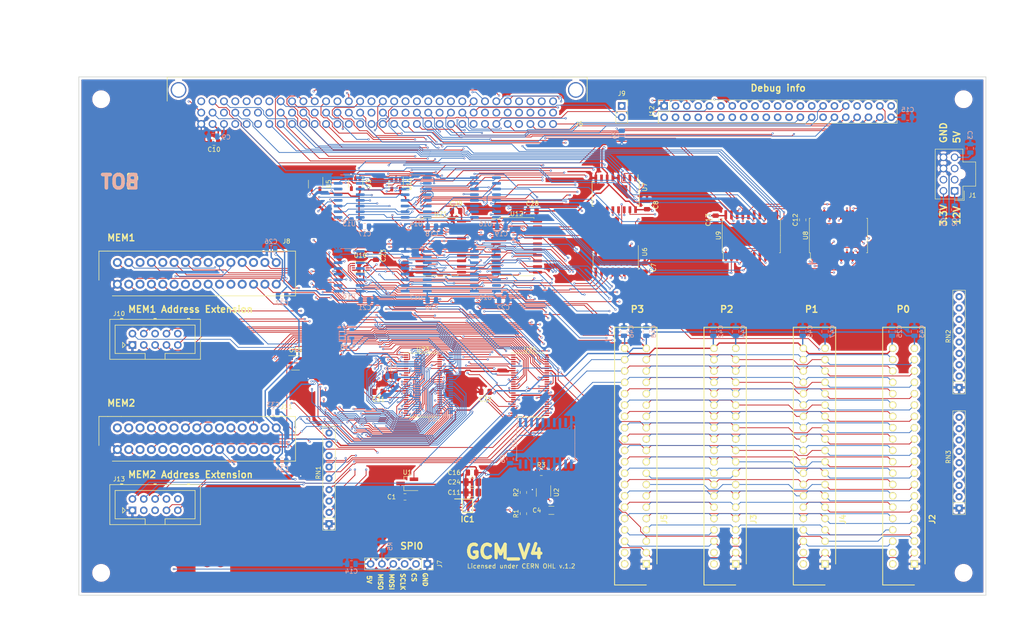
<source format=kicad_pcb>
(kicad_pcb (version 20171130) (host pcbnew "(5.1.4)-1")
  (title_block (title GCM) (date 2019-07-19) (rev V4) (company "Guillaume Guillet"))
  (layers (0 F.Cu signal) (1 In1.Cu power) (2 In2.Cu signal) (31 B.Cu signal) (34 B.Paste user) (35 F.Paste user) (36 B.SilkS user) (37 F.SilkS user) (38 B.Mask user) (39 F.Mask user) (44 Edge.Cuts user))
  (net 0 "")
  (net 1 GND)
  (net 2 +5V)
  (net 3 +12V)
  (net 4 +3V3)
  (net 5 /GLOBAL_CLK)
  (net 6 /~RESET_CLK)
  (net 7 /SYNC_BIT)
  (net 8 /Connector/BREAD2_7)
  (net 9 /Connector/BWRITE2_7)
  (net 10 /Connector/BREAD2_6)
  (net 11 /Connector/BWRITE2_6)
  (net 12 /Connector/BREAD2_5)
  (net 13 /Connector/BWRITE2_5)
  (net 14 /Connector/BREAD2_4)
  (net 15 /Connector/BWRITE2_4)
  (net 16 /Connector/BREAD2_3)
  (net 17 /Connector/BWRITE2_3)
  (net 18 /Connector/BREAD2_2)
  (net 19 /Connector/BWRITE2_2)
  (net 20 /Connector/BREAD2_1)
  (net 21 /Connector/BWRITE2_1)
  (net 22 /Connector/BREAD2_0)
  (net 23 /Connector/BWRITE2_0)
  (net 24 /Connector/BREAD1_7)
  (net 25 /Connector/BREAD1_6)
  (net 26 /Connector/BREAD1_5)
  (net 27 /Connector/BREAD1_4)
  (net 28 /Connector/BREAD1_3)
  (net 29 /Connector/BREAD1_2)
  (net 30 /Connector/BREAD1_1)
  (net 31 /Connector/BREAD1_0)
  (net 32 /RESET_CLK)
  (net 33 /~COUNTER_RESET)
  (net 34 /Connector/BPCS_0)
  (net 35 /Connector/BPCS_1)
  (net 36 /Connector/BPCS_2)
  (net 37 /Connector/BPCS_3)
  (net 38 /Connector/BPCS_4)
  (net 39 /Connector/BPCS_5)
  (net 40 "Net-(R1-Pad2)")
  (net 41 "Net-(R3-Pad1)")
  (net 42 /MAIN_RESET)
  (net 43 /CLK_MODULE_5)
  (net 44 /SOURCE_RESET)
  (net 45 /CLK_MODULE_6)
  (net 46 /CLK_MODULE_7)
  (net 47 /CLK_MODULE_8)
  (net 48 "Net-(U13-Pad15)")
  (net 49 "Net-(U14-Pad15)")
  (net 50 "Net-(U16-Pad15)")
  (net 51 "Net-(U17-Pad15)")
  (net 52 "Net-(U19-Pad15)")
  (net 53 "Net-(U20-Pad15)")
  (net 54 /ClockGenerator/CLK_SDI)
  (net 55 /ClockGenerator/CLK_SCK)
  (net 56 /ClockGenerator/CLK_~SEN)
  (net 57 /~GLOBAL_CLK)
  (net 58 /ClockGenerator/BWRITE1_7)
  (net 59 /ClockGenerator/BWRITE1_6)
  (net 60 /ClockGenerator/BWRITE1_5)
  (net 61 /ClockGenerator/BWRITE1_4)
  (net 62 /ClockGenerator/BWRITE1_3)
  (net 63 /ClockGenerator/BWRITE1_2)
  (net 64 /ClockGenerator/BWRITE1_1)
  (net 65 /ClockGenerator/BWRITE1_0)
  (net 66 "Net-(U4-Pad9)")
  (net 67 "Net-(U4-Pad12)")
  (net 68 "Net-(U4-Pad15)")
  (net 69 "Net-(U4-Pad16)")
  (net 70 "Net-(U4-Pad19)")
  (net 71 /NUMBER_0)
  (net 72 /NUMBER_1)
  (net 73 /NUMBER_2)
  (net 74 /NUMBER_3)
  (net 75 /NUMBER_4)
  (net 76 /NUMBER_5)
  (net 77 /NUMBER_6)
  (net 78 /NUMBER_7)
  (net 79 /~CS_MODULE_8)
  (net 80 /~CS_MODULE_7)
  (net 81 /~CS_MODULE_6)
  (net 82 /~CS_MODULE_5)
  (net 83 /~MAIN_RESET)
  (net 84 /Peripherals/~CS_MODULE_1)
  (net 85 /Peripherals/CLK_MODULE_1)
  (net 86 /Peripherals/~CS_MODULE_3)
  (net 87 /Peripherals/CLK_MODULE_3)
  (net 88 /Peripherals/CLK_MODULE_2)
  (net 89 /Peripherals/~CS_MODULE_2)
  (net 90 /Peripherals/CLK_MODULE_4)
  (net 91 /Peripherals/~CS_MODULE_4)
  (net 92 /AddressCounter/BJMPSRC_0)
  (net 93 /AddressCounter/BJMPSRC_1)
  (net 94 /AddressCounter/BJMPSRC_2)
  (net 95 /AddressCounter/BJMPSRC_3)
  (net 96 /AddressCounter/BJMPSRC_4)
  (net 97 /AddressCounter/BJMPSRC_5)
  (net 98 /AddressCounter/BJMPSRC_6)
  (net 99 /AddressCounter/BJMPSRC_7)
  (net 100 /AddressCounter/BJMPSRC_8)
  (net 101 /AddressCounter/BJMPSRC_9)
  (net 102 /AddressCounter/BJMPSRC_10)
  (net 103 /AddressCounter/BJMPSRC_11)
  (net 104 /AddressCounter/BJMPSRC_12)
  (net 105 /AddressCounter/BJMPSRC_13)
  (net 106 /AddressCounter/BJMPSRC_14)
  (net 107 /AddressCounter/BJMPSRC_15)
  (net 108 /AddressCounter/BJMPSRC_16)
  (net 109 /AddressCounter/BJMPSRC_17)
  (net 110 /AddressCounter/BJMPSRC_18)
  (net 111 /AddressCounter/BJMPSRC_19)
  (net 112 /AddressCounter/BJMPSRC_20)
  (net 113 /AddressCounter/BJMPSRC_21)
  (net 114 /AddressCounter/BJMPSRC_22)
  (net 115 /AddressCounter/BJMPSRC_23)
  (net 116 /Connector/PROCESSOR_PAUSE)
  (net 117 /SPI_MOSI)
  (net 118 /SPI_MISO)
  (net 119 /SPI_SCLK)
  (net 120 /SPI_CS)
  (net 121 /Connector/~SELECTING_RBEXT1)
  (net 122 /Connector/~SELECTING_RBEXT2)
  (net 123 /Connector/FEEDBACK)
  (net 124 /BDATASRC_0)
  (net 125 /BDATASRC_1)
  (net 126 /BDATASRC_2)
  (net 127 /BDATASRC_3)
  (net 128 /BDATASRC_4)
  (net 129 /BDATASRC_5)
  (net 130 /BDATASRC_6)
  (net 131 /BDATASRC_7)
  (net 132 /ADDSRC_CLK)
  (net 133 /JMPSRC_CLK)
  (net 134 /PERIPHERAL_CLK)
  (net 135 /MemorySlot1/MEM_ADD_0)
  (net 136 /MemorySlot1/MEM_ADD_1)
  (net 137 /MemorySlot1/MEM_ADD_2)
  (net 138 /MemorySlot1/MEM_ADD_3)
  (net 139 /MemorySlot1/MEM_ADD_4)
  (net 140 /MemorySlot1/MEM_ADD_5)
  (net 141 /MemorySlot1/MEM_ADD_6)
  (net 142 /MemorySlot1/MEM_ADD_7)
  (net 143 /MemorySlot1/MEM_ADD_8)
  (net 144 /MemorySlot1/MEM_ADD_9)
  (net 145 /MemorySlot1/MEM_ADD_10)
  (net 146 /MemorySlot1/MEM_ADD_11)
  (net 147 /MemorySlot1/MEM_ADD_12)
  (net 148 /MemorySlot1/MEM_ADD_13)
  (net 149 /MemorySlot1/MEM_ADD_14)
  (net 150 /MemorySlot1/MEM_ADD_15)
  (net 151 /MemoryController/MEM1DATA_0)
  (net 152 /MemoryController/MEM1DATA_1)
  (net 153 /MemoryController/MEM1DATA_2)
  (net 154 /MemoryController/MEM1DATA_3)
  (net 155 /MemoryController/MEM1DATA_4)
  (net 156 /MemoryController/MEM1DATA_5)
  (net 157 /MemoryController/MEM1DATA_6)
  (net 158 /MemoryController/MEM1DATA_7)
  (net 159 /MEM1_~WE)
  (net 160 /MEM1_~OE)
  (net 161 /MEM1_~CE)
  (net 162 /MemorySlot1/MEM_FEEDBACK)
  (net 163 /MemorySlot1/MEM_ADD_23)
  (net 164 /MemorySlot1/MEM_ADD_22)
  (net 165 /MemorySlot1/MEM_ADD_21)
  (net 166 /MemorySlot1/MEM_ADD_20)
  (net 167 /MemorySlot1/MEM_ADD_19)
  (net 168 /MemorySlot1/MEM_ADD_18)
  (net 169 /MemorySlot1/MEM_ADD_17)
  (net 170 /MemorySlot1/MEM_ADD_16)
  (net 171 /MemorySlot2/MEM_ADD_0)
  (net 172 /MemorySlot2/MEM_ADD_1)
  (net 173 /MemorySlot2/MEM_ADD_2)
  (net 174 /MemorySlot2/MEM_ADD_3)
  (net 175 /MemorySlot2/MEM_ADD_4)
  (net 176 /MemorySlot2/MEM_ADD_5)
  (net 177 /MemorySlot2/MEM_ADD_6)
  (net 178 /MemorySlot2/MEM_ADD_7)
  (net 179 /MemorySlot2/MEM_ADD_8)
  (net 180 /MemorySlot2/MEM_ADD_9)
  (net 181 /MemorySlot2/MEM_ADD_10)
  (net 182 /MemorySlot2/MEM_ADD_11)
  (net 183 /MemorySlot2/MEM_ADD_12)
  (net 184 /MemorySlot2/MEM_ADD_13)
  (net 185 /MemorySlot2/MEM_ADD_14)
  (net 186 /MemorySlot2/MEM_ADD_15)
  (net 187 /MemoryController/MEM2DATA_0)
  (net 188 /MemoryController/MEM2DATA_1)
  (net 189 /MemoryController/MEM2DATA_2)
  (net 190 /MemoryController/MEM2DATA_3)
  (net 191 /MemoryController/MEM2DATA_4)
  (net 192 /MemoryController/MEM2DATA_5)
  (net 193 /MemoryController/MEM2DATA_6)
  (net 194 /MemoryController/MEM2DATA_7)
  (net 195 /MEM2_~WE)
  (net 196 /MEM2_~OE)
  (net 197 /MEM2_~CE)
  (net 198 /SRCADD_0)
  (net 199 /SRCADD_1)
  (net 200 /SRCADD_2)
  (net 201 /SRCADD_3)
  (net 202 /SRCADD_4)
  (net 203 /SRCADD_5)
  (net 204 /SRCADD_6)
  (net 205 /SRCADD_7)
  (net 206 /SRCADD_8)
  (net 207 /SRCADD_9)
  (net 208 /SRCADD_10)
  (net 209 /SRCADD_11)
  (net 210 /SRCADD_12)
  (net 211 /SRCADD_13)
  (net 212 /SRCADD_14)
  (net 213 /SRCADD_15)
  (net 214 /SRCADD_16)
  (net 215 /SRCADD_17)
  (net 216 /SRCADD_18)
  (net 217 /SRCADD_19)
  (net 218 /SRCADD_20)
  (net 219 /SRCADD_21)
  (net 220 /SRCADD_22)
  (net 221 /SRCADD_23)
  (net 222 /MemorySlot2/MEM_ADD_16)
  (net 223 /MemorySlot2/MEM_ADD_17)
  (net 224 /MemorySlot2/MEM_ADD_18)
  (net 225 /MemorySlot2/MEM_ADD_19)
  (net 226 /MemorySlot2/MEM_ADD_20)
  (net 227 /MemorySlot2/MEM_ADD_21)
  (net 228 /MemorySlot2/MEM_ADD_22)
  (net 229 /MemorySlot2/MEM_ADD_23)
  (net 230 /MemorySlot2/MEM_FEEDBACK)
  (net 231 /MemoryController/USER_RW_0)
  (net 232 /MemoryController/USER_RW_1)
  (net 233 /MemoryController/USER_RW_2)
  (net 234 /MemoryController/USER_RW_3)
  (net 235 /MemoryController/USER_RW_4)
  (net 236 /MemoryController/USER_RW_5)
  (net 237 /MemoryController/USER_RW_6)
  (net 238 /MemoryController/USER_RW_7)
  (net 239 "Net-(U10-Pad3)")
  (net 240 /MemoryController/SRC_SELECTION)
  (net 241 /AddressCounter/~JMPSRC_CLK)
  (net 242 /MemoryController/~MEMWRITE_CLK)
  (net 243 "Net-(U22-Pad30)")
  (net 244 "Net-(U22-Pad29)")
  (module TE5530843-2:TE_5530843-2 (layer F.Cu) (at 94.5 113)
    (fp_text reference J11 (at 19.98 -7.21) (layer F.SilkS))
    (fp_text value 5530843-2)
    (pad 29 thru_hole circle (at 17.69 2.4) (size 2 2) (drill 1.1684) (layers *.Cu *.Mask) (net 4 +3V3))
    (pad 30 thru_hole circle (at 17.69 -2.46) (size 2 2) (drill 1.1684) (layers *.Cu *.Mask) (net 2 +5V))
    (pad 27 thru_hole circle (at 15.15 2.4) (size 2 2) (drill 1.1684) (layers *.Cu *.Mask) (net 196 /MEM2_~OE))
    (pad 28 thru_hole circle (at 15.15 -2.46) (size 2 2) (drill 1.1684) (layers *.Cu *.Mask) (net 197 /MEM2_~CE))
    (pad 25 thru_hole circle (at 12.61 2.4) (size 2 2) (drill 1.1684) (layers *.Cu *.Mask) (net 194 /MemoryController/MEM2DATA_7))
    (pad 26 thru_hole circle (at 12.61 -2.46) (size 2 2) (drill 1.1684) (layers *.Cu *.Mask) (net 195 /MEM2_~WE))
    (pad 23 thru_hole circle (at 10.07 2.4) (size 2 2) (drill 1.1684) (layers *.Cu *.Mask) (net 192 /MemoryController/MEM2DATA_5))
    (pad 24 thru_hole circle (at 10.07 -2.46) (size 2 2) (drill 1.1684) (layers *.Cu *.Mask) (net 193 /MemoryController/MEM2DATA_6))
    (pad 21 thru_hole circle (at 7.53 2.4) (size 2 2) (drill 1.1684) (layers *.Cu *.Mask) (net 190 /MemoryController/MEM2DATA_3))
    (pad 22 thru_hole circle (at 7.53 -2.46) (size 2 2) (drill 1.1684) (layers *.Cu *.Mask) (net 191 /MemoryController/MEM2DATA_4))
    (pad 19 thru_hole circle (at 4.99 2.4) (size 2 2) (drill 1.1684) (layers *.Cu *.Mask) (net 188 /MemoryController/MEM2DATA_1))
    (pad 20 thru_hole circle (at 4.99 -2.46) (size 2 2) (drill 1.1684) (layers *.Cu *.Mask) (net 189 /MemoryController/MEM2DATA_2))
    (pad 17 thru_hole circle (at 2.45 2.4) (size 2 2) (drill 1.1684) (layers *.Cu *.Mask) (net 186 /MemorySlot2/MEM_ADD_15))
    (pad 18 thru_hole circle (at 2.45 -2.46) (size 2 2) (drill 1.1684) (layers *.Cu *.Mask) (net 187 /MemoryController/MEM2DATA_0))
    (pad 15 thru_hole circle (at -0.09 2.4) (size 2 2) (drill 1.1684) (layers *.Cu *.Mask) (net 184 /MemorySlot2/MEM_ADD_13))
    (pad 16 thru_hole circle (at -0.09 -2.46) (size 2 2) (drill 1.1684) (layers *.Cu *.Mask) (net 185 /MemorySlot2/MEM_ADD_14))
    (pad 13 thru_hole circle (at -2.63 2.4) (size 2 2) (drill 1.1684) (layers *.Cu *.Mask) (net 182 /MemorySlot2/MEM_ADD_11))
    (pad 14 thru_hole circle (at -2.63 -2.46) (size 2 2) (drill 1.1684) (layers *.Cu *.Mask) (net 183 /MemorySlot2/MEM_ADD_12))
    (pad 11 thru_hole circle (at -5.17 2.4) (size 2 2) (drill 1.1684) (layers *.Cu *.Mask) (net 180 /MemorySlot2/MEM_ADD_9))
    (pad 12 thru_hole circle (at -5.17 -2.46) (size 2 2) (drill 1.1684) (layers *.Cu *.Mask) (net 181 /MemorySlot2/MEM_ADD_10))
    (pad 9 thru_hole circle (at -7.71 2.4) (size 2 2) (drill 1.1684) (layers *.Cu *.Mask) (net 178 /MemorySlot2/MEM_ADD_7))
    (pad 10 thru_hole circle (at -7.71 -2.46) (size 2 2) (drill 1.1684) (layers *.Cu *.Mask) (net 179 /MemorySlot2/MEM_ADD_8))
    (pad 7 thru_hole circle (at -10.25 2.4) (size 2 2) (drill 1.1684) (layers *.Cu *.Mask) (net 176 /MemorySlot2/MEM_ADD_5))
    (pad 8 thru_hole circle (at -10.25 -2.46) (size 2 2) (drill 1.1684) (layers *.Cu *.Mask) (net 177 /MemorySlot2/MEM_ADD_6))
    (pad 5 thru_hole circle (at -12.79 2.4) (size 2 2) (drill 1.1684) (layers *.Cu *.Mask) (net 174 /MemorySlot2/MEM_ADD_3))
    (pad 6 thru_hole circle (at -12.79 -2.46) (size 2 2) (drill 1.1684) (layers *.Cu *.Mask) (net 175 /MemorySlot2/MEM_ADD_4))
    (pad 3 thru_hole circle (at -15.33 2.4) (size 2 2) (drill 1.1684) (layers *.Cu *.Mask) (net 172 /MemorySlot2/MEM_ADD_1))
    (pad 4 thru_hole circle (at -15.33 -2.46) (size 2 2) (drill 1.1684) (layers *.Cu *.Mask) (net 173 /MemorySlot2/MEM_ADD_2))
    (pad 1 thru_hole circle (at -17.86 2.4) (size 2 2) (drill 1.1684) (layers *.Cu *.Mask) (net 1 GND))
    (pad 2 thru_hole circle (at -17.87 -2.46) (size 2 2) (drill 1.1684) (layers *.Cu *.Mask) (net 171 /MemorySlot2/MEM_ADD_0))
  )
  (module TE5530843-2:TE_5530843-2 (layer F.Cu) (at 94.5 76)
    (fp_text reference J8 (at 19.98 -7.21) (layer F.SilkS))
    (fp_text value 5530843-2)
    (pad 29 thru_hole circle (at 17.69 2.4) (size 2 2) (drill 1.1684) (layers *.Cu *.Mask) (net 4 +3V3))
    (pad 30 thru_hole circle (at 17.69 -2.46) (size 2 2) (drill 1.1684) (layers *.Cu *.Mask) (net 2 +5V))
    (pad 27 thru_hole circle (at 15.15 2.4) (size 2 2) (drill 1.1684) (layers *.Cu *.Mask) (net 160 /MEM1_~OE))
    (pad 28 thru_hole circle (at 15.15 -2.46) (size 2 2) (drill 1.1684) (layers *.Cu *.Mask) (net 161 /MEM1_~CE))
    (pad 25 thru_hole circle (at 12.61 2.4) (size 2 2) (drill 1.1684) (layers *.Cu *.Mask) (net 158 /MemoryController/MEM1DATA_7))
    (pad 26 thru_hole circle (at 12.61 -2.46) (size 2 2) (drill 1.1684) (layers *.Cu *.Mask) (net 159 /MEM1_~WE))
    (pad 23 thru_hole circle (at 10.07 2.4) (size 2 2) (drill 1.1684) (layers *.Cu *.Mask) (net 156 /MemoryController/MEM1DATA_5))
    (pad 24 thru_hole circle (at 10.07 -2.46) (size 2 2) (drill 1.1684) (layers *.Cu *.Mask) (net 157 /MemoryController/MEM1DATA_6))
    (pad 21 thru_hole circle (at 7.53 2.4) (size 2 2) (drill 1.1684) (layers *.Cu *.Mask) (net 154 /MemoryController/MEM1DATA_3))
    (pad 22 thru_hole circle (at 7.53 -2.46) (size 2 2) (drill 1.1684) (layers *.Cu *.Mask) (net 155 /MemoryController/MEM1DATA_4))
    (pad 19 thru_hole circle (at 4.99 2.4) (size 2 2) (drill 1.1684) (layers *.Cu *.Mask) (net 152 /MemoryController/MEM1DATA_1))
    (pad 20 thru_hole circle (at 4.99 -2.46) (size 2 2) (drill 1.1684) (layers *.Cu *.Mask) (net 153 /MemoryController/MEM1DATA_2))
    (pad 17 thru_hole circle (at 2.45 2.4) (size 2 2) (drill 1.1684) (layers *.Cu *.Mask) (net 150 /MemorySlot1/MEM_ADD_15))
    (pad 18 thru_hole circle (at 2.45 -2.46) (size 2 2) (drill 1.1684) (layers *.Cu *.Mask) (net 151 /MemoryController/MEM1DATA_0))
    (pad 15 thru_hole circle (at -0.09 2.4) (size 2 2) (drill 1.1684) (layers *.Cu *.Mask) (net 148 /MemorySlot1/MEM_ADD_13))
    (pad 16 thru_hole circle (at -0.09 -2.46) (size 2 2) (drill 1.1684) (layers *.Cu *.Mask) (net 149 /MemorySlot1/MEM_ADD_14))
    (pad 13 thru_hole circle (at -2.63 2.4) (size 2 2) (drill 1.1684) (layers *.Cu *.Mask) (net 146 /MemorySlot1/MEM_ADD_11))
    (pad 14 thru_hole circle (at -2.63 -2.46) (size 2 2) (drill 1.1684) (layers *.Cu *.Mask) (net 147 /MemorySlot1/MEM_ADD_12))
    (pad 11 thru_hole circle (at -5.17 2.4) (size 2 2) (drill 1.1684) (layers *.Cu *.Mask) (net 144 /MemorySlot1/MEM_ADD_9))
    (pad 12 thru_hole circle (at -5.17 -2.46) (size 2 2) (drill 1.1684) (layers *.Cu *.Mask) (net 145 /MemorySlot1/MEM_ADD_10))
    (pad 9 thru_hole circle (at -7.71 2.4) (size 2 2) (drill 1.1684) (layers *.Cu *.Mask) (net 142 /MemorySlot1/MEM_ADD_7))
    (pad 10 thru_hole circle (at -7.71 -2.46) (size 2 2) (drill 1.1684) (layers *.Cu *.Mask) (net 143 /MemorySlot1/MEM_ADD_8))
    (pad 7 thru_hole circle (at -10.25 2.4) (size 2 2) (drill 1.1684) (layers *.Cu *.Mask) (net 140 /MemorySlot1/MEM_ADD_5))
    (pad 8 thru_hole circle (at -10.25 -2.46) (size 2 2) (drill 1.1684) (layers *.Cu *.Mask) (net 141 /MemorySlot1/MEM_ADD_6))
    (pad 5 thru_hole circle (at -12.79 2.4) (size 2 2) (drill 1.1684) (layers *.Cu *.Mask) (net 138 /MemorySlot1/MEM_ADD_3))
    (pad 6 thru_hole circle (at -12.79 -2.46) (size 2 2) (drill 1.1684) (layers *.Cu *.Mask) (net 139 /MemorySlot1/MEM_ADD_4))
    (pad 3 thru_hole circle (at -15.33 2.4) (size 2 2) (drill 1.1684) (layers *.Cu *.Mask) (net 136 /MemorySlot1/MEM_ADD_1))
    (pad 4 thru_hole circle (at -15.33 -2.46) (size 2 2) (drill 1.1684) (layers *.Cu *.Mask) (net 137 /MemorySlot1/MEM_ADD_2))
    (pad 1 thru_hole circle (at -17.86 2.4) (size 2 2) (drill 1.1684) (layers *.Cu *.Mask) (net 1 GND))
    (pad 2 thru_hole circle (at -17.87 -2.46) (size 2 2) (drill 1.1684) (layers *.Cu *.Mask) (net 135 /MemorySlot1/MEM_ADD_0))
  )
  (module Mounting_Holes:MountingHole_3mm (layer F.Cu) (at 266 37)
    (fp_text reference HOLE2 hide)
    (fp_text value MountingHole_3mm)
    (pad 1 np_thru_hole circle (at 0 0) (size 3 3) (drill 3) (layers *.Cu *.Mask))
  )
  (module Mounting_Holes:MountingHole_3mm (layer F.Cu) (at 73 37)
    (fp_text reference HOLE1 hide)
    (fp_text value MountingHole_3mm)
    (pad 1 np_thru_hole circle (at 0 0) (size 3 3) (drill 3) (layers *.Cu *.Mask))
  )
  (module Mounting_Holes:MountingHole_3mm (layer F.Cu) (at 73 143)
    (fp_text reference HOLE4 hide)
    (fp_text value MountingHole_3mm)
    (pad 1 np_thru_hole circle (at 0 0) (size 3 3) (drill 3) (layers *.Cu *.Mask))
  )
  (module Mounting_Holes:MountingHole_3mm (layer F.Cu) (at 266 143)
    (fp_text reference HOLE3 hide)
    (fp_text value MountingHole_3mm)
    (pad 1 np_thru_hole circle (at 0 0) (size 3 3) (drill 3) (layers *.Cu *.Mask))
  )
  (module Eurocard_5536475-1:Eurocard_5536475-1_Inv (layer F.Cu) (at 133.5 40)
    (fp_text reference J6 (at 46.5 2.5) (layer F.SilkS))
    (fp_text value TE_Eurocard_96pole)
    (pad a1 thru_hole circle (at 40.64 -2.54 270) (size 1.75 1.75) (drill 1.15) (layers *.Cu *.Mask) (net 92 /AddressCounter/BJMPSRC_0))
    (pad a2 thru_hole circle (at 38.1 -2.54 270) (size 1.75 1.75) (drill 1.15) (layers *.Cu *.Mask) (net 93 /AddressCounter/BJMPSRC_1))
    (pad a3 thru_hole circle (at 35.56 -2.54 270) (size 1.75 1.75) (drill 1.15) (layers *.Cu *.Mask) (net 94 /AddressCounter/BJMPSRC_2))
    (pad a4 thru_hole circle (at 33.02 -2.54 270) (size 1.75 1.75) (drill 1.15) (layers *.Cu *.Mask) (net 95 /AddressCounter/BJMPSRC_3))
    (pad a5 thru_hole circle (at 30.48 -2.54 270) (size 1.75 1.75) (drill 1.15) (layers *.Cu *.Mask) (net 96 /AddressCounter/BJMPSRC_4))
    (pad a6 thru_hole circle (at 27.94 -2.54 270) (size 1.75 1.75) (drill 1.15) (layers *.Cu *.Mask) (net 97 /AddressCounter/BJMPSRC_5))
    (pad a7 thru_hole circle (at 25.4 -2.54 270) (size 1.75 1.75) (drill 1.15) (layers *.Cu *.Mask) (net 98 /AddressCounter/BJMPSRC_6))
    (pad a8 thru_hole circle (at 22.86 -2.54 270) (size 1.75 1.75) (drill 1.15) (layers *.Cu *.Mask) (net 99 /AddressCounter/BJMPSRC_7))
    (pad a9 thru_hole circle (at 20.32 -2.54 270) (size 1.75 1.75) (drill 1.15) (layers *.Cu *.Mask) (net 100 /AddressCounter/BJMPSRC_8))
    (pad a10 thru_hole circle (at 17.78 -2.54 270) (size 1.75 1.75) (drill 1.15) (layers *.Cu *.Mask) (net 101 /AddressCounter/BJMPSRC_9))
    (pad a11 thru_hole circle (at 15.24 -2.54 270) (size 1.75 1.75) (drill 1.15) (layers *.Cu *.Mask) (net 102 /AddressCounter/BJMPSRC_10))
    (pad a12 thru_hole circle (at 12.7 -2.54 270) (size 1.75 1.75) (drill 1.15) (layers *.Cu *.Mask) (net 103 /AddressCounter/BJMPSRC_11))
    (pad a13 thru_hole circle (at 10.16 -2.54 270) (size 1.75 1.75) (drill 1.15) (layers *.Cu *.Mask) (net 104 /AddressCounter/BJMPSRC_12))
    (pad a14 thru_hole circle (at 7.62 -2.54 270) (size 1.75 1.75) (drill 1.15) (layers *.Cu *.Mask) (net 105 /AddressCounter/BJMPSRC_13))
    (pad a15 thru_hole circle (at 5.08 -2.54 270) (size 1.75 1.75) (drill 1.15) (layers *.Cu *.Mask) (net 106 /AddressCounter/BJMPSRC_14))
    (pad a16 thru_hole circle (at 2.54 -2.54 270) (size 1.75 1.75) (drill 1.15) (layers *.Cu *.Mask) (net 107 /AddressCounter/BJMPSRC_15))
    (pad a17 thru_hole circle (at 0 -2.54 270) (size 1.75 1.75) (drill 1.15) (layers *.Cu *.Mask) (net 108 /AddressCounter/BJMPSRC_16))
    (pad a18 thru_hole circle (at -2.54 -2.54 270) (size 1.75 1.75) (drill 1.15) (layers *.Cu *.Mask) (net 109 /AddressCounter/BJMPSRC_17))
    (pad a19 thru_hole circle (at -5.08 -2.54 270) (size 1.75 1.75) (drill 1.15) (layers *.Cu *.Mask) (net 110 /AddressCounter/BJMPSRC_18))
    (pad a20 thru_hole circle (at -7.62 -2.54 270) (size 1.75 1.75) (drill 1.15) (layers *.Cu *.Mask) (net 111 /AddressCounter/BJMPSRC_19))
    (pad a21 thru_hole circle (at -10.16 -2.54 270) (size 1.75 1.75) (drill 1.15) (layers *.Cu *.Mask) (net 112 /AddressCounter/BJMPSRC_20))
    (pad a22 thru_hole circle (at -12.7 -2.54 270) (size 1.75 1.75) (drill 1.15) (layers *.Cu *.Mask) (net 113 /AddressCounter/BJMPSRC_21))
    (pad a23 thru_hole circle (at -15.24 -2.54 270) (size 1.75 1.75) (drill 1.15) (layers *.Cu *.Mask) (net 114 /AddressCounter/BJMPSRC_22))
    (pad a24 thru_hole circle (at -17.78 -2.54 270) (size 1.75 1.75) (drill 1.15) (layers *.Cu *.Mask) (net 115 /AddressCounter/BJMPSRC_23))
    (pad a25 thru_hole circle (at -20.32 -2.54 270) (size 1.75 1.75) (drill 1.15) (layers *.Cu *.Mask) (net 116 /Connector/PROCESSOR_PAUSE))
    (pad a26 thru_hole circle (at -22.86 -2.54 270) (size 1.75 1.75) (drill 1.15) (layers *.Cu *.Mask) (net 117 /SPI_MOSI))
    (pad a27 thru_hole circle (at -25.4 -2.54 270) (size 1.75 1.75) (drill 1.15) (layers *.Cu *.Mask) (net 118 /SPI_MISO))
    (pad a28 thru_hole circle (at -27.94 -2.54 270) (size 1.75 1.75) (drill 1.15) (layers *.Cu *.Mask) (net 119 /SPI_SCLK))
    (pad a29 thru_hole circle (at -30.48 -2.54 270) (size 1.75 1.75) (drill 1.15) (layers *.Cu *.Mask) (net 120 /SPI_CS))
    (pad a30 thru_hole circle (at -33.02 -2.54 270) (size 1.75 1.75) (drill 1.15) (layers *.Cu *.Mask) (net 121 /Connector/~SELECTING_RBEXT1))
    (pad a31 thru_hole circle (at -35.56 -2.54 270) (size 1.75 1.75) (drill 1.15) (layers *.Cu *.Mask) (net 122 /Connector/~SELECTING_RBEXT2))
    (pad a32 thru_hole circle (at -38.1 -2.54 270) (size 1.75 1.75) (drill 1.15) (layers *.Cu *.Mask) (net 123 /Connector/FEEDBACK))
    (pad b1 thru_hole circle (at 40.64 0 270) (size 1.75 1.75) (drill 1.15) (layers *.Cu *.Mask) (net 65 /ClockGenerator/BWRITE1_0))
    (pad b2 thru_hole circle (at 38.1 0 270) (size 1.75 1.75) (drill 1.15) (layers *.Cu *.Mask) (net 64 /ClockGenerator/BWRITE1_1))
    (pad b3 thru_hole circle (at 35.56 0 270) (size 1.75 1.75) (drill 1.15) (layers *.Cu *.Mask) (net 63 /ClockGenerator/BWRITE1_2))
    (pad b4 thru_hole circle (at 33.02 0 270) (size 1.75 1.75) (drill 1.15) (layers *.Cu *.Mask) (net 62 /ClockGenerator/BWRITE1_3))
    (pad b5 thru_hole circle (at 30.48 0 270) (size 1.75 1.75) (drill 1.15) (layers *.Cu *.Mask) (net 61 /ClockGenerator/BWRITE1_4))
    (pad b6 thru_hole circle (at 27.94 0 270) (size 1.75 1.75) (drill 1.15) (layers *.Cu *.Mask) (net 60 /ClockGenerator/BWRITE1_5))
    (pad b7 thru_hole circle (at 25.4 0 270) (size 1.75 1.75) (drill 1.15) (layers *.Cu *.Mask) (net 59 /ClockGenerator/BWRITE1_6))
    (pad b8 thru_hole circle (at 22.86 0 270) (size 1.75 1.75) (drill 1.15) (layers *.Cu *.Mask) (net 58 /ClockGenerator/BWRITE1_7))
    (pad b9 thru_hole circle (at 20.32 0 270) (size 1.75 1.75) (drill 1.15) (layers *.Cu *.Mask) (net 23 /Connector/BWRITE2_0))
    (pad b10 thru_hole circle (at 17.78 0 270) (size 1.75 1.75) (drill 1.15) (layers *.Cu *.Mask) (net 21 /Connector/BWRITE2_1))
    (pad b11 thru_hole circle (at 15.24 0 270) (size 1.75 1.75) (drill 1.15) (layers *.Cu *.Mask) (net 19 /Connector/BWRITE2_2))
    (pad b12 thru_hole circle (at 12.7 0 270) (size 1.75 1.75) (drill 1.15) (layers *.Cu *.Mask) (net 17 /Connector/BWRITE2_3))
    (pad b13 thru_hole circle (at 10.16 0 270) (size 1.75 1.75) (drill 1.15) (layers *.Cu *.Mask) (net 15 /Connector/BWRITE2_4))
    (pad b14 thru_hole circle (at 7.62 0 270) (size 1.75 1.75) (drill 1.15) (layers *.Cu *.Mask) (net 13 /Connector/BWRITE2_5))
    (pad b15 thru_hole circle (at 5.08 0 270) (size 1.75 1.75) (drill 1.15) (layers *.Cu *.Mask) (net 11 /Connector/BWRITE2_6))
    (pad b16 thru_hole circle (at 2.54 0 270) (size 1.75 1.75) (drill 1.15) (layers *.Cu *.Mask) (net 9 /Connector/BWRITE2_7))
    (pad b17 thru_hole circle (at 0 0 270) (size 1.75 1.75) (drill 1.15) (layers *.Cu *.Mask) (net 31 /Connector/BREAD1_0))
    (pad b18 thru_hole circle (at -2.54 0 270) (size 1.75 1.75) (drill 1.15) (layers *.Cu *.Mask) (net 30 /Connector/BREAD1_1))
    (pad b19 thru_hole circle (at -5.08 0 270) (size 1.75 1.75) (drill 1.15) (layers *.Cu *.Mask) (net 29 /Connector/BREAD1_2))
    (pad b20 thru_hole circle (at -7.62 0 270) (size 1.75 1.75) (drill 1.15) (layers *.Cu *.Mask) (net 28 /Connector/BREAD1_3))
    (pad b21 thru_hole circle (at -10.16 0 270) (size 1.75 1.75) (drill 1.15) (layers *.Cu *.Mask) (net 27 /Connector/BREAD1_4))
    (pad b22 thru_hole circle (at -12.7 0 270) (size 1.75 1.75) (drill 1.15) (layers *.Cu *.Mask) (net 26 /Connector/BREAD1_5))
    (pad b23 thru_hole circle (at -15.24 0 270) (size 1.75 1.75) (drill 1.15) (layers *.Cu *.Mask) (net 25 /Connector/BREAD1_6))
    (pad b24 thru_hole circle (at -17.78 0 270) (size 1.75 1.75) (drill 1.15) (layers *.Cu *.Mask) (net 24 /Connector/BREAD1_7))
    (pad b25 thru_hole circle (at -20.32 0 270) (size 1.75 1.75) (drill 1.15) (layers *.Cu *.Mask) (net 22 /Connector/BREAD2_0))
    (pad b26 thru_hole circle (at -22.86 0 270) (size 1.75 1.75) (drill 1.15) (layers *.Cu *.Mask) (net 20 /Connector/BREAD2_1))
    (pad b27 thru_hole circle (at -25.4 0 270) (size 1.75 1.75) (drill 1.15) (layers *.Cu *.Mask) (net 18 /Connector/BREAD2_2))
    (pad b28 thru_hole circle (at -27.94 0 270) (size 1.75 1.75) (drill 1.15) (layers *.Cu *.Mask) (net 16 /Connector/BREAD2_3))
    (pad b29 thru_hole circle (at -30.48 0 270) (size 1.75 1.75) (drill 1.15) (layers *.Cu *.Mask) (net 14 /Connector/BREAD2_4))
    (pad b30 thru_hole circle (at -33.02 0 270) (size 1.75 1.75) (drill 1.15) (layers *.Cu *.Mask) (net 12 /Connector/BREAD2_5))
    (pad b31 thru_hole circle (at -35.56 0 270) (size 1.75 1.75) (drill 1.15) (layers *.Cu *.Mask) (net 10 /Connector/BREAD2_6))
    (pad b32 thru_hole circle (at -38.1 0 270) (size 1.75 1.75) (drill 1.15) (layers *.Cu *.Mask) (net 8 /Connector/BREAD2_7))
    (pad c1 thru_hole circle (at 40.64 2.54 270) (size 1.75 1.75) (drill 1.15) (layers *.Cu *.Mask) (net 71 /NUMBER_0))
    (pad c2 thru_hole circle (at 38.1 2.54 270) (size 1.75 1.75) (drill 1.15) (layers *.Cu *.Mask) (net 72 /NUMBER_1))
    (pad c3 thru_hole circle (at 35.56 2.54 270) (size 1.75 1.75) (drill 1.15) (layers *.Cu *.Mask) (net 73 /NUMBER_2))
    (pad c4 thru_hole circle (at 33.02 2.54 270) (size 1.75 1.75) (drill 1.15) (layers *.Cu *.Mask) (net 74 /NUMBER_3))
    (pad c5 thru_hole circle (at 30.48 2.54 270) (size 1.75 1.75) (drill 1.15) (layers *.Cu *.Mask) (net 75 /NUMBER_4))
    (pad c6 thru_hole circle (at 27.94 2.54 270) (size 1.75 1.75) (drill 1.15) (layers *.Cu *.Mask) (net 76 /NUMBER_5))
    (pad c7 thru_hole circle (at 25.4 2.54 270) (size 1.75 1.75) (drill 1.15) (layers *.Cu *.Mask) (net 77 /NUMBER_6))
    (pad c8 thru_hole circle (at 22.86 2.54 270) (size 1.75 1.75) (drill 1.15) (layers *.Cu *.Mask) (net 78 /NUMBER_7))
    (pad c9 thru_hole circle (at 20.32 2.54 270) (size 1.75 1.75) (drill 1.15) (layers *.Cu *.Mask) (net 124 /BDATASRC_0))
    (pad c10 thru_hole circle (at 17.78 2.54 270) (size 1.75 1.75) (drill 1.15) (layers *.Cu *.Mask) (net 125 /BDATASRC_1))
    (pad c11 thru_hole circle (at 15.24 2.54 270) (size 1.75 1.75) (drill 1.15) (layers *.Cu *.Mask) (net 126 /BDATASRC_2))
    (pad c12 thru_hole circle (at 12.7 2.54 270) (size 1.75 1.75) (drill 1.15) (layers *.Cu *.Mask) (net 127 /BDATASRC_3))
    (pad c13 thru_hole circle (at 10.16 2.54 270) (size 1.75 1.75) (drill 1.15) (layers *.Cu *.Mask) (net 128 /BDATASRC_4))
    (pad c14 thru_hole circle (at 7.62 2.54 270) (size 1.75 1.75) (drill 1.15) (layers *.Cu *.Mask) (net 129 /BDATASRC_5))
    (pad c15 thru_hole circle (at 5.08 2.54 270) (size 1.75 1.75) (drill 1.15) (layers *.Cu *.Mask) (net 130 /BDATASRC_6))
    (pad c16 thru_hole circle (at 2.54 2.54 270) (size 1.75 1.75) (drill 1.15) (layers *.Cu *.Mask) (net 131 /BDATASRC_7))
    (pad c17 thru_hole circle (at 0 2.54 270) (size 1.75 1.75) (drill 1.15) (layers *.Cu *.Mask) (net 132 /ADDSRC_CLK))
    (pad c18 thru_hole circle (at -2.54 2.54 270) (size 1.75 1.75) (drill 1.15) (layers *.Cu *.Mask) (net 5 /GLOBAL_CLK))
    (pad c19 thru_hole circle (at -5.08 2.54 270) (size 1.75 1.75) (drill 1.15) (layers *.Cu *.Mask) (net 32 /RESET_CLK))
    (pad c20 thru_hole circle (at -7.62 2.54 270) (size 1.75 1.75) (drill 1.15) (layers *.Cu *.Mask) (net 133 /JMPSRC_CLK))
    (pad c21 thru_hole circle (at -10.16 2.54 270) (size 1.75 1.75) (drill 1.15) (layers *.Cu *.Mask) (net 134 /PERIPHERAL_CLK))
    (pad c22 thru_hole circle (at -12.7 2.54 270) (size 1.75 1.75) (drill 1.15) (layers *.Cu *.Mask) (net 33 /~COUNTER_RESET))
    (pad c23 thru_hole circle (at -15.24 2.54 270) (size 1.75 1.75) (drill 1.15) (layers *.Cu *.Mask) (net 7 /SYNC_BIT))
    (pad c24 thru_hole circle (at -17.78 2.54 270) (size 1.75 1.75) (drill 1.15) (layers *.Cu *.Mask) (net 34 /Connector/BPCS_0))
    (pad c25 thru_hole circle (at -20.32 2.54 270) (size 1.75 1.75) (drill 1.15) (layers *.Cu *.Mask) (net 35 /Connector/BPCS_1))
    (pad c26 thru_hole circle (at -22.86 2.54 270) (size 1.75 1.75) (drill 1.15) (layers *.Cu *.Mask) (net 36 /Connector/BPCS_2))
    (pad c27 thru_hole circle (at -25.4 2.54 270) (size 1.75 1.75) (drill 1.15) (layers *.Cu *.Mask) (net 37 /Connector/BPCS_3))
    (pad c28 thru_hole circle (at -27.94 2.54 270) (size 1.75 1.75) (drill 1.15) (layers *.Cu *.Mask) (net 38 /Connector/BPCS_4))
    (pad c29 thru_hole circle (at -30.48 2.54 270) (size 1.75 1.75) (drill 1.15) (layers *.Cu *.Mask) (net 39 /Connector/BPCS_5))
    (pad c30 thru_hole circle (at -33.02 2.54 270) (size 1.75 1.75) (drill 1.15) (layers *.Cu *.Mask) (net 4 +3V3))
    (pad c31 thru_hole circle (at -35.56 2.54 270) (size 1.75 1.75) (drill 1.15) (layers *.Cu *.Mask) (net 2 +5V))
    (pad c32 thru_hole circle (at -38.1 2.54 270) (size 1.75 1.75) (drill 1.15) (layers *.Cu *.Mask) (net 1 GND))
    (pad "" np_thru_hole circle (at 45.72 -5.08 90) (size 3.5 3.5) (drill 2.94) (layers *.Cu *.Mask))
    (pad "" np_thru_hole circle (at -43.18 -5.08 90) (size 3.5 3.5) (drill 2.94) (layers *.Cu *.Mask))
  )
  (module Capacitor_SMD:C_0805_2012Metric (layer F.Cu) (at 141 126)
    (fp_text reference C1 (at -3 0) (layer F.SilkS))
    (fp_text value 10nF)
    (pad 1 smd roundrect (at -0.9375 0) (size 0.975 1.4) (layers F.Cu F.Paste F.Mask) (net 2 +5V))
    (pad 2 smd roundrect (at 0.9375 0) (size 0.975 1.4) (layers F.Cu F.Paste F.Mask) (net 1 GND))
  )
  (module Capacitor_SMD:C_0805_2012Metric (layer B.Cu) (at 264 61.75 270)
    (fp_text reference C2 (at 2.75 0 90) (layer B.SilkS) (effects (justify mirror)))
    (fp_text value 10nF)
    (pad 1 smd roundrect (at -0.9375 0 270) (size 0.975 1.4) (layers B.Cu B.Paste B.Mask) (net 3 +12V))
    (pad 2 smd roundrect (at 0.9375 0 270) (size 0.975 1.4) (layers B.Cu B.Paste B.Mask) (net 1 GND))
  )
  (module Capacitor_SMD:C_0805_2012Metric (layer B.Cu) (at 267.5 48 90)
    (fp_text reference C3 (at 3 0 90) (layer B.SilkS) (effects (justify mirror)))
    (fp_text value 10nF)
    (pad 1 smd roundrect (at -0.9375 0 90) (size 0.975 1.4) (layers B.Cu B.Paste B.Mask) (net 2 +5V))
    (pad 2 smd roundrect (at 0.9375 0 90) (size 0.975 1.4) (layers B.Cu B.Paste B.Mask) (net 1 GND))
  )
  (module Capacitor_SMD:C_1206_3216Metric (layer F.Cu) (at 173.75 129)
    (fp_text reference C4 (at -3.25 0) (layer F.SilkS))
    (fp_text value 100nF)
    (pad 1 smd roundrect (at -1.4 0) (size 1.25 1.75) (layers F.Cu F.Paste F.Mask) (roundrect_rratio 0.2) (net 2 +5V))
    (pad 2 smd roundrect (at 1.4 0) (size 1.25 1.75) (layers F.Cu F.Paste F.Mask) (roundrect_rratio 0.2) (net 1 GND))
  )
  (module Capacitor_SMD:C_0805_2012Metric (layer B.Cu) (at 261.5 61.75 270)
    (fp_text reference C5 (at 2.75 0 90) (layer B.SilkS) (effects (justify mirror)))
    (fp_text value 10nF)
    (pad 2 smd roundrect (at 0.9375 0 270) (size 0.975 1.4) (layers B.Cu B.Paste B.Mask) (net 1 GND))
    (pad 1 smd roundrect (at -0.9375 0 270) (size 0.975 1.4) (layers B.Cu B.Paste B.Mask) (net 4 +3V3))
  )
  (module Capacitor_SMD:C_0805_2012Metric (layer B.Cu) (at 164.5 117.5 270)
    (fp_text reference C6 (at 0 1.65 90) (layer B.SilkS) (effects (justify mirror)))
    (fp_text value 10nF)
    (pad 2 smd roundrect (at 0.9375 0 270) (size 0.975 1.4) (layers B.Cu B.Paste B.Mask) (net 2 +5V))
    (pad 1 smd roundrect (at -0.9375 0 270) (size 0.975 1.4) (layers B.Cu B.Paste B.Mask) (net 1 GND))
  )
  (module Capacitor_SMD:C_0805_2012Metric (layer F.Cu) (at 194.65 74.67 270)
    (fp_text reference C7 (at 0 -2 90) (layer F.SilkS))
    (fp_text value 10nF)
    (pad 2 smd roundrect (at 0.9375 0 270) (size 0.975 1.4) (layers F.Cu F.Paste F.Mask) (net 2 +5V))
    (pad 1 smd roundrect (at -0.9375 0 270) (size 0.975 1.4) (layers F.Cu F.Paste F.Mask) (net 1 GND))
  )
  (module Capacitor_SMD:C_0805_2012Metric (layer F.Cu) (at 195.15 60.67 90)
    (fp_text reference C8 (at 0 2 90) (layer F.SilkS))
    (fp_text value 10nF)
    (pad 1 smd roundrect (at -0.9375 0 90) (size 0.975 1.4) (layers F.Cu F.Paste F.Mask) (net 2 +5V))
    (pad 2 smd roundrect (at 0.9375 0 90) (size 0.975 1.4) (layers F.Cu F.Paste F.Mask) (net 1 GND))
  )
  (module Capacitor_SMD:C_0805_2012Metric (layer B.Cu) (at 98.03 45.36 180)
    (fp_text reference C9 (at -2.97 -0.14) (layer B.SilkS) (effects (justify mirror)))
    (fp_text value 10nF)
    (pad 2 smd roundrect (at 0.9375 0 180) (size 0.975 1.4) (layers B.Cu B.Paste B.Mask) (net 1 GND))
    (pad 1 smd roundrect (at -0.9375 0 180) (size 0.975 1.4) (layers B.Cu B.Paste B.Mask) (net 4 +3V3))
  )
  (module Capacitor_SMD:C_0805_2012Metric (layer F.Cu) (at 98.26 46.6 180)
    (fp_text reference C10 (at 0 -1.65) (layer F.SilkS))
    (fp_text value 10nF)
    (pad 1 smd roundrect (at -0.9375 0 180) (size 0.975 1.4) (layers F.Cu F.Paste F.Mask) (net 2 +5V))
    (pad 2 smd roundrect (at 0.9375 0 180) (size 0.975 1.4) (layers F.Cu F.Paste F.Mask) (net 1 GND))
  )
  (module Capacitor_SMD:C_1206_3216Metric (layer F.Cu) (at 156 125)
    (fp_text reference C11 (at -4 0) (layer F.SilkS))
    (fp_text value 100nF)
    (pad 1 smd roundrect (at -1.4 0) (size 1.25 1.75) (layers F.Cu F.Paste F.Mask) (roundrect_rratio 0.2) (net 1 GND))
    (pad 2 smd roundrect (at 1.4 0) (size 1.25 1.75) (layers F.Cu F.Paste F.Mask) (roundrect_rratio 0.2) (net 2 +5V))
  )
  (module Capacitor_SMD:C_0805_2012Metric (layer F.Cu) (at 230 64 90)
    (fp_text reference C12 (at 0 -1.65 90) (layer F.SilkS))
    (fp_text value 10nF)
    (pad 2 smd roundrect (at 0.9375 0 90) (size 0.975 1.4) (layers F.Cu F.Paste F.Mask) (net 2 +5V))
    (pad 1 smd roundrect (at -0.9375 0 90) (size 0.975 1.4) (layers F.Cu F.Paste F.Mask) (net 1 GND))
  )
  (module Capacitor_SMD:C_0805_2012Metric (layer F.Cu) (at 210.5 64 90)
    (fp_text reference C13 (at 0 -1.65 90) (layer F.SilkS))
    (fp_text value 10nF)
    (pad 1 smd roundrect (at -0.9375 0 90) (size 0.975 1.4) (layers F.Cu F.Paste F.Mask) (net 1 GND))
    (pad 2 smd roundrect (at 0.9375 0 90) (size 0.975 1.4) (layers F.Cu F.Paste F.Mask) (net 2 +5V))
  )
  (module Capacitor_SMD:C_0805_2012Metric (layer B.Cu) (at 129 141)
    (fp_text reference C14 (at 0 1.65 180) (layer B.SilkS) (effects (justify mirror)))
    (fp_text value 10nF)
    (pad 1 smd roundrect (at -0.9375 0) (size 0.975 1.4) (layers B.Cu B.Paste B.Mask) (net 1 GND))
    (pad 2 smd roundrect (at 0.9375 0) (size 0.975 1.4) (layers B.Cu B.Paste B.Mask) (net 2 +5V))
  )
  (module Capacitor_SMD:C_0805_2012Metric (layer B.Cu) (at 253.5 41 180)
    (fp_text reference C15 (at 0 1.65) (layer B.SilkS) (effects (justify mirror)))
    (fp_text value 10nF)
    (pad 2 smd roundrect (at 0.9375 0 180) (size 0.975 1.4) (layers B.Cu B.Paste B.Mask) (net 2 +5V))
    (pad 1 smd roundrect (at -0.9375 0 180) (size 0.975 1.4) (layers B.Cu B.Paste B.Mask) (net 1 GND))
  )
  (module Capacitor_SMD:C_0805_2012Metric (layer F.Cu) (at 156.01 120.56)
    (fp_text reference C16 (at -4 0) (layer F.SilkS))
    (fp_text value 10nF)
    (pad 1 smd roundrect (at -0.9375 0) (size 0.975 1.4) (layers F.Cu F.Paste F.Mask) (net 1 GND))
    (pad 2 smd roundrect (at 0.9375 0) (size 0.975 1.4) (layers F.Cu F.Paste F.Mask) (net 2 +5V))
  )
  (module Capacitor_SMD:C_0805_2012Metric (layer B.Cu) (at 132 65.5)
    (fp_text reference C17 (at 0 1.65) (layer B.SilkS) (effects (justify mirror)))
    (fp_text value 10nF)
    (pad 2 smd roundrect (at 0.9375 0) (size 0.975 1.4) (layers B.Cu B.Paste B.Mask) (net 1 GND))
    (pad 1 smd roundrect (at -0.9375 0) (size 0.975 1.4) (layers B.Cu B.Paste B.Mask) (net 2 +5V))
  )
  (module Capacitor_SMD:C_0805_2012Metric (layer B.Cu) (at 147 65.5)
    (fp_text reference C18 (at 0 1.65) (layer B.SilkS) (effects (justify mirror)))
    (fp_text value 10nF)
    (pad 1 smd roundrect (at -0.9375 0) (size 0.975 1.4) (layers B.Cu B.Paste B.Mask) (net 2 +5V))
    (pad 2 smd roundrect (at 0.9375 0) (size 0.975 1.4) (layers B.Cu B.Paste B.Mask) (net 1 GND))
  )
  (module Capacitor_SMD:C_0805_2012Metric (layer B.Cu) (at 162.562 65.5)
    (fp_text reference C19 (at 0 1.65) (layer B.SilkS) (effects (justify mirror)))
    (fp_text value 10nF)
    (pad 2 smd roundrect (at 0.9375 0) (size 0.975 1.4) (layers B.Cu B.Paste B.Mask) (net 1 GND))
    (pad 1 smd roundrect (at -0.9375 0) (size 0.975 1.4) (layers B.Cu B.Paste B.Mask) (net 2 +5V))
  )
  (module Capacitor_SMD:C_0805_2012Metric (layer B.Cu) (at 147 82)
    (fp_text reference C20 (at 0 1.65) (layer B.SilkS) (effects (justify mirror)))
    (fp_text value 10nF)
    (pad 1 smd roundrect (at -0.9375 0) (size 0.975 1.4) (layers B.Cu B.Paste B.Mask) (net 2 +5V))
    (pad 2 smd roundrect (at 0.9375 0) (size 0.975 1.4) (layers B.Cu B.Paste B.Mask) (net 1 GND))
  )
  (module Capacitor_SMD:C_0805_2012Metric (layer B.Cu) (at 132 82)
    (fp_text reference C21 (at 0 1.65) (layer B.SilkS) (effects (justify mirror)))
    (fp_text value 10nF)
    (pad 2 smd roundrect (at 0.9375 0) (size 0.975 1.4) (layers B.Cu B.Paste B.Mask) (net 1 GND))
    (pad 1 smd roundrect (at -0.9375 0) (size 0.975 1.4) (layers B.Cu B.Paste B.Mask) (net 2 +5V))
  )
  (module Capacitor_SMD:C_0805_2012Metric (layer B.Cu) (at 163 82)
    (fp_text reference C22 (at 0 1.65) (layer B.SilkS) (effects (justify mirror)))
    (fp_text value 10nF)
    (pad 2 smd roundrect (at 0.9375 0) (size 0.975 1.4) (layers B.Cu B.Paste B.Mask) (net 1 GND))
    (pad 1 smd roundrect (at -0.9375 0) (size 0.975 1.4) (layers B.Cu B.Paste B.Mask) (net 2 +5V))
  )
  (module Capacitor_SMD:C_0805_2012Metric (layer F.Cu) (at 134.5 72 270)
    (fp_text reference C23 (at 0 -1.65 270) (layer F.SilkS))
    (fp_text value 10nF)
    (pad 2 smd roundrect (at 0.9375 0 270) (size 0.975 1.4) (layers F.Cu F.Paste F.Mask) (net 2 +5V))
    (pad 1 smd roundrect (at -0.9375 0 270) (size 0.975 1.4) (layers F.Cu F.Paste F.Mask) (net 1 GND))
  )
  (module Capacitor_SMD:C_1206_3216Metric (layer F.Cu) (at 156 122.69)
    (fp_text reference C24 (at -4 0) (layer F.SilkS))
    (fp_text value 1uF)
    (pad 2 smd roundrect (at 1.4 0) (size 1.25 1.75) (layers F.Cu F.Paste F.Mask) (roundrect_rratio 0.2) (net 2 +5V))
    (pad 1 smd roundrect (at -1.4 0) (size 1.25 1.75) (layers F.Cu F.Paste F.Mask) (roundrect_rratio 0.2) (net 1 GND))
  )
  (module Capacitor_SMD:C_0805_2012Metric (layer B.Cu) (at 250 89 90)
    (fp_text reference C25 (at 0 1.65 90) (layer B.SilkS) (effects (justify mirror)))
    (fp_text value 10nF)
    (pad 1 smd roundrect (at -0.9375 0 90) (size 0.975 1.4) (layers B.Cu B.Paste B.Mask) (net 2 +5V))
    (pad 2 smd roundrect (at 0.9375 0 90) (size 0.975 1.4) (layers B.Cu B.Paste B.Mask) (net 1 GND))
  )
  (module Capacitor_SMD:C_0805_2012Metric (layer B.Cu) (at 111 70.5 180)
    (fp_text reference C26 (at 0 1.65) (layer B.SilkS) (effects (justify mirror)))
    (fp_text value 10nF)
    (pad 2 smd roundrect (at 0.9375 0 180) (size 0.975 1.4) (layers B.Cu B.Paste B.Mask) (net 1 GND))
    (pad 1 smd roundrect (at -0.9375 0 180) (size 0.975 1.4) (layers B.Cu B.Paste B.Mask) (net 4 +3V3))
  )
  (module Capacitor_SMD:C_0805_2012Metric (layer B.Cu) (at 113.5 81)
    (fp_text reference C27 (at 0 1.65) (layer B.SilkS) (effects (justify mirror)))
    (fp_text value 10nF)
    (pad 1 smd roundrect (at -0.9375 0) (size 0.975 1.4) (layers B.Cu B.Paste B.Mask) (net 2 +5V))
    (pad 2 smd roundrect (at 0.9375 0) (size 0.975 1.4) (layers B.Cu B.Paste B.Mask) (net 1 GND))
  )
  (module Capacitor_SMD:C_0805_2012Metric (layer F.Cu) (at 169.5 62)
    (fp_text reference C28 (at 0 -1.65) (layer F.SilkS))
    (fp_text value 10nF)
    (pad 1 smd roundrect (at -0.9375 0) (size 0.975 1.4) (layers F.Cu F.Paste F.Mask) (net 1 GND))
    (pad 2 smd roundrect (at 0.9375 0) (size 0.975 1.4) (layers F.Cu F.Paste F.Mask) (net 2 +5V))
  )
  (module Capacitor_SMD:C_0805_2012Metric (layer F.Cu) (at 152.438 62)
    (fp_text reference C29 (at 0 -1.65 180) (layer F.SilkS))
    (fp_text value 10nF)
    (pad 2 smd roundrect (at 0.9375 0) (size 0.975 1.4) (layers F.Cu F.Paste F.Mask) (net 2 +5V))
    (pad 1 smd roundrect (at -0.9375 0) (size 0.975 1.4) (layers F.Cu F.Paste F.Mask) (net 1 GND))
  )
  (module Capacitor_SMD:C_0805_2012Metric (layer B.Cu) (at 138 99 180)
    (fp_text reference C30 (at 0 1.65) (layer B.SilkS) (effects (justify mirror)))
    (fp_text value 10nF)
    (pad 1 smd roundrect (at -0.9375 0 180) (size 0.975 1.4) (layers B.Cu B.Paste B.Mask) (net 4 +3V3))
    (pad 2 smd roundrect (at 0.9375 0 180) (size 0.975 1.4) (layers B.Cu B.Paste B.Mask) (net 1 GND))
  )
  (module Capacitor_SMD:C_0805_2012Metric (layer F.Cu) (at 135.062 102.5 180)
    (fp_text reference C31 (at 0 -1.65 180) (layer F.SilkS))
    (fp_text value 10nF)
    (pad 1 smd roundrect (at -0.9375 0 180) (size 0.975 1.4) (layers F.Cu F.Paste F.Mask) (net 4 +3V3))
    (pad 2 smd roundrect (at 0.9375 0 180) (size 0.975 1.4) (layers F.Cu F.Paste F.Mask) (net 1 GND))
  )
  (module Capacitor_SMD:C_0805_2012Metric (layer F.Cu) (at 159 102.5 180)
    (fp_text reference C32 (at 0 -1.65) (layer F.SilkS))
    (fp_text value 10nF)
    (pad 2 smd roundrect (at 0.9375 0 180) (size 0.975 1.4) (layers F.Cu F.Paste F.Mask) (net 1 GND))
    (pad 1 smd roundrect (at -0.9375 0 180) (size 0.975 1.4) (layers F.Cu F.Paste F.Mask) (net 4 +3V3))
  )
  (module Capacitor_SMD:C_0805_2012Metric (layer B.Cu) (at 111.5 107 180)
    (fp_text reference C33 (at 0 1.65) (layer B.SilkS) (effects (justify mirror)))
    (fp_text value 10nF)
    (pad 1 smd roundrect (at -0.9375 0 180) (size 0.975 1.4) (layers B.Cu B.Paste B.Mask) (net 4 +3V3))
    (pad 2 smd roundrect (at 0.9375 0 180) (size 0.975 1.4) (layers B.Cu B.Paste B.Mask) (net 1 GND))
  )
  (module Capacitor_SMD:C_0805_2012Metric (layer B.Cu) (at 113.5 118)
    (fp_text reference C34 (at 0 1.65 180) (layer B.SilkS) (effects (justify mirror)))
    (fp_text value 10nF)
    (pad 2 smd roundrect (at 0.9375 0) (size 0.975 1.4) (layers B.Cu B.Paste B.Mask) (net 1 GND))
    (pad 1 smd roundrect (at -0.9375 0) (size 0.975 1.4) (layers B.Cu B.Paste B.Mask) (net 2 +5V))
  )
  (module Capacitor_SMD:C_0805_2012Metric (layer B.Cu) (at 210 89 90)
    (fp_text reference C42 (at 0 1.65 90) (layer B.SilkS) (effects (justify mirror)))
    (fp_text value 10nF)
    (pad 1 smd roundrect (at -0.9375 0 90) (size 0.975 1.4) (layers B.Cu B.Paste B.Mask) (net 2 +5V))
    (pad 2 smd roundrect (at 0.9375 0 90) (size 0.975 1.4) (layers B.Cu B.Paste B.Mask) (net 1 GND))
  )
  (module Capacitor_SMD:C_0805_2012Metric (layer B.Cu) (at 255 89 90)
    (fp_text reference C43 (at 0 1.65 90) (layer B.SilkS) (effects (justify mirror)))
    (fp_text value 10nF)
    (pad 2 smd roundrect (at 0.9375 0 90) (size 0.975 1.4) (layers B.Cu B.Paste B.Mask) (net 1 GND))
    (pad 1 smd roundrect (at -0.9375 0 90) (size 0.975 1.4) (layers B.Cu B.Paste B.Mask) (net 4 +3V3))
  )
  (module Capacitor_SMD:C_0805_2012Metric (layer B.Cu) (at 215 89 90)
    (fp_text reference C44 (at 0 1.65 90) (layer B.SilkS) (effects (justify mirror)))
    (fp_text value 10nF)
    (pad 1 smd roundrect (at -0.9375 0 90) (size 0.975 1.4) (layers B.Cu B.Paste B.Mask) (net 4 +3V3))
    (pad 2 smd roundrect (at 0.9375 0 90) (size 0.975 1.4) (layers B.Cu B.Paste B.Mask) (net 1 GND))
  )
  (module Capacitor_SMD:C_0805_2012Metric (layer B.Cu) (at 230 89 90)
    (fp_text reference C45 (at 0 1.65 90) (layer B.SilkS) (effects (justify mirror)))
    (fp_text value 10nF)
    (pad 1 smd roundrect (at -0.9375 0 90) (size 0.975 1.4) (layers B.Cu B.Paste B.Mask) (net 2 +5V))
    (pad 2 smd roundrect (at 0.9375 0 90) (size 0.975 1.4) (layers B.Cu B.Paste B.Mask) (net 1 GND))
  )
  (module Capacitor_SMD:C_0805_2012Metric (layer B.Cu) (at 190 89 90)
    (fp_text reference C46 (at 0 1.65 90) (layer B.SilkS) (effects (justify mirror)))
    (fp_text value 10nF)
    (pad 2 smd roundrect (at 0.9375 0 90) (size 0.975 1.4) (layers B.Cu B.Paste B.Mask) (net 1 GND))
    (pad 1 smd roundrect (at -0.9375 0 90) (size 0.975 1.4) (layers B.Cu B.Paste B.Mask) (net 2 +5V))
  )
  (module Capacitor_SMD:C_0805_2012Metric (layer B.Cu) (at 235 89 90)
    (fp_text reference C47 (at 0 1.65 90) (layer B.SilkS) (effects (justify mirror)))
    (fp_text value 10nF)
    (pad 2 smd roundrect (at 0.9375 0 90) (size 0.975 1.4) (layers B.Cu B.Paste B.Mask) (net 1 GND))
    (pad 1 smd roundrect (at -0.9375 0 90) (size 0.975 1.4) (layers B.Cu B.Paste B.Mask) (net 4 +3V3))
  )
  (module Capacitor_SMD:C_0805_2012Metric (layer B.Cu) (at 195 89 90)
    (fp_text reference C48 (at 0 1.65 90) (layer B.SilkS) (effects (justify mirror)))
    (fp_text value 10nF)
    (pad 2 smd roundrect (at 0.9375 0 90) (size 0.975 1.4) (layers B.Cu B.Paste B.Mask) (net 1 GND))
    (pad 1 smd roundrect (at -0.9375 0 90) (size 0.975 1.4) (layers B.Cu B.Paste B.Mask) (net 4 +3V3))
  )
  (module SOP65P490X110-8N:SOP65P490X110-8N (layer F.Cu) (at 155 128)
    (fp_text reference IC1 (at 0 3) (layer F.SilkS) (effects (font (size 1.27 1.27) (thickness 0.254))))
    (fp_text value LTC6903CMS8#PBF hide)
    (pad 1 smd rect (at -2.2 -0.975 90) (size 0.45 1.4) (layers F.Cu F.Paste F.Mask) (net 1 GND))
    (pad 2 smd rect (at -2.2 -0.325 90) (size 0.45 1.4) (layers F.Cu F.Paste F.Mask) (net 54 /ClockGenerator/CLK_SDI))
    (pad 3 smd rect (at -2.2 0.325 90) (size 0.45 1.4) (layers F.Cu F.Paste F.Mask) (net 55 /ClockGenerator/CLK_SCK))
    (pad 4 smd rect (at -2.2 0.975 90) (size 0.45 1.4) (layers F.Cu F.Paste F.Mask) (net 56 /ClockGenerator/CLK_~SEN))
    (pad 5 smd rect (at 2.2 0.975 90) (size 0.45 1.4) (layers F.Cu F.Paste F.Mask) (net 57 /~GLOBAL_CLK))
    (pad 6 smd rect (at 2.2 0.325 90) (size 0.45 1.4) (layers F.Cu F.Paste F.Mask) (net 5 /GLOBAL_CLK))
    (pad 7 smd rect (at 2.2 -0.325 90) (size 0.45 1.4) (layers F.Cu F.Paste F.Mask) (net 2 +5V))
    (pad 8 smd rect (at 2.2 -0.975 90) (size 0.45 1.4) (layers F.Cu F.Paste F.Mask) (net 2 +5V))
  )
  (module Connector_Molex:Molex_Nano-Fit_105310-xx08_2x04_P2.50mm_Vertical (layer F.Cu) (at 264 57.5 180)
    (fp_text reference J1 (at -4 -1) (layer F.SilkS))
    (fp_text value Conn_02x04_Odd_Even)
    (pad 1 thru_hole roundrect (at 0 0 180) (size 1.7 1.7) (drill 1.2) (layers *.Cu *.Mask) (roundrect_rratio 0.147059) (net 3 +12V))
    (pad 2 thru_hole circle (at 0 2.5 180) (size 1.7 1.7) (drill 1.2) (layers *.Cu *.Mask) (net 3 +12V))
    (pad 3 thru_hole circle (at 0 5 180) (size 1.7 1.7) (drill 1.2) (layers *.Cu *.Mask) (net 2 +5V))
    (pad 4 thru_hole circle (at 0 7.5 180) (size 1.7 1.7) (drill 1.2) (layers *.Cu *.Mask) (net 2 +5V))
    (pad 5 thru_hole circle (at 2.5 0 180) (size 1.7 1.7) (drill 1.2) (layers *.Cu *.Mask) (net 4 +3V3))
    (pad 6 thru_hole circle (at 2.5 2.5 180) (size 1.7 1.7) (drill 1.2) (layers *.Cu *.Mask) (net 4 +3V3))
    (pad 7 thru_hole circle (at 2.5 5 180) (size 1.7 1.7) (drill 1.2) (layers *.Cu *.Mask) (net 1 GND))
    (pad 8 thru_hole circle (at 2.5 7.5 180) (size 1.7 1.7) (drill 1.2) (layers *.Cu *.Mask) (net 1 GND))
    (pad "" np_thru_hole circle (at -1.34 3.75 180) (size 1.3 1.3) (drill 1.3) (layers *.Cu *.Mask))
  )
  (module Eurocard:SHDR40W89P485X254_2X20_5740X935X1562P (layer F.Cu) (at 255 141 90)
    (fp_text reference J2 (at 10 4 90) (layer F.SilkS) (effects (font (size 1.27 1.27) (thickness 0.254))))
    (fp_text value " 5-5530843-4" hide)
    (pad 1 thru_hole rect (at 0 0 180) (size 1.65 1.65) (drill 1.1) (layers *.Cu *.Mask F.SilkS) (net 1 GND))
    (pad 2 thru_hole circle (at 0 -4.851 180) (size 1.65 1.65) (drill 1.1) (layers *.Cu *.Mask F.SilkS) (net 84 /Peripherals/~CS_MODULE_1))
    (pad 3 thru_hole circle (at 2.54 0 180) (size 1.65 1.65) (drill 1.1) (layers *.Cu *.Mask F.SilkS) (net 5 /GLOBAL_CLK))
    (pad 4 thru_hole circle (at 2.54 -4.851 180) (size 1.65 1.65) (drill 1.1) (layers *.Cu *.Mask F.SilkS) (net 85 /Peripherals/CLK_MODULE_1))
    (pad 5 thru_hole circle (at 5.08 0 180) (size 1.65 1.65) (drill 1.1) (layers *.Cu *.Mask F.SilkS) (net 6 /~RESET_CLK))
    (pad 6 thru_hole circle (at 5.08 -4.851 180) (size 1.65 1.65) (drill 1.1) (layers *.Cu *.Mask F.SilkS) (net 7 /SYNC_BIT))
    (pad 7 thru_hole circle (at 7.62 0 180) (size 1.65 1.65) (drill 1.1) (layers *.Cu *.Mask F.SilkS) (net 8 /Connector/BREAD2_7))
    (pad 8 thru_hole circle (at 7.62 -4.851 180) (size 1.65 1.65) (drill 1.1) (layers *.Cu *.Mask F.SilkS) (net 9 /Connector/BWRITE2_7))
    (pad 9 thru_hole circle (at 10.16 0 180) (size 1.65 1.65) (drill 1.1) (layers *.Cu *.Mask F.SilkS) (net 10 /Connector/BREAD2_6))
    (pad 10 thru_hole circle (at 10.16 -4.851 180) (size 1.65 1.65) (drill 1.1) (layers *.Cu *.Mask F.SilkS) (net 11 /Connector/BWRITE2_6))
    (pad 11 thru_hole circle (at 12.7 0 180) (size 1.65 1.65) (drill 1.1) (layers *.Cu *.Mask F.SilkS) (net 12 /Connector/BREAD2_5))
    (pad 12 thru_hole circle (at 12.7 -4.851 180) (size 1.65 1.65) (drill 1.1) (layers *.Cu *.Mask F.SilkS) (net 13 /Connector/BWRITE2_5))
    (pad 13 thru_hole circle (at 15.24 0 180) (size 1.65 1.65) (drill 1.1) (layers *.Cu *.Mask F.SilkS) (net 14 /Connector/BREAD2_4))
    (pad 14 thru_hole circle (at 15.24 -4.851 180) (size 1.65 1.65) (drill 1.1) (layers *.Cu *.Mask F.SilkS) (net 15 /Connector/BWRITE2_4))
    (pad 15 thru_hole circle (at 17.78 0 180) (size 1.65 1.65) (drill 1.1) (layers *.Cu *.Mask F.SilkS) (net 16 /Connector/BREAD2_3))
    (pad 16 thru_hole circle (at 17.78 -4.851 180) (size 1.65 1.65) (drill 1.1) (layers *.Cu *.Mask F.SilkS) (net 17 /Connector/BWRITE2_3))
    (pad 17 thru_hole circle (at 20.32 0 180) (size 1.65 1.65) (drill 1.1) (layers *.Cu *.Mask F.SilkS) (net 18 /Connector/BREAD2_2))
    (pad 18 thru_hole circle (at 20.32 -4.851 180) (size 1.65 1.65) (drill 1.1) (layers *.Cu *.Mask F.SilkS) (net 19 /Connector/BWRITE2_2))
    (pad 19 thru_hole circle (at 22.86 0 180) (size 1.65 1.65) (drill 1.1) (layers *.Cu *.Mask F.SilkS) (net 20 /Connector/BREAD2_1))
    (pad 20 thru_hole circle (at 22.86 -4.851 180) (size 1.65 1.65) (drill 1.1) (layers *.Cu *.Mask F.SilkS) (net 21 /Connector/BWRITE2_1))
    (pad 21 thru_hole circle (at 25.4 0 180) (size 1.65 1.65) (drill 1.1) (layers *.Cu *.Mask F.SilkS) (net 22 /Connector/BREAD2_0))
    (pad 22 thru_hole circle (at 25.4 -4.851 180) (size 1.65 1.65) (drill 1.1) (layers *.Cu *.Mask F.SilkS) (net 23 /Connector/BWRITE2_0))
    (pad 23 thru_hole circle (at 27.94 0 180) (size 1.65 1.65) (drill 1.1) (layers *.Cu *.Mask F.SilkS) (net 24 /Connector/BREAD1_7))
    (pad 24 thru_hole circle (at 27.94 -4.851 180) (size 1.65 1.65) (drill 1.1) (layers *.Cu *.Mask F.SilkS) (net 58 /ClockGenerator/BWRITE1_7))
    (pad 25 thru_hole circle (at 30.48 0 180) (size 1.65 1.65) (drill 1.1) (layers *.Cu *.Mask F.SilkS) (net 25 /Connector/BREAD1_6))
    (pad 26 thru_hole circle (at 30.48 -4.851 180) (size 1.65 1.65) (drill 1.1) (layers *.Cu *.Mask F.SilkS) (net 59 /ClockGenerator/BWRITE1_6))
    (pad 27 thru_hole circle (at 33.02 0 180) (size 1.65 1.65) (drill 1.1) (layers *.Cu *.Mask F.SilkS) (net 26 /Connector/BREAD1_5))
    (pad 28 thru_hole circle (at 33.02 -4.851 180) (size 1.65 1.65) (drill 1.1) (layers *.Cu *.Mask F.SilkS) (net 60 /ClockGenerator/BWRITE1_5))
    (pad 29 thru_hole circle (at 35.56 0 180) (size 1.65 1.65) (drill 1.1) (layers *.Cu *.Mask F.SilkS) (net 27 /Connector/BREAD1_4))
    (pad 30 thru_hole circle (at 35.56 -4.851 180) (size 1.65 1.65) (drill 1.1) (layers *.Cu *.Mask F.SilkS) (net 61 /ClockGenerator/BWRITE1_4))
    (pad 31 thru_hole circle (at 38.1 0 180) (size 1.65 1.65) (drill 1.1) (layers *.Cu *.Mask F.SilkS) (net 28 /Connector/BREAD1_3))
    (pad 32 thru_hole circle (at 38.1 -4.851 180) (size 1.65 1.65) (drill 1.1) (layers *.Cu *.Mask F.SilkS) (net 62 /ClockGenerator/BWRITE1_3))
    (pad 33 thru_hole circle (at 40.64 0 180) (size 1.65 1.65) (drill 1.1) (layers *.Cu *.Mask F.SilkS) (net 29 /Connector/BREAD1_2))
    (pad 34 thru_hole circle (at 40.64 -4.851 180) (size 1.65 1.65) (drill 1.1) (layers *.Cu *.Mask F.SilkS) (net 63 /ClockGenerator/BWRITE1_2))
    (pad 35 thru_hole circle (at 43.18 0 180) (size 1.65 1.65) (drill 1.1) (layers *.Cu *.Mask F.SilkS) (net 30 /Connector/BREAD1_1))
    (pad 36 thru_hole circle (at 43.18 -4.851 180) (size 1.65 1.65) (drill 1.1) (layers *.Cu *.Mask F.SilkS) (net 64 /ClockGenerator/BWRITE1_1))
    (pad 37 thru_hole circle (at 45.72 0 180) (size 1.65 1.65) (drill 1.1) (layers *.Cu *.Mask F.SilkS) (net 31 /Connector/BREAD1_0))
    (pad 38 thru_hole circle (at 45.72 -4.851 180) (size 1.65 1.65) (drill 1.1) (layers *.Cu *.Mask F.SilkS) (net 65 /ClockGenerator/BWRITE1_0))
    (pad 39 thru_hole circle (at 48.26 0 180) (size 1.65 1.65) (drill 1.1) (layers *.Cu *.Mask F.SilkS) (net 4 +3V3))
    (pad 40 thru_hole circle (at 48.26 -4.851 180) (size 1.65 1.65) (drill 1.1) (layers *.Cu *.Mask F.SilkS) (net 2 +5V))
  )
  (module Eurocard:SHDR40W89P485X254_2X20_5740X935X1562P (layer F.Cu) (at 215 141 90)
    (fp_text reference J3 (at 10 4 90) (layer F.SilkS) (effects (font (size 1.27 1.27) (thickness 0.254))))
    (fp_text value " 5-5530843-4" hide)
    (pad 1 thru_hole rect (at 0 0 180) (size 1.65 1.65) (drill 1.1) (layers *.Cu *.Mask F.SilkS) (net 1 GND))
    (pad 2 thru_hole circle (at 0 -4.851 180) (size 1.65 1.65) (drill 1.1) (layers *.Cu *.Mask F.SilkS) (net 86 /Peripherals/~CS_MODULE_3))
    (pad 3 thru_hole circle (at 2.54 0 180) (size 1.65 1.65) (drill 1.1) (layers *.Cu *.Mask F.SilkS) (net 5 /GLOBAL_CLK))
    (pad 4 thru_hole circle (at 2.54 -4.851 180) (size 1.65 1.65) (drill 1.1) (layers *.Cu *.Mask F.SilkS) (net 87 /Peripherals/CLK_MODULE_3))
    (pad 5 thru_hole circle (at 5.08 0 180) (size 1.65 1.65) (drill 1.1) (layers *.Cu *.Mask F.SilkS) (net 6 /~RESET_CLK))
    (pad 6 thru_hole circle (at 5.08 -4.851 180) (size 1.65 1.65) (drill 1.1) (layers *.Cu *.Mask F.SilkS) (net 7 /SYNC_BIT))
    (pad 7 thru_hole circle (at 7.62 0 180) (size 1.65 1.65) (drill 1.1) (layers *.Cu *.Mask F.SilkS) (net 8 /Connector/BREAD2_7))
    (pad 8 thru_hole circle (at 7.62 -4.851 180) (size 1.65 1.65) (drill 1.1) (layers *.Cu *.Mask F.SilkS) (net 9 /Connector/BWRITE2_7))
    (pad 9 thru_hole circle (at 10.16 0 180) (size 1.65 1.65) (drill 1.1) (layers *.Cu *.Mask F.SilkS) (net 10 /Connector/BREAD2_6))
    (pad 10 thru_hole circle (at 10.16 -4.851 180) (size 1.65 1.65) (drill 1.1) (layers *.Cu *.Mask F.SilkS) (net 11 /Connector/BWRITE2_6))
    (pad 11 thru_hole circle (at 12.7 0 180) (size 1.65 1.65) (drill 1.1) (layers *.Cu *.Mask F.SilkS) (net 12 /Connector/BREAD2_5))
    (pad 12 thru_hole circle (at 12.7 -4.851 180) (size 1.65 1.65) (drill 1.1) (layers *.Cu *.Mask F.SilkS) (net 13 /Connector/BWRITE2_5))
    (pad 13 thru_hole circle (at 15.24 0 180) (size 1.65 1.65) (drill 1.1) (layers *.Cu *.Mask F.SilkS) (net 14 /Connector/BREAD2_4))
    (pad 14 thru_hole circle (at 15.24 -4.851 180) (size 1.65 1.65) (drill 1.1) (layers *.Cu *.Mask F.SilkS) (net 15 /Connector/BWRITE2_4))
    (pad 15 thru_hole circle (at 17.78 0 180) (size 1.65 1.65) (drill 1.1) (layers *.Cu *.Mask F.SilkS) (net 16 /Connector/BREAD2_3))
    (pad 16 thru_hole circle (at 17.78 -4.851 180) (size 1.65 1.65) (drill 1.1) (layers *.Cu *.Mask F.SilkS) (net 17 /Connector/BWRITE2_3))
    (pad 17 thru_hole circle (at 20.32 0 180) (size 1.65 1.65) (drill 1.1) (layers *.Cu *.Mask F.SilkS) (net 18 /Connector/BREAD2_2))
    (pad 18 thru_hole circle (at 20.32 -4.851 180) (size 1.65 1.65) (drill 1.1) (layers *.Cu *.Mask F.SilkS) (net 19 /Connector/BWRITE2_2))
    (pad 19 thru_hole circle (at 22.86 0 180) (size 1.65 1.65) (drill 1.1) (layers *.Cu *.Mask F.SilkS) (net 20 /Connector/BREAD2_1))
    (pad 20 thru_hole circle (at 22.86 -4.851 180) (size 1.65 1.65) (drill 1.1) (layers *.Cu *.Mask F.SilkS) (net 21 /Connector/BWRITE2_1))
    (pad 21 thru_hole circle (at 25.4 0 180) (size 1.65 1.65) (drill 1.1) (layers *.Cu *.Mask F.SilkS) (net 22 /Connector/BREAD2_0))
    (pad 22 thru_hole circle (at 25.4 -4.851 180) (size 1.65 1.65) (drill 1.1) (layers *.Cu *.Mask F.SilkS) (net 23 /Connector/BWRITE2_0))
    (pad 23 thru_hole circle (at 27.94 0 180) (size 1.65 1.65) (drill 1.1) (layers *.Cu *.Mask F.SilkS) (net 24 /Connector/BREAD1_7))
    (pad 24 thru_hole circle (at 27.94 -4.851 180) (size 1.65 1.65) (drill 1.1) (layers *.Cu *.Mask F.SilkS) (net 58 /ClockGenerator/BWRITE1_7))
    (pad 25 thru_hole circle (at 30.48 0 180) (size 1.65 1.65) (drill 1.1) (layers *.Cu *.Mask F.SilkS) (net 25 /Connector/BREAD1_6))
    (pad 26 thru_hole circle (at 30.48 -4.851 180) (size 1.65 1.65) (drill 1.1) (layers *.Cu *.Mask F.SilkS) (net 59 /ClockGenerator/BWRITE1_6))
    (pad 27 thru_hole circle (at 33.02 0 180) (size 1.65 1.65) (drill 1.1) (layers *.Cu *.Mask F.SilkS) (net 26 /Connector/BREAD1_5))
    (pad 28 thru_hole circle (at 33.02 -4.851 180) (size 1.65 1.65) (drill 1.1) (layers *.Cu *.Mask F.SilkS) (net 60 /ClockGenerator/BWRITE1_5))
    (pad 29 thru_hole circle (at 35.56 0 180) (size 1.65 1.65) (drill 1.1) (layers *.Cu *.Mask F.SilkS) (net 27 /Connector/BREAD1_4))
    (pad 30 thru_hole circle (at 35.56 -4.851 180) (size 1.65 1.65) (drill 1.1) (layers *.Cu *.Mask F.SilkS) (net 61 /ClockGenerator/BWRITE1_4))
    (pad 31 thru_hole circle (at 38.1 0 180) (size 1.65 1.65) (drill 1.1) (layers *.Cu *.Mask F.SilkS) (net 28 /Connector/BREAD1_3))
    (pad 32 thru_hole circle (at 38.1 -4.851 180) (size 1.65 1.65) (drill 1.1) (layers *.Cu *.Mask F.SilkS) (net 62 /ClockGenerator/BWRITE1_3))
    (pad 33 thru_hole circle (at 40.64 0 180) (size 1.65 1.65) (drill 1.1) (layers *.Cu *.Mask F.SilkS) (net 29 /Connector/BREAD1_2))
    (pad 34 thru_hole circle (at 40.64 -4.851 180) (size 1.65 1.65) (drill 1.1) (layers *.Cu *.Mask F.SilkS) (net 63 /ClockGenerator/BWRITE1_2))
    (pad 35 thru_hole circle (at 43.18 0 180) (size 1.65 1.65) (drill 1.1) (layers *.Cu *.Mask F.SilkS) (net 30 /Connector/BREAD1_1))
    (pad 36 thru_hole circle (at 43.18 -4.851 180) (size 1.65 1.65) (drill 1.1) (layers *.Cu *.Mask F.SilkS) (net 64 /ClockGenerator/BWRITE1_1))
    (pad 37 thru_hole circle (at 45.72 0 180) (size 1.65 1.65) (drill 1.1) (layers *.Cu *.Mask F.SilkS) (net 31 /Connector/BREAD1_0))
    (pad 38 thru_hole circle (at 45.72 -4.851 180) (size 1.65 1.65) (drill 1.1) (layers *.Cu *.Mask F.SilkS) (net 65 /ClockGenerator/BWRITE1_0))
    (pad 39 thru_hole circle (at 48.26 0 180) (size 1.65 1.65) (drill 1.1) (layers *.Cu *.Mask F.SilkS) (net 4 +3V3))
    (pad 40 thru_hole circle (at 48.26 -4.851 180) (size 1.65 1.65) (drill 1.1) (layers *.Cu *.Mask F.SilkS) (net 2 +5V))
  )
  (module Eurocard:SHDR40W89P485X254_2X20_5740X935X1562P (layer F.Cu) (at 235 141 90)
    (fp_text reference J4 (at 10 4 90) (layer F.SilkS) (effects (font (size 1.27 1.27) (thickness 0.254))))
    (fp_text value " 5-5530843-4" hide)
    (pad 40 thru_hole circle (at 48.26 -4.851 180) (size 1.65 1.65) (drill 1.1) (layers *.Cu *.Mask F.SilkS) (net 2 +5V))
    (pad 39 thru_hole circle (at 48.26 0 180) (size 1.65 1.65) (drill 1.1) (layers *.Cu *.Mask F.SilkS) (net 4 +3V3))
    (pad 38 thru_hole circle (at 45.72 -4.851 180) (size 1.65 1.65) (drill 1.1) (layers *.Cu *.Mask F.SilkS) (net 65 /ClockGenerator/BWRITE1_0))
    (pad 37 thru_hole circle (at 45.72 0 180) (size 1.65 1.65) (drill 1.1) (layers *.Cu *.Mask F.SilkS) (net 31 /Connector/BREAD1_0))
    (pad 36 thru_hole circle (at 43.18 -4.851 180) (size 1.65 1.65) (drill 1.1) (layers *.Cu *.Mask F.SilkS) (net 64 /ClockGenerator/BWRITE1_1))
    (pad 35 thru_hole circle (at 43.18 0 180) (size 1.65 1.65) (drill 1.1) (layers *.Cu *.Mask F.SilkS) (net 30 /Connector/BREAD1_1))
    (pad 34 thru_hole circle (at 40.64 -4.851 180) (size 1.65 1.65) (drill 1.1) (layers *.Cu *.Mask F.SilkS) (net 63 /ClockGenerator/BWRITE1_2))
    (pad 33 thru_hole circle (at 40.64 0 180) (size 1.65 1.65) (drill 1.1) (layers *.Cu *.Mask F.SilkS) (net 29 /Connector/BREAD1_2))
    (pad 32 thru_hole circle (at 38.1 -4.851 180) (size 1.65 1.65) (drill 1.1) (layers *.Cu *.Mask F.SilkS) (net 62 /ClockGenerator/BWRITE1_3))
    (pad 31 thru_hole circle (at 38.1 0 180) (size 1.65 1.65) (drill 1.1) (layers *.Cu *.Mask F.SilkS) (net 28 /Connector/BREAD1_3))
    (pad 30 thru_hole circle (at 35.56 -4.851 180) (size 1.65 1.65) (drill 1.1) (layers *.Cu *.Mask F.SilkS) (net 61 /ClockGenerator/BWRITE1_4))
    (pad 29 thru_hole circle (at 35.56 0 180) (size 1.65 1.65) (drill 1.1) (layers *.Cu *.Mask F.SilkS) (net 27 /Connector/BREAD1_4))
    (pad 28 thru_hole circle (at 33.02 -4.851 180) (size 1.65 1.65) (drill 1.1) (layers *.Cu *.Mask F.SilkS) (net 60 /ClockGenerator/BWRITE1_5))
    (pad 27 thru_hole circle (at 33.02 0 180) (size 1.65 1.65) (drill 1.1) (layers *.Cu *.Mask F.SilkS) (net 26 /Connector/BREAD1_5))
    (pad 26 thru_hole circle (at 30.48 -4.851 180) (size 1.65 1.65) (drill 1.1) (layers *.Cu *.Mask F.SilkS) (net 59 /ClockGenerator/BWRITE1_6))
    (pad 25 thru_hole circle (at 30.48 0 180) (size 1.65 1.65) (drill 1.1) (layers *.Cu *.Mask F.SilkS) (net 25 /Connector/BREAD1_6))
    (pad 24 thru_hole circle (at 27.94 -4.851 180) (size 1.65 1.65) (drill 1.1) (layers *.Cu *.Mask F.SilkS) (net 58 /ClockGenerator/BWRITE1_7))
    (pad 23 thru_hole circle (at 27.94 0 180) (size 1.65 1.65) (drill 1.1) (layers *.Cu *.Mask F.SilkS) (net 24 /Connector/BREAD1_7))
    (pad 22 thru_hole circle (at 25.4 -4.851 180) (size 1.65 1.65) (drill 1.1) (layers *.Cu *.Mask F.SilkS) (net 23 /Connector/BWRITE2_0))
    (pad 21 thru_hole circle (at 25.4 0 180) (size 1.65 1.65) (drill 1.1) (layers *.Cu *.Mask F.SilkS) (net 22 /Connector/BREAD2_0))
    (pad 20 thru_hole circle (at 22.86 -4.851 180) (size 1.65 1.65) (drill 1.1) (layers *.Cu *.Mask F.SilkS) (net 21 /Connector/BWRITE2_1))
    (pad 19 thru_hole circle (at 22.86 0 180) (size 1.65 1.65) (drill 1.1) (layers *.Cu *.Mask F.SilkS) (net 20 /Connector/BREAD2_1))
    (pad 18 thru_hole circle (at 20.32 -4.851 180) (size 1.65 1.65) (drill 1.1) (layers *.Cu *.Mask F.SilkS) (net 19 /Connector/BWRITE2_2))
    (pad 17 thru_hole circle (at 20.32 0 180) (size 1.65 1.65) (drill 1.1) (layers *.Cu *.Mask F.SilkS) (net 18 /Connector/BREAD2_2))
    (pad 16 thru_hole circle (at 17.78 -4.851 180) (size 1.65 1.65) (drill 1.1) (layers *.Cu *.Mask F.SilkS) (net 17 /Connector/BWRITE2_3))
    (pad 15 thru_hole circle (at 17.78 0 180) (size 1.65 1.65) (drill 1.1) (layers *.Cu *.Mask F.SilkS) (net 16 /Connector/BREAD2_3))
    (pad 14 thru_hole circle (at 15.24 -4.851 180) (size 1.65 1.65) (drill 1.1) (layers *.Cu *.Mask F.SilkS) (net 15 /Connector/BWRITE2_4))
    (pad 13 thru_hole circle (at 15.24 0 180) (size 1.65 1.65) (drill 1.1) (layers *.Cu *.Mask F.SilkS) (net 14 /Connector/BREAD2_4))
    (pad 12 thru_hole circle (at 12.7 -4.851 180) (size 1.65 1.65) (drill 1.1) (layers *.Cu *.Mask F.SilkS) (net 13 /Connector/BWRITE2_5))
    (pad 11 thru_hole circle (at 12.7 0 180) (size 1.65 1.65) (drill 1.1) (layers *.Cu *.Mask F.SilkS) (net 12 /Connector/BREAD2_5))
    (pad 10 thru_hole circle (at 10.16 -4.851 180) (size 1.65 1.65) (drill 1.1) (layers *.Cu *.Mask F.SilkS) (net 11 /Connector/BWRITE2_6))
    (pad 9 thru_hole circle (at 10.16 0 180) (size 1.65 1.65) (drill 1.1) (layers *.Cu *.Mask F.SilkS) (net 10 /Connector/BREAD2_6))
    (pad 8 thru_hole circle (at 7.62 -4.851 180) (size 1.65 1.65) (drill 1.1) (layers *.Cu *.Mask F.SilkS) (net 9 /Connector/BWRITE2_7))
    (pad 7 thru_hole circle (at 7.62 0 180) (size 1.65 1.65) (drill 1.1) (layers *.Cu *.Mask F.SilkS) (net 8 /Connector/BREAD2_7))
    (pad 6 thru_hole circle (at 5.08 -4.851 180) (size 1.65 1.65) (drill 1.1) (layers *.Cu *.Mask F.SilkS) (net 7 /SYNC_BIT))
    (pad 5 thru_hole circle (at 5.08 0 180) (size 1.65 1.65) (drill 1.1) (layers *.Cu *.Mask F.SilkS) (net 6 /~RESET_CLK))
    (pad 4 thru_hole circle (at 2.54 -4.851 180) (size 1.65 1.65) (drill 1.1) (layers *.Cu *.Mask F.SilkS) (net 88 /Peripherals/CLK_MODULE_2))
    (pad 3 thru_hole circle (at 2.54 0 180) (size 1.65 1.65) (drill 1.1) (layers *.Cu *.Mask F.SilkS) (net 5 /GLOBAL_CLK))
    (pad 2 thru_hole circle (at 0 -4.851 180) (size 1.65 1.65) (drill 1.1) (layers *.Cu *.Mask F.SilkS) (net 89 /Peripherals/~CS_MODULE_2))
    (pad 1 thru_hole rect (at 0 0 180) (size 1.65 1.65) (drill 1.1) (layers *.Cu *.Mask F.SilkS) (net 1 GND))
  )
  (module Eurocard:SHDR40W89P485X254_2X20_5740X935X1562P (layer F.Cu) (at 195 141 90)
    (fp_text reference J5 (at 10 4 90) (layer F.SilkS) (effects (font (size 1.27 1.27) (thickness 0.254))))
    (fp_text value " 5-5530843-4" hide)
    (pad 40 thru_hole circle (at 48.26 -4.851 180) (size 1.65 1.65) (drill 1.1) (layers *.Cu *.Mask F.SilkS) (net 2 +5V))
    (pad 39 thru_hole circle (at 48.26 0 180) (size 1.65 1.65) (drill 1.1) (layers *.Cu *.Mask F.SilkS) (net 4 +3V3))
    (pad 38 thru_hole circle (at 45.72 -4.851 180) (size 1.65 1.65) (drill 1.1) (layers *.Cu *.Mask F.SilkS) (net 65 /ClockGenerator/BWRITE1_0))
    (pad 37 thru_hole circle (at 45.72 0 180) (size 1.65 1.65) (drill 1.1) (layers *.Cu *.Mask F.SilkS) (net 31 /Connector/BREAD1_0))
    (pad 36 thru_hole circle (at 43.18 -4.851 180) (size 1.65 1.65) (drill 1.1) (layers *.Cu *.Mask F.SilkS) (net 64 /ClockGenerator/BWRITE1_1))
    (pad 35 thru_hole circle (at 43.18 0 180) (size 1.65 1.65) (drill 1.1) (layers *.Cu *.Mask F.SilkS) (net 30 /Connector/BREAD1_1))
    (pad 34 thru_hole circle (at 40.64 -4.851 180) (size 1.65 1.65) (drill 1.1) (layers *.Cu *.Mask F.SilkS) (net 63 /ClockGenerator/BWRITE1_2))
    (pad 33 thru_hole circle (at 40.64 0 180) (size 1.65 1.65) (drill 1.1) (layers *.Cu *.Mask F.SilkS) (net 29 /Connector/BREAD1_2))
    (pad 32 thru_hole circle (at 38.1 -4.851 180) (size 1.65 1.65) (drill 1.1) (layers *.Cu *.Mask F.SilkS) (net 62 /ClockGenerator/BWRITE1_3))
    (pad 31 thru_hole circle (at 38.1 0 180) (size 1.65 1.65) (drill 1.1) (layers *.Cu *.Mask F.SilkS) (net 28 /Connector/BREAD1_3))
    (pad 30 thru_hole circle (at 35.56 -4.851 180) (size 1.65 1.65) (drill 1.1) (layers *.Cu *.Mask F.SilkS) (net 61 /ClockGenerator/BWRITE1_4))
    (pad 29 thru_hole circle (at 35.56 0 180) (size 1.65 1.65) (drill 1.1) (layers *.Cu *.Mask F.SilkS) (net 27 /Connector/BREAD1_4))
    (pad 28 thru_hole circle (at 33.02 -4.851 180) (size 1.65 1.65) (drill 1.1) (layers *.Cu *.Mask F.SilkS) (net 60 /ClockGenerator/BWRITE1_5))
    (pad 27 thru_hole circle (at 33.02 0 180) (size 1.65 1.65) (drill 1.1) (layers *.Cu *.Mask F.SilkS) (net 26 /Connector/BREAD1_5))
    (pad 26 thru_hole circle (at 30.48 -4.851 180) (size 1.65 1.65) (drill 1.1) (layers *.Cu *.Mask F.SilkS) (net 59 /ClockGenerator/BWRITE1_6))
    (pad 25 thru_hole circle (at 30.48 0 180) (size 1.65 1.65) (drill 1.1) (layers *.Cu *.Mask F.SilkS) (net 25 /Connector/BREAD1_6))
    (pad 24 thru_hole circle (at 27.94 -4.851 180) (size 1.65 1.65) (drill 1.1) (layers *.Cu *.Mask F.SilkS) (net 58 /ClockGenerator/BWRITE1_7))
    (pad 23 thru_hole circle (at 27.94 0 180) (size 1.65 1.65) (drill 1.1) (layers *.Cu *.Mask F.SilkS) (net 24 /Connector/BREAD1_7))
    (pad 22 thru_hole circle (at 25.4 -4.851 180) (size 1.65 1.65) (drill 1.1) (layers *.Cu *.Mask F.SilkS) (net 23 /Connector/BWRITE2_0))
    (pad 21 thru_hole circle (at 25.4 0 180) (size 1.65 1.65) (drill 1.1) (layers *.Cu *.Mask F.SilkS) (net 22 /Connector/BREAD2_0))
    (pad 20 thru_hole circle (at 22.86 -4.851 180) (size 1.65 1.65) (drill 1.1) (layers *.Cu *.Mask F.SilkS) (net 21 /Connector/BWRITE2_1))
    (pad 19 thru_hole circle (at 22.86 0 180) (size 1.65 1.65) (drill 1.1) (layers *.Cu *.Mask F.SilkS) (net 20 /Connector/BREAD2_1))
    (pad 18 thru_hole circle (at 20.32 -4.851 180) (size 1.65 1.65) (drill 1.1) (layers *.Cu *.Mask F.SilkS) (net 19 /Connector/BWRITE2_2))
    (pad 17 thru_hole circle (at 20.32 0 180) (size 1.65 1.65) (drill 1.1) (layers *.Cu *.Mask F.SilkS) (net 18 /Connector/BREAD2_2))
    (pad 16 thru_hole circle (at 17.78 -4.851 180) (size 1.65 1.65) (drill 1.1) (layers *.Cu *.Mask F.SilkS) (net 17 /Connector/BWRITE2_3))
    (pad 15 thru_hole circle (at 17.78 0 180) (size 1.65 1.65) (drill 1.1) (layers *.Cu *.Mask F.SilkS) (net 16 /Connector/BREAD2_3))
    (pad 14 thru_hole circle (at 15.24 -4.851 180) (size 1.65 1.65) (drill 1.1) (layers *.Cu *.Mask F.SilkS) (net 15 /Connector/BWRITE2_4))
    (pad 13 thru_hole circle (at 15.24 0 180) (size 1.65 1.65) (drill 1.1) (layers *.Cu *.Mask F.SilkS) (net 14 /Connector/BREAD2_4))
    (pad 12 thru_hole circle (at 12.7 -4.851 180) (size 1.65 1.65) (drill 1.1) (layers *.Cu *.Mask F.SilkS) (net 13 /Connector/BWRITE2_5))
    (pad 11 thru_hole circle (at 12.7 0 180) (size 1.65 1.65) (drill 1.1) (layers *.Cu *.Mask F.SilkS) (net 12 /Connector/BREAD2_5))
    (pad 10 thru_hole circle (at 10.16 -4.851 180) (size 1.65 1.65) (drill 1.1) (layers *.Cu *.Mask F.SilkS) (net 11 /Connector/BWRITE2_6))
    (pad 9 thru_hole circle (at 10.16 0 180) (size 1.65 1.65) (drill 1.1) (layers *.Cu *.Mask F.SilkS) (net 10 /Connector/BREAD2_6))
    (pad 8 thru_hole circle (at 7.62 -4.851 180) (size 1.65 1.65) (drill 1.1) (layers *.Cu *.Mask F.SilkS) (net 9 /Connector/BWRITE2_7))
    (pad 7 thru_hole circle (at 7.62 0 180) (size 1.65 1.65) (drill 1.1) (layers *.Cu *.Mask F.SilkS) (net 8 /Connector/BREAD2_7))
    (pad 6 thru_hole circle (at 5.08 -4.851 180) (size 1.65 1.65) (drill 1.1) (layers *.Cu *.Mask F.SilkS) (net 7 /SYNC_BIT))
    (pad 5 thru_hole circle (at 5.08 0 180) (size 1.65 1.65) (drill 1.1) (layers *.Cu *.Mask F.SilkS) (net 6 /~RESET_CLK))
    (pad 4 thru_hole circle (at 2.54 -4.851 180) (size 1.65 1.65) (drill 1.1) (layers *.Cu *.Mask F.SilkS) (net 90 /Peripherals/CLK_MODULE_4))
    (pad 3 thru_hole circle (at 2.54 0 180) (size 1.65 1.65) (drill 1.1) (layers *.Cu *.Mask F.SilkS) (net 5 /GLOBAL_CLK))
    (pad 2 thru_hole circle (at 0 -4.851 180) (size 1.65 1.65) (drill 1.1) (layers *.Cu *.Mask F.SilkS) (net 91 /Peripherals/~CS_MODULE_4))
    (pad 1 thru_hole rect (at 0 0 180) (size 1.65 1.65) (drill 1.1) (layers *.Cu *.Mask F.SilkS) (net 1 GND))
  )
  (module Connector_PinSocket_2.54mm:PinSocket_1x06_P2.54mm_Vertical (layer F.Cu) (at 146 141 270)
    (fp_text reference J7 (at 0 -2.77 90) (layer F.SilkS))
    (fp_text value " 3-641124-6")
    (pad 1 thru_hole rect (at 0 0 270) (size 1.7 1.7) (drill 1) (layers *.Cu *.Mask) (net 1 GND))
    (pad 2 thru_hole oval (at 0 2.54 270) (size 1.7 1.7) (drill 1) (layers *.Cu *.Mask) (net 120 /SPI_CS))
    (pad 3 thru_hole oval (at 0 5.08 270) (size 1.7 1.7) (drill 1) (layers *.Cu *.Mask) (net 119 /SPI_SCLK))
    (pad 4 thru_hole oval (at 0 7.62 270) (size 1.7 1.7) (drill 1) (layers *.Cu *.Mask) (net 117 /SPI_MOSI))
    (pad 5 thru_hole oval (at 0 10.16 270) (size 1.7 1.7) (drill 1) (layers *.Cu *.Mask) (net 118 /SPI_MISO))
    (pad 6 thru_hole oval (at 0 12.7 270) (size 1.7 1.7) (drill 1) (layers *.Cu *.Mask) (net 2 +5V))
  )
  (module Connector_PinSocket_2.54mm:PinSocket_1x02_P2.54mm_Vertical (layer F.Cu) (at 189.5 38.5)
    (fp_text reference J9 (at 0 -2.77) (layer F.SilkS))
    (fp_text value Conn_01x02)
    (pad 1 thru_hole rect (at 0 0) (size 1.7 1.7) (drill 1) (layers *.Cu *.Mask) (net 2 +5V))
    (pad 2 thru_hole oval (at 0 2.54) (size 1.7 1.7) (drill 1) (layers *.Cu *.Mask) (net 116 /Connector/PROCESSOR_PAUSE))
  )
  (module Connector_Multicomp:Multicomp_MC9A12-1034_2x05_P2.54mm_Vertical (layer F.Cu) (at 80 92)
    (fp_text reference J10 (at -3 -7) (layer F.SilkS))
    (fp_text value Conn_01x10)
    (pad 10 thru_hole circle (at 10.16 -2.54) (size 1.7 1.7) (drill 1) (layers *.Cu *.Mask) (net 162 /MemorySlot1/MEM_FEEDBACK))
    (pad 9 thru_hole circle (at 10.16 0) (size 1.7 1.7) (drill 1) (layers *.Cu *.Mask) (net 163 /MemorySlot1/MEM_ADD_23))
    (pad 8 thru_hole circle (at 7.62 -2.54) (size 1.7 1.7) (drill 1) (layers *.Cu *.Mask) (net 164 /MemorySlot1/MEM_ADD_22))
    (pad 7 thru_hole circle (at 7.62 0) (size 1.7 1.7) (drill 1) (layers *.Cu *.Mask) (net 165 /MemorySlot1/MEM_ADD_21))
    (pad 6 thru_hole circle (at 5.08 -2.54) (size 1.7 1.7) (drill 1) (layers *.Cu *.Mask) (net 166 /MemorySlot1/MEM_ADD_20))
    (pad 5 thru_hole circle (at 5.08 0) (size 1.7 1.7) (drill 1) (layers *.Cu *.Mask) (net 167 /MemorySlot1/MEM_ADD_19))
    (pad 4 thru_hole circle (at 2.54 -2.54) (size 1.7 1.7) (drill 1) (layers *.Cu *.Mask) (net 168 /MemorySlot1/MEM_ADD_18))
    (pad 3 thru_hole circle (at 2.54 0) (size 1.7 1.7) (drill 1) (layers *.Cu *.Mask) (net 169 /MemorySlot1/MEM_ADD_17))
    (pad 2 thru_hole circle (at 0 -2.54) (size 1.7 1.7) (drill 1) (layers *.Cu *.Mask) (net 170 /MemorySlot1/MEM_ADD_16))
    (pad 1 thru_hole rect (at 0 0) (size 1.7 1.7) (drill 1) (layers *.Cu *.Mask) (net 1 GND))
  )
  (module Connector_PinSocket_2.54mm:PinSocket_2x21_P2.54mm_Vertical (layer F.Cu) (at 199 38.5 90)
    (fp_text reference J12 (at -1.27 -2.77 90) (layer F.SilkS))
    (fp_text value Conn_02x21_Odd_Even)
    (pad 1 thru_hole rect (at 0 0 90) (size 1.7 1.7) (drill 1) (layers *.Cu *.Mask) (net 1 GND))
    (pad 2 thru_hole oval (at -2.54 0 90) (size 1.7 1.7) (drill 1) (layers *.Cu *.Mask) (net 198 /SRCADD_0))
    (pad 3 thru_hole oval (at 0 2.54 90) (size 1.7 1.7) (drill 1) (layers *.Cu *.Mask) (net 199 /SRCADD_1))
    (pad 4 thru_hole oval (at -2.54 2.54 90) (size 1.7 1.7) (drill 1) (layers *.Cu *.Mask) (net 200 /SRCADD_2))
    (pad 5 thru_hole oval (at 0 5.08 90) (size 1.7 1.7) (drill 1) (layers *.Cu *.Mask) (net 201 /SRCADD_3))
    (pad 6 thru_hole oval (at -2.54 5.08 90) (size 1.7 1.7) (drill 1) (layers *.Cu *.Mask) (net 202 /SRCADD_4))
    (pad 7 thru_hole oval (at 0 7.62 90) (size 1.7 1.7) (drill 1) (layers *.Cu *.Mask) (net 203 /SRCADD_5))
    (pad 8 thru_hole oval (at -2.54 7.62 90) (size 1.7 1.7) (drill 1) (layers *.Cu *.Mask) (net 204 /SRCADD_6))
    (pad 9 thru_hole oval (at 0 10.16 90) (size 1.7 1.7) (drill 1) (layers *.Cu *.Mask) (net 205 /SRCADD_7))
    (pad 10 thru_hole oval (at -2.54 10.16 90) (size 1.7 1.7) (drill 1) (layers *.Cu *.Mask) (net 206 /SRCADD_8))
    (pad 11 thru_hole oval (at 0 12.7 90) (size 1.7 1.7) (drill 1) (layers *.Cu *.Mask) (net 207 /SRCADD_9))
    (pad 12 thru_hole oval (at -2.54 12.7 90) (size 1.7 1.7) (drill 1) (layers *.Cu *.Mask) (net 208 /SRCADD_10))
    (pad 13 thru_hole oval (at 0 15.24 90) (size 1.7 1.7) (drill 1) (layers *.Cu *.Mask) (net 209 /SRCADD_11))
    (pad 14 thru_hole oval (at -2.54 15.24 90) (size 1.7 1.7) (drill 1) (layers *.Cu *.Mask) (net 210 /SRCADD_12))
    (pad 15 thru_hole oval (at 0 17.78 90) (size 1.7 1.7) (drill 1) (layers *.Cu *.Mask) (net 211 /SRCADD_13))
    (pad 16 thru_hole oval (at -2.54 17.78 90) (size 1.7 1.7) (drill 1) (layers *.Cu *.Mask) (net 212 /SRCADD_14))
    (pad 17 thru_hole oval (at 0 20.32 90) (size 1.7 1.7) (drill 1) (layers *.Cu *.Mask) (net 213 /SRCADD_15))
    (pad 18 thru_hole oval (at -2.54 20.32 90) (size 1.7 1.7) (drill 1) (layers *.Cu *.Mask) (net 214 /SRCADD_16))
    (pad 19 thru_hole oval (at 0 22.86 90) (size 1.7 1.7) (drill 1) (layers *.Cu *.Mask) (net 215 /SRCADD_17))
    (pad 20 thru_hole oval (at -2.54 22.86 90) (size 1.7 1.7) (drill 1) (layers *.Cu *.Mask) (net 216 /SRCADD_18))
    (pad 21 thru_hole oval (at 0 25.4 90) (size 1.7 1.7) (drill 1) (layers *.Cu *.Mask) (net 217 /SRCADD_19))
    (pad 22 thru_hole oval (at -2.54 25.4 90) (size 1.7 1.7) (drill 1) (layers *.Cu *.Mask) (net 218 /SRCADD_20))
    (pad 23 thru_hole oval (at 0 27.94 90) (size 1.7 1.7) (drill 1) (layers *.Cu *.Mask) (net 219 /SRCADD_21))
    (pad 24 thru_hole oval (at -2.54 27.94 90) (size 1.7 1.7) (drill 1) (layers *.Cu *.Mask) (net 220 /SRCADD_22))
    (pad 25 thru_hole oval (at 0 30.48 90) (size 1.7 1.7) (drill 1) (layers *.Cu *.Mask) (net 221 /SRCADD_23))
    (pad 26 thru_hole oval (at -2.54 30.48 90) (size 1.7 1.7) (drill 1) (layers *.Cu *.Mask) (net 124 /BDATASRC_0))
    (pad 27 thru_hole oval (at 0 33.02 90) (size 1.7 1.7) (drill 1) (layers *.Cu *.Mask) (net 125 /BDATASRC_1))
    (pad 28 thru_hole oval (at -2.54 33.02 90) (size 1.7 1.7) (drill 1) (layers *.Cu *.Mask) (net 126 /BDATASRC_2))
    (pad 29 thru_hole oval (at 0 35.56 90) (size 1.7 1.7) (drill 1) (layers *.Cu *.Mask) (net 127 /BDATASRC_3))
    (pad 30 thru_hole oval (at -2.54 35.56 90) (size 1.7 1.7) (drill 1) (layers *.Cu *.Mask) (net 128 /BDATASRC_4))
    (pad 31 thru_hole oval (at 0 38.1 90) (size 1.7 1.7) (drill 1) (layers *.Cu *.Mask) (net 129 /BDATASRC_5))
    (pad 32 thru_hole oval (at -2.54 38.1 90) (size 1.7 1.7) (drill 1) (layers *.Cu *.Mask) (net 130 /BDATASRC_6))
    (pad 33 thru_hole oval (at 0 40.64 90) (size 1.7 1.7) (drill 1) (layers *.Cu *.Mask) (net 131 /BDATASRC_7))
    (pad 34 thru_hole oval (at -2.54 40.64 90) (size 1.7 1.7) (drill 1) (layers *.Cu *.Mask) (net 71 /NUMBER_0))
    (pad 35 thru_hole oval (at 0 43.18 90) (size 1.7 1.7) (drill 1) (layers *.Cu *.Mask) (net 72 /NUMBER_1))
    (pad 36 thru_hole oval (at -2.54 43.18 90) (size 1.7 1.7) (drill 1) (layers *.Cu *.Mask) (net 73 /NUMBER_2))
    (pad 37 thru_hole oval (at 0 45.72 90) (size 1.7 1.7) (drill 1) (layers *.Cu *.Mask) (net 74 /NUMBER_3))
    (pad 38 thru_hole oval (at -2.54 45.72 90) (size 1.7 1.7) (drill 1) (layers *.Cu *.Mask) (net 75 /NUMBER_4))
    (pad 39 thru_hole oval (at 0 48.26 90) (size 1.7 1.7) (drill 1) (layers *.Cu *.Mask) (net 76 /NUMBER_5))
    (pad 40 thru_hole oval (at -2.54 48.26 90) (size 1.7 1.7) (drill 1) (layers *.Cu *.Mask) (net 77 /NUMBER_6))
    (pad 41 thru_hole oval (at 0 50.8 90) (size 1.7 1.7) (drill 1) (layers *.Cu *.Mask) (net 78 /NUMBER_7))
    (pad 42 thru_hole oval (at -2.54 50.8 90) (size 1.7 1.7) (drill 1) (layers *.Cu *.Mask) (net 2 +5V))
  )
  (module Connector_Multicomp:Multicomp_MC9A12-1034_2x05_P2.54mm_Vertical (layer F.Cu) (at 80 129)
    (fp_text reference J13 (at -3 -7) (layer F.SilkS))
    (fp_text value Conn_01x10)
    (pad 1 thru_hole rect (at 0 0) (size 1.7 1.7) (drill 1) (layers *.Cu *.Mask) (net 1 GND))
    (pad 2 thru_hole circle (at 0 -2.54) (size 1.7 1.7) (drill 1) (layers *.Cu *.Mask) (net 222 /MemorySlot2/MEM_ADD_16))
    (pad 3 thru_hole circle (at 2.54 0) (size 1.7 1.7) (drill 1) (layers *.Cu *.Mask) (net 223 /MemorySlot2/MEM_ADD_17))
    (pad 4 thru_hole circle (at 2.54 -2.54) (size 1.7 1.7) (drill 1) (layers *.Cu *.Mask) (net 224 /MemorySlot2/MEM_ADD_18))
    (pad 5 thru_hole circle (at 5.08 0) (size 1.7 1.7) (drill 1) (layers *.Cu *.Mask) (net 225 /MemorySlot2/MEM_ADD_19))
    (pad 6 thru_hole circle (at 5.08 -2.54) (size 1.7 1.7) (drill 1) (layers *.Cu *.Mask) (net 226 /MemorySlot2/MEM_ADD_20))
    (pad 7 thru_hole circle (at 7.62 0) (size 1.7 1.7) (drill 1) (layers *.Cu *.Mask) (net 227 /MemorySlot2/MEM_ADD_21))
    (pad 8 thru_hole circle (at 7.62 -2.54) (size 1.7 1.7) (drill 1) (layers *.Cu *.Mask) (net 228 /MemorySlot2/MEM_ADD_22))
    (pad 9 thru_hole circle (at 10.16 0) (size 1.7 1.7) (drill 1) (layers *.Cu *.Mask) (net 229 /MemorySlot2/MEM_ADD_23))
    (pad 10 thru_hole circle (at 10.16 -2.54) (size 1.7 1.7) (drill 1) (layers *.Cu *.Mask) (net 230 /MemorySlot2/MEM_FEEDBACK))
  )
  (module Resistor_SMD:R_0805_2012Metric (layer F.Cu) (at 167.5 129.75 90)
    (fp_text reference R1 (at 0 -1.65 90) (layer F.SilkS))
    (fp_text value 523k)
    (pad 2 smd roundrect (at 0.9375 0 90) (size 0.975 1.4) (layers F.Cu F.Paste F.Mask) (net 40 "Net-(R1-Pad2)"))
    (pad 1 smd roundrect (at -0.9375 0 90) (size 0.975 1.4) (layers F.Cu F.Paste F.Mask) (net 2 +5V))
  )
  (module Resistor_SMD:R_0805_2012Metric (layer F.Cu) (at 167.5 125 90)
    (fp_text reference R2 (at 0 -1.65 90) (layer F.SilkS))
    (fp_text value 1M)
    (pad 1 smd roundrect (at -0.9375 0 90) (size 0.975 1.4) (layers F.Cu F.Paste F.Mask) (net 40 "Net-(R1-Pad2)"))
    (pad 2 smd roundrect (at 0.9375 0 90) (size 0.975 1.4) (layers F.Cu F.Paste F.Mask) (net 1 GND))
  )
  (module Resistor_SMD:R_0805_2012Metric (layer F.Cu) (at 171.5 120.5)
    (fp_text reference R3 (at 0 -1.65) (layer F.SilkS))
    (fp_text value 305k)
    (pad 1 smd roundrect (at -0.9375 0) (size 0.975 1.4) (layers F.Cu F.Paste F.Mask) (net 41 "Net-(R3-Pad1)"))
    (pad 2 smd roundrect (at 0.9375 0) (size 0.975 1.4) (layers F.Cu F.Paste F.Mask) (net 1 GND))
  )
  (module Resistor_SMD:R_0805_2012Metric (layer B.Cu) (at 189.5 45 270)
    (fp_text reference R4 (at 0 1.65 90) (layer B.SilkS) (effects (justify mirror)))
    (fp_text value 10k)
    (pad 1 smd roundrect (at -0.9375 0 270) (size 0.975 1.4) (layers B.Cu B.Paste B.Mask) (net 116 /Connector/PROCESSOR_PAUSE))
    (pad 2 smd roundrect (at 0.9375 0 270) (size 0.975 1.4) (layers B.Cu B.Paste B.Mask) (net 1 GND))
  )
  (module Resistor_SMD:R_0805_2012Metric (layer B.Cu) (at 136 137.062 90)
    (fp_text reference R5 (at 0 1.65 270) (layer B.SilkS) (effects (justify mirror)))
    (fp_text value 10k)
    (pad 2 smd roundrect (at 0.9375 0 90) (size 0.975 1.4) (layers B.Cu B.Paste B.Mask) (net 1 GND))
    (pad 1 smd roundrect (at -0.9375 0 90) (size 0.975 1.4) (layers B.Cu B.Paste B.Mask) (net 118 /SPI_MISO))
  )
  (module Resistor_THT:R_Array_SIP9 (layer F.Cu) (at 124 132 90)
    (fp_text reference RN1 (at 11.43 -2.4 90) (layer F.SilkS))
    (fp_text value 8x10k)
    (pad 1 thru_hole rect (at 0 0 90) (size 1.6 1.6) (drill 0.8) (layers *.Cu *.Mask) (net 1 GND))
    (pad 2 thru_hole oval (at 2.54 0 90) (size 1.6 1.6) (drill 0.8) (layers *.Cu *.Mask) (net 231 /MemoryController/USER_RW_0))
    (pad 3 thru_hole oval (at 5.08 0 90) (size 1.6 1.6) (drill 0.8) (layers *.Cu *.Mask) (net 232 /MemoryController/USER_RW_1))
    (pad 4 thru_hole oval (at 7.62 0 90) (size 1.6 1.6) (drill 0.8) (layers *.Cu *.Mask) (net 233 /MemoryController/USER_RW_2))
    (pad 5 thru_hole oval (at 10.16 0 90) (size 1.6 1.6) (drill 0.8) (layers *.Cu *.Mask) (net 234 /MemoryController/USER_RW_3))
    (pad 6 thru_hole oval (at 12.7 0 90) (size 1.6 1.6) (drill 0.8) (layers *.Cu *.Mask) (net 235 /MemoryController/USER_RW_4))
    (pad 7 thru_hole oval (at 15.24 0 90) (size 1.6 1.6) (drill 0.8) (layers *.Cu *.Mask) (net 236 /MemoryController/USER_RW_5))
    (pad 8 thru_hole oval (at 17.78 0 90) (size 1.6 1.6) (drill 0.8) (layers *.Cu *.Mask) (net 237 /MemoryController/USER_RW_6))
    (pad 9 thru_hole oval (at 20.32 0 90) (size 1.6 1.6) (drill 0.8) (layers *.Cu *.Mask) (net 238 /MemoryController/USER_RW_7))
  )
  (module Resistor_THT:R_Array_SIP9 (layer F.Cu) (at 265 101.5 90)
    (fp_text reference RN2 (at 11.43 -2.4 90) (layer F.SilkS))
    (fp_text value 8x10k)
    (pad 1 thru_hole rect (at 0 0 90) (size 1.6 1.6) (drill 0.8) (layers *.Cu *.Mask) (net 1 GND))
    (pad 2 thru_hole oval (at 2.54 0 90) (size 1.6 1.6) (drill 0.8) (layers *.Cu *.Mask) (net 24 /Connector/BREAD1_7))
    (pad 3 thru_hole oval (at 5.08 0 90) (size 1.6 1.6) (drill 0.8) (layers *.Cu *.Mask) (net 25 /Connector/BREAD1_6))
    (pad 4 thru_hole oval (at 7.62 0 90) (size 1.6 1.6) (drill 0.8) (layers *.Cu *.Mask) (net 26 /Connector/BREAD1_5))
    (pad 5 thru_hole oval (at 10.16 0 90) (size 1.6 1.6) (drill 0.8) (layers *.Cu *.Mask) (net 27 /Connector/BREAD1_4))
    (pad 6 thru_hole oval (at 12.7 0 90) (size 1.6 1.6) (drill 0.8) (layers *.Cu *.Mask) (net 28 /Connector/BREAD1_3))
    (pad 7 thru_hole oval (at 15.24 0 90) (size 1.6 1.6) (drill 0.8) (layers *.Cu *.Mask) (net 29 /Connector/BREAD1_2))
    (pad 8 thru_hole oval (at 17.78 0 90) (size 1.6 1.6) (drill 0.8) (layers *.Cu *.Mask) (net 30 /Connector/BREAD1_1))
    (pad 9 thru_hole oval (at 20.32 0 90) (size 1.6 1.6) (drill 0.8) (layers *.Cu *.Mask) (net 31 /Connector/BREAD1_0))
  )
  (module Resistor_THT:R_Array_SIP9 (layer F.Cu) (at 265 128.5 90)
    (fp_text reference RN3 (at 11.43 -2.4 90) (layer F.SilkS))
    (fp_text value 8x10k)
    (pad 9 thru_hole oval (at 20.32 0 90) (size 1.6 1.6) (drill 0.8) (layers *.Cu *.Mask) (net 22 /Connector/BREAD2_0))
    (pad 8 thru_hole oval (at 17.78 0 90) (size 1.6 1.6) (drill 0.8) (layers *.Cu *.Mask) (net 20 /Connector/BREAD2_1))
    (pad 7 thru_hole oval (at 15.24 0 90) (size 1.6 1.6) (drill 0.8) (layers *.Cu *.Mask) (net 18 /Connector/BREAD2_2))
    (pad 6 thru_hole oval (at 12.7 0 90) (size 1.6 1.6) (drill 0.8) (layers *.Cu *.Mask) (net 16 /Connector/BREAD2_3))
    (pad 5 thru_hole oval (at 10.16 0 90) (size 1.6 1.6) (drill 0.8) (layers *.Cu *.Mask) (net 14 /Connector/BREAD2_4))
    (pad 4 thru_hole oval (at 7.62 0 90) (size 1.6 1.6) (drill 0.8) (layers *.Cu *.Mask) (net 12 /Connector/BREAD2_5))
    (pad 3 thru_hole oval (at 5.08 0 90) (size 1.6 1.6) (drill 0.8) (layers *.Cu *.Mask) (net 10 /Connector/BREAD2_6))
    (pad 2 thru_hole oval (at 2.54 0 90) (size 1.6 1.6) (drill 0.8) (layers *.Cu *.Mask) (net 8 /Connector/BREAD2_7))
    (pad 1 thru_hole rect (at 0 0 90) (size 1.6 1.6) (drill 0.8) (layers *.Cu *.Mask) (net 1 GND))
  )
  (module Package_TO_SOT_SMD:SOT-23_Handsoldering (layer F.Cu) (at 141.5 123 180)
    (fp_text reference U1 (at 0 2.5 180) (layer F.SilkS))
    (fp_text value LM810)
    (pad 1 smd rect (at -1.5 -0.95 180) (size 1.9 0.8) (layers F.Cu F.Paste F.Mask) (net 1 GND))
    (pad 2 smd rect (at -1.5 0.95 180) (size 1.9 0.8) (layers F.Cu F.Paste F.Mask) (net 42 /MAIN_RESET))
    (pad 3 smd rect (at 1.5 0 180) (size 1.9 0.8) (layers F.Cu F.Paste F.Mask) (net 2 +5V))
  )
  (module Package_TO_SOT_SMD:SOT-23-6 (layer F.Cu) (at 172 125 270)
    (fp_text reference U2 (at 0 -2.9 270) (layer F.SilkS))
    (fp_text value LTC6994-1)
    (pad 1 smd rect (at -1.1 -0.95 270) (size 1.06 0.65) (layers F.Cu F.Paste F.Mask) (net 43 /CLK_MODULE_5))
    (pad 2 smd rect (at -1.1 0 270) (size 1.06 0.65) (layers F.Cu F.Paste F.Mask) (net 1 GND))
    (pad 3 smd rect (at -1.1 0.95 270) (size 1.06 0.65) (layers F.Cu F.Paste F.Mask) (net 41 "Net-(R3-Pad1)"))
    (pad 4 smd rect (at 1.1 0.95 270) (size 1.06 0.65) (layers F.Cu F.Paste F.Mask) (net 40 "Net-(R1-Pad2)"))
    (pad 6 smd rect (at 1.1 -0.95 270) (size 1.06 0.65) (layers F.Cu F.Paste F.Mask) (net 44 /SOURCE_RESET))
    (pad 5 smd rect (at 1.1 0 270) (size 1.06 0.65) (layers F.Cu F.Paste F.Mask) (net 2 +5V))
  )
  (module Package_TO_SOT_SMD:SOT-23-5 (layer F.Cu) (at 129.95 55.9 270)
    (fp_text reference U3 (at 0 -2.9 270) (layer F.SilkS))
    (fp_text value 74AHC1G32)
    (pad 5 smd rect (at 1.1 -0.95 270) (size 1.06 0.65) (layers F.Cu F.Paste F.Mask) (net 2 +5V))
    (pad 4 smd rect (at 1.1 0.95 270) (size 1.06 0.65) (layers F.Cu F.Paste F.Mask) (net 32 /RESET_CLK))
    (pad 3 smd rect (at -1.1 0.95 270) (size 1.06 0.65) (layers F.Cu F.Paste F.Mask) (net 1 GND))
    (pad 2 smd rect (at -1.1 0 270) (size 1.06 0.65) (layers F.Cu F.Paste F.Mask) (net 44 /SOURCE_RESET))
    (pad 1 smd rect (at -1.1 -0.95 270) (size 1.06 0.65) (layers F.Cu F.Paste F.Mask) (net 42 /MAIN_RESET))
  )
  (module Package_SO:SOIC-20W_7.5x12.8mm_P1.27mm (layer B.Cu) (at 172.5 114 270)
    (fp_text reference U4 (at 0 7.35 90) (layer B.SilkS) (effects (justify mirror)))
    (fp_text value 74AHC273)
    (pad 20 smd roundrect (at 4.65 5.715 270) (size 2.05 0.6) (layers B.Cu B.Paste B.Mask) (net 2 +5V))
    (pad 19 smd roundrect (at 4.65 4.445 270) (size 2.05 0.6) (layers B.Cu B.Paste B.Mask) (net 70 "Net-(U4-Pad19)"))
    (pad 18 smd roundrect (at 4.65 3.175 270) (size 2.05 0.6) (layers B.Cu B.Paste B.Mask) (net 1 GND))
    (pad 17 smd roundrect (at 4.65 1.905 270) (size 2.05 0.6) (layers B.Cu B.Paste B.Mask) (net 1 GND))
    (pad 16 smd roundrect (at 4.65 0.635 270) (size 2.05 0.6) (layers B.Cu B.Paste B.Mask) (net 69 "Net-(U4-Pad16)"))
    (pad 15 smd roundrect (at 4.65 -0.635 270) (size 2.05 0.6) (layers B.Cu B.Paste B.Mask) (net 68 "Net-(U4-Pad15)"))
    (pad 14 smd roundrect (at 4.65 -1.905 270) (size 2.05 0.6) (layers B.Cu B.Paste B.Mask) (net 1 GND))
    (pad 13 smd roundrect (at 4.65 -3.175 270) (size 2.05 0.6) (layers B.Cu B.Paste B.Mask) (net 1 GND))
    (pad 12 smd roundrect (at 4.65 -4.445 270) (size 2.05 0.6) (layers B.Cu B.Paste B.Mask) (net 67 "Net-(U4-Pad12)"))
    (pad 11 smd roundrect (at 4.65 -5.715 270) (size 2.05 0.6) (layers B.Cu B.Paste B.Mask) (net 46 /CLK_MODULE_7))
    (pad 10 smd roundrect (at -4.65 -5.715 270) (size 2.05 0.6) (layers B.Cu B.Paste B.Mask) (net 1 GND))
    (pad 9 smd roundrect (at -4.65 -4.445 270) (size 2.05 0.6) (layers B.Cu B.Paste B.Mask) (net 66 "Net-(U4-Pad9)"))
    (pad 8 smd roundrect (at -4.65 -3.175 270) (size 2.05 0.6) (layers B.Cu B.Paste B.Mask) (net 1 GND))
    (pad 7 smd roundrect (at -4.65 -1.905 270) (size 2.05 0.6) (layers B.Cu B.Paste B.Mask) (net 63 /ClockGenerator/BWRITE1_2))
    (pad 6 smd roundrect (at -4.65 -0.635 270) (size 2.05 0.6) (layers B.Cu B.Paste B.Mask) (net 56 /ClockGenerator/CLK_~SEN))
    (pad 5 smd roundrect (at -4.65 0.635 270) (size 2.05 0.6) (layers B.Cu B.Paste B.Mask) (net 55 /ClockGenerator/CLK_SCK))
    (pad 4 smd roundrect (at -4.65 1.905 270) (size 2.05 0.6) (layers B.Cu B.Paste B.Mask) (net 64 /ClockGenerator/BWRITE1_1))
    (pad 3 smd roundrect (at -4.65 3.175 270) (size 2.05 0.6) (layers B.Cu B.Paste B.Mask) (net 65 /ClockGenerator/BWRITE1_0))
    (pad 2 smd roundrect (at -4.65 4.445 270) (size 2.05 0.6) (layers B.Cu B.Paste B.Mask) (net 54 /ClockGenerator/CLK_SDI))
    (pad 1 smd roundrect (at -4.65 5.715 270) (size 2.05 0.6) (layers B.Cu B.Paste B.Mask) (net 6 /~RESET_CLK))
  )
  (module Package_TO_SOT_SMD:SOT-23-5 (layer F.Cu) (at 121 56 270)
    (fp_text reference U5 (at 0 -2.9 90) (layer F.SilkS))
    (fp_text value 74AHC1G04)
    (pad 1 smd rect (at -1.1 -0.95 270) (size 1.06 0.65) (layers F.Cu F.Paste F.Mask))
    (pad 2 smd rect (at -1.1 0 270) (size 1.06 0.65) (layers F.Cu F.Paste F.Mask) (net 32 /RESET_CLK))
    (pad 3 smd rect (at -1.1 0.95 270) (size 1.06 0.65) (layers F.Cu F.Paste F.Mask) (net 1 GND))
    (pad 4 smd rect (at 1.1 0.95 270) (size 1.06 0.65) (layers F.Cu F.Paste F.Mask) (net 6 /~RESET_CLK))
    (pad 5 smd rect (at 1.1 -0.95 270) (size 1.06 0.65) (layers F.Cu F.Paste F.Mask) (net 2 +5V))
  )
  (module Package_SO:SOIC-16_3.9x9.9mm_P1.27mm (layer F.Cu) (at 188.15 73.17 270)
    (fp_text reference U6 (at -2 -6.5 90) (layer F.SilkS))
    (fp_text value CD74AC238)
    (pad 1 smd roundrect (at -2.475 -4.445 270) (size 1.95 0.6) (layers F.Cu F.Paste F.Mask) (net 34 /Connector/BPCS_0))
    (pad 2 smd roundrect (at -2.475 -3.175 270) (size 1.95 0.6) (layers F.Cu F.Paste F.Mask) (net 35 /Connector/BPCS_1))
    (pad 3 smd roundrect (at -2.475 -1.905 270) (size 1.95 0.6) (layers F.Cu F.Paste F.Mask) (net 36 /Connector/BPCS_2))
    (pad 4 smd roundrect (at -2.475 -0.635 270) (size 1.95 0.6) (layers F.Cu F.Paste F.Mask) (net 1 GND))
    (pad 5 smd roundrect (at -2.475 0.635 270) (size 1.95 0.6) (layers F.Cu F.Paste F.Mask) (net 1 GND))
    (pad 6 smd roundrect (at -2.475 1.905 270) (size 1.95 0.6) (layers F.Cu F.Paste F.Mask) (net 134 /PERIPHERAL_CLK))
    (pad 7 smd roundrect (at -2.475 3.175 270) (size 1.95 0.6) (layers F.Cu F.Paste F.Mask) (net 47 /CLK_MODULE_8))
    (pad 8 smd roundrect (at -2.475 4.445 270) (size 1.95 0.6) (layers F.Cu F.Paste F.Mask) (net 1 GND))
    (pad 9 smd roundrect (at 2.475 4.445 270) (size 1.95 0.6) (layers F.Cu F.Paste F.Mask) (net 46 /CLK_MODULE_7))
    (pad 10 smd roundrect (at 2.475 3.175 270) (size 1.95 0.6) (layers F.Cu F.Paste F.Mask) (net 45 /CLK_MODULE_6))
    (pad 11 smd roundrect (at 2.475 1.905 270) (size 1.95 0.6) (layers F.Cu F.Paste F.Mask) (net 43 /CLK_MODULE_5))
    (pad 12 smd roundrect (at 2.475 0.635 270) (size 1.95 0.6) (layers F.Cu F.Paste F.Mask) (net 90 /Peripherals/CLK_MODULE_4))
    (pad 13 smd roundrect (at 2.475 -0.635 270) (size 1.95 0.6) (layers F.Cu F.Paste F.Mask) (net 87 /Peripherals/CLK_MODULE_3))
    (pad 14 smd roundrect (at 2.475 -1.905 270) (size 1.95 0.6) (layers F.Cu F.Paste F.Mask) (net 88 /Peripherals/CLK_MODULE_2))
    (pad 15 smd roundrect (at 2.475 -3.175 270) (size 1.95 0.6) (layers F.Cu F.Paste F.Mask) (net 85 /Peripherals/CLK_MODULE_1))
    (pad 16 smd roundrect (at 2.475 -4.445 270) (size 1.95 0.6) (layers F.Cu F.Paste F.Mask) (net 2 +5V))
  )
  (module Package_SO:SOIC-16W_5.3x10.2mm_P1.27mm (layer F.Cu) (at 188.15 58.17 270)
    (fp_text reference U7 (at -1.5 -6.5 90) (layer F.SilkS))
    (fp_text value 74AHC138)
    (pad 1 smd rect (at -3.55 -4.445 270) (size 1.5 0.6) (layers F.Cu F.Paste F.Mask) (net 34 /Connector/BPCS_0))
    (pad 2 smd rect (at -3.55 -3.175 270) (size 1.5 0.6) (layers F.Cu F.Paste F.Mask) (net 35 /Connector/BPCS_1))
    (pad 3 smd rect (at -3.55 -1.905 270) (size 1.5 0.6) (layers F.Cu F.Paste F.Mask) (net 36 /Connector/BPCS_2))
    (pad 4 smd rect (at -3.55 -0.635 270) (size 1.5 0.6) (layers F.Cu F.Paste F.Mask) (net 1 GND))
    (pad 5 smd rect (at -3.55 0.635 270) (size 1.5 0.6) (layers F.Cu F.Paste F.Mask) (net 1 GND))
    (pad 6 smd rect (at -3.55 1.905 270) (size 1.5 0.6) (layers F.Cu F.Paste F.Mask) (net 2 +5V))
    (pad 7 smd rect (at -3.55 3.175 270) (size 1.5 0.6) (layers F.Cu F.Paste F.Mask) (net 79 /~CS_MODULE_8))
    (pad 8 smd rect (at -3.55 4.445 270) (size 1.5 0.6) (layers F.Cu F.Paste F.Mask) (net 1 GND))
    (pad 9 smd rect (at 3.55 4.445 270) (size 1.5 0.6) (layers F.Cu F.Paste F.Mask) (net 80 /~CS_MODULE_7))
    (pad 10 smd rect (at 3.55 3.175 270) (size 1.5 0.6) (layers F.Cu F.Paste F.Mask) (net 81 /~CS_MODULE_6))
    (pad 11 smd rect (at 3.55 1.905 270) (size 1.5 0.6) (layers F.Cu F.Paste F.Mask) (net 82 /~CS_MODULE_5))
    (pad 12 smd rect (at 3.55 0.635 270) (size 1.5 0.6) (layers F.Cu F.Paste F.Mask) (net 91 /Peripherals/~CS_MODULE_4))
    (pad 13 smd rect (at 3.55 -0.635 270) (size 1.5 0.6) (layers F.Cu F.Paste F.Mask) (net 86 /Peripherals/~CS_MODULE_3))
    (pad 14 smd rect (at 3.55 -1.905 270) (size 1.5 0.6) (layers F.Cu F.Paste F.Mask) (net 89 /Peripherals/~CS_MODULE_2))
    (pad 15 smd rect (at 3.55 -3.175 270) (size 1.5 0.6) (layers F.Cu F.Paste F.Mask) (net 84 /Peripherals/~CS_MODULE_1))
    (pad 16 smd rect (at 3.55 -4.445 270) (size 1.5 0.6) (layers F.Cu F.Paste F.Mask) (net 2 +5V))
  )
  (module Package_SO:SOIC-20W_7.5x12.8mm_P1.27mm (layer F.Cu) (at 238 67.5 90)
    (fp_text reference U8 (at 0 -7.35 90) (layer F.SilkS))
    (fp_text value 74AHC244)
    (pad 1 smd roundrect (at -4.65 -5.715 90) (size 2.05 0.6) (layers F.Cu F.Paste F.Mask) (net 121 /Connector/~SELECTING_RBEXT1))
    (pad 2 smd roundrect (at -4.65 -4.445 90) (size 2.05 0.6) (layers F.Cu F.Paste F.Mask) (net 65 /ClockGenerator/BWRITE1_0))
    (pad 3 smd roundrect (at -4.65 -3.175 90) (size 2.05 0.6) (layers F.Cu F.Paste F.Mask) (net 75 /NUMBER_4))
    (pad 4 smd roundrect (at -4.65 -1.905 90) (size 2.05 0.6) (layers F.Cu F.Paste F.Mask) (net 64 /ClockGenerator/BWRITE1_1))
    (pad 5 smd roundrect (at -4.65 -0.635 90) (size 2.05 0.6) (layers F.Cu F.Paste F.Mask) (net 76 /NUMBER_5))
    (pad 6 smd roundrect (at -4.65 0.635 90) (size 2.05 0.6) (layers F.Cu F.Paste F.Mask) (net 63 /ClockGenerator/BWRITE1_2))
    (pad 7 smd roundrect (at -4.65 1.905 90) (size 2.05 0.6) (layers F.Cu F.Paste F.Mask) (net 77 /NUMBER_6))
    (pad 8 smd roundrect (at -4.65 3.175 90) (size 2.05 0.6) (layers F.Cu F.Paste F.Mask) (net 62 /ClockGenerator/BWRITE1_3))
    (pad 9 smd roundrect (at -4.65 4.445 90) (size 2.05 0.6) (layers F.Cu F.Paste F.Mask) (net 78 /NUMBER_7))
    (pad 10 smd roundrect (at -4.65 5.715 90) (size 2.05 0.6) (layers F.Cu F.Paste F.Mask) (net 1 GND))
    (pad 11 smd roundrect (at 4.65 5.715 90) (size 2.05 0.6) (layers F.Cu F.Paste F.Mask) (net 58 /ClockGenerator/BWRITE1_7))
    (pad 12 smd roundrect (at 4.65 4.445 90) (size 2.05 0.6) (layers F.Cu F.Paste F.Mask) (net 74 /NUMBER_3))
    (pad 13 smd roundrect (at 4.65 3.175 90) (size 2.05 0.6) (layers F.Cu F.Paste F.Mask) (net 59 /ClockGenerator/BWRITE1_6))
    (pad 14 smd roundrect (at 4.65 1.905 90) (size 2.05 0.6) (layers F.Cu F.Paste F.Mask) (net 73 /NUMBER_2))
    (pad 15 smd roundrect (at 4.65 0.635 90) (size 2.05 0.6) (layers F.Cu F.Paste F.Mask) (net 60 /ClockGenerator/BWRITE1_5))
    (pad 16 smd roundrect (at 4.65 -0.635 90) (size 2.05 0.6) (layers F.Cu F.Paste F.Mask) (net 72 /NUMBER_1))
    (pad 17 smd roundrect (at 4.65 -1.905 90) (size 2.05 0.6) (layers F.Cu F.Paste F.Mask) (net 61 /ClockGenerator/BWRITE1_4))
    (pad 18 smd roundrect (at 4.65 -3.175 90) (size 2.05 0.6) (layers F.Cu F.Paste F.Mask) (net 71 /NUMBER_0))
    (pad 19 smd roundrect (at 4.65 -4.445 90) (size 2.05 0.6) (layers F.Cu F.Paste F.Mask) (net 121 /Connector/~SELECTING_RBEXT1))
    (pad 20 smd roundrect (at 4.65 -5.715 90) (size 2.05 0.6) (layers F.Cu F.Paste F.Mask) (net 2 +5V))
  )
  (module Package_SO:SOIC-20W_7.5x12.8mm_P1.27mm (layer F.Cu) (at 218.5 67.5 90)
    (fp_text reference U9 (at 0 -7.35 90) (layer F.SilkS))
    (fp_text value 74AHC244)
    (pad 1 smd roundrect (at -4.65 -5.715 90) (size 2.05 0.6) (layers F.Cu F.Paste F.Mask) (net 122 /Connector/~SELECTING_RBEXT2))
    (pad 2 smd roundrect (at -4.65 -4.445 90) (size 2.05 0.6) (layers F.Cu F.Paste F.Mask) (net 23 /Connector/BWRITE2_0))
    (pad 3 smd roundrect (at -4.65 -3.175 90) (size 2.05 0.6) (layers F.Cu F.Paste F.Mask) (net 75 /NUMBER_4))
    (pad 4 smd roundrect (at -4.65 -1.905 90) (size 2.05 0.6) (layers F.Cu F.Paste F.Mask) (net 21 /Connector/BWRITE2_1))
    (pad 5 smd roundrect (at -4.65 -0.635 90) (size 2.05 0.6) (layers F.Cu F.Paste F.Mask) (net 76 /NUMBER_5))
    (pad 6 smd roundrect (at -4.65 0.635 90) (size 2.05 0.6) (layers F.Cu F.Paste F.Mask) (net 19 /Connector/BWRITE2_2))
    (pad 7 smd roundrect (at -4.65 1.905 90) (size 2.05 0.6) (layers F.Cu F.Paste F.Mask) (net 77 /NUMBER_6))
    (pad 8 smd roundrect (at -4.65 3.175 90) (size 2.05 0.6) (layers F.Cu F.Paste F.Mask) (net 17 /Connector/BWRITE2_3))
    (pad 9 smd roundrect (at -4.65 4.445 90) (size 2.05 0.6) (layers F.Cu F.Paste F.Mask) (net 78 /NUMBER_7))
    (pad 10 smd roundrect (at -4.65 5.715 90) (size 2.05 0.6) (layers F.Cu F.Paste F.Mask) (net 1 GND))
    (pad 11 smd roundrect (at 4.65 5.715 90) (size 2.05 0.6) (layers F.Cu F.Paste F.Mask) (net 9 /Connector/BWRITE2_7))
    (pad 12 smd roundrect (at 4.65 4.445 90) (size 2.05 0.6) (layers F.Cu F.Paste F.Mask) (net 74 /NUMBER_3))
    (pad 13 smd roundrect (at 4.65 3.175 90) (size 2.05 0.6) (layers F.Cu F.Paste F.Mask) (net 11 /Connector/BWRITE2_6))
    (pad 14 smd roundrect (at 4.65 1.905 90) (size 2.05 0.6) (layers F.Cu F.Paste F.Mask) (net 73 /NUMBER_2))
    (pad 15 smd roundrect (at 4.65 0.635 90) (size 2.05 0.6) (layers F.Cu F.Paste F.Mask) (net 13 /Connector/BWRITE2_5))
    (pad 16 smd roundrect (at 4.65 -0.635 90) (size 2.05 0.6) (layers F.Cu F.Paste F.Mask) (net 72 /NUMBER_1))
    (pad 17 smd roundrect (at 4.65 -1.905 90) (size 2.05 0.6) (layers F.Cu F.Paste F.Mask) (net 15 /Connector/BWRITE2_4))
    (pad 18 smd roundrect (at 4.65 -3.175 90) (size 2.05 0.6) (layers F.Cu F.Paste F.Mask) (net 71 /NUMBER_0))
    (pad 19 smd roundrect (at 4.65 -4.445 90) (size 2.05 0.6) (layers F.Cu F.Paste F.Mask) (net 122 /Connector/~SELECTING_RBEXT2))
    (pad 20 smd roundrect (at 4.65 -5.715 90) (size 2.05 0.6) (layers F.Cu F.Paste F.Mask) (net 2 +5V))
  )
  (module Package_SO:VSSOP-8_2.4x2.1mm_P0.5mm (layer F.Cu) (at 131 74.5)
    (fp_text reference U10 (at 0 -2.54) (layer F.SilkS))
    (fp_text value 74LVC1G74)
    (pad 1 smd rect (at -1.55 -0.75) (size 0.75 0.25) (layers F.Cu F.Paste F.Mask) (net 43 /CLK_MODULE_5))
    (pad 2 smd rect (at -1.55 -0.25) (size 0.75 0.25) (layers F.Cu F.Paste F.Mask) (net 65 /ClockGenerator/BWRITE1_0))
    (pad 3 smd rect (at -1.55 0.25) (size 0.75 0.25) (layers F.Cu F.Paste F.Mask) (net 239 "Net-(U10-Pad3)"))
    (pad 4 smd rect (at -1.55 0.75) (size 0.75 0.25) (layers F.Cu F.Paste F.Mask) (net 1 GND))
    (pad 5 smd rect (at 1.55 0.75) (size 0.75 0.25) (layers F.Cu F.Paste F.Mask) (net 240 /MemoryController/SRC_SELECTION))
    (pad 6 smd rect (at 1.55 0.25) (size 0.75 0.25) (layers F.Cu F.Paste F.Mask) (net 83 /~MAIN_RESET))
    (pad 7 smd rect (at 1.55 -0.25) (size 0.75 0.25) (layers F.Cu F.Paste F.Mask) (net 2 +5V))
    (pad 8 smd rect (at 1.55 -0.75) (size 0.75 0.25) (layers F.Cu F.Paste F.Mask) (net 2 +5V))
  )
  (module Package_TO_SOT_SMD:SOT-23-5 (layer F.Cu) (at 139 56 270)
    (fp_text reference U11 (at 0 -2.9 90) (layer F.SilkS))
    (fp_text value 74AHC1G04)
    (pad 1 smd rect (at -1.1 -0.95 270) (size 1.06 0.65) (layers F.Cu F.Paste F.Mask))
    (pad 2 smd rect (at -1.1 0 270) (size 1.06 0.65) (layers F.Cu F.Paste F.Mask) (net 42 /MAIN_RESET))
    (pad 3 smd rect (at -1.1 0.95 270) (size 1.06 0.65) (layers F.Cu F.Paste F.Mask) (net 1 GND))
    (pad 4 smd rect (at 1.1 0.95 270) (size 1.06 0.65) (layers F.Cu F.Paste F.Mask) (net 83 /~MAIN_RESET))
    (pad 5 smd rect (at 1.1 -0.95 270) (size 1.06 0.65) (layers F.Cu F.Paste F.Mask) (net 2 +5V))
  )
  (module Package_SO:SOIC-20W_7.5x12.8mm_P1.27mm (layer F.Cu) (at 166 70)
    (fp_text reference U12 (at 0 -7.35) (layer F.SilkS))
    (fp_text value 74AHC244)
    (pad 1 smd roundrect (at -4.65 -5.715) (size 2.05 0.6) (layers F.Cu F.Paste F.Mask) (net 81 /~CS_MODULE_6))
    (pad 2 smd roundrect (at -4.65 -4.445) (size 2.05 0.6) (layers F.Cu F.Paste F.Mask) (net 65 /ClockGenerator/BWRITE1_0))
    (pad 3 smd roundrect (at -4.65 -3.175) (size 2.05 0.6) (layers F.Cu F.Paste F.Mask) (net 235 /MemoryController/USER_RW_4))
    (pad 4 smd roundrect (at -4.65 -1.905) (size 2.05 0.6) (layers F.Cu F.Paste F.Mask) (net 64 /ClockGenerator/BWRITE1_1))
    (pad 5 smd roundrect (at -4.65 -0.635) (size 2.05 0.6) (layers F.Cu F.Paste F.Mask) (net 236 /MemoryController/USER_RW_5))
    (pad 6 smd roundrect (at -4.65 0.635) (size 2.05 0.6) (layers F.Cu F.Paste F.Mask) (net 63 /ClockGenerator/BWRITE1_2))
    (pad 7 smd roundrect (at -4.65 1.905) (size 2.05 0.6) (layers F.Cu F.Paste F.Mask) (net 237 /MemoryController/USER_RW_6))
    (pad 8 smd roundrect (at -4.65 3.175) (size 2.05 0.6) (layers F.Cu F.Paste F.Mask) (net 62 /ClockGenerator/BWRITE1_3))
    (pad 9 smd roundrect (at -4.65 4.445) (size 2.05 0.6) (layers F.Cu F.Paste F.Mask) (net 238 /MemoryController/USER_RW_7))
    (pad 10 smd roundrect (at -4.65 5.715) (size 2.05 0.6) (layers F.Cu F.Paste F.Mask) (net 1 GND))
    (pad 11 smd roundrect (at 4.65 5.715) (size 2.05 0.6) (layers F.Cu F.Paste F.Mask) (net 58 /ClockGenerator/BWRITE1_7))
    (pad 12 smd roundrect (at 4.65 4.445) (size 2.05 0.6) (layers F.Cu F.Paste F.Mask) (net 234 /MemoryController/USER_RW_3))
    (pad 13 smd roundrect (at 4.65 3.175) (size 2.05 0.6) (layers F.Cu F.Paste F.Mask) (net 59 /ClockGenerator/BWRITE1_6))
    (pad 14 smd roundrect (at 4.65 1.905) (size 2.05 0.6) (layers F.Cu F.Paste F.Mask) (net 233 /MemoryController/USER_RW_2))
    (pad 15 smd roundrect (at 4.65 0.635) (size 2.05 0.6) (layers F.Cu F.Paste F.Mask) (net 60 /ClockGenerator/BWRITE1_5))
    (pad 16 smd roundrect (at 4.65 -0.635) (size 2.05 0.6) (layers F.Cu F.Paste F.Mask) (net 232 /MemoryController/USER_RW_1))
    (pad 17 smd roundrect (at 4.65 -1.905) (size 2.05 0.6) (layers F.Cu F.Paste F.Mask) (net 61 /ClockGenerator/BWRITE1_4))
    (pad 18 smd roundrect (at 4.65 -3.175) (size 2.05 0.6) (layers F.Cu F.Paste F.Mask) (net 231 /MemoryController/USER_RW_0))
    (pad 19 smd roundrect (at 4.65 -4.445) (size 2.05 0.6) (layers F.Cu F.Paste F.Mask) (net 81 /~CS_MODULE_6))
    (pad 20 smd roundrect (at 4.65 -5.715) (size 2.05 0.6) (layers F.Cu F.Paste F.Mask) (net 2 +5V))
  )
  (module Package_SO:SOIC-16_3.9x9.9mm_P1.27mm (layer B.Cu) (at 128.5 59)
    (fp_text reference U13 (at 0 5.9) (layer B.SilkS) (effects (justify mirror)))
    (fp_text value SN74LV163A)
    (pad 16 smd roundrect (at 2.475 4.445) (size 1.95 0.6) (layers B.Cu B.Paste B.Mask) (net 2 +5V))
    (pad 15 smd roundrect (at 2.475 3.175) (size 1.95 0.6) (layers B.Cu B.Paste B.Mask) (net 48 "Net-(U13-Pad15)"))
    (pad 14 smd roundrect (at 2.475 1.905) (size 1.95 0.6) (layers B.Cu B.Paste B.Mask) (net 198 /SRCADD_0))
    (pad 13 smd roundrect (at 2.475 0.635) (size 1.95 0.6) (layers B.Cu B.Paste B.Mask) (net 199 /SRCADD_1))
    (pad 12 smd roundrect (at 2.475 -0.635) (size 1.95 0.6) (layers B.Cu B.Paste B.Mask) (net 200 /SRCADD_2))
    (pad 11 smd roundrect (at 2.475 -1.905) (size 1.95 0.6) (layers B.Cu B.Paste B.Mask) (net 201 /SRCADD_3))
    (pad 10 smd roundrect (at 2.475 -3.175) (size 1.95 0.6) (layers B.Cu B.Paste B.Mask) (net 2 +5V))
    (pad 9 smd roundrect (at 2.475 -4.445) (size 1.95 0.6) (layers B.Cu B.Paste B.Mask) (net 241 /AddressCounter/~JMPSRC_CLK))
    (pad 8 smd roundrect (at -2.475 -4.445) (size 1.95 0.6) (layers B.Cu B.Paste B.Mask) (net 1 GND))
    (pad 7 smd roundrect (at -2.475 -3.175) (size 1.95 0.6) (layers B.Cu B.Paste B.Mask) (net 132 /ADDSRC_CLK))
    (pad 6 smd roundrect (at -2.475 -1.905) (size 1.95 0.6) (layers B.Cu B.Paste B.Mask) (net 95 /AddressCounter/BJMPSRC_3))
    (pad 5 smd roundrect (at -2.475 -0.635) (size 1.95 0.6) (layers B.Cu B.Paste B.Mask) (net 94 /AddressCounter/BJMPSRC_2))
    (pad 4 smd roundrect (at -2.475 0.635) (size 1.95 0.6) (layers B.Cu B.Paste B.Mask) (net 93 /AddressCounter/BJMPSRC_1))
    (pad 3 smd roundrect (at -2.475 1.905) (size 1.95 0.6) (layers B.Cu B.Paste B.Mask) (net 92 /AddressCounter/BJMPSRC_0))
    (pad 2 smd roundrect (at -2.475 3.175) (size 1.95 0.6) (layers B.Cu B.Paste B.Mask) (net 57 /~GLOBAL_CLK))
    (pad 1 smd roundrect (at -2.475 4.445) (size 1.95 0.6) (layers B.Cu B.Paste B.Mask) (net 6 /~RESET_CLK))
  )
  (module Package_SO:SOIC-16_3.9x9.9mm_P1.27mm (layer B.Cu) (at 143.5 59)
    (fp_text reference U14 (at 0 5.9) (layer B.SilkS) (effects (justify mirror)))
    (fp_text value SN74LV163A)
    (pad 1 smd roundrect (at -2.475 4.445) (size 1.95 0.6) (layers B.Cu B.Paste B.Mask) (net 6 /~RESET_CLK))
    (pad 2 smd roundrect (at -2.475 3.175) (size 1.95 0.6) (layers B.Cu B.Paste B.Mask) (net 57 /~GLOBAL_CLK))
    (pad 3 smd roundrect (at -2.475 1.905) (size 1.95 0.6) (layers B.Cu B.Paste B.Mask) (net 96 /AddressCounter/BJMPSRC_4))
    (pad 4 smd roundrect (at -2.475 0.635) (size 1.95 0.6) (layers B.Cu B.Paste B.Mask) (net 97 /AddressCounter/BJMPSRC_5))
    (pad 5 smd roundrect (at -2.475 -0.635) (size 1.95 0.6) (layers B.Cu B.Paste B.Mask) (net 98 /AddressCounter/BJMPSRC_6))
    (pad 6 smd roundrect (at -2.475 -1.905) (size 1.95 0.6) (layers B.Cu B.Paste B.Mask) (net 99 /AddressCounter/BJMPSRC_7))
    (pad 7 smd roundrect (at -2.475 -3.175) (size 1.95 0.6) (layers B.Cu B.Paste B.Mask) (net 132 /ADDSRC_CLK))
    (pad 8 smd roundrect (at -2.475 -4.445) (size 1.95 0.6) (layers B.Cu B.Paste B.Mask) (net 1 GND))
    (pad 9 smd roundrect (at 2.475 -4.445) (size 1.95 0.6) (layers B.Cu B.Paste B.Mask) (net 241 /AddressCounter/~JMPSRC_CLK))
    (pad 10 smd roundrect (at 2.475 -3.175) (size 1.95 0.6) (layers B.Cu B.Paste B.Mask) (net 48 "Net-(U13-Pad15)"))
    (pad 11 smd roundrect (at 2.475 -1.905) (size 1.95 0.6) (layers B.Cu B.Paste B.Mask) (net 205 /SRCADD_7))
    (pad 12 smd roundrect (at 2.475 -0.635) (size 1.95 0.6) (layers B.Cu B.Paste B.Mask) (net 204 /SRCADD_6))
    (pad 13 smd roundrect (at 2.475 0.635) (size 1.95 0.6) (layers B.Cu B.Paste B.Mask) (net 203 /SRCADD_5))
    (pad 14 smd roundrect (at 2.475 1.905) (size 1.95 0.6) (layers B.Cu B.Paste B.Mask) (net 202 /SRCADD_4))
    (pad 15 smd roundrect (at 2.475 3.175) (size 1.95 0.6) (layers B.Cu B.Paste B.Mask) (net 49 "Net-(U14-Pad15)"))
    (pad 16 smd roundrect (at 2.475 4.445) (size 1.95 0.6) (layers B.Cu B.Paste B.Mask) (net 2 +5V))
  )
  (module Package_TO_SOT_SMD:SOT-23-5 (layer F.Cu) (at 116.5 96)
    (fp_text reference U15 (at 0 -2.9) (layer F.SilkS))
    (fp_text value 74AHC1G04)
    (pad 1 smd rect (at -1.1 -0.95) (size 1.06 0.65) (layers F.Cu F.Paste F.Mask))
    (pad 2 smd rect (at -1.1 0) (size 1.06 0.65) (layers F.Cu F.Paste F.Mask) (net 45 /CLK_MODULE_6))
    (pad 3 smd rect (at -1.1 0.95) (size 1.06 0.65) (layers F.Cu F.Paste F.Mask) (net 1 GND))
    (pad 4 smd rect (at 1.1 0.95) (size 1.06 0.65) (layers F.Cu F.Paste F.Mask) (net 242 /MemoryController/~MEMWRITE_CLK))
    (pad 5 smd rect (at 1.1 -0.95) (size 1.06 0.65) (layers F.Cu F.Paste F.Mask) (net 2 +5V))
  )
  (module Package_SO:SOIC-16_3.9x9.9mm_P1.27mm (layer B.Cu) (at 159 59)
    (fp_text reference U16 (at 0 5.9) (layer B.SilkS) (effects (justify mirror)))
    (fp_text value SN74LV163A)
    (pad 1 smd roundrect (at -2.475 4.445) (size 1.95 0.6) (layers B.Cu B.Paste B.Mask) (net 6 /~RESET_CLK))
    (pad 2 smd roundrect (at -2.475 3.175) (size 1.95 0.6) (layers B.Cu B.Paste B.Mask) (net 57 /~GLOBAL_CLK))
    (pad 3 smd roundrect (at -2.475 1.905) (size 1.95 0.6) (layers B.Cu B.Paste B.Mask) (net 100 /AddressCounter/BJMPSRC_8))
    (pad 4 smd roundrect (at -2.475 0.635) (size 1.95 0.6) (layers B.Cu B.Paste B.Mask) (net 101 /AddressCounter/BJMPSRC_9))
    (pad 5 smd roundrect (at -2.475 -0.635) (size 1.95 0.6) (layers B.Cu B.Paste B.Mask) (net 102 /AddressCounter/BJMPSRC_10))
    (pad 6 smd roundrect (at -2.475 -1.905) (size 1.95 0.6) (layers B.Cu B.Paste B.Mask) (net 103 /AddressCounter/BJMPSRC_11))
    (pad 7 smd roundrect (at -2.475 -3.175) (size 1.95 0.6) (layers B.Cu B.Paste B.Mask) (net 132 /ADDSRC_CLK))
    (pad 8 smd roundrect (at -2.475 -4.445) (size 1.95 0.6) (layers B.Cu B.Paste B.Mask) (net 1 GND))
    (pad 9 smd roundrect (at 2.475 -4.445) (size 1.95 0.6) (layers B.Cu B.Paste B.Mask) (net 241 /AddressCounter/~JMPSRC_CLK))
    (pad 10 smd roundrect (at 2.475 -3.175) (size 1.95 0.6) (layers B.Cu B.Paste B.Mask) (net 49 "Net-(U14-Pad15)"))
    (pad 11 smd roundrect (at 2.475 -1.905) (size 1.95 0.6) (layers B.Cu B.Paste B.Mask) (net 209 /SRCADD_11))
    (pad 12 smd roundrect (at 2.475 -0.635) (size 1.95 0.6) (layers B.Cu B.Paste B.Mask) (net 208 /SRCADD_10))
    (pad 13 smd roundrect (at 2.475 0.635) (size 1.95 0.6) (layers B.Cu B.Paste B.Mask) (net 207 /SRCADD_9))
    (pad 14 smd roundrect (at 2.475 1.905) (size 1.95 0.6) (layers B.Cu B.Paste B.Mask) (net 206 /SRCADD_8))
    (pad 15 smd roundrect (at 2.475 3.175) (size 1.95 0.6) (layers B.Cu B.Paste B.Mask) (net 50 "Net-(U16-Pad15)"))
    (pad 16 smd roundrect (at 2.475 4.445) (size 1.95 0.6) (layers B.Cu B.Paste B.Mask) (net 2 +5V))
  )
  (module Package_SO:SOIC-16_3.9x9.9mm_P1.27mm (layer B.Cu) (at 143.5 75.5)
    (fp_text reference U17 (at 0 5.9) (layer B.SilkS) (effects (justify mirror)))
    (fp_text value SN74LV163A)
    (pad 16 smd roundrect (at 2.475 4.445) (size 1.95 0.6) (layers B.Cu B.Paste B.Mask) (net 2 +5V))
    (pad 15 smd roundrect (at 2.475 3.175) (size 1.95 0.6) (layers B.Cu B.Paste B.Mask) (net 51 "Net-(U17-Pad15)"))
    (pad 14 smd roundrect (at 2.475 1.905) (size 1.95 0.6) (layers B.Cu B.Paste B.Mask) (net 210 /SRCADD_12))
    (pad 13 smd roundrect (at 2.475 0.635) (size 1.95 0.6) (layers B.Cu B.Paste B.Mask) (net 211 /SRCADD_13))
    (pad 12 smd roundrect (at 2.475 -0.635) (size 1.95 0.6) (layers B.Cu B.Paste B.Mask) (net 212 /SRCADD_14))
    (pad 11 smd roundrect (at 2.475 -1.905) (size 1.95 0.6) (layers B.Cu B.Paste B.Mask) (net 213 /SRCADD_15))
    (pad 10 smd roundrect (at 2.475 -3.175) (size 1.95 0.6) (layers B.Cu B.Paste B.Mask) (net 50 "Net-(U16-Pad15)"))
    (pad 9 smd roundrect (at 2.475 -4.445) (size 1.95 0.6) (layers B.Cu B.Paste B.Mask) (net 241 /AddressCounter/~JMPSRC_CLK))
    (pad 8 smd roundrect (at -2.475 -4.445) (size 1.95 0.6) (layers B.Cu B.Paste B.Mask) (net 1 GND))
    (pad 7 smd roundrect (at -2.475 -3.175) (size 1.95 0.6) (layers B.Cu B.Paste B.Mask) (net 132 /ADDSRC_CLK))
    (pad 6 smd roundrect (at -2.475 -1.905) (size 1.95 0.6) (layers B.Cu B.Paste B.Mask) (net 107 /AddressCounter/BJMPSRC_15))
    (pad 5 smd roundrect (at -2.475 -0.635) (size 1.95 0.6) (layers B.Cu B.Paste B.Mask) (net 106 /AddressCounter/BJMPSRC_14))
    (pad 4 smd roundrect (at -2.475 0.635) (size 1.95 0.6) (layers B.Cu B.Paste B.Mask) (net 105 /AddressCounter/BJMPSRC_13))
    (pad 3 smd roundrect (at -2.475 1.905) (size 1.95 0.6) (layers B.Cu B.Paste B.Mask) (net 104 /AddressCounter/BJMPSRC_12))
    (pad 2 smd roundrect (at -2.475 3.175) (size 1.95 0.6) (layers B.Cu B.Paste B.Mask) (net 57 /~GLOBAL_CLK))
    (pad 1 smd roundrect (at -2.475 4.445) (size 1.95 0.6) (layers B.Cu B.Paste B.Mask) (net 6 /~RESET_CLK))
  )
  (module Package_TO_SOT_SMD:SOT-23-5 (layer B.Cu) (at 128 89.5)
    (fp_text reference U18 (at 0 2.9) (layer B.SilkS) (effects (justify mirror)))
    (fp_text value 74AHC1G04)
    (pad 5 smd rect (at 1.1 0.95) (size 1.06 0.65) (layers B.Cu B.Paste B.Mask) (net 2 +5V))
    (pad 4 smd rect (at 1.1 -0.95) (size 1.06 0.65) (layers B.Cu B.Paste B.Mask) (net 241 /AddressCounter/~JMPSRC_CLK))
    (pad 3 smd rect (at -1.1 -0.95) (size 1.06 0.65) (layers B.Cu B.Paste B.Mask) (net 1 GND))
    (pad 2 smd rect (at -1.1 0) (size 1.06 0.65) (layers B.Cu B.Paste B.Mask) (net 133 /JMPSRC_CLK))
    (pad 1 smd rect (at -1.1 0.95) (size 1.06 0.65) (layers B.Cu B.Paste B.Mask))
  )
  (module Package_SO:SOIC-16_3.9x9.9mm_P1.27mm (layer B.Cu) (at 128.5 75.5)
    (fp_text reference U19 (at 0 5.9) (layer B.SilkS) (effects (justify mirror)))
    (fp_text value SN74LV163A)
    (pad 16 smd roundrect (at 2.475 4.445) (size 1.95 0.6) (layers B.Cu B.Paste B.Mask) (net 2 +5V))
    (pad 15 smd roundrect (at 2.475 3.175) (size 1.95 0.6) (layers B.Cu B.Paste B.Mask) (net 52 "Net-(U19-Pad15)"))
    (pad 14 smd roundrect (at 2.475 1.905) (size 1.95 0.6) (layers B.Cu B.Paste B.Mask) (net 214 /SRCADD_16))
    (pad 13 smd roundrect (at 2.475 0.635) (size 1.95 0.6) (layers B.Cu B.Paste B.Mask) (net 215 /SRCADD_17))
    (pad 12 smd roundrect (at 2.475 -0.635) (size 1.95 0.6) (layers B.Cu B.Paste B.Mask) (net 216 /SRCADD_18))
    (pad 11 smd roundrect (at 2.475 -1.905) (size 1.95 0.6) (layers B.Cu B.Paste B.Mask) (net 217 /SRCADD_19))
    (pad 10 smd roundrect (at 2.475 -3.175) (size 1.95 0.6) (layers B.Cu B.Paste B.Mask) (net 51 "Net-(U17-Pad15)"))
    (pad 9 smd roundrect (at 2.475 -4.445) (size 1.95 0.6) (layers B.Cu B.Paste B.Mask) (net 241 /AddressCounter/~JMPSRC_CLK))
    (pad 8 smd roundrect (at -2.475 -4.445) (size 1.95 0.6) (layers B.Cu B.Paste B.Mask) (net 1 GND))
    (pad 7 smd roundrect (at -2.475 -3.175) (size 1.95 0.6) (layers B.Cu B.Paste B.Mask) (net 132 /ADDSRC_CLK))
    (pad 6 smd roundrect (at -2.475 -1.905) (size 1.95 0.6) (layers B.Cu B.Paste B.Mask) (net 111 /AddressCounter/BJMPSRC_19))
    (pad 5 smd roundrect (at -2.475 -0.635) (size 1.95 0.6) (layers B.Cu B.Paste B.Mask) (net 110 /AddressCounter/BJMPSRC_18))
    (pad 4 smd roundrect (at -2.475 0.635) (size 1.95 0.6) (layers B.Cu B.Paste B.Mask) (net 109 /AddressCounter/BJMPSRC_17))
    (pad 3 smd roundrect (at -2.475 1.905) (size 1.95 0.6) (layers B.Cu B.Paste B.Mask) (net 108 /AddressCounter/BJMPSRC_16))
    (pad 2 smd roundrect (at -2.475 3.175) (size 1.95 0.6) (layers B.Cu B.Paste B.Mask) (net 57 /~GLOBAL_CLK))
    (pad 1 smd roundrect (at -2.475 4.445) (size 1.95 0.6) (layers B.Cu B.Paste B.Mask) (net 6 /~RESET_CLK))
  )
  (module Package_SO:SOIC-16_3.9x9.9mm_P1.27mm (layer B.Cu) (at 159 75.5)
    (fp_text reference U20 (at 0 5.9) (layer B.SilkS) (effects (justify mirror)))
    (fp_text value SN74LV163A)
    (pad 1 smd roundrect (at -2.475 4.445) (size 1.95 0.6) (layers B.Cu B.Paste B.Mask) (net 6 /~RESET_CLK))
    (pad 2 smd roundrect (at -2.475 3.175) (size 1.95 0.6) (layers B.Cu B.Paste B.Mask) (net 57 /~GLOBAL_CLK))
    (pad 3 smd roundrect (at -2.475 1.905) (size 1.95 0.6) (layers B.Cu B.Paste B.Mask) (net 112 /AddressCounter/BJMPSRC_20))
    (pad 4 smd roundrect (at -2.475 0.635) (size 1.95 0.6) (layers B.Cu B.Paste B.Mask) (net 113 /AddressCounter/BJMPSRC_21))
    (pad 5 smd roundrect (at -2.475 -0.635) (size 1.95 0.6) (layers B.Cu B.Paste B.Mask) (net 114 /AddressCounter/BJMPSRC_22))
    (pad 6 smd roundrect (at -2.475 -1.905) (size 1.95 0.6) (layers B.Cu B.Paste B.Mask) (net 115 /AddressCounter/BJMPSRC_23))
    (pad 7 smd roundrect (at -2.475 -3.175) (size 1.95 0.6) (layers B.Cu B.Paste B.Mask) (net 132 /ADDSRC_CLK))
    (pad 8 smd roundrect (at -2.475 -4.445) (size 1.95 0.6) (layers B.Cu B.Paste B.Mask) (net 1 GND))
    (pad 9 smd roundrect (at 2.475 -4.445) (size 1.95 0.6) (layers B.Cu B.Paste B.Mask) (net 241 /AddressCounter/~JMPSRC_CLK))
    (pad 10 smd roundrect (at 2.475 -3.175) (size 1.95 0.6) (layers B.Cu B.Paste B.Mask) (net 52 "Net-(U19-Pad15)"))
    (pad 11 smd roundrect (at 2.475 -1.905) (size 1.95 0.6) (layers B.Cu B.Paste B.Mask) (net 221 /SRCADD_23))
    (pad 12 smd roundrect (at 2.475 -0.635) (size 1.95 0.6) (layers B.Cu B.Paste B.Mask) (net 220 /SRCADD_22))
    (pad 13 smd roundrect (at 2.475 0.635) (size 1.95 0.6) (layers B.Cu B.Paste B.Mask) (net 219 /SRCADD_21))
    (pad 14 smd roundrect (at 2.475 1.905) (size 1.95 0.6) (layers B.Cu B.Paste B.Mask) (net 218 /SRCADD_20))
    (pad 15 smd roundrect (at 2.475 3.175) (size 1.95 0.6) (layers B.Cu B.Paste B.Mask) (net 53 "Net-(U20-Pad15)"))
    (pad 16 smd roundrect (at 2.475 4.445) (size 1.95 0.6) (layers B.Cu B.Paste B.Mask) (net 2 +5V))
  )
  (module Package_SO:SOIC-20W_7.5x12.8mm_P1.27mm (layer F.Cu) (at 149 70)
    (fp_text reference U21 (at 0 -7.35) (layer F.SilkS))
    (fp_text value 74AHC244)
    (pad 20 smd roundrect (at 4.65 -5.715) (size 2.05 0.6) (layers F.Cu F.Paste F.Mask) (net 2 +5V))
    (pad 19 smd roundrect (at 4.65 -4.445) (size 2.05 0.6) (layers F.Cu F.Paste F.Mask) (net 82 /~CS_MODULE_5))
    (pad 18 smd roundrect (at 4.65 -3.175) (size 2.05 0.6) (layers F.Cu F.Paste F.Mask) (net 31 /Connector/BREAD1_0))
    (pad 17 smd roundrect (at 4.65 -1.905) (size 2.05 0.6) (layers F.Cu F.Paste F.Mask) (net 235 /MemoryController/USER_RW_4))
    (pad 16 smd roundrect (at 4.65 -0.635) (size 2.05 0.6) (layers F.Cu F.Paste F.Mask) (net 30 /Connector/BREAD1_1))
    (pad 15 smd roundrect (at 4.65 0.635) (size 2.05 0.6) (layers F.Cu F.Paste F.Mask) (net 236 /MemoryController/USER_RW_5))
    (pad 14 smd roundrect (at 4.65 1.905) (size 2.05 0.6) (layers F.Cu F.Paste F.Mask) (net 29 /Connector/BREAD1_2))
    (pad 13 smd roundrect (at 4.65 3.175) (size 2.05 0.6) (layers F.Cu F.Paste F.Mask) (net 237 /MemoryController/USER_RW_6))
    (pad 12 smd roundrect (at 4.65 4.445) (size 2.05 0.6) (layers F.Cu F.Paste F.Mask) (net 28 /Connector/BREAD1_3))
    (pad 11 smd roundrect (at 4.65 5.715) (size 2.05 0.6) (layers F.Cu F.Paste F.Mask) (net 238 /MemoryController/USER_RW_7))
    (pad 10 smd roundrect (at -4.65 5.715) (size 2.05 0.6) (layers F.Cu F.Paste F.Mask) (net 1 GND))
    (pad 9 smd roundrect (at -4.65 4.445) (size 2.05 0.6) (layers F.Cu F.Paste F.Mask) (net 24 /Connector/BREAD1_7))
    (pad 8 smd roundrect (at -4.65 3.175) (size 2.05 0.6) (layers F.Cu F.Paste F.Mask) (net 234 /MemoryController/USER_RW_3))
    (pad 7 smd roundrect (at -4.65 1.905) (size 2.05 0.6) (layers F.Cu F.Paste F.Mask) (net 25 /Connector/BREAD1_6))
    (pad 6 smd roundrect (at -4.65 0.635) (size 2.05 0.6) (layers F.Cu F.Paste F.Mask) (net 233 /MemoryController/USER_RW_2))
    (pad 5 smd roundrect (at -4.65 -0.635) (size 2.05 0.6) (layers F.Cu F.Paste F.Mask) (net 26 /Connector/BREAD1_5))
    (pad 4 smd roundrect (at -4.65 -1.905) (size 2.05 0.6) (layers F.Cu F.Paste F.Mask) (net 232 /MemoryController/USER_RW_1))
    (pad 3 smd roundrect (at -4.65 -3.175) (size 2.05 0.6) (layers F.Cu F.Paste F.Mask) (net 27 /Connector/BREAD1_4))
    (pad 2 smd roundrect (at -4.65 -4.445) (size 2.05 0.6) (layers F.Cu F.Paste F.Mask) (net 231 /MemoryController/USER_RW_0))
    (pad 1 smd roundrect (at -4.65 -5.715) (size 2.05 0.6) (layers F.Cu F.Paste F.Mask) (net 82 /~CS_MODULE_5))
  )
  (module Package_SO:TSSOP-56_6.1x14mm_P0.5mm (layer B.Cu) (at 147.5 100.5)
    (fp_text reference U22 (at 0 8.05) (layer B.SilkS) (effects (justify mirror)))
    (fp_text value 74CBTLV16212)
    (pad 56 smd rect (at 3.75 6.75) (size 1 0.285) (layers B.Cu B.Paste B.Mask) (net 4 +3V3))
    (pad 55 smd rect (at 3.75 6.25) (size 1 0.285) (layers B.Cu B.Paste B.Mask) (net 4 +3V3))
    (pad 54 smd rect (at 3.75 5.75) (size 1 0.285) (layers B.Cu B.Paste B.Mask) (net 151 /MemoryController/MEM1DATA_0))
    (pad 53 smd rect (at 3.75 5.25) (size 1 0.285) (layers B.Cu B.Paste B.Mask) (net 187 /MemoryController/MEM2DATA_0))
    (pad 52 smd rect (at 3.75 4.75) (size 1 0.285) (layers B.Cu B.Paste B.Mask) (net 152 /MemoryController/MEM1DATA_1))
    (pad 51 smd rect (at 3.75 4.25) (size 1 0.285) (layers B.Cu B.Paste B.Mask) (net 188 /MemoryController/MEM2DATA_1))
    (pad 50 smd rect (at 3.75 3.75) (size 1 0.285) (layers B.Cu B.Paste B.Mask) (net 153 /MemoryController/MEM1DATA_2))
    (pad 49 smd rect (at 3.75 3.25) (size 1 0.285) (layers B.Cu B.Paste B.Mask) (net 1 GND))
    (pad 48 smd rect (at 3.75 2.75) (size 1 0.285) (layers B.Cu B.Paste B.Mask) (net 189 /MemoryController/MEM2DATA_2))
    (pad 47 smd rect (at 3.75 2.25) (size 1 0.285) (layers B.Cu B.Paste B.Mask) (net 154 /MemoryController/MEM1DATA_3))
    (pad 46 smd rect (at 3.75 1.75) (size 1 0.285) (layers B.Cu B.Paste B.Mask) (net 190 /MemoryController/MEM2DATA_3))
    (pad 45 smd rect (at 3.75 1.25) (size 1 0.285) (layers B.Cu B.Paste B.Mask) (net 155 /MemoryController/MEM1DATA_4))
    (pad 44 smd rect (at 3.75 0.75) (size 1 0.285) (layers B.Cu B.Paste B.Mask) (net 191 /MemoryController/MEM2DATA_4))
    (pad 43 smd rect (at 3.75 0.25) (size 1 0.285) (layers B.Cu B.Paste B.Mask) (net 156 /MemoryController/MEM1DATA_5))
    (pad 42 smd rect (at 3.75 -0.25) (size 1 0.285) (layers B.Cu B.Paste B.Mask) (net 192 /MemoryController/MEM2DATA_5))
    (pad 41 smd rect (at 3.75 -0.75) (size 1 0.285) (layers B.Cu B.Paste B.Mask) (net 157 /MemoryController/MEM1DATA_6))
    (pad 40 smd rect (at 3.75 -1.25) (size 1 0.285) (layers B.Cu B.Paste B.Mask) (net 193 /MemoryController/MEM2DATA_6))
    (pad 39 smd rect (at 3.75 -1.75) (size 1 0.285) (layers B.Cu B.Paste B.Mask) (net 158 /MemoryController/MEM1DATA_7))
    (pad 38 smd rect (at 3.75 -2.25) (size 1 0.285) (layers B.Cu B.Paste B.Mask) (net 1 GND))
    (pad 37 smd rect (at 3.75 -2.75) (size 1 0.285) (layers B.Cu B.Paste B.Mask) (net 194 /MemoryController/MEM2DATA_7))
    (pad 36 smd rect (at 3.75 -3.25) (size 1 0.285) (layers B.Cu B.Paste B.Mask) (net 161 /MEM1_~CE))
    (pad 35 smd rect (at 3.75 -3.75) (size 1 0.285) (layers B.Cu B.Paste B.Mask) (net 197 /MEM2_~CE))
    (pad 34 smd rect (at 3.75 -4.25) (size 1 0.285) (layers B.Cu B.Paste B.Mask) (net 159 /MEM1_~WE))
    (pad 33 smd rect (at 3.75 -4.75) (size 1 0.285) (layers B.Cu B.Paste B.Mask) (net 195 /MEM2_~WE))
    (pad 32 smd rect (at 3.75 -5.25) (size 1 0.285) (layers B.Cu B.Paste B.Mask) (net 160 /MEM1_~OE))
    (pad 31 smd rect (at 3.75 -5.75) (size 1 0.285) (layers B.Cu B.Paste B.Mask) (net 196 /MEM2_~OE))
    (pad 30 smd rect (at 3.75 -6.25) (size 1 0.285) (layers B.Cu B.Paste B.Mask) (net 243 "Net-(U22-Pad30)"))
    (pad 29 smd rect (at 3.75 -6.75) (size 1 0.285) (layers B.Cu B.Paste B.Mask) (net 244 "Net-(U22-Pad29)"))
    (pad 28 smd rect (at -3.75 -6.75) (size 1 0.285) (layers B.Cu B.Paste B.Mask) (net 1 GND))
    (pad 27 smd rect (at -3.75 -6.25) (size 1 0.285) (layers B.Cu B.Paste B.Mask) (net 1 GND))
    (pad 26 smd rect (at -3.75 -5.75) (size 1 0.285) (layers B.Cu B.Paste B.Mask) (net 82 /~CS_MODULE_5))
    (pad 25 smd rect (at -3.75 -5.25) (size 1 0.285) (layers B.Cu B.Paste B.Mask) (net 1 GND))
    (pad 24 smd rect (at -3.75 -4.75) (size 1 0.285) (layers B.Cu B.Paste B.Mask) (net 242 /MemoryController/~MEMWRITE_CLK))
    (pad 23 smd rect (at -3.75 -4.25) (size 1 0.285) (layers B.Cu B.Paste B.Mask) (net 2 +5V))
    (pad 22 smd rect (at -3.75 -3.75) (size 1 0.285) (layers B.Cu B.Paste B.Mask) (net 1 GND))
    (pad 21 smd rect (at -3.75 -3.25) (size 1 0.285) (layers B.Cu B.Paste B.Mask) (net 1 GND))
    (pad 20 smd rect (at -3.75 -2.75) (size 1 0.285) (layers B.Cu B.Paste B.Mask) (net 238 /MemoryController/USER_RW_7))
    (pad 19 smd rect (at -3.75 -2.25) (size 1 0.285) (layers B.Cu B.Paste B.Mask) (net 1 GND))
    (pad 18 smd rect (at -3.75 -1.75) (size 1 0.285) (layers B.Cu B.Paste B.Mask) (net 131 /BDATASRC_7))
    (pad 17 smd rect (at -3.75 -1.25) (size 1 0.285) (layers B.Cu B.Paste B.Mask) (net 4 +3V3))
    (pad 16 smd rect (at -3.75 -0.75) (size 1 0.285) (layers B.Cu B.Paste B.Mask) (net 237 /MemoryController/USER_RW_6))
    (pad 15 smd rect (at -3.75 -0.25) (size 1 0.285) (layers B.Cu B.Paste B.Mask) (net 130 /BDATASRC_6))
    (pad 14 smd rect (at -3.75 0.25) (size 1 0.285) (layers B.Cu B.Paste B.Mask) (net 236 /MemoryController/USER_RW_5))
    (pad 13 smd rect (at -3.75 0.75) (size 1 0.285) (layers B.Cu B.Paste B.Mask) (net 129 /BDATASRC_5))
    (pad 12 smd rect (at -3.75 1.25) (size 1 0.285) (layers B.Cu B.Paste B.Mask) (net 235 /MemoryController/USER_RW_4))
    (pad 11 smd rect (at -3.75 1.75) (size 1 0.285) (layers B.Cu B.Paste B.Mask) (net 128 /BDATASRC_4))
    (pad 10 smd rect (at -3.75 2.25) (size 1 0.285) (layers B.Cu B.Paste B.Mask) (net 234 /MemoryController/USER_RW_3))
    (pad 9 smd rect (at -3.75 2.75) (size 1 0.285) (layers B.Cu B.Paste B.Mask) (net 127 /BDATASRC_3))
    (pad 8 smd rect (at -3.75 3.25) (size 1 0.285) (layers B.Cu B.Paste B.Mask) (net 1 GND))
    (pad 7 smd rect (at -3.75 3.75) (size 1 0.285) (layers B.Cu B.Paste B.Mask) (net 233 /MemoryController/USER_RW_2))
    (pad 6 smd rect (at -3.75 4.25) (size 1 0.285) (layers B.Cu B.Paste B.Mask) (net 126 /BDATASRC_2))
    (pad 5 smd rect (at -3.75 4.75) (size 1 0.285) (layers B.Cu B.Paste B.Mask) (net 232 /MemoryController/USER_RW_1))
    (pad 4 smd rect (at -3.75 5.25) (size 1 0.285) (layers B.Cu B.Paste B.Mask) (net 125 /BDATASRC_1))
    (pad 3 smd rect (at -3.75 5.75) (size 1 0.285) (layers B.Cu B.Paste B.Mask) (net 231 /MemoryController/USER_RW_0))
    (pad 2 smd rect (at -3.75 6.25) (size 1 0.285) (layers B.Cu B.Paste B.Mask) (net 124 /BDATASRC_0))
    (pad 1 smd rect (at -3.75 6.75) (size 1 0.285) (layers B.Cu B.Paste B.Mask) (net 240 /MemoryController/SRC_SELECTION))
  )
  (module Package_SO:TSSOP-56_6.1x14mm_P0.5mm (layer F.Cu) (at 145 101)
    (fp_text reference U23 (at 0 -8.05) (layer F.SilkS))
    (fp_text value 74CBTLV16212)
    (pad 1 smd rect (at -3.75 -6.75) (size 1 0.285) (layers F.Cu F.Paste F.Mask) (net 240 /MemoryController/SRC_SELECTION))
    (pad 2 smd rect (at -3.75 -6.25) (size 1 0.285) (layers F.Cu F.Paste F.Mask) (net 198 /SRCADD_0))
    (pad 3 smd rect (at -3.75 -5.75) (size 1 0.285) (layers F.Cu F.Paste F.Mask) (net 92 /AddressCounter/BJMPSRC_0))
    (pad 4 smd rect (at -3.75 -5.25) (size 1 0.285) (layers F.Cu F.Paste F.Mask) (net 199 /SRCADD_1))
    (pad 5 smd rect (at -3.75 -4.75) (size 1 0.285) (layers F.Cu F.Paste F.Mask) (net 93 /AddressCounter/BJMPSRC_1))
    (pad 6 smd rect (at -3.75 -4.25) (size 1 0.285) (layers F.Cu F.Paste F.Mask) (net 200 /SRCADD_2))
    (pad 7 smd rect (at -3.75 -3.75) (size 1 0.285) (layers F.Cu F.Paste F.Mask) (net 94 /AddressCounter/BJMPSRC_2))
    (pad 8 smd rect (at -3.75 -3.25) (size 1 0.285) (layers F.Cu F.Paste F.Mask) (net 1 GND))
    (pad 9 smd rect (at -3.75 -2.75) (size 1 0.285) (layers F.Cu F.Paste F.Mask) (net 201 /SRCADD_3))
    (pad 10 smd rect (at -3.75 -2.25) (size 1 0.285) (layers F.Cu F.Paste F.Mask) (net 95 /AddressCounter/BJMPSRC_3))
    (pad 11 smd rect (at -3.75 -1.75) (size 1 0.285) (layers F.Cu F.Paste F.Mask) (net 202 /SRCADD_4))
    (pad 12 smd rect (at -3.75 -1.25) (size 1 0.285) (layers F.Cu F.Paste F.Mask) (net 96 /AddressCounter/BJMPSRC_4))
    (pad 13 smd rect (at -3.75 -0.75) (size 1 0.285) (layers F.Cu F.Paste F.Mask) (net 203 /SRCADD_5))
    (pad 14 smd rect (at -3.75 -0.25) (size 1 0.285) (layers F.Cu F.Paste F.Mask) (net 97 /AddressCounter/BJMPSRC_5))
    (pad 15 smd rect (at -3.75 0.25) (size 1 0.285) (layers F.Cu F.Paste F.Mask) (net 204 /SRCADD_6))
    (pad 16 smd rect (at -3.75 0.75) (size 1 0.285) (layers F.Cu F.Paste F.Mask) (net 98 /AddressCounter/BJMPSRC_6))
    (pad 17 smd rect (at -3.75 1.25) (size 1 0.285) (layers F.Cu F.Paste F.Mask) (net 4 +3V3))
    (pad 18 smd rect (at -3.75 1.75) (size 1 0.285) (layers F.Cu F.Paste F.Mask) (net 205 /SRCADD_7))
    (pad 19 smd rect (at -3.75 2.25) (size 1 0.285) (layers F.Cu F.Paste F.Mask) (net 1 GND))
    (pad 20 smd rect (at -3.75 2.75) (size 1 0.285) (layers F.Cu F.Paste F.Mask) (net 99 /AddressCounter/BJMPSRC_7))
    (pad 21 smd rect (at -3.75 3.25) (size 1 0.285) (layers F.Cu F.Paste F.Mask) (net 206 /SRCADD_8))
    (pad 22 smd rect (at -3.75 3.75) (size 1 0.285) (layers F.Cu F.Paste F.Mask) (net 100 /AddressCounter/BJMPSRC_8))
    (pad 23 smd rect (at -3.75 4.25) (size 1 0.285) (layers F.Cu F.Paste F.Mask) (net 207 /SRCADD_9))
    (pad 24 smd rect (at -3.75 4.75) (size 1 0.285) (layers F.Cu F.Paste F.Mask) (net 101 /AddressCounter/BJMPSRC_9))
    (pad 25 smd rect (at -3.75 5.25) (size 1 0.285) (layers F.Cu F.Paste F.Mask) (net 208 /SRCADD_10))
    (pad 26 smd rect (at -3.75 5.75) (size 1 0.285) (layers F.Cu F.Paste F.Mask) (net 102 /AddressCounter/BJMPSRC_10))
    (pad 27 smd rect (at -3.75 6.25) (size 1 0.285) (layers F.Cu F.Paste F.Mask) (net 209 /SRCADD_11))
    (pad 28 smd rect (at -3.75 6.75) (size 1 0.285) (layers F.Cu F.Paste F.Mask) (net 103 /AddressCounter/BJMPSRC_11))
    (pad 29 smd rect (at 3.75 6.75) (size 1 0.285) (layers F.Cu F.Paste F.Mask) (net 182 /MemorySlot2/MEM_ADD_11))
    (pad 30 smd rect (at 3.75 6.25) (size 1 0.285) (layers F.Cu F.Paste F.Mask) (net 146 /MemorySlot1/MEM_ADD_11))
    (pad 31 smd rect (at 3.75 5.75) (size 1 0.285) (layers F.Cu F.Paste F.Mask) (net 181 /MemorySlot2/MEM_ADD_10))
    (pad 32 smd rect (at 3.75 5.25) (size 1 0.285) (layers F.Cu F.Paste F.Mask) (net 145 /MemorySlot1/MEM_ADD_10))
    (pad 33 smd rect (at 3.75 4.75) (size 1 0.285) (layers F.Cu F.Paste F.Mask) (net 180 /MemorySlot2/MEM_ADD_9))
    (pad 34 smd rect (at 3.75 4.25) (size 1 0.285) (layers F.Cu F.Paste F.Mask) (net 144 /MemorySlot1/MEM_ADD_9))
    (pad 35 smd rect (at 3.75 3.75) (size 1 0.285) (layers F.Cu F.Paste F.Mask) (net 179 /MemorySlot2/MEM_ADD_8))
    (pad 36 smd rect (at 3.75 3.25) (size 1 0.285) (layers F.Cu F.Paste F.Mask) (net 143 /MemorySlot1/MEM_ADD_8))
    (pad 37 smd rect (at 3.75 2.75) (size 1 0.285) (layers F.Cu F.Paste F.Mask) (net 178 /MemorySlot2/MEM_ADD_7))
    (pad 38 smd rect (at 3.75 2.25) (size 1 0.285) (layers F.Cu F.Paste F.Mask) (net 1 GND))
    (pad 39 smd rect (at 3.75 1.75) (size 1 0.285) (layers F.Cu F.Paste F.Mask) (net 142 /MemorySlot1/MEM_ADD_7))
    (pad 40 smd rect (at 3.75 1.25) (size 1 0.285) (layers F.Cu F.Paste F.Mask) (net 177 /MemorySlot2/MEM_ADD_6))
    (pad 41 smd rect (at 3.75 0.75) (size 1 0.285) (layers F.Cu F.Paste F.Mask) (net 141 /MemorySlot1/MEM_ADD_6))
    (pad 42 smd rect (at 3.75 0.25) (size 1 0.285) (layers F.Cu F.Paste F.Mask) (net 176 /MemorySlot2/MEM_ADD_5))
    (pad 43 smd rect (at 3.75 -0.25) (size 1 0.285) (layers F.Cu F.Paste F.Mask) (net 140 /MemorySlot1/MEM_ADD_5))
    (pad 44 smd rect (at 3.75 -0.75) (size 1 0.285) (layers F.Cu F.Paste F.Mask) (net 175 /MemorySlot2/MEM_ADD_4))
    (pad 45 smd rect (at 3.75 -1.25) (size 1 0.285) (layers F.Cu F.Paste F.Mask) (net 139 /MemorySlot1/MEM_ADD_4))
    (pad 46 smd rect (at 3.75 -1.75) (size 1 0.285) (layers F.Cu F.Paste F.Mask) (net 174 /MemorySlot2/MEM_ADD_3))
    (pad 47 smd rect (at 3.75 -2.25) (size 1 0.285) (layers F.Cu F.Paste F.Mask) (net 138 /MemorySlot1/MEM_ADD_3))
    (pad 48 smd rect (at 3.75 -2.75) (size 1 0.285) (layers F.Cu F.Paste F.Mask) (net 173 /MemorySlot2/MEM_ADD_2))
    (pad 49 smd rect (at 3.75 -3.25) (size 1 0.285) (layers F.Cu F.Paste F.Mask) (net 1 GND))
    (pad 50 smd rect (at 3.75 -3.75) (size 1 0.285) (layers F.Cu F.Paste F.Mask) (net 137 /MemorySlot1/MEM_ADD_2))
    (pad 51 smd rect (at 3.75 -4.25) (size 1 0.285) (layers F.Cu F.Paste F.Mask) (net 172 /MemorySlot2/MEM_ADD_1))
    (pad 52 smd rect (at 3.75 -4.75) (size 1 0.285) (layers F.Cu F.Paste F.Mask) (net 136 /MemorySlot1/MEM_ADD_1))
    (pad 53 smd rect (at 3.75 -5.25) (size 1 0.285) (layers F.Cu F.Paste F.Mask) (net 171 /MemorySlot2/MEM_ADD_0))
    (pad 54 smd rect (at 3.75 -5.75) (size 1 0.285) (layers F.Cu F.Paste F.Mask) (net 135 /MemorySlot1/MEM_ADD_0))
    (pad 55 smd rect (at 3.75 -6.25) (size 1 0.285) (layers F.Cu F.Paste F.Mask) (net 4 +3V3))
    (pad 56 smd rect (at 3.75 -6.75) (size 1 0.285) (layers F.Cu F.Paste F.Mask) (net 4 +3V3))
  )
  (module Package_SO:TSSOP-56_6.1x14mm_P0.5mm (layer F.Cu) (at 169 101)
    (fp_text reference U24 (at 0 -8.05) (layer F.SilkS))
    (fp_text value 74CBTLV16212)
    (pad 1 smd rect (at -3.75 -6.75) (size 1 0.285) (layers F.Cu F.Paste F.Mask) (net 240 /MemoryController/SRC_SELECTION))
    (pad 2 smd rect (at -3.75 -6.25) (size 1 0.285) (layers F.Cu F.Paste F.Mask) (net 210 /SRCADD_12))
    (pad 3 smd rect (at -3.75 -5.75) (size 1 0.285) (layers F.Cu F.Paste F.Mask) (net 104 /AddressCounter/BJMPSRC_12))
    (pad 4 smd rect (at -3.75 -5.25) (size 1 0.285) (layers F.Cu F.Paste F.Mask) (net 211 /SRCADD_13))
    (pad 5 smd rect (at -3.75 -4.75) (size 1 0.285) (layers F.Cu F.Paste F.Mask) (net 105 /AddressCounter/BJMPSRC_13))
    (pad 6 smd rect (at -3.75 -4.25) (size 1 0.285) (layers F.Cu F.Paste F.Mask) (net 212 /SRCADD_14))
    (pad 7 smd rect (at -3.75 -3.75) (size 1 0.285) (layers F.Cu F.Paste F.Mask) (net 106 /AddressCounter/BJMPSRC_14))
    (pad 8 smd rect (at -3.75 -3.25) (size 1 0.285) (layers F.Cu F.Paste F.Mask) (net 1 GND))
    (pad 9 smd rect (at -3.75 -2.75) (size 1 0.285) (layers F.Cu F.Paste F.Mask) (net 213 /SRCADD_15))
    (pad 10 smd rect (at -3.75 -2.25) (size 1 0.285) (layers F.Cu F.Paste F.Mask) (net 107 /AddressCounter/BJMPSRC_15))
    (pad 11 smd rect (at -3.75 -1.75) (size 1 0.285) (layers F.Cu F.Paste F.Mask) (net 214 /SRCADD_16))
    (pad 12 smd rect (at -3.75 -1.25) (size 1 0.285) (layers F.Cu F.Paste F.Mask) (net 108 /AddressCounter/BJMPSRC_16))
    (pad 13 smd rect (at -3.75 -0.75) (size 1 0.285) (layers F.Cu F.Paste F.Mask) (net 215 /SRCADD_17))
    (pad 14 smd rect (at -3.75 -0.25) (size 1 0.285) (layers F.Cu F.Paste F.Mask) (net 109 /AddressCounter/BJMPSRC_17))
    (pad 15 smd rect (at -3.75 0.25) (size 1 0.285) (layers F.Cu F.Paste F.Mask) (net 216 /SRCADD_18))
    (pad 16 smd rect (at -3.75 0.75) (size 1 0.285) (layers F.Cu F.Paste F.Mask) (net 110 /AddressCounter/BJMPSRC_18))
    (pad 17 smd rect (at -3.75 1.25) (size 1 0.285) (layers F.Cu F.Paste F.Mask) (net 4 +3V3))
    (pad 18 smd rect (at -3.75 1.75) (size 1 0.285) (layers F.Cu F.Paste F.Mask) (net 217 /SRCADD_19))
    (pad 19 smd rect (at -3.75 2.25) (size 1 0.285) (layers F.Cu F.Paste F.Mask) (net 1 GND))
    (pad 20 smd rect (at -3.75 2.75) (size 1 0.285) (layers F.Cu F.Paste F.Mask) (net 111 /AddressCounter/BJMPSRC_19))
    (pad 21 smd rect (at -3.75 3.25) (size 1 0.285) (layers F.Cu F.Paste F.Mask) (net 218 /SRCADD_20))
    (pad 22 smd rect (at -3.75 3.75) (size 1 0.285) (layers F.Cu F.Paste F.Mask) (net 112 /AddressCounter/BJMPSRC_20))
    (pad 23 smd rect (at -3.75 4.25) (size 1 0.285) (layers F.Cu F.Paste F.Mask) (net 219 /SRCADD_21))
    (pad 24 smd rect (at -3.75 4.75) (size 1 0.285) (layers F.Cu F.Paste F.Mask) (net 113 /AddressCounter/BJMPSRC_21))
    (pad 25 smd rect (at -3.75 5.25) (size 1 0.285) (layers F.Cu F.Paste F.Mask) (net 220 /SRCADD_22))
    (pad 26 smd rect (at -3.75 5.75) (size 1 0.285) (layers F.Cu F.Paste F.Mask) (net 114 /AddressCounter/BJMPSRC_22))
    (pad 27 smd rect (at -3.75 6.25) (size 1 0.285) (layers F.Cu F.Paste F.Mask) (net 221 /SRCADD_23))
    (pad 28 smd rect (at -3.75 6.75) (size 1 0.285) (layers F.Cu F.Paste F.Mask) (net 115 /AddressCounter/BJMPSRC_23))
    (pad 29 smd rect (at 3.75 6.75) (size 1 0.285) (layers F.Cu F.Paste F.Mask) (net 229 /MemorySlot2/MEM_ADD_23))
    (pad 30 smd rect (at 3.75 6.25) (size 1 0.285) (layers F.Cu F.Paste F.Mask) (net 163 /MemorySlot1/MEM_ADD_23))
    (pad 31 smd rect (at 3.75 5.75) (size 1 0.285) (layers F.Cu F.Paste F.Mask) (net 228 /MemorySlot2/MEM_ADD_22))
    (pad 32 smd rect (at 3.75 5.25) (size 1 0.285) (layers F.Cu F.Paste F.Mask) (net 164 /MemorySlot1/MEM_ADD_22))
    (pad 33 smd rect (at 3.75 4.75) (size 1 0.285) (layers F.Cu F.Paste F.Mask) (net 227 /MemorySlot2/MEM_ADD_21))
    (pad 34 smd rect (at 3.75 4.25) (size 1 0.285) (layers F.Cu F.Paste F.Mask) (net 165 /MemorySlot1/MEM_ADD_21))
    (pad 35 smd rect (at 3.75 3.75) (size 1 0.285) (layers F.Cu F.Paste F.Mask) (net 226 /MemorySlot2/MEM_ADD_20))
    (pad 36 smd rect (at 3.75 3.25) (size 1 0.285) (layers F.Cu F.Paste F.Mask) (net 166 /MemorySlot1/MEM_ADD_20))
    (pad 37 smd rect (at 3.75 2.75) (size 1 0.285) (layers F.Cu F.Paste F.Mask) (net 225 /MemorySlot2/MEM_ADD_19))
    (pad 38 smd rect (at 3.75 2.25) (size 1 0.285) (layers F.Cu F.Paste F.Mask) (net 1 GND))
    (pad 39 smd rect (at 3.75 1.75) (size 1 0.285) (layers F.Cu F.Paste F.Mask) (net 167 /MemorySlot1/MEM_ADD_19))
    (pad 40 smd rect (at 3.75 1.25) (size 1 0.285) (layers F.Cu F.Paste F.Mask) (net 224 /MemorySlot2/MEM_ADD_18))
    (pad 41 smd rect (at 3.75 0.75) (size 1 0.285) (layers F.Cu F.Paste F.Mask) (net 168 /MemorySlot1/MEM_ADD_18))
    (pad 42 smd rect (at 3.75 0.25) (size 1 0.285) (layers F.Cu F.Paste F.Mask) (net 223 /MemorySlot2/MEM_ADD_17))
    (pad 43 smd rect (at 3.75 -0.25) (size 1 0.285) (layers F.Cu F.Paste F.Mask) (net 169 /MemorySlot1/MEM_ADD_17))
    (pad 44 smd rect (at 3.75 -0.75) (size 1 0.285) (layers F.Cu F.Paste F.Mask) (net 222 /MemorySlot2/MEM_ADD_16))
    (pad 45 smd rect (at 3.75 -1.25) (size 1 0.285) (layers F.Cu F.Paste F.Mask) (net 170 /MemorySlot1/MEM_ADD_16))
    (pad 46 smd rect (at 3.75 -1.75) (size 1 0.285) (layers F.Cu F.Paste F.Mask) (net 186 /MemorySlot2/MEM_ADD_15))
    (pad 47 smd rect (at 3.75 -2.25) (size 1 0.285) (layers F.Cu F.Paste F.Mask) (net 150 /MemorySlot1/MEM_ADD_15))
    (pad 48 smd rect (at 3.75 -2.75) (size 1 0.285) (layers F.Cu F.Paste F.Mask) (net 185 /MemorySlot2/MEM_ADD_14))
    (pad 49 smd rect (at 3.75 -3.25) (size 1 0.285) (layers F.Cu F.Paste F.Mask) (net 1 GND))
    (pad 50 smd rect (at 3.75 -3.75) (size 1 0.285) (layers F.Cu F.Paste F.Mask) (net 149 /MemorySlot1/MEM_ADD_14))
    (pad 51 smd rect (at 3.75 -4.25) (size 1 0.285) (layers F.Cu F.Paste F.Mask) (net 184 /MemorySlot2/MEM_ADD_13))
    (pad 52 smd rect (at 3.75 -4.75) (size 1 0.285) (layers F.Cu F.Paste F.Mask) (net 148 /MemorySlot1/MEM_ADD_13))
    (pad 53 smd rect (at 3.75 -5.25) (size 1 0.285) (layers F.Cu F.Paste F.Mask) (net 183 /MemorySlot2/MEM_ADD_12))
    (pad 54 smd rect (at 3.75 -5.75) (size 1 0.285) (layers F.Cu F.Paste F.Mask) (net 147 /MemorySlot1/MEM_ADD_12))
    (pad 55 smd rect (at 3.75 -6.25) (size 1 0.285) (layers F.Cu F.Paste F.Mask) (net 4 +3V3))
    (pad 56 smd rect (at 3.75 -6.75) (size 1 0.285) (layers F.Cu F.Paste F.Mask) (net 4 +3V3))
  )
  (gr_text "Licensed under CERN OHL v.1.2" (at 167 141.5) (layer F.SilkS) (effects (font (size 1 1))))
  (gr_line (start 271 32) (end 68 32) (angle 90) (layer Edge.Cuts) (width 0.15))
  (gr_text GND (at 145.5 144.5 270) (layer F.SilkS) (effects (font (size 1 1) (thickness 0.25))))
  (gr_text 5V (at 133 144.5 270) (layer F.SilkS) (effects (font (size 1 1) (thickness 0.25))))
  (gr_text CS (at 143 144 270) (layer F.SilkS) (effects (font (size 1 1) (thickness 0.25))))
  (gr_text SCLK (at 140.5 145 270) (layer F.SilkS) (effects (font (size 1 1) (thickness 0.25))))
  (gr_text MOSI (at 138 145 270) (layer F.SilkS) (effects (font (size 1 1) (thickness 0.25))))
  (gr_text MISO (at 135.5 145 270) (layer F.SilkS) (effects (font (size 1 1) (thickness 0.25))))
  (gr_text SPI0 (at 142.5 137) (layer F.SilkS) (effects (font (size 1.5 1.5) (thickness 0.3))))
  (gr_text GND (at 261.5 44.5 90) (layer F.SilkS) (effects (font (size 1.5 1.5) (thickness 0.3))))
  (gr_text 12V (at 264.5 63 90) (layer F.SilkS) (effects (font (size 1.5 1.5) (thickness 0.3))))
  (gr_text 3.3V (at 261.5 63 90) (layer F.SilkS) (effects (font (size 1.5 1.5) (thickness 0.3))))
  (gr_text 5V (at 264.5 45.5 90) (layer F.SilkS) (effects (font (size 1.5 1.5) (thickness 0.3))))
  (gr_text "Debug info" (at 224.5 34.5) (layer F.SilkS) (effects (font (size 1.5 1.5) (thickness 0.3))))
  (gr_text "MEM1 Address Extension" (at 93 84) (layer F.SilkS) (effects (font (size 1.5 1.5) (thickness 0.3))))
  (gr_text "MEM2 Address Extension" (at 93 121) (layer F.SilkS) (effects (font (size 1.5 1.5) (thickness 0.3))))
  (gr_text MEM1 (at 77.5 68) (layer F.SilkS) (effects (font (size 1.5 1.5) (thickness 0.3))))
  (gr_text MEM2 (at 77.5 105) (layer F.SilkS) (effects (font (size 1.5 1.5) (thickness 0.3))))
  (gr_text P3 (at 193 84) (layer F.SilkS) (effects (font (size 1.5 1.5) (thickness 0.3))))
  (gr_text P2 (at 213 84) (layer F.SilkS) (effects (font (size 1.5 1.5) (thickness 0.3))))
  (gr_text P1 (at 232 84) (layer F.SilkS) (effects (font (size 1.5 1.5) (thickness 0.3))))
  (gr_text P0 (at 252.5 84) (layer F.SilkS) (effects (font (size 1.5 1.5) (thickness 0.3))))
  (gr_text GCM_V4 (at 163.25 138.25) (layer F.SilkS) (effects (font (size 3 3) (thickness 0.75))))
  (gr_line (start 271 148) (end 68 148) (angle 90) (layer Edge.Cuts) (width 0.15))
  (gr_line (start 271 148) (end 271 32) (angle 90) (layer Edge.Cuts) (width 0.15))
  (gr_text BOT (at 77.25 55.5) (layer B.SilkS) (effects (font (size 3 3) (thickness 0.75)) (justify mirror)))
  (gr_text GG (at 98 140) (layer F.Cu) (effects (font (size 3 3) (thickness 0.75))))
  (gr_text TOP (at 77.25 55.5) (layer F.SilkS) (effects (font (size 3 3) (thickness 0.75))))
  (gr_line (start 68 32) (end 68 148) (angle 90) (layer Edge.Cuts) (width 0.15))
  (segment (start 187.515 70.9233) (end 187.515 70.695) (width 0.3) (layer F.Cu) (net 1))
  (segment (start 183.705 70.695) (end 183.705 71.1248) (width 0.3) (layer F.Cu) (net 1))
  (segment (start 187.515 71.1517) (end 187.515 70.9233) (width 0.3) (layer F.Cu) (net 1))
  (segment (start 188.785 70.9233) (end 188.785 70.695) (width 0.3) (layer F.Cu) (net 1))
  (segment (start 193.4486 74.1509) (end 191.8162 74.1509) (width 0.3) (layer F.Cu) (net 1))
  (segment (start 188.785 71.1197) (end 188.785 70.9233) (width 0.3) (layer F.Cu) (net 1))
  (segment (start 194.65 73.7325) (end 193.867 73.7325) (width 0.3) (layer F.Cu) (net 1))
  (segment (start 193.867 73.7325) (end 193.4486 74.1509) (width 0.3) (layer F.Cu) (net 1))
  (segment (start 193.4486 74.9249) (end 193.4486 74.1509) (width 0.3) (layer F.Cu) (net 1))
  (segment (start 193.4486 88.0625) (end 195 88.0625) (width 0.3) (layer B.Cu) (net 1))
  (segment (start 190 88.0625) (end 193.4486 88.0625) (width 0.3) (layer B.Cu) (net 1))
  (segment (start 193.4486 88.0625) (end 193.4486 74.9249) (width 0.3) (layer B.Cu) (net 1))
  (segment (start 189.5336 47.031) (end 189.5 46.9974) (width 0.3) (layer B.Cu) (net 1))
  (segment (start 189.5 46.9974) (end 189.5 45.9375) (width 0.3) (layer B.Cu) (net 1))
  (segment (start 188.785 47.1271) (end 189.4375 47.1271) (width 0.3) (layer F.Cu) (net 1))
  (segment (start 189.4375 47.1271) (end 189.5336 47.031) (width 0.3) (layer F.Cu) (net 1))
  (segment (start 188.785 47.1271) (end 188.785 54.62) (width 0.3) (layer F.Cu) (net 1))
  (segment (start 183.705 53.5197) (end 184.5232 52.7015) (width 0.3) (layer F.Cu) (net 1))
  (segment (start 184.5232 52.7015) (end 184.5232 47.8991) (width 0.3) (layer F.Cu) (net 1))
  (segment (start 184.5232 47.8991) (end 185.2952 47.1271) (width 0.3) (layer F.Cu) (net 1))
  (segment (start 185.2952 47.1271) (end 188.785 47.1271) (width 0.3) (layer F.Cu) (net 1))
  (segment (start 167.2728 62.7132) (end 166.2026 62.7132) (width 0.3) (layer B.Cu) (net 1))
  (segment (start 166.2026 62.7132) (end 163.4995 65.4163) (width 0.3) (layer B.Cu) (net 1))
  (segment (start 163.4995 65.4163) (end 163.4995 65.5) (width 0.3) (layer B.Cu) (net 1))
  (segment (start 168.5625 62) (end 167.8493 62.7132) (width 0.3) (layer F.Cu) (net 1))
  (segment (start 167.8493 62.7132) (end 167.2728 62.7132) (width 0.3) (layer F.Cu) (net 1))
  (segment (start 188.785 54.62) (end 188.785 56.2621) (width 0.3) (layer F.Cu) (net 1))
  (segment (start 188.785 56.2621) (end 192.5736 60.0507) (width 0.3) (layer F.Cu) (net 1))
  (segment (start 192.5736 60.0507) (end 194.8318 60.0507) (width 0.3) (layer F.Cu) (net 1))
  (segment (start 194.8318 60.0507) (end 195.15 59.7325) (width 0.3) (layer F.Cu) (net 1))
  (segment (start 149.7542 102.3288) (end 150.2809 101.8021) (width 0.3) (layer F.Cu) (net 1))
  (segment (start 150.2809 101.8021) (end 150.2809 98.8615) (width 0.3) (layer F.Cu) (net 1))
  (segment (start 149.6003 103.25) (end 149.7542 103.0961) (width 0.3) (layer F.Cu) (net 1))
  (segment (start 149.7542 103.0961) (end 149.7542 102.3288) (width 0.3) (layer F.Cu) (net 1))
  (segment (start 154.2491 98.6866) (end 154.2491 98.1194) (width 0.3) (layer F.Cu) (net 1))
  (segment (start 154.2491 98.1194) (end 154.7027 97.6658) (width 0.3) (layer F.Cu) (net 1))
  (segment (start 154.7027 97.6658) (end 155.5186 97.6658) (width 0.3) (layer F.Cu) (net 1))
  (segment (start 155.5186 97.6658) (end 155.7618 97.909) (width 0.3) (layer F.Cu) (net 1))
  (segment (start 155.7618 97.909) (end 162.0982 97.909) (width 0.3) (layer F.Cu) (net 1))
  (segment (start 162.0982 97.909) (end 162.2572 97.75) (width 0.3) (layer F.Cu) (net 1))
  (segment (start 162.2572 97.75) (end 165.25 97.75) (width 0.3) (layer F.Cu) (net 1))
  (segment (start 150.2809 98.8615) (end 154.0742 98.8615) (width 0.3) (layer F.Cu) (net 1))
  (segment (start 154.0742 98.8615) (end 154.2491 98.6866) (width 0.3) (layer F.Cu) (net 1))
  (segment (start 154.2491 98.6866) (end 158.0625 102.5) (width 0.3) (layer F.Cu) (net 1))
  (segment (start 163.9375 82) (end 162.8858 83.0517) (width 0.3) (layer B.Cu) (net 1))
  (segment (start 162.8858 83.0517) (end 157.6815 83.0517) (width 0.3) (layer B.Cu) (net 1))
  (segment (start 157.6815 83.0517) (end 157.4266 82.7968) (width 0.3) (layer B.Cu) (net 1))
  (segment (start 157.4266 82.7968) (end 148.7343 82.7968) (width 0.3) (layer B.Cu) (net 1))
  (segment (start 148.7343 82.7968) (end 147.9375 82) (width 0.3) (layer B.Cu) (net 1))
  (segment (start 150.3997 103.75) (end 149.7542 103.1045) (width 0.3) (layer B.Cu) (net 1))
  (segment (start 149.7542 103.1045) (end 149.7542 102.3288) (width 0.3) (layer B.Cu) (net 1))
  (segment (start 161.35 75.715) (end 160.7165 76.3485) (width 0.3) (layer F.Cu) (net 1))
  (segment (start 160.7165 76.3485) (end 157.5518 76.3485) (width 0.3) (layer F.Cu) (net 1))
  (segment (start 157.5518 76.3485) (end 157.5343 76.366) (width 0.3) (layer F.Cu) (net 1))
  (segment (start 157.5343 76.366) (end 150.6302 76.366) (width 0.3) (layer F.Cu) (net 1))
  (segment (start 150.6302 76.366) (end 150.4248 76.1606) (width 0.3) (layer F.Cu) (net 1))
  (segment (start 150.2809 98.8615) (end 150.2809 98.5891) (width 0.3) (layer F.Cu) (net 1))
  (segment (start 150.2809 98.5891) (end 150.0244 98.3326) (width 0.3) (layer F.Cu) (net 1))
  (segment (start 151.25 103.75) (end 150.3997 103.75) (width 0.3) (layer B.Cu) (net 1))
  (segment (start 148.75 103.25) (end 149.6003 103.25) (width 0.3) (layer F.Cu) (net 1))
  (segment (start 143.75 103.75) (end 142.8997 103.75) (width 0.3) (layer B.Cu) (net 1))
  (segment (start 142.2523 102.5453) (end 142.2523 103.1026) (width 0.3) (layer B.Cu) (net 1))
  (segment (start 142.2523 103.1026) (end 142.8997 103.75) (width 0.3) (layer B.Cu) (net 1))
  (segment (start 141.25 103.25) (end 142.1003 103.25) (width 0.3) (layer F.Cu) (net 1))
  (segment (start 142.2523 102.5453) (end 142.2523 103.098) (width 0.3) (layer F.Cu) (net 1))
  (segment (start 142.2523 103.098) (end 142.1003 103.25) (width 0.3) (layer F.Cu) (net 1))
  (segment (start 136.8517 100.4342) (end 138.0504 101.6329) (width 0.3) (layer F.Cu) (net 1))
  (segment (start 138.0504 101.6329) (end 138.2611 101.6329) (width 0.3) (layer F.Cu) (net 1))
  (segment (start 141.25 97.75) (end 139.0017 97.75) (width 0.3) (layer F.Cu) (net 1))
  (segment (start 139.0017 97.75) (end 136.8517 99.9) (width 0.3) (layer F.Cu) (net 1))
  (segment (start 135.078 100.4342) (end 134.6936 100.8186) (width 0.3) (layer F.Cu) (net 1))
  (segment (start 137.1373 96.7489) (end 134.835 94.4466) (width 0.3) (layer B.Cu) (net 1))
  (segment (start 134.835 94.4466) (end 126.0866 94.4466) (width 0.3) (layer B.Cu) (net 1))
  (segment (start 134.1277 99.4839) (end 119.3421 99.4839) (width 0.3) (layer F.Cu) (net 1))
  (segment (start 134.1245 102.5) (end 134.6936 101.9309) (width 0.3) (layer F.Cu) (net 1))
  (segment (start 134.6936 101.9309) (end 134.6936 100.8186) (width 0.3) (layer F.Cu) (net 1))
  (segment (start 144.35 75.715) (end 140.8206 75.715) (width 0.3) (layer F.Cu) (net 1))
  (segment (start 140.8206 75.715) (end 136.1211 71.0155) (width 0.3) (layer F.Cu) (net 1))
  (segment (start 136.1211 71.0155) (end 135.8037 71.0155) (width 0.3) (layer F.Cu) (net 1))
  (segment (start 135.8037 71.0155) (end 134.547 71.0155) (width 0.3) (layer F.Cu) (net 1))
  (segment (start 134.547 71.0155) (end 134.5 71.0625) (width 0.3) (layer F.Cu) (net 1))
  (segment (start 135.8037 71.0155) (end 135.0373 71.0155) (width 0.3) (layer B.Cu) (net 1))
  (segment (start 135.0373 71.0155) (end 132.9375 68.9157) (width 0.3) (layer B.Cu) (net 1))
  (segment (start 141.025 71.055) (end 135.8432 71.055) (width 0.3) (layer B.Cu) (net 1))
  (segment (start 135.8432 71.055) (end 135.8037 71.0155) (width 0.3) (layer B.Cu) (net 1))
  (segment (start 132.9375 68.9157) (end 128.1643 68.9157) (width 0.3) (layer B.Cu) (net 1))
  (segment (start 128.1643 68.9157) (end 126.025 71.055) (width 0.3) (layer B.Cu) (net 1))
  (segment (start 132.9375 65.5) (end 132.9375 68.9157) (width 0.3) (layer B.Cu) (net 1))
  (segment (start 147.9375 65.5) (end 142.3825 71.055) (width 0.3) (layer B.Cu) (net 1))
  (segment (start 142.3825 71.055) (end 141.025 71.055) (width 0.3) (layer B.Cu) (net 1))
  (segment (start 126.0197 88.6003) (end 126.0197 93.7098) (width 0.3) (layer B.Cu) (net 1))
  (segment (start 119.3421 99.4839) (end 120.2456 99.4839) (width 0.3) (layer B.Cu) (net 1))
  (segment (start 126.025 71.055) (end 122.8731 67.9031) (width 0.3) (layer B.Cu) (net 1))
  (segment (start 122.8731 67.9031) (end 119.0297 67.9031) (width 0.3) (layer B.Cu) (net 1))
  (segment (start 126.025 54.555) (end 128.166 54.555) (width 0.3) (layer B.Cu) (net 1))
  (segment (start 128.166 54.555) (end 128.912 53.809) (width 0.3) (layer B.Cu) (net 1))
  (segment (start 128.912 53.8317) (end 120.2418 53.8317) (width 0.3) (layer F.Cu) (net 1))
  (segment (start 120.2418 53.8317) (end 120.05 54.0235) (width 0.3) (layer F.Cu) (net 1))
  (segment (start 119.0297 67.9031) (end 112.1468 67.9031) (width 0.3) (layer B.Cu) (net 1))
  (segment (start 112.1468 67.9031) (end 110.0625 69.9874) (width 0.3) (layer B.Cu) (net 1))
  (segment (start 110.0625 69.9874) (end 110.0625 70.5) (width 0.3) (layer B.Cu) (net 1))
  (segment (start 126.025 54.555) (end 122.5631 54.555) (width 0.3) (layer B.Cu) (net 1))
  (segment (start 122.5631 54.555) (end 119.0297 58.0884) (width 0.3) (layer B.Cu) (net 1))
  (segment (start 119.0297 58.0884) (end 119.0297 67.9031) (width 0.3) (layer B.Cu) (net 1))
  (segment (start 117.2786 99.4839) (end 119.3421 99.4839) (width 0.3) (layer B.Cu) (net 1))
  (segment (start 165.25 103.25) (end 172.75 103.25) (width 0.3) (layer F.Cu) (net 1))
  (segment (start 151.25 98.25) (end 150.107 98.25) (width 0.3) (layer B.Cu) (net 1))
  (segment (start 150.107 98.25) (end 150.0244 98.3326) (width 0.3) (layer B.Cu) (net 1))
  (segment (start 128.912 53.809) (end 128.912 53.7946) (width 0.3) (layer B.Cu) (net 1))
  (segment (start 141.025 54.555) (end 134.7892 54.555) (width 0.3) (layer B.Cu) (net 1))
  (segment (start 134.7892 54.555) (end 134.0432 53.809) (width 0.3) (layer B.Cu) (net 1))
  (segment (start 134.0432 53.809) (end 128.912 53.809) (width 0.3) (layer B.Cu) (net 1))
  (segment (start 128.912 53.8317) (end 128.912 53.7946) (width 0.3) (layer F.Cu) (net 1))
  (segment (start 129 53.9197) (end 128.912 53.8317) (width 0.3) (layer F.Cu) (net 1))
  (segment (start 174.6989 106.9873) (end 170.5421 111.1441) (width 0.3) (layer F.Cu) (net 1))
  (segment (start 170.5421 111.1441) (end 169.4739 111.1441) (width 0.3) (layer F.Cu) (net 1))
  (segment (start 169.4739 111.1441) (end 169.1576 111.4604) (width 0.3) (layer F.Cu) (net 1))
  (segment (start 169.1576 111.4604) (end 169.1576 112.0928) (width 0.3) (layer F.Cu) (net 1))
  (segment (start 169.1576 112.0928) (end 172 114.9352) (width 0.3) (layer F.Cu) (net 1))
  (segment (start 172 114.9352) (end 172 120.5) (width 0.3) (layer F.Cu) (net 1))
  (segment (start 169.325 118.65) (end 169.325 118.1738) (width 0.3) (layer B.Cu) (net 1))
  (segment (start 169.325 118.1738) (end 167.7137 116.5625) (width 0.3) (layer B.Cu) (net 1))
  (segment (start 167.7137 116.5625) (end 164.5 116.5625) (width 0.3) (layer B.Cu) (net 1))
  (segment (start 170.595 118.65) (end 169.325 118.65) (width 0.3) (layer B.Cu) (net 1))
  (segment (start 156.4068 68.4078) (end 156.4068 70.9368) (width 0.3) (layer B.Cu) (net 1))
  (segment (start 156.4068 70.9368) (end 156.525 71.055) (width 0.3) (layer B.Cu) (net 1))
  (segment (start 163.4995 65.5) (end 160.5917 68.4078) (width 0.3) (layer B.Cu) (net 1))
  (segment (start 160.5917 68.4078) (end 156.4068 68.4078) (width 0.3) (layer B.Cu) (net 1))
  (segment (start 156.4068 68.4078) (end 153.499 65.5) (width 0.3) (layer B.Cu) (net 1))
  (segment (start 153.499 65.5) (end 151.5315 65.5) (width 0.3) (layer B.Cu) (net 1))
  (segment (start 132.9375 82) (end 135.0023 82) (width 0.3) (layer B.Cu) (net 1))
  (segment (start 135.0023 82) (end 136.0609 83.0586) (width 0.3) (layer B.Cu) (net 1))
  (segment (start 136.0609 83.0586) (end 146.8789 83.0586) (width 0.3) (layer B.Cu) (net 1))
  (segment (start 146.8789 83.0586) (end 147.9375 82) (width 0.3) (layer B.Cu) (net 1))
  (segment (start 137.0625 99) (end 137.1373 98.9252) (width 0.3) (layer B.Cu) (net 1))
  (segment (start 137.1373 98.9252) (end 137.1373 96.7489) (width 0.3) (layer B.Cu) (net 1))
  (segment (start 137.1373 96.7489) (end 142.8986 96.7489) (width 0.3) (layer B.Cu) (net 1))
  (segment (start 142.8986 96.7489) (end 142.8997 96.75) (width 0.3) (layer B.Cu) (net 1))
  (segment (start 151.5005 62) (end 151.5005 64.697) (width 0.3) (layer F.Cu) (net 1))
  (segment (start 151.5005 64.697) (end 151.5315 64.728) (width 0.3) (layer F.Cu) (net 1))
  (segment (start 151.5315 65.5) (end 151.5315 64.728) (width 0.3) (layer B.Cu) (net 1))
  (segment (start 147.9375 65.5) (end 151.5315 65.5) (width 0.3) (layer B.Cu) (net 1))
  (segment (start 174.6989 103.2689) (end 174.6989 98.5683) (width 0.3) (layer F.Cu) (net 1))
  (segment (start 174.6989 98.5683) (end 173.8806 97.75) (width 0.3) (layer F.Cu) (net 1))
  (segment (start 173.8806 97.75) (end 172.75 97.75) (width 0.3) (layer F.Cu) (net 1))
  (segment (start 143.75 96.75) (end 142.8997 96.75) (width 0.3) (layer B.Cu) (net 1))
  (segment (start 117.3089 99.4839) (end 119.3421 99.4839) (width 0.3) (layer F.Cu) (net 1))
  (segment (start 210 88.0625) (end 195 88.0625) (width 0.3) (layer B.Cu) (net 1))
  (segment (start 215 88.0625) (end 210 88.0625) (width 0.3) (layer B.Cu) (net 1))
  (segment (start 171.4554 120.0469) (end 170.595 119.1865) (width 0.3) (layer B.Cu) (net 1))
  (segment (start 170.595 119.1865) (end 170.595 118.65) (width 0.3) (layer B.Cu) (net 1))
  (segment (start 174.405 118.65) (end 174.405 119.1981) (width 0.3) (layer B.Cu) (net 1))
  (segment (start 174.405 119.1981) (end 173.5562 120.0469) (width 0.3) (layer B.Cu) (net 1))
  (segment (start 173.5562 120.0469) (end 171.4554 120.0469) (width 0.3) (layer B.Cu) (net 1))
  (segment (start 171.4554 120.0469) (end 171.4554 122.4101) (width 0.3) (layer B.Cu) (net 1))
  (segment (start 171.4554 122.4101) (end 169.5015 124.364) (width 0.3) (layer B.Cu) (net 1))
  (segment (start 169.5015 124.364) (end 167.8015 124.364) (width 0.3) (layer F.Cu) (net 1))
  (segment (start 167.8015 124.364) (end 167.5 124.0625) (width 0.3) (layer F.Cu) (net 1))
  (segment (start 169.5015 124.364) (end 169.9178 124.7803) (width 0.3) (layer F.Cu) (net 1))
  (segment (start 169.9178 124.7803) (end 172 124.7803) (width 0.3) (layer F.Cu) (net 1))
  (segment (start 172 120.5) (end 172 123.9) (width 0.3) (layer F.Cu) (net 1))
  (segment (start 172 120.5) (end 172.4375 120.5) (width 0.3) (layer F.Cu) (net 1))
  (segment (start 144.6003 96.75) (end 144.6003 97.1512) (width 0.3) (layer B.Cu) (net 1))
  (segment (start 144.6003 97.1512) (end 144.5015 97.25) (width 0.3) (layer B.Cu) (net 1))
  (segment (start 143.75 96.75) (end 144.6003 96.75) (width 0.3) (layer B.Cu) (net 1))
  (segment (start 144.6003 96.75) (end 144.6003 95.25) (width 0.3) (layer B.Cu) (net 1))
  (segment (start 175.675 110.7296) (end 175.675 118.65) (width 0.3) (layer B.Cu) (net 1))
  (segment (start 175.675 109.35) (end 175.675 110.7296) (width 0.3) (layer B.Cu) (net 1))
  (segment (start 175.675 110.7296) (end 177.3739 110.7296) (width 0.3) (layer B.Cu) (net 1))
  (segment (start 177.3739 110.7296) (end 178.215 109.8885) (width 0.3) (layer B.Cu) (net 1))
  (segment (start 178.215 109.8885) (end 178.215 109.35) (width 0.3) (layer B.Cu) (net 1))
  (segment (start 243.715 72.15) (end 243.715 70.285) (width 0.3) (layer F.Cu) (net 1))
  (segment (start 243.715 70.285) (end 261.5 52.5) (width 0.3) (layer F.Cu) (net 1))
  (segment (start 199.8035 64.9375) (end 199.8035 68.579) (width 0.3) (layer F.Cu) (net 1))
  (segment (start 199.8035 68.579) (end 194.65 73.7325) (width 0.3) (layer F.Cu) (net 1))
  (segment (start 199.8035 64.9375) (end 210.5 64.9375) (width 0.3) (layer F.Cu) (net 1))
  (segment (start 154.2999 125) (end 154.6 125) (width 0.3) (layer F.Cu) (net 1))
  (segment (start 152.2749 127.025) (end 146 127.025) (width 0.3) (layer F.Cu) (net 1))
  (segment (start 152.8 127.025) (end 152.2749 127.025) (width 0.3) (layer F.Cu) (net 1))
  (segment (start 146 141) (end 146 127.025) (width 0.3) (layer F.Cu) (net 1))
  (segment (start 144.5015 97.25) (end 144.6003 97.3488) (width 0.3) (layer B.Cu) (net 1))
  (segment (start 144.6003 97.3488) (end 144.6003 98.25) (width 0.3) (layer B.Cu) (net 1))
  (segment (start 143.75 97.25) (end 144.5015 97.25) (width 0.3) (layer B.Cu) (net 1))
  (segment (start 144.6003 95.25) (end 144.6003 94.25) (width 0.3) (layer B.Cu) (net 1))
  (segment (start 143.75 95.25) (end 144.6003 95.25) (width 0.3) (layer B.Cu) (net 1))
  (segment (start 144.1752 94.25) (end 143.75 93.8248) (width 0.3) (layer B.Cu) (net 1))
  (segment (start 143.75 93.8248) (end 143.75 93.75) (width 0.3) (layer B.Cu) (net 1))
  (segment (start 144.1752 94.25) (end 144.6003 94.25) (width 0.3) (layer B.Cu) (net 1))
  (segment (start 143.75 94.25) (end 144.1752 94.25) (width 0.3) (layer B.Cu) (net 1))
  (segment (start 235 88.0625) (end 250 88.0625) (width 0.3) (layer B.Cu) (net 1))
  (segment (start 230 88.0625) (end 235 88.0625) (width 0.3) (layer B.Cu) (net 1))
  (segment (start 195 141) (end 196.1753 141) (width 0.3) (layer B.Cu) (net 1))
  (segment (start 215 141) (end 213.8247 141) (width 0.3) (layer B.Cu) (net 1))
  (segment (start 213.8247 141) (end 212.6494 139.8247) (width 0.3) (layer B.Cu) (net 1))
  (segment (start 212.6494 139.8247) (end 197.3506 139.8247) (width 0.3) (layer B.Cu) (net 1))
  (segment (start 197.3506 139.8247) (end 196.1753 141) (width 0.3) (layer B.Cu) (net 1))
  (segment (start 143 123.95) (end 143 124.95) (width 0.3) (layer F.Cu) (net 1))
  (segment (start 120.05 54.9) (end 120.05 54.0235) (width 0.3) (layer F.Cu) (net 1))
  (segment (start 250 88.0625) (end 255 88.0625) (width 0.3) (layer B.Cu) (net 1))
  (segment (start 215 88.0625) (end 230 88.0625) (width 0.3) (layer B.Cu) (net 1))
  (segment (start 175.15 129) (end 175.15 126.9422) (width 0.3) (layer F.Cu) (net 1))
  (segment (start 175.15 126.9422) (end 172.9881 124.7803) (width 0.3) (layer F.Cu) (net 1))
  (segment (start 172.9881 124.7803) (end 172 124.7803) (width 0.3) (layer F.Cu) (net 1))
  (segment (start 172 123.9) (end 172 124.7803) (width 0.3) (layer F.Cu) (net 1))
  (segment (start 143.75 98.25) (end 144.6003 98.25) (width 0.3) (layer B.Cu) (net 1))
  (segment (start 129 54.8) (end 129 53.9197) (width 0.3) (layer F.Cu) (net 1))
  (segment (start 262.7495 62.6875) (end 262.7495 53.7495) (width 0.3) (layer B.Cu) (net 1))
  (segment (start 262.7495 53.7495) (end 261.5 52.5) (width 0.3) (layer B.Cu) (net 1))
  (segment (start 262.7495 62.6875) (end 264 62.6875) (width 0.3) (layer B.Cu) (net 1))
  (segment (start 261.5 62.6875) (end 262.7495 62.6875) (width 0.3) (layer B.Cu) (net 1))
  (segment (start 224.215 70.7225) (end 224.215 72.15) (width 0.3) (layer F.Cu) (net 1))
  (segment (start 183.705 54.62) (end 183.705 53.5197) (width 0.3) (layer F.Cu) (net 1))
  (segment (start 175.675 118.65) (end 174.405 118.65) (width 0.3) (layer B.Cu) (net 1))
  (segment (start 136 136.1245) (end 131.0655 136.1245) (width 0.3) (layer B.Cu) (net 1))
  (segment (start 154.6 123) (end 155.0625 122.5375) (width 0.3) (layer F.Cu) (net 1))
  (segment (start 264.4375 47.0625) (end 267.5 47.0625) (width 0.3) (layer B.Cu) (net 1))
  (segment (start 261.5 50) (end 263.61 47.89) (width 0.3) (layer B.Cu) (net 1))
  (via (at 193.4486 74.9249) (size 0.55) (drill 0.3) (layers F.Cu B.Cu) (net 1))
  (via (at 189.5336 47.031) (size 0.55) (drill 0.3) (layers F.Cu B.Cu) (net 1))
  (via (at 167.2728 62.7132) (size 0.55) (drill 0.3) (layers F.Cu B.Cu) (net 1))
  (via (at 149.7542 102.3288) (size 0.55) (drill 0.3) (layers F.Cu B.Cu) (net 1))
  (via (at 142.2523 102.5453) (size 0.55) (drill 0.3) (layers F.Cu B.Cu) (net 1))
  (via (at 138.2611 101.6329) (size 0.55) (drill 0.3) (layers F.Cu B.Cu) (net 1))
  (via (at 135.8037 71.0155) (size 0.55) (drill 0.3) (layers F.Cu B.Cu) (net 1))
  (via (at 150.0244 98.3326) (size 0.55) (drill 0.3) (layers F.Cu B.Cu) (net 1))
  (via (at 128.912 53.7946) (size 0.55) (drill 0.3) (layers F.Cu B.Cu) (net 1))
  (via (at 151.5315 64.728) (size 0.55) (drill 0.3) (layers F.Cu B.Cu) (net 1))
  (via (at 169.5015 124.364) (size 0.55) (drill 0.3) (layers F.Cu B.Cu) (net 1))
  (via (at 119.3421 99.4839) (size 0.55) (drill 0.3) (layers F.Cu B.Cu) (net 1))
  (via (at 117.6464 121.3295) (size 0.55) (drill 0.3) (layers F.Cu B.Cu) (net 1))
  (segment (start 97.3225 46.6) (end 96 46.6) (width 0.3) (layer F.Cu) (net 1))
  (segment (start 95.4 46) (end 95.4 42.54) (width 0.3) (layer F.Cu) (net 1))
  (segment (start 96 46.6) (end 95.4 46) (width 0.3) (layer F.Cu) (net 1))
  (segment (start 97.3225 46.6) (end 97.3225 49.0425) (width 0.3) (layer F.Cu) (net 1))
  (segment (start 102.3035 54.0235) (end 120.05 54.0235) (width 0.3) (layer F.Cu) (net 1))
  (segment (start 97.3225 49.0425) (end 102.3035 54.0235) (width 0.3) (layer F.Cu) (net 1))
  (segment (start 95.4 44.255) (end 95.4 42.54) (width 0.3) (layer B.Cu) (net 1))
  (segment (start 96.505 45.36) (end 95.4 44.255) (width 0.3) (layer B.Cu) (net 1))
  (segment (start 97.0925 45.36) (end 96.505 45.36) (width 0.3) (layer B.Cu) (net 1))
  (segment (start 254.4375 41) (end 256.76 41) (width 0.3) (layer B.Cu) (net 1))
  (segment (start 263.61 47.85) (end 263.61 47.89) (width 0.3) (layer B.Cu) (net 1))
  (segment (start 256.76 41) (end 263.61 47.85) (width 0.3) (layer B.Cu) (net 1))
  (segment (start 263.61 47.89) (end 264.4375 47.0625) (width 0.3) (layer B.Cu) (net 1))
  (segment (start 255 69.775) (end 255 88.0625) (width 0.3) (layer B.Cu) (net 1))
  (segment (start 261.5 63.275) (end 255 69.775) (width 0.3) (layer B.Cu) (net 1))
  (segment (start 261.5 62.6875) (end 261.5 63.275) (width 0.3) (layer B.Cu) (net 1))
  (segment (start 263.9 101.5) (end 265 101.5) (width 0.3) (layer B.Cu) (net 1))
  (segment (start 263.17375 100.77375) (end 263.9 101.5) (width 0.3) (layer B.Cu) (net 1))
  (segment (start 263.17375 94.49375) (end 263.17375 100.77375) (width 0.3) (layer B.Cu) (net 1))
  (segment (start 255 88.0625) (end 256.7425 88.0625) (width 0.3) (layer B.Cu) (net 1))
  (segment (start 256.7425 88.0625) (end 263.17375 94.49375) (width 0.3) (layer B.Cu) (net 1))
  (segment (start 128.0625 141) (end 128.0625 139.1275) (width 0.3) (layer B.Cu) (net 1))
  (segment (start 124 133.7) (end 128.745 138.445) (width 0.3) (layer B.Cu) (net 1))
  (segment (start 124 132) (end 124 133.7) (width 0.3) (layer B.Cu) (net 1))
  (segment (start 128.0625 139.1275) (end 128.745 138.445) (width 0.3) (layer B.Cu) (net 1))
  (segment (start 128.745 138.445) (end 131.0655 136.1245) (width 0.3) (layer B.Cu) (net 1))
  (segment (start 142.2745 136.1245) (end 136 136.1245) (width 0.3) (layer B.Cu) (net 1))
  (segment (start 146 139.85) (end 142.2745 136.1245) (width 0.3) (layer B.Cu) (net 1))
  (segment (start 146 141) (end 146 139.85) (width 0.3) (layer B.Cu) (net 1))
  (segment (start 114.4375 118) (end 114.4375 119.1475) (width 0.3) (layer B.Cu) (net 1))
  (segment (start 116.6195 121.3295) (end 117.6464 121.3295) (width 0.3) (layer B.Cu) (net 1))
  (segment (start 114.4375 119.1475) (end 116.6195 121.3295) (width 0.3) (layer B.Cu) (net 1))
  (segment (start 114.4375 116.2781) (end 114.1297 115.9703) (width 0.3) (layer B.Cu) (net 1))
  (segment (start 114.4375 118) (end 114.4375 116.2781) (width 0.3) (layer B.Cu) (net 1))
  (segment (start 114.1297 115.9703) (end 114.1297 110.5183) (width 0.3) (layer B.Cu) (net 1))
  (segment (start 110.5625 106.2) (end 117.2786 99.4839) (width 0.3) (layer B.Cu) (net 1))
  (segment (start 110.5625 107) (end 110.5625 106.2) (width 0.3) (layer B.Cu) (net 1))
  (segment (start 111.3118 108.5493) (end 112.1607 108.5493) (width 0.3) (layer B.Cu) (net 1))
  (segment (start 110.5625 107.8) (end 111.3118 108.5493) (width 0.3) (layer B.Cu) (net 1))
  (segment (start 110.5625 107) (end 110.5625 107.8) (width 0.3) (layer B.Cu) (net 1))
  (segment (start 114.1297 110.5183) (end 112.1607 108.5493) (width 0.3) (layer B.Cu) (net 1))
  (segment (start 116.8656 82.8406) (end 123.2906 82.8406) (width 0.3) (layer B.Cu) (net 1))
  (segment (start 115.025 81) (end 116.8656 82.8406) (width 0.3) (layer B.Cu) (net 1))
  (segment (start 114.4375 81) (end 115.025 81) (width 0.3) (layer B.Cu) (net 1))
  (segment (start 130.6433 85.0942) (end 128.756 85.0942) (width 0.3) (layer B.Cu) (net 1))
  (segment (start 132.9375 82.8) (end 130.6433 85.0942) (width 0.3) (layer B.Cu) (net 1))
  (segment (start 132.9375 82) (end 132.9375 82.8) (width 0.3) (layer B.Cu) (net 1))
  (segment (start 126.07 88.55) (end 126.9 88.55) (width 0.3) (layer B.Cu) (net 1))
  (segment (start 126.0197 88.6003) (end 126.07 88.55) (width 0.3) (layer B.Cu) (net 1))
  (segment (start 126.9 88.55) (end 126.9 87.925) (width 0.3) (layer B.Cu) (net 1))
  (segment (start 128.756 85.0942) (end 127.1501 86.7001) (width 0.3) (layer B.Cu) (net 1))
  (segment (start 127.1501 86.7001) (end 123.2906 82.8406) (width 0.3) (layer B.Cu) (net 1))
  (segment (start 126.703799 87.728799) (end 126.9 87.925) (width 0.3) (layer B.Cu) (net 1))
  (segment (start 126.703799 87.146401) (end 126.703799 87.728799) (width 0.3) (layer B.Cu) (net 1))
  (segment (start 127.1501 86.7001) (end 126.703799 87.146401) (width 0.3) (layer B.Cu) (net 1))
  (segment (start 126.0866 94.4466) (end 125.68475 94.04475) (width 0.3) (layer B.Cu) (net 1))
  (segment (start 120.2456 99.4839) (end 125.68475 94.04475) (width 0.3) (layer B.Cu) (net 1))
  (segment (start 125.68475 94.04475) (end 126.0197 93.7098) (width 0.3) (layer B.Cu) (net 1))
  (segment (start 115.4 97.575) (end 117.3089 99.4839) (width 0.3) (layer F.Cu) (net 1))
  (segment (start 115.4 96.95) (end 115.4 97.575) (width 0.3) (layer F.Cu) (net 1))
  (segment (start 142.525 126) (end 143 125.525) (width 0.3) (layer F.Cu) (net 1))
  (segment (start 141.9375 126) (end 142.525 126) (width 0.3) (layer F.Cu) (net 1))
  (segment (start 143 124.95) (end 144.61 124.95) (width 0.3) (layer F.Cu) (net 1))
  (segment (start 143 125.525) (end 143 124.95) (width 0.3) (layer F.Cu) (net 1))
  (segment (start 146 127.025) (end 146 126.34) (width 0.3) (layer F.Cu) (net 1))
  (segment (start 146 126.34) (end 144.61 124.95) (width 0.3) (layer F.Cu) (net 1))
  (segment (start 152.8 127.025) (end 152.8 125.65) (width 0.3) (layer F.Cu) (net 1))
  (segment (start 153.45 125) (end 154.6 125) (width 0.3) (layer F.Cu) (net 1))
  (segment (start 152.8 125.65) (end 153.45 125) (width 0.3) (layer F.Cu) (net 1))
  (segment (start 135.3505 100.1617) (end 135.078 100.4342) (width 0.3) (layer F.Cu) (net 1))
  (segment (start 136.8517 100.1617) (end 135.3505 100.1617) (width 0.3) (layer F.Cu) (net 1))
  (segment (start 136.8517 100.1617) (end 136.8517 100.4342) (width 0.3) (layer F.Cu) (net 1))
  (segment (start 136.8517 99.9) (end 136.8517 100.1617) (width 0.3) (layer F.Cu) (net 1))
  (segment (start 134.1277 99.4839) (end 135.078 100.4342) (width 0.3) (layer F.Cu) (net 1))
  (segment (start 149.4418 97.75) (end 150.0244 98.3326) (width 0.3) (layer F.Cu) (net 1))
  (segment (start 148.75 97.75) (end 149.4418 97.75) (width 0.3) (layer F.Cu) (net 1))
  (segment (start 174.68 103.25) (end 174.6989 103.2689) (width 0.3) (layer F.Cu) (net 1))
  (segment (start 172.75 103.25) (end 174.68 103.25) (width 0.3) (layer F.Cu) (net 1))
  (segment (start 174.6989 103.2689) (end 174.6989 106.9873) (width 0.3) (layer F.Cu) (net 1))
  (segment (start 129.45 75.25) (end 130.125 75.25) (width 0.3) (layer F.Cu) (net 1))
  (segment (start 130.4375 73.076998) (end 130.4375 74.9375) (width 0.3) (layer F.Cu) (net 1))
  (segment (start 132.451998 71.0625) (end 130.4375 73.076998) (width 0.3) (layer F.Cu) (net 1))
  (segment (start 134.5 71.0625) (end 132.451998 71.0625) (width 0.3) (layer F.Cu) (net 1))
  (segment (start 130.125 75.25) (end 130.4375 74.9375) (width 0.3) (layer F.Cu) (net 1))
  (segment (start 146.3738 75.715) (end 146.8194 76.1606) (width 0.3) (layer F.Cu) (net 1))
  (segment (start 144.35 75.715) (end 146.3738 75.715) (width 0.3) (layer F.Cu) (net 1))
  (segment (start 150.4248 76.1606) (end 146.8194 76.1606) (width 0.3) (layer F.Cu) (net 1))
  (segment (start 168.5625 60.8775) (end 168.5625 62) (width 0.3) (layer F.Cu) (net 1))
  (segment (start 168.9743 60.4657) (end 168.5625 60.8775) (width 0.3) (layer F.Cu) (net 1))
  (segment (start 178.9596 60.4657) (end 168.9743 60.4657) (width 0.3) (layer F.Cu) (net 1))
  (segment (start 183.705 54.62) (end 183.705 55.7203) (width 0.3) (layer F.Cu) (net 1))
  (segment (start 183.705 55.7203) (end 178.9596 60.4657) (width 0.3) (layer F.Cu) (net 1))
  (segment (start 191.8162 74.1509) (end 190.07765 72.41235) (width 0.3) (layer F.Cu) (net 1))
  (segment (start 183.705 71.975) (end 183.705 70.695) (width 0.3) (layer F.Cu) (net 1))
  (segment (start 184.14235 72.41235) (end 183.705 71.975) (width 0.3) (layer F.Cu) (net 1))
  (segment (start 188.785 70.695) (end 187.515 70.695) (width 0.3) (layer F.Cu) (net 1))
  (segment (start 187.515 72.3397) (end 187.515 70.695) (width 0.3) (layer F.Cu) (net 1))
  (segment (start 190.07765 72.41235) (end 187.44235 72.41235) (width 0.3) (layer F.Cu) (net 1))
  (segment (start 187.515 72.3397) (end 187.44235 72.41235) (width 0.3) (layer F.Cu) (net 1))
  (segment (start 187.44235 72.41235) (end 184.14235 72.41235) (width 0.3) (layer F.Cu) (net 1))
  (segment (start 195.15 59.7325) (end 196.3625 59.7325) (width 0.3) (layer F.Cu) (net 1))
  (segment (start 199.8035 63.1735) (end 199.8035 64.9375) (width 0.3) (layer F.Cu) (net 1))
  (segment (start 196.3625 59.7325) (end 199.8035 63.1735) (width 0.3) (layer F.Cu) (net 1))
  (segment (start 187.515 54.62) (end 188.785 54.62) (width 0.3) (layer F.Cu) (net 1))
  (segment (start 212.1983 67.2233) (end 221.7133 67.2233) (width 0.3) (layer F.Cu) (net 1))
  (segment (start 210.5 65.525) (end 212.1983 67.2233) (width 0.3) (layer F.Cu) (net 1))
  (segment (start 210.5 64.9375) (end 210.5 65.525) (width 0.3) (layer F.Cu) (net 1))
  (segment (start 221.7133 67.2233) (end 224.71375 70.22375) (width 0.3) (layer F.Cu) (net 1))
  (segment (start 230 64.9375) (end 224.71375 70.22375) (width 0.3) (layer F.Cu) (net 1))
  (segment (start 224.71375 70.22375) (end 224.215 70.7225) (width 0.3) (layer F.Cu) (net 1))
  (segment (start 142.745 54.555) (end 141.025 54.555) (width 0.3) (layer B.Cu) (net 1))
  (segment (start 143.4184 53.8816) (end 142.745 54.555) (width 0.3) (layer B.Cu) (net 1))
  (segment (start 148.2512 53.8816) (end 143.4184 53.8816) (width 0.3) (layer B.Cu) (net 1))
  (segment (start 149.041 54.6714) (end 148.2512 53.8816) (width 0.3) (layer B.Cu) (net 1))
  (segment (start 156.525 54.555) (end 156.4086 54.6714) (width 0.3) (layer B.Cu) (net 1))
  (segment (start 156.4086 54.6714) (end 149.041 54.6714) (width 0.3) (layer B.Cu) (net 1))
  (segment (start 129 55.0463) (end 129 54.8) (width 0.3) (layer F.Cu) (net 1))
  (segment (start 129 55.2927) (end 129 55.0463) (width 0.3) (layer F.Cu) (net 1))
  (segment (start 129.4485 55.7412) (end 129 55.2927) (width 0.3) (layer F.Cu) (net 1))
  (segment (start 136.5838 55.7412) (end 129.4485 55.7412) (width 0.3) (layer F.Cu) (net 1))
  (segment (start 137.425 54.9) (end 136.5838 55.7412) (width 0.3) (layer F.Cu) (net 1))
  (segment (start 138.05 54.9) (end 137.425 54.9) (width 0.3) (layer F.Cu) (net 1))
  (segment (start 154.6 125) (end 154.6 122.69) (width 0.3) (layer F.Cu) (net 1))
  (segment (start 154.6 121.0325) (end 155.0725 120.56) (width 0.3) (layer F.Cu) (net 1))
  (segment (start 154.6 122.69) (end 154.6 121.0325) (width 0.3) (layer F.Cu) (net 1))
  (segment (start 170.4375 62) (end 179.7524 62) (width 0.3) (layer F.Cu) (net 2))
  (segment (start 195.15 61.72) (end 192.595 61.72) (width 0.3) (layer F.Cu) (net 2))
  (segment (start 186.245 54.62) (end 186.245 55.7203) (width 0.3) (layer F.Cu) (net 2))
  (segment (start 186.245 54.62) (end 186.245 53.5197) (width 0.3) (layer F.Cu) (net 2))
  (segment (start 186.245 53.5197) (end 185.0699 52.3446) (width 0.3) (layer F.Cu) (net 2))
  (segment (start 185.0699 52.3446) (end 185.0699 48.2548) (width 0.3) (layer F.Cu) (net 2))
  (segment (start 185.0699 48.2548) (end 185.5481 47.7766) (width 0.3) (layer F.Cu) (net 2))
  (segment (start 139.95 57.1) (end 139.95 58.1155) (width 0.3) (layer F.Cu) (net 2))
  (segment (start 144.2342 62.3997) (end 148.3592 62.3997) (width 0.3) (layer F.Cu) (net 2))
  (segment (start 148.3592 62.3997) (end 149.846 60.9129) (width 0.3) (layer F.Cu) (net 2))
  (segment (start 149.846 60.9129) (end 152.2884 60.9129) (width 0.3) (layer F.Cu) (net 2))
  (segment (start 152.2884 60.9129) (end 153.3755 62) (width 0.3) (layer F.Cu) (net 2))
  (segment (start 145.975 81.264) (end 145.975 80.7326) (width 0.3) (layer B.Cu) (net 2))
  (segment (start 146.0625 82) (end 145.975 81.9125) (width 0.3) (layer B.Cu) (net 2))
  (segment (start 145.975 81.9125) (end 145.975 81.264) (width 0.3) (layer B.Cu) (net 2))
  (segment (start 132.438 80.059) (end 134.3237 80.059) (width 0.3) (layer B.Cu) (net 2))
  (segment (start 134.3237 80.059) (end 135.5287 81.264) (width 0.3) (layer B.Cu) (net 2))
  (segment (start 135.5287 81.264) (end 145.975 81.264) (width 0.3) (layer B.Cu) (net 2))
  (segment (start 145.975 80.7326) (end 145.975 79.945) (width 0.3) (layer B.Cu) (net 2))
  (segment (start 145.975 80.7326) (end 160.7951 80.7326) (width 0.3) (layer B.Cu) (net 2))
  (segment (start 160.7951 80.7326) (end 160.7951 80.6249) (width 0.3) (layer B.Cu) (net 2))
  (segment (start 160.7951 80.6249) (end 161.475 79.945) (width 0.3) (layer B.Cu) (net 2))
  (segment (start 162.0625 82) (end 160.7951 80.7326) (width 0.3) (layer B.Cu) (net 2))
  (segment (start 143.75 96.2495) (end 143.7491 96.2486) (width 0.3) (layer B.Cu) (net 2))
  (segment (start 143.7491 96.2486) (end 139.2731 96.2486) (width 0.3) (layer B.Cu) (net 2))
  (segment (start 139.2731 96.2486) (end 136.9708 93.9463) (width 0.3) (layer B.Cu) (net 2))
  (segment (start 136.9708 93.9463) (end 129.7369 93.9463) (width 0.3) (layer B.Cu) (net 2))
  (segment (start 129.7369 93.9463) (end 128.284 92.4934) (width 0.3) (layer B.Cu) (net 2))
  (segment (start 132.8286 57.3179) (end 135.5272 57.3179) (width 0.3) (layer F.Cu) (net 2))
  (segment (start 135.5272 57.3179) (end 136.3904 58.1811) (width 0.3) (layer F.Cu) (net 2))
  (segment (start 132.8286 57.3179) (end 132.8286 56.7636) (width 0.3) (layer F.Cu) (net 2))
  (segment (start 130.975 55.825) (end 131.89 55.825) (width 0.3) (layer B.Cu) (net 2))
  (segment (start 131.89 55.825) (end 132.8286 56.7636) (width 0.3) (layer B.Cu) (net 2))
  (segment (start 121.1875 79.8424) (end 122.1029 80.7578) (width 0.3) (layer B.Cu) (net 2))
  (segment (start 122.1029 80.7578) (end 124.7661 80.7578) (width 0.3) (layer B.Cu) (net 2))
  (segment (start 124.7661 80.7578) (end 126.0083 82) (width 0.3) (layer B.Cu) (net 2))
  (segment (start 112.19 73.54) (end 111.0518 72.4018) (width 0.3) (layer B.Cu) (net 2))
  (segment (start 111.0518 72.4018) (end 111.0518 69.776) (width 0.3) (layer B.Cu) (net 2))
  (segment (start 111.0518 69.776) (end 111.4117 69.4161) (width 0.3) (layer B.Cu) (net 2))
  (segment (start 111.4117 69.4161) (end 112.4159 69.4161) (width 0.3) (layer B.Cu) (net 2))
  (segment (start 112.4159 69.4161) (end 114.0554 71.0556) (width 0.3) (layer B.Cu) (net 2))
  (segment (start 114.0554 71.0556) (end 114.0554 76.7378) (width 0.3) (layer B.Cu) (net 2))
  (segment (start 114.0554 76.7378) (end 113.927 76.8662) (width 0.3) (layer B.Cu) (net 2))
  (segment (start 112.7457 81) (end 112.5625 81) (width 0.3) (layer B.Cu) (net 2))
  (segment (start 122.0397 58.07) (end 121.95 57.9803) (width 0.3) (layer F.Cu) (net 2))
  (segment (start 130.9 57.8803) (end 130.7103 58.07) (width 0.3) (layer F.Cu) (net 2))
  (segment (start 130.7103 58.07) (end 130.7101 58.07) (width 0.3) (layer F.Cu) (net 2))
  (segment (start 121.95 57.1) (end 121.95 57.9803) (width 0.3) (layer F.Cu) (net 2))
  (segment (start 131.14 63.8424) (end 131.3998 64.1022) (width 0.3) (layer B.Cu) (net 2))
  (segment (start 131.3998 64.1022) (end 145.975 64.1022) (width 0.3) (layer B.Cu) (net 2))
  (segment (start 130.975 63.445) (end 130.975 63.6774) (width 0.3) (layer B.Cu) (net 2))
  (segment (start 130.975 63.6774) (end 131.14 63.8424) (width 0.3) (layer B.Cu) (net 2))
  (segment (start 131.14 63.8424) (end 130.7101 64.2723) (width 0.3) (layer B.Cu) (net 2))
  (segment (start 130.7101 64.2723) (end 130.7101 65.1476) (width 0.3) (layer B.Cu) (net 2))
  (segment (start 130.7101 65.1476) (end 131.0625 65.5) (width 0.3) (layer B.Cu) (net 2))
  (segment (start 132.1874 74.25) (end 132.0182 74.25) (width 0.3) (layer F.Cu) (net 2))
  (segment (start 132.0182 74.25) (end 131.7405 74.5277) (width 0.3) (layer F.Cu) (net 2))
  (segment (start 131.7405 74.5277) (end 131.7405 77.4958) (width 0.3) (layer F.Cu) (net 2))
  (segment (start 131.7405 77.4958) (end 132.2799 78.0352) (width 0.3) (layer F.Cu) (net 2))
  (segment (start 126.9858 93.7916) (end 128.284 92.4934) (width 0.3) (layer B.Cu) (net 2))
  (segment (start 117.6 95.05) (end 125.7274 95.05) (width 0.3) (layer F.Cu) (net 2))
  (segment (start 125.7274 95.05) (end 126.9858 93.7916) (width 0.3) (layer F.Cu) (net 2))
  (segment (start 117.1599 95.05) (end 117.6 95.05) (width 0.3) (layer F.Cu) (net 2))
  (segment (start 117.1599 95.05) (end 116.7197 95.05) (width 0.3) (layer F.Cu) (net 2))
  (segment (start 143.75 96.2495) (end 143.75 96.25) (width 0.2848) (layer B.Cu) (net 2))
  (segment (start 153.3755 62.6255) (end 153.3755 62) (width 0.3) (layer F.Cu) (net 2))
  (segment (start 159.2173 121) (end 161.9375 121) (width 0.3) (layer B.Cu) (net 2))
  (segment (start 161.9375 121) (end 164.5 118.4375) (width 0.3) (layer B.Cu) (net 2))
  (segment (start 166.785 118.65) (end 164.7125 118.65) (width 0.3) (layer B.Cu) (net 2))
  (segment (start 164.7125 118.65) (end 164.5 118.4375) (width 0.3) (layer B.Cu) (net 2))
  (segment (start 140 123) (end 140 123.1996) (width 0.3) (layer F.Cu) (net 2))
  (segment (start 140 123.2249) (end 140 123.1996) (width 0.3) (layer F.Cu) (net 2))
  (segment (start 140 123.2249) (end 140 123.7503) (width 0.3) (layer F.Cu) (net 2))
  (segment (start 132.55 74.25) (end 132.1874 74.25) (width 0.3) (layer F.Cu) (net 2))
  (segment (start 112.19 110.54) (end 109.7204 108.0704) (width 0.3) (layer B.Cu) (net 2))
  (segment (start 109.7204 108.0704) (end 109.7204 102.2398) (width 0.3) (layer B.Cu) (net 2))
  (segment (start 109.7204 102.2398) (end 116.5941 95.3661) (width 0.3) (layer B.Cu) (net 2))
  (segment (start 190.149 92.74) (end 190.149 90.0865) (width 0.3) (layer B.Cu) (net 2))
  (segment (start 190.149 90.0865) (end 190 89.9375) (width 0.3) (layer B.Cu) (net 2))
  (segment (start 116.7197 95.05) (end 116.7197 95.2405) (width 0.3) (layer F.Cu) (net 2))
  (segment (start 116.7197 95.2405) (end 116.5941 95.3661) (width 0.3) (layer F.Cu) (net 2))
  (segment (start 161.475 64.1022) (end 146.0625 64.1022) (width 0.3) (layer B.Cu) (net 2))
  (segment (start 130.9 57) (end 130.9 57.8803) (width 0.3) (layer F.Cu) (net 2))
  (segment (start 209.2704 63.0529) (end 210.4904 63.0529) (width 0.3) (layer F.Cu) (net 2))
  (segment (start 210.4904 63.0529) (end 210.5 63.0625) (width 0.3) (layer F.Cu) (net 2))
  (segment (start 210.149 92.74) (end 196.9172 92.74) (width 0.3) (layer F.Cu) (net 2))
  (segment (start 196.9172 92.74) (end 195.7266 93.9306) (width 0.3) (layer F.Cu) (net 2))
  (segment (start 195.7266 93.9306) (end 191.3396 93.9306) (width 0.3) (layer F.Cu) (net 2))
  (segment (start 191.3396 93.9306) (end 190.149 92.74) (width 0.3) (layer F.Cu) (net 2))
  (segment (start 230.149 92.74) (end 228.9725 91.5635) (width 0.3) (layer F.Cu) (net 2))
  (segment (start 228.9725 91.5635) (end 211.3255 91.5635) (width 0.3) (layer F.Cu) (net 2))
  (segment (start 211.3255 91.5635) (end 210.149 92.74) (width 0.3) (layer F.Cu) (net 2))
  (segment (start 195.15 61.72) (end 195.15 61.6075) (width 0.3) (layer F.Cu) (net 2))
  (segment (start 195.3845 61.9545) (end 195.15 61.72) (width 0.3) (layer F.Cu) (net 2))
  (segment (start 250.149 92.74) (end 250 92.591) (width 0.3) (layer B.Cu) (net 2))
  (segment (start 250 92.591) (end 250 89.9375) (width 0.3) (layer B.Cu) (net 2))
  (segment (start 250.149 92.74) (end 248.9584 93.9306) (width 0.3) (layer F.Cu) (net 2))
  (segment (start 248.9584 93.9306) (end 231.3396 93.9306) (width 0.3) (layer F.Cu) (net 2))
  (segment (start 231.3396 93.9306) (end 230.149 92.74) (width 0.3) (layer F.Cu) (net 2))
  (segment (start 194.65 75.6075) (end 194.6125 75.645) (width 0.3) (layer F.Cu) (net 2))
  (segment (start 194.6125 75.645) (end 192.595 75.645) (width 0.3) (layer F.Cu) (net 2))
  (segment (start 146.0625 64.1022) (end 145.975 64.1022) (width 0.3) (layer B.Cu) (net 2))
  (segment (start 145.975 63.445) (end 145.975 64.1022) (width 0.3) (layer B.Cu) (net 2))
  (segment (start 146.0625 64.1022) (end 146.0625 65.5) (width 0.3) (layer B.Cu) (net 2))
  (segment (start 212.785 63.0625) (end 212.785 63.3256) (width 0.3) (layer F.Cu) (net 2))
  (segment (start 228.179 64.8835) (end 230 63.0625) (width 0.3) (layer F.Cu) (net 2))
  (segment (start 212.785 63.0625) (end 210.5 63.0625) (width 0.3) (layer F.Cu) (net 2))
  (segment (start 133.3 141) (end 129.9375 141) (width 0.3) (layer B.Cu) (net 2))
  (segment (start 212.785 63.0625) (end 212.785 62.85) (width 0.3) (layer F.Cu) (net 2))
  (segment (start 167.5 130.52) (end 167.5 130.6875) (width 0.3) (layer F.Cu) (net 2))
  (segment (start 157.4 125) (end 157.4 127.025) (width 0.3) (layer F.Cu) (net 2))
  (segment (start 157.4 127.025) (end 157.7252 127.025) (width 0.3) (layer F.Cu) (net 2))
  (segment (start 157.2 127.025) (end 157.4 127.025) (width 0.3) (layer F.Cu) (net 2))
  (segment (start 99.1975 46.6) (end 99.1975 43.7975) (width 0.3) (layer F.Cu) (net 2))
  (segment (start 99.1975 43.7975) (end 97.94 42.54) (width 0.3) (layer F.Cu) (net 2))
  (segment (start 133.3 141) (end 133.3 139.7997) (width 0.3) (layer F.Cu) (net 2))
  (segment (start 133.3 139.7997) (end 140.0625 133.0372) (width 0.3) (layer F.Cu) (net 2))
  (segment (start 140.0625 133.0372) (end 140.0625 126) (width 0.3) (layer F.Cu) (net 2))
  (segment (start 232.285 62.85) (end 230.2125 62.85) (width 0.3) (layer F.Cu) (net 2))
  (segment (start 230.2125 62.85) (end 230 63.0625) (width 0.3) (layer F.Cu) (net 2))
  (segment (start 161.6245 65.5) (end 161.6245 64.2517) (width 0.3) (layer B.Cu) (net 2))
  (segment (start 161.6245 64.2517) (end 161.475 64.1022) (width 0.3) (layer B.Cu) (net 2))
  (segment (start 161.475 63.445) (end 161.475 64.1022) (width 0.3) (layer B.Cu) (net 2))
  (segment (start 264 50) (end 267.025 50) (width 0.3) (layer B.Cu) (net 2))
  (segment (start 210.149 92.74) (end 210 92.591) (width 0.3) (layer B.Cu) (net 2))
  (segment (start 210 92.591) (end 210 89.9375) (width 0.3) (layer B.Cu) (net 2))
  (segment (start 230.149 92.74) (end 230 92.591) (width 0.3) (layer B.Cu) (net 2))
  (segment (start 230 92.591) (end 230 89.9375) (width 0.3) (layer B.Cu) (net 2))
  (segment (start 249.8 41.04) (end 252.5225 41.04) (width 0.3) (layer B.Cu) (net 2))
  (segment (start 252.5225 41.04) (end 252.5625 41) (width 0.3) (layer B.Cu) (net 2))
  (segment (start 140 123.7503) (end 140.0625 123.8128) (width 0.3) (layer F.Cu) (net 2))
  (segment (start 140.0625 123.8128) (end 140.0625 126) (width 0.3) (layer F.Cu) (net 2))
  (via (at 185.5481 47.7766) (size 0.55) (drill 0.3) (layers F.Cu B.Cu) (net 2))
  (via (at 132.438 80.059) (size 0.55) (drill 0.3) (layers F.Cu B.Cu) (net 2))
  (via (at 130.7101 64.2723) (size 0.55) (drill 0.3) (layers F.Cu B.Cu) (net 2))
  (via (at 126.9858 93.7916) (size 0.55) (drill 0.3) (layers F.Cu B.Cu) (net 2))
  (via (at 132.2799 78.0352) (size 0.55) (drill 0.3) (layers F.Cu B.Cu) (net 2))
  (via (at 195.8897 75.2013) (size 0.55) (drill 0.3) (layers F.Cu B.Cu) (net 2))
  (via (at 159.2173 121) (size 0.55) (drill 0.3) (layers F.Cu B.Cu) (net 2))
  (via (at 116.5941 95.3661) (size 0.55) (drill 0.3) (layers F.Cu B.Cu) (net 2))
  (via (at 132.8286 56.7636) (size 0.55) (drill 0.3) (layers F.Cu B.Cu) (net 2))
  (via (at 209.2704 63.0529) (size 0.55) (drill 0.3) (layers F.Cu B.Cu) (net 2))
  (via (at 116.4159 122.031) (size 0.55) (drill 0.3) (layers F.Cu B.Cu) (net 2))
  (via (at 196.331 61.9545) (size 0.55) (drill 0.3) (layers F.Cu B.Cu) (net 2))
  (segment (start 267.5 49.525) (end 267.025 50) (width 0.3) (layer B.Cu) (net 2))
  (segment (start 267.5 48.9375) (end 267.5 49.525) (width 0.3) (layer B.Cu) (net 2))
  (segment (start 112.5625 118.8) (end 112.5625 118) (width 0.3) (layer B.Cu) (net 2))
  (segment (start 115.7935 122.031) (end 112.5625 118.8) (width 0.3) (layer B.Cu) (net 2))
  (segment (start 116.4159 122.031) (end 115.7935 122.031) (width 0.3) (layer B.Cu) (net 2))
  (segment (start 113.5544 111.9044) (end 112.19 110.54) (width 0.3) (layer B.Cu) (net 2))
  (segment (start 113.5544 116.2081) (end 113.5544 111.9044) (width 0.3) (layer B.Cu) (net 2))
  (segment (start 112.5625 117.2) (end 113.5544 116.2081) (width 0.3) (layer B.Cu) (net 2))
  (segment (start 112.5625 118) (end 112.5625 117.2) (width 0.3) (layer B.Cu) (net 2))
  (segment (start 112.5625 81) (end 113.118737 80.443763) (width 0.3) (layer B.Cu) (net 2))
  (segment (start 113.927 76.8662) (end 113.927 78.0318) (width 0.3) (layer B.Cu) (net 2))
  (segment (start 115.7376 79.8424) (end 121.1875 79.8424) (width 0.3) (layer B.Cu) (net 2))
  (segment (start 113.927 78.0318) (end 114.7826 78.8874) (width 0.3) (layer B.Cu) (net 2))
  (segment (start 114.6751 78.8874) (end 114.7826 78.8874) (width 0.3) (layer B.Cu) (net 2))
  (segment (start 112.5625 81) (end 114.6751 78.8874) (width 0.3) (layer B.Cu) (net 2))
  (segment (start 114.7826 78.8874) (end 115.7376 79.8424) (width 0.3) (layer B.Cu) (net 2))
  (segment (start 117.2706 94.6896) (end 116.5941 95.3661) (width 0.3) (layer B.Cu) (net 2))
  (segment (start 117.2706 86.5081) (end 117.2706 94.6896) (width 0.3) (layer B.Cu) (net 2))
  (segment (start 112.5625 81.8) (end 117.2706 86.5081) (width 0.3) (layer B.Cu) (net 2))
  (segment (start 112.5625 81) (end 112.5625 81.8) (width 0.3) (layer B.Cu) (net 2))
  (segment (start 131.0625 80.0325) (end 130.975 79.945) (width 0.3) (layer B.Cu) (net 2))
  (segment (start 131.0625 82) (end 131.0625 80.0325) (width 0.3) (layer B.Cu) (net 2))
  (segment (start 131.0625 82) (end 126.0083 82) (width 0.3) (layer B.Cu) (net 2))
  (segment (start 132.324 79.945) (end 132.438 80.059) (width 0.3) (layer B.Cu) (net 2))
  (segment (start 130.975 79.945) (end 132.324 79.945) (width 0.3) (layer B.Cu) (net 2))
  (segment (start 129.1 91.6774) (end 128.284 92.4934) (width 0.3) (layer B.Cu) (net 2))
  (segment (start 129.1 90.45) (end 129.1 91.6774) (width 0.3) (layer B.Cu) (net 2))
  (segment (start 157.2 127.025) (end 157.2 127.675) (width 0.3) (layer F.Cu) (net 2))
  (segment (start 165.335 128.775) (end 165.335 129.3225) (width 0.3) (layer F.Cu) (net 2))
  (segment (start 166.7 130.6875) (end 167.5 130.6875) (width 0.3) (layer F.Cu) (net 2))
  (segment (start 165.335 129.3225) (end 166.7 130.6875) (width 0.3) (layer F.Cu) (net 2))
  (segment (start 164.235 127.675) (end 165.335 128.775) (width 0.3) (layer F.Cu) (net 2))
  (segment (start 157.2 127.675) (end 164.235 127.675) (width 0.3) (layer F.Cu) (net 2))
  (segment (start 172.35 129) (end 171.625 129) (width 0.3) (layer F.Cu) (net 2))
  (segment (start 167.5 130.52) (end 169.4 130.52) (width 0.3) (layer F.Cu) (net 2))
  (segment (start 170.92 129) (end 172.35 129) (width 0.3) (layer F.Cu) (net 2))
  (segment (start 169.4 130.52) (end 170.92 129) (width 0.3) (layer F.Cu) (net 2))
  (segment (start 172.35 127.62) (end 172 127.27) (width 0.3) (layer F.Cu) (net 2))
  (segment (start 172.35 129) (end 172.35 127.62) (width 0.3) (layer F.Cu) (net 2))
  (segment (start 172 126.1) (end 172 127.27) (width 0.3) (layer F.Cu) (net 2))
  (segment (start 133.3625 72.9375) (end 132.55 73.75) (width 0.3) (layer F.Cu) (net 2))
  (segment (start 134.5 72.9375) (end 133.3625 72.9375) (width 0.3) (layer F.Cu) (net 2))
  (segment (start 132.55 73.75) (end 132.55 74.25) (width 0.3) (layer F.Cu) (net 2))
  (segment (start 153.65 62.9) (end 153.3755 62.6255) (width 0.3) (layer F.Cu) (net 2))
  (segment (start 153.65 63.38) (end 153.65 62.9) (width 0.3) (layer F.Cu) (net 2))
  (segment (start 153.65 63.38) (end 153.65 64.285) (width 0.3) (layer F.Cu) (net 2))
  (segment (start 153.65 63.16) (end 153.65 63.38) (width 0.3) (layer F.Cu) (net 2))
  (segment (start 155.55 64.285) (end 156.2425 63.5925) (width 0.3) (layer F.Cu) (net 2))
  (segment (start 153.65 64.285) (end 155.55 64.285) (width 0.3) (layer F.Cu) (net 2))
  (segment (start 170.4375 62) (end 170.4375 63.2975) (width 0.3) (layer F.Cu) (net 2))
  (segment (start 170.65 63.51) (end 170.65 64.285) (width 0.3) (layer F.Cu) (net 2))
  (segment (start 170.4375 63.2975) (end 170.65 63.51) (width 0.3) (layer F.Cu) (net 2))
  (segment (start 168.5275 63.5925) (end 156.2425 63.5925) (width 0.3) (layer F.Cu) (net 2))
  (segment (start 169.22 64.285) (end 170.65 64.285) (width 0.3) (layer F.Cu) (net 2))
  (segment (start 168.5275 63.5925) (end 169.22 64.285) (width 0.3) (layer F.Cu) (net 2))
  (segment (start 195.4835 75.6075) (end 195.8897 75.2013) (width 0.3) (layer F.Cu) (net 2))
  (segment (start 194.65 75.6075) (end 195.4835 75.6075) (width 0.3) (layer F.Cu) (net 2))
  (segment (start 195.984 61.6075) (end 196.331 61.9545) (width 0.3) (layer F.Cu) (net 2))
  (segment (start 195.15 61.6075) (end 195.984 61.6075) (width 0.3) (layer F.Cu) (net 2))
  (segment (start 191.16265 59.83765) (end 190.36235 59.83765) (width 0.3) (layer F.Cu) (net 2))
  (segment (start 192.595 61.27) (end 191.16265 59.83765) (width 0.3) (layer F.Cu) (net 2))
  (segment (start 192.595 61.72) (end 192.595 61.27) (width 0.3) (layer F.Cu) (net 2))
  (segment (start 184.7938 58.0362) (end 186.67735 56.15265) (width 0.3) (layer F.Cu) (net 2))
  (segment (start 183.7162 58.0362) (end 184.7938 58.0362) (width 0.3) (layer F.Cu) (net 2))
  (segment (start 186.67735 56.15265) (end 186.245 55.7203) (width 0.3) (layer F.Cu) (net 2))
  (segment (start 190.36235 59.83765) (end 186.67735 56.15265) (width 0.3) (layer F.Cu) (net 2))
  (segment (start 179.7524 62) (end 183.7162 58.0362) (width 0.3) (layer F.Cu) (net 2))
  (segment (start 213.6935 64.8835) (end 214.5135 64.8835) (width 0.3) (layer F.Cu) (net 2))
  (segment (start 212.785 63.975) (end 213.6935 64.8835) (width 0.3) (layer F.Cu) (net 2))
  (segment (start 212.785 62.85) (end 212.785 63.975) (width 0.3) (layer F.Cu) (net 2))
  (segment (start 214.3429 64.8835) (end 214.5135 64.8835) (width 0.3) (layer F.Cu) (net 2))
  (segment (start 214.5135 64.8835) (end 228.179 64.8835) (width 0.3) (layer F.Cu) (net 2))
  (segment (start 132.8286 57.3179) (end 131.8779 57.3179) (width 0.3) (layer F.Cu) (net 2))
  (segment (start 131.56 57) (end 130.9 57) (width 0.3) (layer F.Cu) (net 2))
  (segment (start 131.8779 57.3179) (end 131.56 57) (width 0.3) (layer F.Cu) (net 2))
  (segment (start 128.9201 58.7001) (end 128.29 58.07) (width 0.3) (layer F.Cu) (net 2))
  (segment (start 130.7101 58.7001) (end 128.9201 58.7001) (width 0.3) (layer F.Cu) (net 2))
  (segment (start 128.29 58.07) (end 122.0397 58.07) (width 0.3) (layer F.Cu) (net 2))
  (segment (start 130.7101 58.7001) (end 130.7101 64.2723) (width 0.3) (layer F.Cu) (net 2))
  (segment (start 130.7101 58.07) (end 130.7101 58.7001) (width 0.3) (layer F.Cu) (net 2))
  (segment (start 139.5411 58.1811) (end 140.0156 58.1811) (width 0.3) (layer F.Cu) (net 2))
  (segment (start 136.3904 58.1811) (end 139.5411 58.1811) (width 0.3) (layer F.Cu) (net 2))
  (segment (start 141.14725 58.95725) (end 141.14725 59.31275) (width 0.3) (layer F.Cu) (net 2))
  (segment (start 140.3711 58.1811) (end 141.14725 58.95725) (width 0.3) (layer F.Cu) (net 2))
  (segment (start 139.5411 58.1811) (end 140.3711 58.1811) (width 0.3) (layer F.Cu) (net 2))
  (segment (start 141.14725 59.31275) (end 144.2342 62.3997) (width 0.3) (layer F.Cu) (net 2))
  (segment (start 156.9375 122.5375) (end 157.4 123) (width 0.3) (layer F.Cu) (net 2))
  (segment (start 157.4 122.69) (end 157.4 125) (width 0.3) (layer F.Cu) (net 2))
  (segment (start 156.9475 122.2375) (end 157.4 122.69) (width 0.3) (layer F.Cu) (net 2))
  (segment (start 156.9475 120.56) (end 156.9475 122.2375) (width 0.3) (layer F.Cu) (net 2))
  (segment (start 158.7773 120.56) (end 159.2173 121) (width 0.3) (layer F.Cu) (net 2))
  (segment (start 156.9475 120.56) (end 158.7773 120.56) (width 0.3) (layer F.Cu) (net 2))
  (segment (start 150.4096 123.1996) (end 140 123.1996) (width 0.3) (layer F.Cu) (net 2))
  (segment (start 154.3592 119.25) (end 150.4096 123.1996) (width 0.3) (layer F.Cu) (net 2))
  (segment (start 156.7 119.25) (end 154.3592 119.25) (width 0.3) (layer F.Cu) (net 2))
  (segment (start 156.9475 119.4975) (end 156.7 119.25) (width 0.3) (layer F.Cu) (net 2))
  (segment (start 156.9475 120.56) (end 156.9475 119.4975) (width 0.3) (layer F.Cu) (net 2))
  (segment (start 264 57.5) (end 264 60.8125) (width 0.3) (layer B.Cu) (net 3))
  (segment (start 152.2862 106.5642) (end 152.2861 106.5642) (width 0.3) (layer F.Cu) (net 4))
  (segment (start 152.2861 106.5642) (end 152.2861 108.5464) (width 0.3) (layer F.Cu) (net 4))
  (segment (start 152.2861 108.5464) (end 146.3438 114.4887) (width 0.3) (layer F.Cu) (net 4))
  (segment (start 146.3438 114.4887) (end 126.6304 114.4887) (width 0.3) (layer F.Cu) (net 4))
  (segment (start 126.6304 114.4887) (end 125.6502 113.5085) (width 0.3) (layer F.Cu) (net 4))
  (segment (start 159.9375 102.5) (end 159.7031 102.5) (width 0.3) (layer F.Cu) (net 4))
  (segment (start 159.7031 102.5) (end 155.6389 106.5642) (width 0.3) (layer F.Cu) (net 4))
  (segment (start 155.6389 106.5642) (end 152.2862 106.5642) (width 0.3) (layer F.Cu) (net 4))
  (segment (start 168.1762 102.2488) (end 168.788 102.2488) (width 0.3) (layer B.Cu) (net 4))
  (segment (start 168.788 102.2488) (end 172.1142 98.9226) (width 0.3) (layer B.Cu) (net 4))
  (segment (start 172.1142 98.9226) (end 176.9318 98.9226) (width 0.3) (layer B.Cu) (net 4))
  (segment (start 176.9318 98.9226) (end 181.939 93.9154) (width 0.3) (layer B.Cu) (net 4))
  (segment (start 181.939 93.9154) (end 190.8908 93.9154) (width 0.3) (layer B.Cu) (net 4))
  (segment (start 190.8908 93.9154) (end 192.0662 92.74) (width 0.3) (layer B.Cu) (net 4))
  (segment (start 192.0662 92.74) (end 195 92.74) (width 0.3) (layer B.Cu) (net 4))
  (segment (start 137.0103 101.9632) (end 138.9375 100.036) (width 0.3) (layer B.Cu) (net 4))
  (segment (start 138.9375 100.036) (end 138.9375 99.25) (width 0.3) (layer B.Cu) (net 4))
  (segment (start 137.0103 101.9632) (end 137.3531 102.306) (width 0.3) (layer F.Cu) (net 4))
  (segment (start 137.3531 102.306) (end 140.3437 102.306) (width 0.3) (layer F.Cu) (net 4))
  (segment (start 140.3437 102.306) (end 140.3997 102.25) (width 0.3) (layer F.Cu) (net 4))
  (segment (start 160.9712 102.7365) (end 161.4589 102.2488) (width 0.3) (layer B.Cu) (net 4))
  (segment (start 161.4589 102.2488) (end 168.1762 102.2488) (width 0.3) (layer B.Cu) (net 4))
  (segment (start 165.25 102.25) (end 168.175 102.25) (width 0.3) (layer F.Cu) (net 4))
  (segment (start 168.175 102.25) (end 168.1762 102.2488) (width 0.3) (layer F.Cu) (net 4))
  (segment (start 151.6752 106.75) (end 152.1004 106.75) (width 0.3) (layer B.Cu) (net 4))
  (segment (start 152.1004 106.75) (end 152.2862 106.5642) (width 0.3) (layer B.Cu) (net 4))
  (segment (start 112.1972 71.6125) (end 113.555 72.9704) (width 0.3) (layer B.Cu) (net 4))
  (segment (start 113.555 72.9704) (end 113.555 76.5307) (width 0.3) (layer B.Cu) (net 4))
  (segment (start 113.555 76.5307) (end 113.4267 76.659) (width 0.3) (layer B.Cu) (net 4))
  (segment (start 113.4267 76.659) (end 113.4267 76.7459) (width 0.3) (layer B.Cu) (net 4))
  (segment (start 113.4267 76.7459) (end 113.4013 76.7713) (width 0.3) (layer B.Cu) (net 4))
  (segment (start 113.4013 76.7713) (end 113.4013 77.1887) (width 0.3) (layer B.Cu) (net 4))
  (segment (start 113.4013 77.1887) (end 112.19 78.4) (width 0.3) (layer B.Cu) (net 4))
  (segment (start 116.4806 113.0749) (end 116.4806 113.0696) (width 0.3) (layer B.Cu) (net 4))
  (segment (start 160.9712 102.7365) (end 160.174 102.7365) (width 0.3) (layer F.Cu) (net 4))
  (segment (start 160.174 102.7365) (end 159.9375 102.5) (width 0.3) (layer F.Cu) (net 4))
  (segment (start 125.6502 113.5085) (end 125.2113 113.0696) (width 0.3) (layer B.Cu) (net 4))
  (segment (start 125.2113 113.0696) (end 116.4806 113.0696) (width 0.3) (layer B.Cu) (net 4))
  (segment (start 173.6003 94.25) (end 176.2938 91.5565) (width 0.3) (layer F.Cu) (net 4))
  (segment (start 176.2938 91.5565) (end 193.8165 91.5565) (width 0.3) (layer F.Cu) (net 4))
  (segment (start 193.8165 91.5565) (end 195 92.74) (width 0.3) (layer F.Cu) (net 4))
  (segment (start 172.75 94.25) (end 173.6003 94.25) (width 0.3) (layer F.Cu) (net 4))
  (segment (start 112.19 115.4) (end 112.7981 114.7919) (width 0.3) (layer F.Cu) (net 4))
  (segment (start 112.7981 114.7919) (end 114.7636 114.7919) (width 0.3) (layer F.Cu) (net 4))
  (segment (start 135.9995 102.5) (end 136.4735 102.5) (width 0.3) (layer F.Cu) (net 4))
  (segment (start 136.4735 102.5) (end 137.0103 101.9632) (width 0.3) (layer F.Cu) (net 4))
  (segment (start 138.9375 99.25) (end 138.9375 99) (width 0.3) (layer B.Cu) (net 4))
  (segment (start 138.9375 99.25) (end 143.75 99.25) (width 0.3) (layer B.Cu) (net 4))
  (segment (start 112.1972 71.6125) (end 112.0959 71.7138) (width 0.3) (layer B.Cu) (net 4))
  (segment (start 111.9375 70.5) (end 112.1972 70.7597) (width 0.3) (layer B.Cu) (net 4))
  (segment (start 112.1972 70.7597) (end 112.1972 71.6125) (width 0.3) (layer B.Cu) (net 4))
  (segment (start 195 92.74) (end 195 89.9375) (width 0.3) (layer B.Cu) (net 4))
  (segment (start 151.6752 106.75) (end 151.25 107.1752) (width 0.3) (layer B.Cu) (net 4))
  (segment (start 151.25 107.1752) (end 151.25 107.25) (width 0.3) (layer B.Cu) (net 4))
  (segment (start 151.25 106.75) (end 151.6752 106.75) (width 0.3) (layer B.Cu) (net 4))
  (segment (start 141.25 102.25) (end 140.3997 102.25) (width 0.3) (layer F.Cu) (net 4))
  (segment (start 255 92.74) (end 255 89.9375) (width 0.3) (layer B.Cu) (net 4))
  (segment (start 235 92.74) (end 235 89.9375) (width 0.3) (layer B.Cu) (net 4))
  (segment (start 261.5 57.5) (end 261.5 60.8125) (width 0.3) (layer B.Cu) (net 4))
  (segment (start 215 92.74) (end 215 89.9375) (width 0.3) (layer B.Cu) (net 4))
  (via (at 160.9345 97.2697) (size 0.55) (drill 0.3) (layers F.Cu B.Cu) (net 4))
  (via (at 160.9712 102.7365) (size 0.55) (drill 0.3) (layers F.Cu B.Cu) (net 4))
  (via (at 125.6502 113.5085) (size 0.55) (drill 0.3) (layers F.Cu B.Cu) (net 4))
  (via (at 152.2862 106.5642) (size 0.55) (drill 0.3) (layers F.Cu B.Cu) (net 4))
  (via (at 114.7636 114.7919) (size 0.55) (drill 0.3) (layers F.Cu B.Cu) (net 4))
  (via (at 137.0103 101.9632) (size 0.55) (drill 0.3) (layers F.Cu B.Cu) (net 4))
  (via (at 112.0959 71.7138) (size 0.55) (drill 0.3) (layers F.Cu B.Cu) (net 4))
  (via (at 168.1762 102.2488) (size 0.55) (drill 0.3) (layers F.Cu B.Cu) (net 4))
  (via (at 120.6862 100.6477) (size 0.55) (drill 0.3) (layers F.Cu B.Cu) (net 4))
  (segment (start 100.48 44.435) (end 100.48 42.54) (width 0.3) (layer B.Cu) (net 4))
  (segment (start 99.555 45.36) (end 100.48 44.435) (width 0.3) (layer B.Cu) (net 4))
  (segment (start 98.9675 45.36) (end 99.555 45.36) (width 0.3) (layer B.Cu) (net 4))
  (segment (start 253.2201 89.9375) (end 252.3813 89.0987) (width 0.3) (layer B.Cu) (net 4))
  (segment (start 255 89.9375) (end 253.2201 89.9375) (width 0.3) (layer B.Cu) (net 4))
  (segment (start 236.3525 89.9375) (end 237.1913 89.0987) (width 0.3) (layer B.Cu) (net 4))
  (segment (start 235 89.9375) (end 236.3525 89.9375) (width 0.3) (layer B.Cu) (net 4))
  (segment (start 252.3813 89.0987) (end 237.1913 89.0987) (width 0.3) (layer B.Cu) (net 4))
  (segment (start 234.2 89.9375) (end 233.3612 89.0987) (width 0.3) (layer B.Cu) (net 4))
  (segment (start 235 89.9375) (end 234.2 89.9375) (width 0.3) (layer B.Cu) (net 4))
  (segment (start 216.3925 89.9375) (end 217.2313 89.0987) (width 0.3) (layer B.Cu) (net 4))
  (segment (start 215 89.9375) (end 216.3925 89.9375) (width 0.3) (layer B.Cu) (net 4))
  (segment (start 233.3612 89.0987) (end 217.2313 89.0987) (width 0.3) (layer B.Cu) (net 4))
  (segment (start 214.2 89.9375) (end 213.3612 89.0987) (width 0.3) (layer B.Cu) (net 4))
  (segment (start 215 89.9375) (end 214.2 89.9375) (width 0.3) (layer B.Cu) (net 4))
  (segment (start 196.1299 89.9375) (end 196.9687 89.0987) (width 0.3) (layer B.Cu) (net 4))
  (segment (start 195 89.9375) (end 196.1299 89.9375) (width 0.3) (layer B.Cu) (net 4))
  (segment (start 213.3612 89.0987) (end 196.9687 89.0987) (width 0.3) (layer B.Cu) (net 4))
  (segment (start 120.5533 100.7806) (end 120.6862 100.6477) (width 0.3) (layer B.Cu) (net 4))
  (segment (start 117.8569 100.7806) (end 120.5533 100.7806) (width 0.3) (layer B.Cu) (net 4))
  (segment (start 112.4375 106.2) (end 117.8569 100.7806) (width 0.3) (layer B.Cu) (net 4))
  (segment (start 112.4375 107) (end 112.4375 106.2) (width 0.3) (layer B.Cu) (net 4))
  (segment (start 115.7628 109.3628) (end 115.7628 113.2728) (width 0.3) (layer B.Cu) (net 4))
  (segment (start 113.4 107) (end 115.7628 109.3628) (width 0.3) (layer B.Cu) (net 4))
  (segment (start 112.4375 107) (end 113.4 107) (width 0.3) (layer B.Cu) (net 4))
  (segment (start 115.7628 113.2728) (end 116.02275 113.53275) (width 0.3) (layer B.Cu) (net 4))
  (segment (start 114.7636 114.7919) (end 116.02275 113.53275) (width 0.3) (layer B.Cu) (net 4))
  (segment (start 116.02275 113.53275) (end 116.4806 113.0749) (width 0.3) (layer B.Cu) (net 4))
  (segment (start 148.75 94.75) (end 148.75 94.25) (width 0.3) (layer F.Cu) (net 4))
  (segment (start 160.8303 97.1655) (end 160.9345 97.2697) (width 0.3) (layer F.Cu) (net 4))
  (segment (start 152.2876 97.1655) (end 160.8303 97.1655) (width 0.3) (layer F.Cu) (net 4))
  (segment (start 148.75 94.75) (end 149.8721 94.75) (width 0.3) (layer F.Cu) (net 4))
  (segment (start 149.8721 94.75) (end 152.2876 97.1655) (width 0.3) (layer F.Cu) (net 4))
  (segment (start 172.75 94.75) (end 172.75 94.25) (width 0.3) (layer F.Cu) (net 4))
  (segment (start 171.241 96.2032) (end 167.8847 92.8469) (width 0.18) (layer B.Cu) (net 5))
  (segment (start 167.8847 92.8469) (end 161.844 92.8469) (width 0.18) (layer B.Cu) (net 5))
  (segment (start 161.844 92.8469) (end 152.9426 83.9455) (width 0.18) (layer B.Cu) (net 5))
  (segment (start 152.9426 83.9455) (end 136.7812 83.9455) (width 0.18) (layer B.Cu) (net 5))
  (segment (start 164.3749 128.8973) (end 158.7426 128.8973) (width 0.18) (layer F.Cu) (net 5))
  (segment (start 158.7426 128.8973) (end 158.1703 128.325) (width 0.18) (layer F.Cu) (net 5))
  (segment (start 195 138.46) (end 193.8888 137.3488) (width 0.18) (layer F.Cu) (net 5))
  (segment (start 193.8888 137.3488) (end 172.604 137.3488) (width 0.18) (layer F.Cu) (net 5))
  (segment (start 172.604 137.3488) (end 164.3749 129.1197) (width 0.18) (layer F.Cu) (net 5))
  (segment (start 164.3749 129.1197) (end 164.3749 128.8973) (width 0.18) (layer F.Cu) (net 5))
  (segment (start 235 138.46) (end 236.1007 139.5607) (width 0.18) (layer F.Cu) (net 5))
  (segment (start 236.1007 139.5607) (end 253.8993 139.5607) (width 0.18) (layer F.Cu) (net 5))
  (segment (start 253.8993 139.5607) (end 255 138.46) (width 0.18) (layer F.Cu) (net 5))
  (segment (start 235 138.46) (end 233.9046 139.5554) (width 0.18) (layer F.Cu) (net 5))
  (segment (start 233.9046 139.5554) (end 216.0954 139.5554) (width 0.18) (layer F.Cu) (net 5))
  (segment (start 216.0954 139.5554) (end 215 138.46) (width 0.18) (layer F.Cu) (net 5))
  (segment (start 157.2 128.325) (end 158.1703 128.325) (width 0.18) (layer F.Cu) (net 5))
  (segment (start 215 138.46) (end 213.9046 139.5554) (width 0.18) (layer F.Cu) (net 5))
  (segment (start 213.9046 139.5554) (end 196.0954 139.5554) (width 0.18) (layer F.Cu) (net 5))
  (segment (start 196.0954 139.5554) (end 195 138.46) (width 0.18) (layer F.Cu) (net 5))
  (via (at 136.7812 83.9455) (size 0.45) (layers F.Cu B.Cu) (net 5))
  (via (at 171.241 96.2032) (size 0.45) (layers F.Cu B.Cu) (net 5))
  (via (at 164.3749 128.8973) (size 0.45) (layers F.Cu B.Cu) (net 5))
  (segment (start 172.5679 83.6476) (end 172.3941 83.4738) (width 0.18) (layer F.Cu) (net 6))
  (segment (start 172.3941 83.4738) (end 157.9905 83.4738) (width 0.18) (layer F.Cu) (net 6))
  (segment (start 157.9905 83.4738) (end 157.3936 82.8769) (width 0.18) (layer F.Cu) (net 6))
  (segment (start 157.3936 82.8769) (end 139.1128 82.8769) (width 0.18) (layer F.Cu) (net 6))
  (segment (start 139.1128 82.8769) (end 138.1405 81.9046) (width 0.18) (layer F.Cu) (net 6))
  (segment (start 138.1405 81.9046) (end 130.0239 81.9046) (width 0.18) (layer F.Cu) (net 6))
  (segment (start 130.0239 81.9046) (end 128.86 80.7407) (width 0.18) (layer F.Cu) (net 6))
  (segment (start 156.525 79.945) (end 157.116 79.354) (width 0.18) (layer B.Cu) (net 6))
  (segment (start 157.116 79.354) (end 163.8307 79.354) (width 0.18) (layer B.Cu) (net 6))
  (segment (start 163.8307 79.354) (end 168.1243 83.6476) (width 0.18) (layer B.Cu) (net 6))
  (segment (start 168.1243 83.6476) (end 172.5679 83.6476) (width 0.18) (layer B.Cu) (net 6))
  (segment (start 126.025 79.945) (end 126.059 79.911) (width 0.18) (layer B.Cu) (net 6))
  (segment (start 126.059 79.911) (end 128.0303 79.911) (width 0.18) (layer B.Cu) (net 6))
  (segment (start 128.0303 79.911) (end 128.86 80.7407) (width 0.18) (layer B.Cu) (net 6))
  (segment (start 195 134.8087) (end 195 135.92) (width 0.18) (layer F.Cu) (net 6))
  (segment (start 169.7583 111.7194) (end 173.4608 111.7194) (width 0.18) (layer F.Cu) (net 6))
  (segment (start 173.4608 111.7194) (end 187.7425 126.0011) (width 0.18) (layer F.Cu) (net 6))
  (segment (start 187.7425 126.0011) (end 187.7425 127.5045) (width 0.18) (layer F.Cu) (net 6))
  (segment (start 187.7425 127.5045) (end 189.6805 129.4425) (width 0.18) (layer F.Cu) (net 6))
  (segment (start 189.6805 129.4425) (end 190.3647 129.4425) (width 0.18) (layer F.Cu) (net 6))
  (segment (start 190.3647 129.4425) (end 193.73 132.8078) (width 0.18) (layer F.Cu) (net 6))
  (segment (start 193.73 132.8078) (end 193.73 133.6976) (width 0.18) (layer F.Cu) (net 6))
  (segment (start 193.73 133.6976) (end 194.8411 134.8087) (width 0.18) (layer F.Cu) (net 6))
  (segment (start 194.8411 134.8087) (end 195 134.8087) (width 0.18) (layer F.Cu) (net 6))
  (segment (start 195 134.8087) (end 213.8887 134.8087) (width 0.18) (layer F.Cu) (net 6))
  (segment (start 213.8887 134.8087) (end 215 135.92) (width 0.18) (layer F.Cu) (net 6))
  (segment (start 169.7583 111.7194) (end 168.7674 111.7194) (width 0.18) (layer B.Cu) (net 6))
  (segment (start 168.7674 111.7194) (end 166.785 109.737) (width 0.18) (layer B.Cu) (net 6))
  (segment (start 166.785 109.737) (end 166.785 109.35) (width 0.18) (layer B.Cu) (net 6))
  (segment (start 141.025 63.445) (end 143.4828 63.445) (width 0.18) (layer B.Cu) (net 6))
  (segment (start 143.4828 63.445) (end 144.0738 62.854) (width 0.18) (layer B.Cu) (net 6))
  (segment (start 144.0738 62.854) (end 149.4541 62.854) (width 0.18) (layer B.Cu) (net 6))
  (segment (start 149.4541 62.854) (end 150.0451 63.445) (width 0.18) (layer B.Cu) (net 6))
  (segment (start 150.0451 63.445) (end 156.525 63.445) (width 0.18) (layer B.Cu) (net 6))
  (segment (start 127.0614 64.2256) (end 126.3753 64.2256) (width 0.18) (layer F.Cu) (net 6))
  (segment (start 126.3753 64.2256) (end 120.05 57.9003) (width 0.18) (layer F.Cu) (net 6))
  (segment (start 141.025 79.945) (end 141.616 79.354) (width 0.18) (layer B.Cu) (net 6))
  (segment (start 141.616 79.354) (end 155.934 79.354) (width 0.18) (layer B.Cu) (net 6))
  (segment (start 155.934 79.354) (end 156.525 79.945) (width 0.18) (layer B.Cu) (net 6))
  (segment (start 127.0614 64.2256) (end 128.4841 62.8029) (width 0.18) (layer B.Cu) (net 6))
  (segment (start 128.4841 62.8029) (end 136.2859 62.8029) (width 0.18) (layer B.Cu) (net 6))
  (segment (start 136.2859 62.8029) (end 136.928 63.445) (width 0.18) (layer B.Cu) (net 6))
  (segment (start 136.928 63.445) (end 141.025 63.445) (width 0.18) (layer B.Cu) (net 6))
  (segment (start 127.0614 64.2256) (end 126.8056 64.2256) (width 0.18) (layer B.Cu) (net 6))
  (segment (start 126.8056 64.2256) (end 126.025 63.445) (width 0.18) (layer B.Cu) (net 6))
  (segment (start 120.05 57.1) (end 120.05 57.9003) (width 0.18) (layer F.Cu) (net 6))
  (segment (start 255 135.92) (end 253.899 134.819) (width 0.18) (layer B.Cu) (net 6))
  (segment (start 253.899 134.819) (end 247.9456 134.819) (width 0.18) (layer B.Cu) (net 6))
  (segment (start 247.9456 134.819) (end 246.8446 135.92) (width 0.18) (layer B.Cu) (net 6))
  (segment (start 246.8446 135.92) (end 235 135.92) (width 0.18) (layer B.Cu) (net 6))
  (segment (start 235 135.92) (end 233.9046 134.8246) (width 0.18) (layer F.Cu) (net 6))
  (segment (start 233.9046 134.8246) (end 216.0954 134.8246) (width 0.18) (layer F.Cu) (net 6))
  (segment (start 216.0954 134.8246) (end 215 135.92) (width 0.18) (layer F.Cu) (net 6))
  (via (at 169.7583 111.7194) (size 0.45) (layers F.Cu B.Cu) (net 6))
  (via (at 127.0614 64.2256) (size 0.45) (layers F.Cu B.Cu) (net 6))
  (via (at 128.86 80.7407) (size 0.45) (layers F.Cu B.Cu) (net 6))
  (via (at 172.5679 83.6476) (size 0.45) (layers F.Cu B.Cu) (net 6))
  (segment (start 122.6054 80.1825) (end 124.8488 80.1825) (width 0.18) (layer F.Cu) (net 7))
  (segment (start 124.8488 80.1825) (end 127.7825 83.1162) (width 0.18) (layer F.Cu) (net 7))
  (segment (start 127.7825 83.1162) (end 137.1029 83.1162) (width 0.18) (layer F.Cu) (net 7))
  (segment (start 137.1029 83.1162) (end 138.148 84.1613) (width 0.18) (layer F.Cu) (net 7))
  (segment (start 138.148 84.1613) (end 143.1761 84.1613) (width 0.18) (layer F.Cu) (net 7))
  (segment (start 143.1761 84.1613) (end 143.6404 84.6256) (width 0.18) (layer F.Cu) (net 7))
  (segment (start 143.6404 84.6256) (end 153.7906 84.6256) (width 0.18) (layer F.Cu) (net 7))
  (segment (start 153.7906 84.6256) (end 154.7272 85.5622) (width 0.18) (layer F.Cu) (net 7))
  (segment (start 154.7272 85.5622) (end 172.6048 85.5622) (width 0.18) (layer F.Cu) (net 7))
  (segment (start 172.6048 85.5622) (end 173.0331 85.9905) (width 0.18) (layer F.Cu) (net 7))
  (segment (start 210.149 135.92) (end 211.2602 137.0312) (width 0.18) (layer F.Cu) (net 7))
  (segment (start 211.2602 137.0312) (end 229.0378 137.0312) (width 0.18) (layer F.Cu) (net 7))
  (segment (start 229.0378 137.0312) (end 230.149 135.92) (width 0.18) (layer F.Cu) (net 7))
  (segment (start 230.149 135.92) (end 231.2444 137.0154) (width 0.18) (layer B.Cu) (net 7))
  (segment (start 231.2444 137.0154) (end 249.0536 137.0154) (width 0.18) (layer B.Cu) (net 7))
  (segment (start 249.0536 137.0154) (end 250.149 135.92) (width 0.18) (layer B.Cu) (net 7))
  (segment (start 190.149 135.92) (end 191.2602 137.0312) (width 0.18) (layer B.Cu) (net 7))
  (segment (start 191.2602 137.0312) (end 209.0378 137.0312) (width 0.18) (layer B.Cu) (net 7))
  (segment (start 209.0378 137.0312) (end 210.149 135.92) (width 0.18) (layer B.Cu) (net 7))
  (via (at 122.6054 80.1825) (size 0.45) (layers F.Cu B.Cu) (net 7))
  (via (at 173.0331 85.9905) (size 0.45) (layers F.Cu B.Cu) (net 7))
  (segment (start 95.4 40) (end 92.8972 37.4972) (width 0.18) (layer F.Cu) (net 8))
  (segment (start 92.8972 37.4972) (end 92.608 37.4972) (width 0.18) (layer F.Cu) (net 8))
  (segment (start 215 133.38) (end 213.8966 132.2766) (width 0.18) (layer B.Cu) (net 8))
  (segment (start 213.8966 132.2766) (end 196.1034 132.2766) (width 0.18) (layer B.Cu) (net 8))
  (segment (start 196.1034 132.2766) (end 195 133.38) (width 0.18) (layer B.Cu) (net 8))
  (segment (start 235 133.38) (end 233.9046 132.2846) (width 0.18) (layer B.Cu) (net 8))
  (segment (start 233.9046 132.2846) (end 216.0954 132.2846) (width 0.18) (layer B.Cu) (net 8))
  (segment (start 216.0954 132.2846) (end 215 133.38) (width 0.18) (layer B.Cu) (net 8))
  (segment (start 255 133.38) (end 253.8991 134.4809) (width 0.18) (layer F.Cu) (net 8))
  (segment (start 253.8991 134.4809) (end 236.1009 134.4809) (width 0.18) (layer F.Cu) (net 8))
  (segment (start 236.1009 134.4809) (end 235 133.38) (width 0.18) (layer F.Cu) (net 8))
  (via (at 92.608 37.4972) (size 0.45) (layers F.Cu B.Cu) (net 8))
  (segment (start 136.04 40) (end 136.1593 40) (width 0.18) (layer B.Cu) (net 9))
  (segment (start 136.1593 40) (end 137.4323 41.273) (width 0.18) (layer B.Cu) (net 9))
  (segment (start 137.4323 41.273) (end 137.4323 43.026) (width 0.18) (layer B.Cu) (net 9))
  (segment (start 137.4323 43.026) (end 139.5358 45.1295) (width 0.18) (layer B.Cu) (net 9))
  (segment (start 139.5358 45.1295) (end 145.8913 45.1295) (width 0.18) (layer B.Cu) (net 9))
  (segment (start 145.8913 45.1295) (end 147.8556 47.0938) (width 0.18) (layer B.Cu) (net 9))
  (segment (start 147.8556 47.0938) (end 148.2659 47.0938) (width 0.18) (layer B.Cu) (net 9))
  (segment (start 148.2659 47.0938) (end 148.319 47.0407) (width 0.18) (layer B.Cu) (net 9))
  (segment (start 148.319 47.0407) (end 164.8767 47.0407) (width 0.18) (layer B.Cu) (net 9))
  (segment (start 164.8767 47.0407) (end 166.5382 48.7022) (width 0.18) (layer B.Cu) (net 9))
  (segment (start 166.5382 48.7022) (end 211.5 48.7022) (width 0.18) (layer B.Cu) (net 9))
  (segment (start 211.5 48.7022) (end 224.9352 62.1374) (width 0.18) (layer B.Cu) (net 9))
  (segment (start 224.9352 62.1374) (end 224.9352 63.3679) (width 0.18) (layer B.Cu) (net 9))
  (segment (start 250.149 133.38) (end 248.6204 133.38) (width 0.18) (layer B.Cu) (net 9))
  (segment (start 248.6204 133.38) (end 247.525 134.4754) (width 0.18) (layer B.Cu) (net 9))
  (segment (start 247.525 134.4754) (end 231.2444 134.4754) (width 0.18) (layer B.Cu) (net 9))
  (segment (start 231.2444 134.4754) (end 230.149 133.38) (width 0.18) (layer B.Cu) (net 9))
  (segment (start 224.215 62.85) (end 224.4173 62.85) (width 0.18) (layer F.Cu) (net 9))
  (segment (start 224.4173 62.85) (end 224.9352 63.3679) (width 0.18) (layer F.Cu) (net 9))
  (segment (start 190.149 133.38) (end 191.2602 134.4912) (width 0.18) (layer B.Cu) (net 9))
  (segment (start 191.2602 134.4912) (end 209.0378 134.4912) (width 0.18) (layer B.Cu) (net 9))
  (segment (start 209.0378 134.4912) (end 210.149 133.38) (width 0.18) (layer B.Cu) (net 9))
  (via (at 224.9352 63.3679) (size 0.45) (layers F.Cu B.Cu) (net 9))
  (segment (start 97.94 40) (end 99.3049 41.3649) (width 0.18) (layer B.Cu) (net 10))
  (segment (start 99.3049 41.3649) (end 103.492 41.3649) (width 0.18) (layer B.Cu) (net 10))
  (segment (start 103.492 41.3649) (end 104.4146 42.2875) (width 0.18) (layer B.Cu) (net 10))
  (segment (start 104.4146 42.2875) (end 104.4146 43.0654) (width 0.18) (layer B.Cu) (net 10))
  (segment (start 104.4146 43.0654) (end 114.3093 52.9601) (width 0.18) (layer B.Cu) (net 10))
  (segment (start 114.3093 52.9601) (end 140.75 52.9601) (width 0.18) (layer B.Cu) (net 10))
  (segment (start 140.75 52.9601) (end 141.3454 52.3647) (width 0.18) (layer B.Cu) (net 10))
  (segment (start 141.3454 52.3647) (end 171.0675 52.3647) (width 0.18) (layer B.Cu) (net 10))
  (segment (start 171.0675 52.3647) (end 173.8501 55.1473) (width 0.18) (layer B.Cu) (net 10))
  (segment (start 173.8501 55.1473) (end 187.7833 55.1473) (width 0.18) (layer B.Cu) (net 10))
  (segment (start 187.7833 55.1473) (end 192.1114 59.4754) (width 0.18) (layer B.Cu) (net 10))
  (segment (start 192.1114 59.4754) (end 192.8339 59.4754) (width 0.18) (layer B.Cu) (net 10))
  (segment (start 215 130.84) (end 213.8887 129.7287) (width 0.18) (layer F.Cu) (net 10))
  (segment (start 213.8887 129.7287) (end 196.1113 129.7287) (width 0.18) (layer F.Cu) (net 10))
  (segment (start 196.1113 129.7287) (end 195 130.84) (width 0.18) (layer F.Cu) (net 10))
  (segment (start 255 130.84) (end 253.8991 131.9409) (width 0.18) (layer B.Cu) (net 10))
  (segment (start 253.8991 131.9409) (end 236.1009 131.9409) (width 0.18) (layer B.Cu) (net 10))
  (segment (start 236.1009 131.9409) (end 235 130.84) (width 0.18) (layer B.Cu) (net 10))
  (segment (start 235 130.84) (end 233.9046 129.7446) (width 0.18) (layer F.Cu) (net 10))
  (segment (start 233.9046 129.7446) (end 216.0954 129.7446) (width 0.18) (layer F.Cu) (net 10))
  (segment (start 216.0954 129.7446) (end 215 130.84) (width 0.18) (layer F.Cu) (net 10))
  (via (at 192.8339 59.4754) (size 0.45) (layers F.Cu B.Cu) (net 10))
  (segment (start 221.3413 64.3045) (end 215.422 58.3852) (width 0.18) (layer B.Cu) (net 11))
  (segment (start 215.422 58.3852) (end 191.9378 58.3852) (width 0.18) (layer B.Cu) (net 11))
  (segment (start 191.9378 58.3852) (end 185.8116 52.259) (width 0.18) (layer B.Cu) (net 11))
  (segment (start 185.8116 52.259) (end 171.7261 52.259) (width 0.18) (layer B.Cu) (net 11))
  (segment (start 171.7261 52.259) (end 171.1888 51.7217) (width 0.18) (layer B.Cu) (net 11))
  (segment (start 171.1888 51.7217) (end 140.8167 51.7217) (width 0.18) (layer B.Cu) (net 11))
  (segment (start 230.149 130.84) (end 229.0536 129.7446) (width 0.18) (layer B.Cu) (net 11))
  (segment (start 229.0536 129.7446) (end 211.2444 129.7446) (width 0.18) (layer B.Cu) (net 11))
  (segment (start 211.2444 129.7446) (end 210.149 130.84) (width 0.18) (layer B.Cu) (net 11))
  (segment (start 230.149 130.84) (end 231.2444 129.7446) (width 0.18) (layer B.Cu) (net 11))
  (segment (start 231.2444 129.7446) (end 249.0536 129.7446) (width 0.18) (layer B.Cu) (net 11))
  (segment (start 249.0536 129.7446) (end 250.149 130.84) (width 0.18) (layer B.Cu) (net 11))
  (segment (start 190.149 130.84) (end 191.2603 129.7287) (width 0.18) (layer B.Cu) (net 11))
  (segment (start 191.2603 129.7287) (end 209.0377 129.7287) (width 0.18) (layer B.Cu) (net 11))
  (segment (start 209.0377 129.7287) (end 210.149 130.84) (width 0.18) (layer B.Cu) (net 11))
  (via (at 140.8167 51.7217) (size 0.45) (layers F.Cu B.Cu) (net 11))
  (via (at 221.3413 64.3045) (size 0.45) (layers F.Cu B.Cu) (net 11))
  (segment (start 221.675 63.9708) (end 221.3413 64.3045) (width 0.18) (layer F.Cu) (net 11))
  (segment (start 221.675 62.85) (end 221.675 63.9708) (width 0.18) (layer F.Cu) (net 11))
  (segment (start 194.3845 90.9363) (end 193.2906 89.8424) (width 0.18) (layer F.Cu) (net 12))
  (segment (start 193.2906 89.8424) (end 180.8721 89.8424) (width 0.18) (layer F.Cu) (net 12))
  (segment (start 180.8721 89.8424) (end 176.2206 85.1909) (width 0.18) (layer F.Cu) (net 12))
  (segment (start 176.2206 85.1909) (end 155.0402 85.1909) (width 0.18) (layer F.Cu) (net 12))
  (segment (start 155.0402 85.1909) (end 153.8304 83.9811) (width 0.18) (layer F.Cu) (net 12))
  (segment (start 153.8304 83.9811) (end 143.5799 83.9811) (width 0.18) (layer F.Cu) (net 12))
  (segment (start 143.5799 83.9811) (end 143.3998 83.801) (width 0.18) (layer F.Cu) (net 12))
  (segment (start 143.3998 83.801) (end 138.7627 83.801) (width 0.18) (layer F.Cu) (net 12))
  (segment (start 138.7627 83.801) (end 137.7175 82.7558) (width 0.18) (layer F.Cu) (net 12))
  (segment (start 137.7175 82.7558) (end 127.9604 82.7558) (width 0.18) (layer F.Cu) (net 12))
  (segment (start 127.9604 82.7558) (end 124.7968 79.5922) (width 0.18) (layer F.Cu) (net 12))
  (segment (start 124.7968 79.5922) (end 121.4773 79.5922) (width 0.18) (layer F.Cu) (net 12))
  (segment (start 121.4773 79.5922) (end 120.1181 78.233) (width 0.18) (layer F.Cu) (net 12))
  (segment (start 215 128.3) (end 213.8966 127.1966) (width 0.18) (layer B.Cu) (net 12))
  (segment (start 213.8966 127.1966) (end 196.1034 127.1966) (width 0.18) (layer B.Cu) (net 12))
  (segment (start 196.1034 127.1966) (end 195 128.3) (width 0.18) (layer B.Cu) (net 12))
  (segment (start 235 128.3) (end 233.9046 127.2046) (width 0.18) (layer B.Cu) (net 12))
  (segment (start 233.9046 127.2046) (end 216.0954 127.2046) (width 0.18) (layer B.Cu) (net 12))
  (segment (start 216.0954 127.2046) (end 215 128.3) (width 0.18) (layer B.Cu) (net 12))
  (segment (start 255 128.3) (end 253.8991 129.4009) (width 0.18) (layer F.Cu) (net 12))
  (segment (start 253.8991 129.4009) (end 236.1009 129.4009) (width 0.18) (layer F.Cu) (net 12))
  (segment (start 236.1009 129.4009) (end 235 128.3) (width 0.18) (layer F.Cu) (net 12))
  (via (at 120.1181 78.233) (size 0.45) (layers F.Cu B.Cu) (net 12))
  (via (at 194.3845 90.9363) (size 0.45) (layers F.Cu B.Cu) (net 12))
  (segment (start 142.4952 52.86) (end 142.5684 52.7868) (width 0.18) (layer B.Cu) (net 13))
  (segment (start 142.5684 52.7868) (end 170.9801 52.7868) (width 0.18) (layer B.Cu) (net 13))
  (segment (start 170.9801 52.7868) (end 173.8515 55.6582) (width 0.18) (layer B.Cu) (net 13))
  (segment (start 173.8515 55.6582) (end 187.7846 55.6582) (width 0.18) (layer B.Cu) (net 13))
  (segment (start 187.7846 55.6582) (end 192.2665 60.1401) (width 0.18) (layer B.Cu) (net 13))
  (segment (start 192.2665 60.1401) (end 211.4624 60.1401) (width 0.18) (layer B.Cu) (net 13))
  (segment (start 211.4624 60.1401) (end 214.8149 63.4926) (width 0.18) (layer B.Cu) (net 13))
  (segment (start 214.8149 63.4926) (end 218.1429 63.4926) (width 0.18) (layer B.Cu) (net 13))
  (segment (start 218.1429 63.4926) (end 218.9548 64.3045) (width 0.18) (layer B.Cu) (net 13))
  (segment (start 219.135 62.85) (end 218.9548 63.0302) (width 0.18) (layer F.Cu) (net 13))
  (segment (start 218.9548 63.0302) (end 218.9548 64.3045) (width 0.18) (layer F.Cu) (net 13))
  (segment (start 210.149 128.3) (end 209.043 127.194) (width 0.18) (layer F.Cu) (net 13))
  (segment (start 209.043 127.194) (end 191.255 127.194) (width 0.18) (layer F.Cu) (net 13))
  (segment (start 191.255 127.194) (end 190.149 128.3) (width 0.18) (layer F.Cu) (net 13))
  (segment (start 230.149 128.3) (end 231.2603 127.1887) (width 0.18) (layer F.Cu) (net 13))
  (segment (start 231.2603 127.1887) (end 249.0377 127.1887) (width 0.18) (layer F.Cu) (net 13))
  (segment (start 249.0377 127.1887) (end 250.149 128.3) (width 0.18) (layer F.Cu) (net 13))
  (via (at 142.4952 52.86) (size 0.45) (layers F.Cu B.Cu) (net 13))
  (via (at 218.9548 64.3045) (size 0.45) (layers F.Cu B.Cu) (net 13))
  (segment (start 192.8977 57.8281) (end 185.5733 50.5037) (width 0.18) (layer B.Cu) (net 14))
  (segment (start 185.5733 50.5037) (end 155.4391 50.5037) (width 0.18) (layer B.Cu) (net 14))
  (segment (start 155.4391 50.5037) (end 154.6493 49.7139) (width 0.18) (layer B.Cu) (net 14))
  (segment (start 154.6493 49.7139) (end 154.0268 49.7139) (width 0.18) (layer B.Cu) (net 14))
  (segment (start 154.0268 49.7139) (end 153.9206 49.8201) (width 0.18) (layer B.Cu) (net 14))
  (segment (start 153.9206 49.8201) (end 146.2932 49.8201) (width 0.18) (layer B.Cu) (net 14))
  (segment (start 146.2932 49.8201) (end 146.2703 49.7972) (width 0.18) (layer B.Cu) (net 14))
  (segment (start 146.2703 49.7972) (end 144.5198 49.7972) (width 0.18) (layer B.Cu) (net 14))
  (segment (start 144.5198 49.7972) (end 143.6357 48.9131) (width 0.18) (layer B.Cu) (net 14))
  (segment (start 143.6357 48.9131) (end 112.8501 48.9131) (width 0.18) (layer B.Cu) (net 14))
  (segment (start 112.8501 48.9131) (end 106.9546 43.0176) (width 0.18) (layer B.Cu) (net 14))
  (segment (start 106.9546 43.0176) (end 106.9546 42.2875) (width 0.18) (layer B.Cu) (net 14))
  (segment (start 106.9546 42.2875) (end 106.0617 41.3946) (width 0.18) (layer B.Cu) (net 14))
  (segment (start 106.0617 41.3946) (end 104.4146 41.3946) (width 0.18) (layer B.Cu) (net 14))
  (segment (start 104.4146 41.3946) (end 103.02 40) (width 0.18) (layer B.Cu) (net 14))
  (segment (start 215 125.76) (end 213.8966 124.6566) (width 0.18) (layer F.Cu) (net 14))
  (segment (start 213.8966 124.6566) (end 196.1034 124.6566) (width 0.18) (layer F.Cu) (net 14))
  (segment (start 196.1034 124.6566) (end 195 125.76) (width 0.18) (layer F.Cu) (net 14))
  (segment (start 235 125.76) (end 233.9046 124.6646) (width 0.18) (layer F.Cu) (net 14))
  (segment (start 233.9046 124.6646) (end 216.0954 124.6646) (width 0.18) (layer F.Cu) (net 14))
  (segment (start 216.0954 124.6646) (end 215 125.76) (width 0.18) (layer F.Cu) (net 14))
  (segment (start 255 125.76) (end 253.8991 126.8609) (width 0.18) (layer B.Cu) (net 14))
  (segment (start 253.8991 126.8609) (end 236.1009 126.8609) (width 0.18) (layer B.Cu) (net 14))
  (segment (start 236.1009 126.8609) (end 235 125.76) (width 0.18) (layer B.Cu) (net 14))
  (via (at 192.8977 57.8281) (size 0.45) (layers F.Cu B.Cu) (net 14))
  (segment (start 216.595 62.85) (end 216.595 61.5915) (width 0.18) (layer F.Cu) (net 15))
  (segment (start 216.595 61.5915) (end 201.1089 46.1054) (width 0.18) (layer F.Cu) (net 15))
  (segment (start 201.1089 46.1054) (end 175.1734 46.1054) (width 0.18) (layer F.Cu) (net 15))
  (segment (start 175.1734 46.1054) (end 175.0589 46.2199) (width 0.18) (layer F.Cu) (net 15))
  (segment (start 175.0589 46.2199) (end 160.3752 46.2199) (width 0.18) (layer F.Cu) (net 15))
  (segment (start 160.3752 46.2199) (end 160.1144 45.9591) (width 0.18) (layer F.Cu) (net 15))
  (segment (start 143.66 40) (end 145.0546 41.3946) (width 0.18) (layer B.Cu) (net 15))
  (segment (start 145.0546 41.3946) (end 145.0546 43.0258) (width 0.18) (layer B.Cu) (net 15))
  (segment (start 145.0546 43.0258) (end 146.0044 43.9756) (width 0.18) (layer B.Cu) (net 15))
  (segment (start 146.0044 43.9756) (end 147.273 43.9756) (width 0.18) (layer B.Cu) (net 15))
  (segment (start 147.273 43.9756) (end 149.2565 45.9591) (width 0.18) (layer B.Cu) (net 15))
  (segment (start 149.2565 45.9591) (end 160.1144 45.9591) (width 0.18) (layer B.Cu) (net 15))
  (segment (start 216.6152 64.2828) (end 216.6152 62.8702) (width 0.18) (layer F.Cu) (net 15))
  (segment (start 216.6152 62.8702) (end 216.595 62.85) (width 0.18) (layer F.Cu) (net 15))
  (segment (start 210.149 125.76) (end 211.247 124.662) (width 0.18) (layer B.Cu) (net 15))
  (segment (start 211.247 124.662) (end 227.5222 124.662) (width 0.18) (layer B.Cu) (net 15))
  (segment (start 227.5222 124.662) (end 228.6202 125.76) (width 0.18) (layer B.Cu) (net 15))
  (segment (start 228.6202 125.76) (end 230.149 125.76) (width 0.18) (layer B.Cu) (net 15))
  (segment (start 190.149 125.76) (end 191.25 124.659) (width 0.18) (layer B.Cu) (net 15))
  (segment (start 191.25 124.659) (end 208.5384 124.659) (width 0.18) (layer B.Cu) (net 15))
  (segment (start 208.5384 124.659) (end 209.6394 125.76) (width 0.18) (layer B.Cu) (net 15))
  (segment (start 209.6394 125.76) (end 210.149 125.76) (width 0.18) (layer B.Cu) (net 15))
  (segment (start 230.149 125.76) (end 231.2444 124.6646) (width 0.18) (layer B.Cu) (net 15))
  (segment (start 231.2444 124.6646) (end 249.0536 124.6646) (width 0.18) (layer B.Cu) (net 15))
  (segment (start 249.0536 124.6646) (end 250.149 125.76) (width 0.18) (layer B.Cu) (net 15))
  (via (at 160.1144 45.9591) (size 0.45) (layers F.Cu B.Cu) (net 15))
  (via (at 216.6152 64.2828) (size 0.45) (layers F.Cu B.Cu) (net 15))
  (segment (start 188.9724 82.306) (end 168.0002 82.306) (width 0.18) (layer F.Cu) (net 16))
  (segment (start 168.0002 82.306) (end 167.2201 81.5259) (width 0.18) (layer F.Cu) (net 16))
  (segment (start 167.2201 81.5259) (end 151.3406 81.5259) (width 0.18) (layer F.Cu) (net 16))
  (segment (start 151.3406 81.5259) (end 150.6088 82.2577) (width 0.18) (layer F.Cu) (net 16))
  (segment (start 150.6088 82.2577) (end 139.0031 82.2577) (width 0.18) (layer F.Cu) (net 16))
  (segment (start 139.0031 82.2577) (end 138.2897 81.5443) (width 0.18) (layer F.Cu) (net 16))
  (segment (start 138.2897 81.5443) (end 131.4605 81.5443) (width 0.18) (layer F.Cu) (net 16))
  (segment (start 131.4605 81.5443) (end 129.8272 79.911) (width 0.18) (layer F.Cu) (net 16))
  (segment (start 129.8272 79.911) (end 127.6225 79.911) (width 0.18) (layer F.Cu) (net 16))
  (segment (start 127.6225 79.911) (end 123.2252 75.5137) (width 0.18) (layer F.Cu) (net 16))
  (segment (start 123.2252 75.5137) (end 120.109 75.5137) (width 0.18) (layer F.Cu) (net 16))
  (segment (start 235 123.22) (end 232.1191 123.22) (width 0.18) (layer B.Cu) (net 16))
  (segment (start 232.1191 123.22) (end 231.0205 124.3186) (width 0.18) (layer B.Cu) (net 16))
  (segment (start 231.0205 124.3186) (end 227.9431 124.3186) (width 0.18) (layer B.Cu) (net 16))
  (segment (start 227.9431 124.3186) (end 226.8445 123.22) (width 0.18) (layer B.Cu) (net 16))
  (segment (start 226.8445 123.22) (end 215 123.22) (width 0.18) (layer B.Cu) (net 16))
  (segment (start 215 123.22) (end 212.1191 123.22) (width 0.18) (layer B.Cu) (net 16))
  (segment (start 212.1191 123.22) (end 211.0234 124.3157) (width 0.18) (layer B.Cu) (net 16))
  (segment (start 211.0234 124.3157) (end 208.9594 124.3157) (width 0.18) (layer B.Cu) (net 16))
  (segment (start 208.9594 124.3157) (end 207.8637 123.22) (width 0.18) (layer B.Cu) (net 16))
  (segment (start 207.8637 123.22) (end 195 123.22) (width 0.18) (layer B.Cu) (net 16))
  (segment (start 255 123.22) (end 253.8991 124.3209) (width 0.18) (layer F.Cu) (net 16))
  (segment (start 253.8991 124.3209) (end 236.1009 124.3209) (width 0.18) (layer F.Cu) (net 16))
  (segment (start 236.1009 124.3209) (end 235 123.22) (width 0.18) (layer F.Cu) (net 16))
  (via (at 120.109 75.5137) (size 0.45) (layers F.Cu B.Cu) (net 16))
  (via (at 188.9724 82.306) (size 0.45) (layers F.Cu B.Cu) (net 16))
  (segment (start 148.7899 44.2283) (end 147.5946 43.033) (width 0.18) (layer B.Cu) (net 17))
  (segment (start 147.5946 43.033) (end 147.5946 41.3946) (width 0.18) (layer B.Cu) (net 17))
  (segment (start 147.5946 41.3946) (end 146.2 40) (width 0.18) (layer B.Cu) (net 17))
  (segment (start 221.6682 73.6038) (end 212.4456 64.3812) (width 0.18) (layer B.Cu) (net 17))
  (segment (start 212.4456 64.3812) (end 189.7343 64.3812) (width 0.18) (layer B.Cu) (net 17))
  (segment (start 189.7343 64.3812) (end 182.0877 56.7346) (width 0.18) (layer B.Cu) (net 17))
  (segment (start 182.0877 56.7346) (end 166.1283 56.7346) (width 0.18) (layer B.Cu) (net 17))
  (segment (start 166.1283 56.7346) (end 163.1082 53.7145) (width 0.18) (layer B.Cu) (net 17))
  (segment (start 163.1082 53.7145) (end 156.547 53.7145) (width 0.18) (layer B.Cu) (net 17))
  (segment (start 221.675 72.15) (end 221.6682 72.1568) (width 0.18) (layer F.Cu) (net 17))
  (segment (start 221.6682 72.1568) (end 221.6682 73.6038) (width 0.18) (layer F.Cu) (net 17))
  (segment (start 230.149 123.22) (end 229.0536 122.1246) (width 0.18) (layer F.Cu) (net 17))
  (segment (start 229.0536 122.1246) (end 211.2444 122.1246) (width 0.18) (layer F.Cu) (net 17))
  (segment (start 211.2444 122.1246) (end 210.149 123.22) (width 0.18) (layer F.Cu) (net 17))
  (segment (start 230.149 123.22) (end 231.2444 122.1246) (width 0.18) (layer F.Cu) (net 17))
  (segment (start 231.2444 122.1246) (end 249.0536 122.1246) (width 0.18) (layer F.Cu) (net 17))
  (segment (start 249.0536 122.1246) (end 250.149 123.22) (width 0.18) (layer F.Cu) (net 17))
  (segment (start 190.149 123.22) (end 191.2603 122.1087) (width 0.18) (layer F.Cu) (net 17))
  (segment (start 191.2603 122.1087) (end 209.0377 122.1087) (width 0.18) (layer F.Cu) (net 17))
  (segment (start 209.0377 122.1087) (end 210.149 123.22) (width 0.18) (layer F.Cu) (net 17))
  (via (at 148.7899 44.2283) (size 0.45) (layers F.Cu B.Cu) (net 17))
  (via (at 156.547 53.7145) (size 0.45) (layers F.Cu B.Cu) (net 17))
  (via (at 221.6682 73.6038) (size 0.45) (layers F.Cu B.Cu) (net 17))
  (segment (start 120.5775 68.5239) (end 131.5149 79.4613) (width 0.18) (layer F.Cu) (net 18))
  (segment (start 131.5149 79.4613) (end 138.5523 79.4613) (width 0.18) (layer F.Cu) (net 18))
  (segment (start 138.5523 79.4613) (end 139.2545 80.1635) (width 0.18) (layer F.Cu) (net 18))
  (segment (start 139.2545 80.1635) (end 188.4645 80.1635) (width 0.18) (layer F.Cu) (net 18))
  (segment (start 215 120.68) (end 213.8888 121.7912) (width 0.18) (layer B.Cu) (net 18))
  (segment (start 213.8888 121.7912) (end 196.1112 121.7912) (width 0.18) (layer B.Cu) (net 18))
  (segment (start 196.1112 121.7912) (end 195 120.68) (width 0.18) (layer B.Cu) (net 18))
  (segment (start 255 120.68) (end 253.8991 121.7809) (width 0.18) (layer B.Cu) (net 18))
  (segment (start 253.8991 121.7809) (end 236.1009 121.7809) (width 0.18) (layer B.Cu) (net 18))
  (segment (start 236.1009 121.7809) (end 235 120.68) (width 0.18) (layer B.Cu) (net 18))
  (segment (start 235 120.68) (end 233.9046 119.5846) (width 0.18) (layer F.Cu) (net 18))
  (segment (start 233.9046 119.5846) (end 216.0954 119.5846) (width 0.18) (layer F.Cu) (net 18))
  (segment (start 216.0954 119.5846) (end 215 120.68) (width 0.18) (layer F.Cu) (net 18))
  (via (at 120.5775 68.5239) (size 0.45) (layers F.Cu B.Cu) (net 18))
  (via (at 188.4645 80.1635) (size 0.45) (layers F.Cu B.Cu) (net 18))
  (segment (start 216.7287 75.2715) (end 196.7595 75.2715) (width 0.18) (layer B.Cu) (net 19))
  (segment (start 196.7595 75.2715) (end 195.2725 73.7845) (width 0.18) (layer B.Cu) (net 19))
  (segment (start 195.2725 73.7845) (end 184.9967 73.7845) (width 0.18) (layer B.Cu) (net 19))
  (segment (start 184.9967 73.7845) (end 173.3601 62.1479) (width 0.18) (layer B.Cu) (net 19))
  (segment (start 173.3601 62.1479) (end 164.6152 62.1479) (width 0.18) (layer B.Cu) (net 19))
  (segment (start 164.6152 62.1479) (end 163.9212 62.8419) (width 0.18) (layer B.Cu) (net 19))
  (segment (start 163.9212 62.8419) (end 160.2194 62.8419) (width 0.18) (layer B.Cu) (net 19))
  (segment (start 219.135 72.15) (end 219.135 72.8652) (width 0.18) (layer F.Cu) (net 19))
  (segment (start 219.135 72.8652) (end 216.7287 75.2715) (width 0.18) (layer F.Cu) (net 19))
  (segment (start 210.149 120.68) (end 211.247 119.582) (width 0.18) (layer B.Cu) (net 19))
  (segment (start 211.247 119.582) (end 228.0318 119.582) (width 0.18) (layer B.Cu) (net 19))
  (segment (start 228.0318 119.582) (end 229.1298 120.68) (width 0.18) (layer B.Cu) (net 19))
  (segment (start 229.1298 120.68) (end 230.149 120.68) (width 0.18) (layer B.Cu) (net 19))
  (segment (start 190.149 120.68) (end 191.2603 119.5687) (width 0.18) (layer B.Cu) (net 19))
  (segment (start 191.2603 119.5687) (end 209.0377 119.5687) (width 0.18) (layer B.Cu) (net 19))
  (segment (start 209.0377 119.5687) (end 210.149 120.68) (width 0.18) (layer B.Cu) (net 19))
  (segment (start 230.149 120.68) (end 231.2444 119.5846) (width 0.18) (layer B.Cu) (net 19))
  (segment (start 231.2444 119.5846) (end 249.0536 119.5846) (width 0.18) (layer B.Cu) (net 19))
  (segment (start 249.0536 119.5846) (end 250.149 120.68) (width 0.18) (layer B.Cu) (net 19))
  (via (at 160.2194 62.8419) (size 0.45) (layers F.Cu B.Cu) (net 19))
  (via (at 216.7287 75.2715) (size 0.45) (layers F.Cu B.Cu) (net 19))
  (segment (start 121.0864 81.348) (end 125.5254 85.787) (width 0.18) (layer F.Cu) (net 20))
  (segment (start 125.5254 85.787) (end 147.3708 85.787) (width 0.18) (layer F.Cu) (net 20))
  (segment (start 147.3708 85.787) (end 147.5063 85.9225) (width 0.18) (layer F.Cu) (net 20))
  (segment (start 147.5063 85.9225) (end 171.4055 85.9225) (width 0.18) (layer F.Cu) (net 20))
  (segment (start 171.4055 85.9225) (end 176.4243 90.9413) (width 0.18) (layer F.Cu) (net 20))
  (segment (start 176.4243 90.9413) (end 187.4205 90.9413) (width 0.18) (layer F.Cu) (net 20))
  (segment (start 215 118.14) (end 213.8887 117.0287) (width 0.18) (layer B.Cu) (net 20))
  (segment (start 213.8887 117.0287) (end 196.1113 117.0287) (width 0.18) (layer B.Cu) (net 20))
  (segment (start 196.1113 117.0287) (end 195 118.14) (width 0.18) (layer B.Cu) (net 20))
  (segment (start 235 118.14) (end 232.1191 118.14) (width 0.18) (layer B.Cu) (net 20))
  (segment (start 232.1191 118.14) (end 231.0205 119.2386) (width 0.18) (layer B.Cu) (net 20))
  (segment (start 231.0205 119.2386) (end 228.4527 119.2386) (width 0.18) (layer B.Cu) (net 20))
  (segment (start 228.4527 119.2386) (end 227.3541 118.14) (width 0.18) (layer B.Cu) (net 20))
  (segment (start 227.3541 118.14) (end 215 118.14) (width 0.18) (layer B.Cu) (net 20))
  (segment (start 255 118.14) (end 253.8991 119.2409) (width 0.18) (layer F.Cu) (net 20))
  (segment (start 253.8991 119.2409) (end 236.1009 119.2409) (width 0.18) (layer F.Cu) (net 20))
  (segment (start 236.1009 119.2409) (end 235 118.14) (width 0.18) (layer F.Cu) (net 20))
  (via (at 187.4205 90.9413) (size 0.45) (layers F.Cu B.Cu) (net 20))
  (via (at 121.0864 81.348) (size 0.45) (layers F.Cu B.Cu) (net 20))
  (segment (start 158.2416 44.5548) (end 158.1601 44.4733) (width 0.18) (layer B.Cu) (net 21))
  (segment (start 158.1601 44.4733) (end 151.5882 44.4733) (width 0.18) (layer B.Cu) (net 21))
  (segment (start 151.5882 44.4733) (end 150.1347 43.0198) (width 0.18) (layer B.Cu) (net 21))
  (segment (start 150.1347 43.0198) (end 150.1347 41.1453) (width 0.18) (layer B.Cu) (net 21))
  (segment (start 150.1347 41.1453) (end 151.28 40) (width 0.18) (layer B.Cu) (net 21))
  (segment (start 164.1646 61.4061) (end 173.1279 61.4061) (width 0.18) (layer B.Cu) (net 21))
  (segment (start 173.1279 61.4061) (end 185.146 73.4242) (width 0.18) (layer B.Cu) (net 21))
  (segment (start 185.146 73.4242) (end 215.4182 73.4242) (width 0.18) (layer B.Cu) (net 21))
  (segment (start 215.4182 73.4242) (end 215.8264 73.8324) (width 0.18) (layer B.Cu) (net 21))
  (segment (start 210.149 118.14) (end 211.247 117.042) (width 0.18) (layer F.Cu) (net 21))
  (segment (start 211.247 117.042) (end 228.5414 117.042) (width 0.18) (layer F.Cu) (net 21))
  (segment (start 228.5414 117.042) (end 229.6394 118.14) (width 0.18) (layer F.Cu) (net 21))
  (segment (start 229.6394 118.14) (end 230.149 118.14) (width 0.18) (layer F.Cu) (net 21))
  (segment (start 216.595 72.15) (end 216.595 73.0638) (width 0.18) (layer F.Cu) (net 21))
  (segment (start 216.595 73.0638) (end 215.8264 73.8324) (width 0.18) (layer F.Cu) (net 21))
  (segment (start 190.149 118.14) (end 191.2603 117.0287) (width 0.18) (layer F.Cu) (net 21))
  (segment (start 191.2603 117.0287) (end 209.0377 117.0287) (width 0.18) (layer F.Cu) (net 21))
  (segment (start 209.0377 117.0287) (end 210.149 118.14) (width 0.18) (layer F.Cu) (net 21))
  (segment (start 230.149 118.14) (end 231.2444 117.0446) (width 0.18) (layer F.Cu) (net 21))
  (segment (start 231.2444 117.0446) (end 249.0536 117.0446) (width 0.18) (layer F.Cu) (net 21))
  (segment (start 249.0536 117.0446) (end 250.149 118.14) (width 0.18) (layer F.Cu) (net 21))
  (via (at 158.2416 44.5548) (size 0.45) (layers F.Cu B.Cu) (net 21))
  (via (at 164.1646 61.4061) (size 0.45) (layers F.Cu B.Cu) (net 21))
  (via (at 215.8264 73.8324) (size 0.45) (layers F.Cu B.Cu) (net 21))
  (segment (start 146.0651 50.2925) (end 121.8497 50.2925) (width 0.18) (layer F.Cu) (net 22))
  (segment (start 121.8497 50.2925) (end 114.5746 43.0174) (width 0.18) (layer F.Cu) (net 22))
  (segment (start 114.5746 43.0174) (end 114.5746 41.3946) (width 0.18) (layer F.Cu) (net 22))
  (segment (start 114.5746 41.3946) (end 113.18 40) (width 0.18) (layer F.Cu) (net 22))
  (segment (start 175.2817 97.2924) (end 162.4666 84.4773) (width 0.18) (layer B.Cu) (net 22))
  (segment (start 162.4666 84.4773) (end 158.7567 84.4773) (width 0.18) (layer B.Cu) (net 22))
  (segment (start 215 115.6) (end 213.9046 114.5046) (width 0.18) (layer F.Cu) (net 22))
  (segment (start 213.9046 114.5046) (end 196.0954 114.5046) (width 0.18) (layer F.Cu) (net 22))
  (segment (start 196.0954 114.5046) (end 195 115.6) (width 0.18) (layer F.Cu) (net 22))
  (segment (start 235 115.6) (end 232.1191 115.6) (width 0.18) (layer F.Cu) (net 22))
  (segment (start 232.1191 115.6) (end 230.9909 116.7282) (width 0.18) (layer F.Cu) (net 22))
  (segment (start 230.9909 116.7282) (end 228.9919 116.7282) (width 0.18) (layer F.Cu) (net 22))
  (segment (start 228.9919 116.7282) (end 227.8637 115.6) (width 0.18) (layer F.Cu) (net 22))
  (segment (start 227.8637 115.6) (end 215 115.6) (width 0.18) (layer F.Cu) (net 22))
  (segment (start 175.2817 97.2924) (end 175.2817 99.7932) (width 0.18) (layer F.Cu) (net 22))
  (segment (start 175.2817 99.7932) (end 189.6967 114.2082) (width 0.18) (layer F.Cu) (net 22))
  (segment (start 189.6967 114.2082) (end 193.6082 114.2082) (width 0.18) (layer F.Cu) (net 22))
  (segment (start 193.6082 114.2082) (end 195 115.6) (width 0.18) (layer F.Cu) (net 22))
  (segment (start 255 115.6) (end 253.8991 116.7009) (width 0.18) (layer B.Cu) (net 22))
  (segment (start 253.8991 116.7009) (end 236.1009 116.7009) (width 0.18) (layer B.Cu) (net 22))
  (segment (start 236.1009 116.7009) (end 235 115.6) (width 0.18) (layer B.Cu) (net 22))
  (via (at 146.0651 50.2925) (size 0.45) (layers F.Cu B.Cu) (net 22))
  (via (at 158.7567 84.4773) (size 0.45) (layers F.Cu B.Cu) (net 22))
  (via (at 175.2817 97.2924) (size 0.45) (layers F.Cu B.Cu) (net 22))
  (segment (start 214.0313 75.8453) (end 195.7342 75.8453) (width 0.18) (layer B.Cu) (net 23))
  (segment (start 195.7342 75.8453) (end 194.0337 74.1448) (width 0.18) (layer B.Cu) (net 23))
  (segment (start 194.0337 74.1448) (end 184.8474 74.1448) (width 0.18) (layer B.Cu) (net 23))
  (segment (start 184.8474 74.1448) (end 175.5557 64.8531) (width 0.18) (layer B.Cu) (net 23))
  (segment (start 175.5557 64.8531) (end 164.8841 64.8531) (width 0.18) (layer B.Cu) (net 23))
  (segment (start 210.149 115.6) (end 211.2444 114.5046) (width 0.18) (layer B.Cu) (net 23))
  (segment (start 211.2444 114.5046) (end 229.0536 114.5046) (width 0.18) (layer B.Cu) (net 23))
  (segment (start 229.0536 114.5046) (end 230.149 115.6) (width 0.18) (layer B.Cu) (net 23))
  (segment (start 210.149 115.6) (end 209.0377 114.4887) (width 0.18) (layer B.Cu) (net 23))
  (segment (start 209.0377 114.4887) (end 191.2603 114.4887) (width 0.18) (layer B.Cu) (net 23))
  (segment (start 191.2603 114.4887) (end 190.149 115.6) (width 0.18) (layer B.Cu) (net 23))
  (segment (start 162.4295 43.5627) (end 162.2931 43.6991) (width 0.18) (layer B.Cu) (net 23))
  (segment (start 162.2931 43.6991) (end 155.8647 43.6991) (width 0.18) (layer B.Cu) (net 23))
  (segment (start 155.8647 43.6991) (end 155.2146 43.049) (width 0.18) (layer B.Cu) (net 23))
  (segment (start 155.2146 43.049) (end 155.2146 41.3946) (width 0.18) (layer B.Cu) (net 23))
  (segment (start 155.2146 41.3946) (end 153.82 40) (width 0.18) (layer B.Cu) (net 23))
  (segment (start 214.055 72.15) (end 214.0313 72.1737) (width 0.18) (layer F.Cu) (net 23))
  (segment (start 214.0313 72.1737) (end 214.0313 75.8453) (width 0.18) (layer F.Cu) (net 23))
  (segment (start 250.149 115.6) (end 249.0536 114.5046) (width 0.18) (layer B.Cu) (net 23))
  (segment (start 249.0536 114.5046) (end 231.2444 114.5046) (width 0.18) (layer B.Cu) (net 23))
  (segment (start 231.2444 114.5046) (end 230.149 115.6) (width 0.18) (layer B.Cu) (net 23))
  (via (at 162.4295 43.5627) (size 0.45) (layers F.Cu B.Cu) (net 23))
  (via (at 164.8841 64.8531) (size 0.45) (layers F.Cu B.Cu) (net 23))
  (via (at 214.0313 75.8453) (size 0.45) (layers F.Cu B.Cu) (net 23))
  (segment (start 151.3472 82.2197) (end 151.6441 82.5166) (width 0.18) (layer F.Cu) (net 24))
  (segment (start 151.6441 82.5166) (end 157.5429 82.5166) (width 0.18) (layer F.Cu) (net 24))
  (segment (start 157.5429 82.5166) (end 158.1398 83.1135) (width 0.18) (layer F.Cu) (net 24))
  (segment (start 158.1398 83.1135) (end 181.1415 83.1135) (width 0.18) (layer F.Cu) (net 24))
  (segment (start 181.1415 83.1135) (end 187.3118 89.2838) (width 0.18) (layer F.Cu) (net 24))
  (segment (start 195 113.06) (end 196.0954 111.9646) (width 0.18) (layer B.Cu) (net 24))
  (segment (start 196.0954 111.9646) (end 213.9046 111.9646) (width 0.18) (layer B.Cu) (net 24))
  (segment (start 213.9046 111.9646) (end 215 113.06) (width 0.18) (layer B.Cu) (net 24))
  (segment (start 143.2812 49.7687) (end 123.8665 49.7687) (width 0.18) (layer F.Cu) (net 24))
  (segment (start 123.8665 49.7687) (end 116.99 42.8922) (width 0.18) (layer F.Cu) (net 24))
  (segment (start 116.99 42.8922) (end 116.99 41.27) (width 0.18) (layer F.Cu) (net 24))
  (segment (start 116.99 41.27) (end 115.72 40) (width 0.18) (layer F.Cu) (net 24))
  (segment (start 255 113.06) (end 253.8991 114.1609) (width 0.18) (layer F.Cu) (net 24))
  (segment (start 253.8991 114.1609) (end 236.1009 114.1609) (width 0.18) (layer F.Cu) (net 24))
  (segment (start 236.1009 114.1609) (end 235 113.06) (width 0.18) (layer F.Cu) (net 24))
  (segment (start 235 113.06) (end 233.9046 111.9646) (width 0.18) (layer B.Cu) (net 24))
  (segment (start 233.9046 111.9646) (end 216.0954 111.9646) (width 0.18) (layer B.Cu) (net 24))
  (segment (start 216.0954 111.9646) (end 215 113.06) (width 0.18) (layer B.Cu) (net 24))
  (via (at 187.3118 89.2838) (size 0.45) (layers F.Cu B.Cu) (net 24))
  (via (at 151.3472 82.2197) (size 0.45) (layers F.Cu B.Cu) (net 24))
  (via (at 143.2812 49.7687) (size 0.45) (layers F.Cu B.Cu) (net 24))
  (via (at 148.1339 73.9125) (size 0.45) (layers F.Cu B.Cu) (net 24))
  (segment (start 145.875 74.445) (end 144.35 74.445) (width 0.18) (layer F.Cu) (net 24))
  (segment (start 148.1339 73.9125) (end 146.4075 73.9125) (width 0.18) (layer F.Cu) (net 24))
  (segment (start 146.4075 73.9125) (end 145.875 74.445) (width 0.18) (layer F.Cu) (net 24))
  (segment (start 145.7096 47.3192) (end 145.502 47.1116) (width 0.18) (layer B.Cu) (net 25))
  (segment (start 145.502 47.1116) (end 123.7518 47.1116) (width 0.18) (layer B.Cu) (net 25))
  (segment (start 123.7518 47.1116) (end 119.6546 43.0144) (width 0.18) (layer B.Cu) (net 25))
  (segment (start 119.6546 43.0144) (end 119.6546 41.3946) (width 0.18) (layer B.Cu) (net 25))
  (segment (start 119.6546 41.3946) (end 118.26 40) (width 0.18) (layer B.Cu) (net 25))
  (segment (start 175.7852 98.145) (end 175.3739 98.145) (width 0.18) (layer B.Cu) (net 25))
  (segment (start 175.3739 98.145) (end 174.1601 96.9312) (width 0.18) (layer B.Cu) (net 25))
  (segment (start 174.1601 96.9312) (end 174.1601 96.6905) (width 0.18) (layer B.Cu) (net 25))
  (segment (start 174.1601 96.6905) (end 167.6833 90.2137) (width 0.18) (layer B.Cu) (net 25))
  (segment (start 167.6833 90.2137) (end 161.0538 90.2137) (width 0.18) (layer B.Cu) (net 25))
  (segment (start 161.0538 90.2137) (end 155.5356 84.6955) (width 0.18) (layer B.Cu) (net 25))
  (segment (start 175.7852 98.145) (end 186.7627 109.1225) (width 0.18) (layer F.Cu) (net 25))
  (segment (start 186.7627 109.1225) (end 193.6025 109.1225) (width 0.18) (layer F.Cu) (net 25))
  (segment (start 193.6025 109.1225) (end 195 110.52) (width 0.18) (layer F.Cu) (net 25))
  (segment (start 149.7664 71.905) (end 144.35 71.905) (width 0.18) (layer F.Cu) (net 25))
  (segment (start 235 110.52) (end 232.1191 110.52) (width 0.18) (layer F.Cu) (net 25))
  (segment (start 232.1191 110.52) (end 231.0045 111.6346) (width 0.18) (layer F.Cu) (net 25))
  (segment (start 231.0045 111.6346) (end 227.9591 111.6346) (width 0.18) (layer F.Cu) (net 25))
  (segment (start 227.9591 111.6346) (end 226.8445 110.52) (width 0.18) (layer F.Cu) (net 25))
  (segment (start 226.8445 110.52) (end 215 110.52) (width 0.18) (layer F.Cu) (net 25))
  (segment (start 195 110.52) (end 196.0954 109.4246) (width 0.18) (layer F.Cu) (net 25))
  (segment (start 196.0954 109.4246) (end 213.9046 109.4246) (width 0.18) (layer F.Cu) (net 25))
  (segment (start 213.9046 109.4246) (end 215 110.52) (width 0.18) (layer F.Cu) (net 25))
  (segment (start 255 110.52) (end 253.8991 111.6209) (width 0.18) (layer B.Cu) (net 25))
  (segment (start 253.8991 111.6209) (end 236.1009 111.6209) (width 0.18) (layer B.Cu) (net 25))
  (segment (start 236.1009 111.6209) (end 235 110.52) (width 0.18) (layer B.Cu) (net 25))
  (via (at 175.7852 98.145) (size 0.45) (layers F.Cu B.Cu) (net 25))
  (via (at 155.5356 84.6955) (size 0.45) (layers F.Cu B.Cu) (net 25))
  (via (at 145.7096 47.3192) (size 0.45) (layers F.Cu B.Cu) (net 25))
  (via (at 149.7664 71.905) (size 0.45) (layers F.Cu B.Cu) (net 25))
  (segment (start 158.564 69.1653) (end 164.614 69.1653) (width 0.18) (layer B.Cu) (net 26))
  (segment (start 164.614 69.1653) (end 165.0049 69.5562) (width 0.18) (layer B.Cu) (net 26))
  (segment (start 165.0049 69.5562) (end 165.3538 69.5562) (width 0.18) (layer B.Cu) (net 26))
  (segment (start 165.3538 69.5562) (end 165.4509 69.4591) (width 0.18) (layer B.Cu) (net 26))
  (segment (start 165.4509 69.4591) (end 177.6068 69.4591) (width 0.18) (layer B.Cu) (net 26))
  (segment (start 177.6068 69.4591) (end 179.6015 71.4538) (width 0.18) (layer B.Cu) (net 26))
  (segment (start 179.6015 71.4538) (end 179.8913 71.4538) (width 0.18) (layer B.Cu) (net 26))
  (segment (start 179.8913 71.4538) (end 187.304 78.8665) (width 0.18) (layer B.Cu) (net 26))
  (segment (start 144.35 69.365) (end 148.797 69.365) (width 0.18) (layer F.Cu) (net 26))
  (segment (start 148.797 69.365) (end 149.3876 69.9556) (width 0.18) (layer F.Cu) (net 26))
  (segment (start 149.3876 69.9556) (end 155.8664 69.9556) (width 0.18) (layer F.Cu) (net 26))
  (segment (start 155.8664 69.9556) (end 156.2306 69.5914) (width 0.18) (layer F.Cu) (net 26))
  (segment (start 156.2306 69.5914) (end 158.1379 69.5914) (width 0.18) (layer F.Cu) (net 26))
  (segment (start 158.1379 69.5914) (end 158.564 69.1653) (width 0.18) (layer F.Cu) (net 26))
  (segment (start 124.2797 59.458) (end 134.1985 69.3768) (width 0.18) (layer F.Cu) (net 26))
  (segment (start 134.1985 69.3768) (end 144.3382 69.3768) (width 0.18) (layer F.Cu) (net 26))
  (segment (start 144.3382 69.3768) (end 144.35 69.365) (width 0.18) (layer F.Cu) (net 26))
  (segment (start 195 107.98) (end 196.0954 106.8846) (width 0.18) (layer B.Cu) (net 26))
  (segment (start 196.0954 106.8846) (end 213.9046 106.8846) (width 0.18) (layer B.Cu) (net 26))
  (segment (start 213.9046 106.8846) (end 215 107.98) (width 0.18) (layer B.Cu) (net 26))
  (segment (start 255 107.98) (end 253.8991 109.0809) (width 0.18) (layer F.Cu) (net 26))
  (segment (start 253.8991 109.0809) (end 236.1009 109.0809) (width 0.18) (layer F.Cu) (net 26))
  (segment (start 236.1009 109.0809) (end 235 107.98) (width 0.18) (layer F.Cu) (net 26))
  (segment (start 235 107.98) (end 233.9046 106.8846) (width 0.18) (layer B.Cu) (net 26))
  (segment (start 233.9046 106.8846) (end 216.0954 106.8846) (width 0.18) (layer B.Cu) (net 26))
  (segment (start 216.0954 106.8846) (end 215 107.98) (width 0.18) (layer B.Cu) (net 26))
  (via (at 124.2797 59.458) (size 0.45) (layers F.Cu B.Cu) (net 26))
  (via (at 187.304 78.8665) (size 0.45) (layers F.Cu B.Cu) (net 26))
  (via (at 158.564 69.1653) (size 0.45) (layers F.Cu B.Cu) (net 26))
  (segment (start 157.2567 82.0213) (end 157.5572 82.0213) (width 0.18) (layer F.Cu) (net 27))
  (segment (start 157.5572 82.0213) (end 158.289 82.7531) (width 0.18) (layer F.Cu) (net 27))
  (segment (start 158.289 82.7531) (end 181.7196 82.7531) (width 0.18) (layer F.Cu) (net 27))
  (segment (start 181.7196 82.7531) (end 187.3114 88.3449) (width 0.18) (layer F.Cu) (net 27))
  (segment (start 144.35 66.825) (end 144.6075 67.0825) (width 0.18) (layer F.Cu) (net 27))
  (segment (start 144.6075 67.0825) (end 150.0593 67.0825) (width 0.18) (layer F.Cu) (net 27))
  (segment (start 150.0593 67.0825) (end 150.2015 67.2247) (width 0.18) (layer F.Cu) (net 27))
  (segment (start 123.34 40) (end 124.7346 41.3946) (width 0.18) (layer B.Cu) (net 27))
  (segment (start 124.7346 41.3946) (end 126.4156 41.3946) (width 0.18) (layer B.Cu) (net 27))
  (segment (start 126.4156 41.3946) (end 127.15 42.129) (width 0.18) (layer B.Cu) (net 27))
  (segment (start 127.15 42.129) (end 127.15 42.945) (width 0.18) (layer B.Cu) (net 27))
  (segment (start 127.15 42.945) (end 130.1907 45.9857) (width 0.18) (layer B.Cu) (net 27))
  (segment (start 130.1907 45.9857) (end 132.848 45.9857) (width 0.18) (layer B.Cu) (net 27))
  (segment (start 144.35 66.825) (end 141.3053 66.825) (width 0.18) (layer F.Cu) (net 27))
  (segment (start 141.3053 66.825) (end 138.1716 63.6913) (width 0.18) (layer F.Cu) (net 27))
  (segment (start 138.1716 63.6913) (end 138.1716 62.9338) (width 0.18) (layer F.Cu) (net 27))
  (segment (start 235 105.44) (end 232.1191 105.44) (width 0.18) (layer F.Cu) (net 27))
  (segment (start 232.1191 105.44) (end 231.0045 106.5546) (width 0.18) (layer F.Cu) (net 27))
  (segment (start 231.0045 106.5546) (end 227.9591 106.5546) (width 0.18) (layer F.Cu) (net 27))
  (segment (start 227.9591 106.5546) (end 226.8445 105.44) (width 0.18) (layer F.Cu) (net 27))
  (segment (start 226.8445 105.44) (end 215 105.44) (width 0.18) (layer F.Cu) (net 27))
  (segment (start 195 105.44) (end 196.0954 104.3446) (width 0.18) (layer F.Cu) (net 27))
  (segment (start 196.0954 104.3446) (end 213.9046 104.3446) (width 0.18) (layer F.Cu) (net 27))
  (segment (start 213.9046 104.3446) (end 215 105.44) (width 0.18) (layer F.Cu) (net 27))
  (segment (start 255 105.44) (end 253.8991 106.5409) (width 0.18) (layer B.Cu) (net 27))
  (segment (start 253.8991 106.5409) (end 236.1009 106.5409) (width 0.18) (layer B.Cu) (net 27))
  (segment (start 236.1009 106.5409) (end 235 105.44) (width 0.18) (layer B.Cu) (net 27))
  (via (at 132.848 45.9857) (size 0.45) (layers F.Cu B.Cu) (net 27))
  (via (at 138.1716 62.9338) (size 0.45) (layers F.Cu B.Cu) (net 27))
  (via (at 187.3114 88.3449) (size 0.45) (layers F.Cu B.Cu) (net 27))
  (via (at 157.2567 82.0213) (size 0.45) (layers F.Cu B.Cu) (net 27))
  (via (at 150.2015 67.2247) (size 0.45) (layers F.Cu B.Cu) (net 27))
  (segment (start 186.7345 84.411) (end 179.4484 84.411) (width 0.18) (layer B.Cu) (net 28))
  (segment (start 179.4484 84.411) (end 170.4804 75.443) (width 0.18) (layer B.Cu) (net 28))
  (segment (start 170.4804 75.443) (end 159.5347 75.443) (width 0.18) (layer B.Cu) (net 28))
  (segment (start 159.5347 75.443) (end 159.4537 75.524) (width 0.18) (layer B.Cu) (net 28))
  (segment (start 145.7148 46.0254) (end 145.2195 45.5301) (width 0.18) (layer F.Cu) (net 28))
  (segment (start 145.2195 45.5301) (end 133.9691 45.5301) (width 0.18) (layer F.Cu) (net 28))
  (segment (start 133.9691 45.5301) (end 132.4847 44.0457) (width 0.18) (layer F.Cu) (net 28))
  (segment (start 132.4847 44.0457) (end 130.8433 44.0457) (width 0.18) (layer F.Cu) (net 28))
  (segment (start 130.8433 44.0457) (end 129.5654 42.7678) (width 0.18) (layer F.Cu) (net 28))
  (segment (start 129.5654 42.7678) (end 129.5654 42.045) (width 0.18) (layer F.Cu) (net 28))
  (segment (start 129.5654 42.045) (end 128.915 41.3946) (width 0.18) (layer F.Cu) (net 28))
  (segment (start 128.915 41.3946) (end 127.2746 41.3946) (width 0.18) (layer F.Cu) (net 28))
  (segment (start 127.2746 41.3946) (end 125.88 40) (width 0.18) (layer F.Cu) (net 28))
  (segment (start 157.9935 73.0673) (end 156.6158 74.445) (width 0.18) (layer F.Cu) (net 28))
  (segment (start 156.6158 74.445) (end 153.65 74.445) (width 0.18) (layer F.Cu) (net 28))
  (segment (start 195 102.9) (end 196.0954 101.8046) (width 0.18) (layer B.Cu) (net 28))
  (segment (start 196.0954 101.8046) (end 213.9046 101.8046) (width 0.18) (layer B.Cu) (net 28))
  (segment (start 213.9046 101.8046) (end 215 102.9) (width 0.18) (layer B.Cu) (net 28))
  (segment (start 255 102.9) (end 253.8991 104.0009) (width 0.18) (layer F.Cu) (net 28))
  (segment (start 253.8991 104.0009) (end 236.1009 104.0009) (width 0.18) (layer F.Cu) (net 28))
  (segment (start 236.1009 104.0009) (end 235 102.9) (width 0.18) (layer F.Cu) (net 28))
  (segment (start 235 102.9) (end 233.9046 101.8046) (width 0.18) (layer B.Cu) (net 28))
  (segment (start 233.9046 101.8046) (end 216.0954 101.8046) (width 0.18) (layer B.Cu) (net 28))
  (segment (start 216.0954 101.8046) (end 215 102.9) (width 0.18) (layer B.Cu) (net 28))
  (via (at 186.7345 84.411) (size 0.45) (layers F.Cu B.Cu) (net 28))
  (via (at 159.4537 75.524) (size 0.45) (layers F.Cu B.Cu) (net 28))
  (via (at 145.7148 46.0254) (size 0.45) (layers F.Cu B.Cu) (net 28))
  (via (at 157.9935 73.0673) (size 0.45) (layers F.Cu B.Cu) (net 28))
  (segment (start 128.42 40) (end 129.8146 41.3946) (width 0.18) (layer B.Cu) (net 29))
  (segment (start 129.8146 41.3946) (end 131.4956 41.3946) (width 0.18) (layer B.Cu) (net 29))
  (segment (start 131.4956 41.3946) (end 132.23 42.129) (width 0.18) (layer B.Cu) (net 29))
  (segment (start 132.23 42.129) (end 132.23 42.9153) (width 0.18) (layer B.Cu) (net 29))
  (segment (start 132.23 42.9153) (end 135.9079 46.5932) (width 0.18) (layer B.Cu) (net 29))
  (segment (start 135.9079 46.5932) (end 146.7262 46.5932) (width 0.18) (layer B.Cu) (net 29))
  (segment (start 146.7262 46.5932) (end 148.0166 47.8836) (width 0.18) (layer B.Cu) (net 29))
  (segment (start 148.0166 47.8836) (end 148.4813 47.8836) (width 0.18) (layer B.Cu) (net 29))
  (segment (start 158.1235 71.163) (end 157.3815 71.905) (width 0.18) (layer F.Cu) (net 29))
  (segment (start 157.3815 71.905) (end 153.65 71.905) (width 0.18) (layer F.Cu) (net 29))
  (segment (start 186.7465 81.5764) (end 179.878 74.7079) (width 0.18) (layer B.Cu) (net 29))
  (segment (start 179.878 74.7079) (end 176.0175 74.7079) (width 0.18) (layer B.Cu) (net 29))
  (segment (start 176.0175 74.7079) (end 172.2042 70.8946) (width 0.18) (layer B.Cu) (net 29))
  (segment (start 172.2042 70.8946) (end 165.6857 70.8946) (width 0.18) (layer B.Cu) (net 29))
  (segment (start 165.6857 70.8946) (end 165.165 70.3739) (width 0.18) (layer B.Cu) (net 29))
  (segment (start 165.165 70.3739) (end 163.6245 70.3739) (width 0.18) (layer B.Cu) (net 29))
  (segment (start 163.6245 70.3739) (end 163.3344 70.0838) (width 0.18) (layer B.Cu) (net 29))
  (segment (start 163.3344 70.0838) (end 159.2027 70.0838) (width 0.18) (layer B.Cu) (net 29))
  (segment (start 159.2027 70.0838) (end 158.1235 71.163) (width 0.18) (layer B.Cu) (net 29))
  (segment (start 235 100.36) (end 232.1191 100.36) (width 0.18) (layer F.Cu) (net 29))
  (segment (start 232.1191 100.36) (end 231.0045 101.4746) (width 0.18) (layer F.Cu) (net 29))
  (segment (start 231.0045 101.4746) (end 228.4687 101.4746) (width 0.18) (layer F.Cu) (net 29))
  (segment (start 228.4687 101.4746) (end 227.3541 100.36) (width 0.18) (layer F.Cu) (net 29))
  (segment (start 227.3541 100.36) (end 215 100.36) (width 0.18) (layer F.Cu) (net 29))
  (segment (start 195 100.36) (end 196.0954 99.2646) (width 0.18) (layer F.Cu) (net 29))
  (segment (start 196.0954 99.2646) (end 213.9046 99.2646) (width 0.18) (layer F.Cu) (net 29))
  (segment (start 213.9046 99.2646) (end 215 100.36) (width 0.18) (layer F.Cu) (net 29))
  (segment (start 255 100.36) (end 253.8991 101.4609) (width 0.18) (layer B.Cu) (net 29))
  (segment (start 253.8991 101.4609) (end 236.1009 101.4609) (width 0.18) (layer B.Cu) (net 29))
  (segment (start 236.1009 101.4609) (end 235 100.36) (width 0.18) (layer B.Cu) (net 29))
  (via (at 148.4813 47.8836) (size 0.45) (layers F.Cu B.Cu) (net 29))
  (via (at 158.1235 71.163) (size 0.45) (layers F.Cu B.Cu) (net 29))
  (via (at 186.7465 81.5764) (size 0.45) (layers F.Cu B.Cu) (net 29))
  (segment (start 186.8446 79.3501) (end 181.8421 74.3476) (width 0.18) (layer B.Cu) (net 30))
  (segment (start 181.8421 74.3476) (end 176.1668 74.3476) (width 0.18) (layer B.Cu) (net 30))
  (segment (start 176.1668 74.3476) (end 172.3535 70.5343) (width 0.18) (layer B.Cu) (net 30))
  (segment (start 172.3535 70.5343) (end 165.835 70.5343) (width 0.18) (layer B.Cu) (net 30))
  (segment (start 165.835 70.5343) (end 165.3143 70.0136) (width 0.18) (layer B.Cu) (net 30))
  (segment (start 165.3143 70.0136) (end 163.7738 70.0136) (width 0.18) (layer B.Cu) (net 30))
  (segment (start 163.7738 70.0136) (end 163.4209 69.6607) (width 0.18) (layer B.Cu) (net 30))
  (segment (start 163.4209 69.6607) (end 157.6146 69.6607) (width 0.18) (layer B.Cu) (net 30))
  (segment (start 157.6146 69.6607) (end 156.9821 69.0282) (width 0.18) (layer B.Cu) (net 30))
  (segment (start 130.96 40) (end 132.23 41.27) (width 0.18) (layer F.Cu) (net 30))
  (segment (start 132.23 41.27) (end 132.23 42.9013) (width 0.18) (layer F.Cu) (net 30))
  (segment (start 132.23 42.9013) (end 134.4582 45.1295) (width 0.18) (layer F.Cu) (net 30))
  (segment (start 134.4582 45.1295) (end 146.5917 45.1295) (width 0.18) (layer F.Cu) (net 30))
  (segment (start 146.5917 45.1295) (end 148.0607 46.5985) (width 0.18) (layer F.Cu) (net 30))
  (segment (start 153.65 69.365) (end 153.9188 69.0962) (width 0.18) (layer F.Cu) (net 30))
  (segment (start 153.9188 69.0962) (end 156.9141 69.0962) (width 0.18) (layer F.Cu) (net 30))
  (segment (start 156.9141 69.0962) (end 156.9821 69.0282) (width 0.18) (layer F.Cu) (net 30))
  (segment (start 195 97.82) (end 196.0954 96.7246) (width 0.18) (layer B.Cu) (net 30))
  (segment (start 196.0954 96.7246) (end 213.9046 96.7246) (width 0.18) (layer B.Cu) (net 30))
  (segment (start 213.9046 96.7246) (end 215 97.82) (width 0.18) (layer B.Cu) (net 30))
  (segment (start 255 97.82) (end 253.8991 98.9209) (width 0.18) (layer F.Cu) (net 30))
  (segment (start 253.8991 98.9209) (end 236.1009 98.9209) (width 0.18) (layer F.Cu) (net 30))
  (segment (start 236.1009 98.9209) (end 235 97.82) (width 0.18) (layer F.Cu) (net 30))
  (segment (start 235 97.82) (end 233.9046 96.7246) (width 0.18) (layer B.Cu) (net 30))
  (segment (start 233.9046 96.7246) (end 216.0954 96.7246) (width 0.18) (layer B.Cu) (net 30))
  (segment (start 216.0954 96.7246) (end 215 97.82) (width 0.18) (layer B.Cu) (net 30))
  (via (at 148.0607 46.5985) (size 0.45) (layers F.Cu B.Cu) (net 30))
  (via (at 186.8446 79.3501) (size 0.45) (layers F.Cu B.Cu) (net 30))
  (via (at 156.9821 69.0282) (size 0.45) (layers F.Cu B.Cu) (net 30))
  (segment (start 140.0499 64.8684) (end 141.4348 66.2533) (width 0.18) (layer F.Cu) (net 31))
  (segment (start 141.4348 66.2533) (end 149.504 66.2533) (width 0.18) (layer F.Cu) (net 31))
  (segment (start 149.504 66.2533) (end 149.9729 66.7222) (width 0.18) (layer F.Cu) (net 31))
  (segment (start 149.9729 66.7222) (end 153.5472 66.7222) (width 0.18) (layer F.Cu) (net 31))
  (segment (start 153.5472 66.7222) (end 153.65 66.825) (width 0.18) (layer F.Cu) (net 31))
  (segment (start 153.65 66.825) (end 157.9979 66.825) (width 0.18) (layer F.Cu) (net 31))
  (segment (start 188.0982 84.0939) (end 179.0725 75.0682) (width 0.18) (layer B.Cu) (net 31))
  (segment (start 179.0725 75.0682) (end 175.8682 75.0682) (width 0.18) (layer B.Cu) (net 31))
  (segment (start 175.8682 75.0682) (end 172.0549 71.2549) (width 0.18) (layer B.Cu) (net 31))
  (segment (start 172.0549 71.2549) (end 165.5364 71.2549) (width 0.18) (layer B.Cu) (net 31))
  (segment (start 165.5364 71.2549) (end 165.0157 70.7342) (width 0.18) (layer B.Cu) (net 31))
  (segment (start 165.0157 70.7342) (end 163.4752 70.7342) (width 0.18) (layer B.Cu) (net 31))
  (segment (start 163.4752 70.7342) (end 163.1851 70.4441) (width 0.18) (layer B.Cu) (net 31))
  (segment (start 163.1851 70.4441) (end 160.05 70.4441) (width 0.18) (layer B.Cu) (net 31))
  (segment (start 160.05 70.4441) (end 159.8973 70.5968) (width 0.18) (layer B.Cu) (net 31))
  (segment (start 235 95.28) (end 232.1191 95.28) (width 0.18) (layer F.Cu) (net 31))
  (segment (start 232.1191 95.28) (end 231.0205 96.3786) (width 0.18) (layer F.Cu) (net 31))
  (segment (start 231.0205 96.3786) (end 228.9623 96.3786) (width 0.18) (layer F.Cu) (net 31))
  (segment (start 228.9623 96.3786) (end 227.8637 95.28) (width 0.18) (layer F.Cu) (net 31))
  (segment (start 227.8637 95.28) (end 215 95.28) (width 0.18) (layer F.Cu) (net 31))
  (segment (start 195 95.28) (end 196.0954 94.1846) (width 0.18) (layer F.Cu) (net 31))
  (segment (start 196.0954 94.1846) (end 213.9046 94.1846) (width 0.18) (layer F.Cu) (net 31))
  (segment (start 213.9046 94.1846) (end 215 95.28) (width 0.18) (layer F.Cu) (net 31))
  (segment (start 255 95.28) (end 253.8991 96.3809) (width 0.18) (layer B.Cu) (net 31))
  (segment (start 253.8991 96.3809) (end 236.1009 96.3809) (width 0.18) (layer B.Cu) (net 31))
  (segment (start 236.1009 96.3809) (end 235 95.28) (width 0.18) (layer B.Cu) (net 31))
  (via (at 188.0982 84.0939) (size 0.45) (layers F.Cu B.Cu) (net 31))
  (via (at 159.8973 70.5968) (size 0.45) (layers F.Cu B.Cu) (net 31))
  (via (at 157.9979 66.825) (size 0.45) (layers F.Cu B.Cu) (net 31))
  (via (at 140.0499 64.8684) (size 0.45) (layers F.Cu B.Cu) (net 31))
  (segment (start 127.7455 55.7003) (end 128.5006 55.7003) (width 0.18) (layer F.Cu) (net 32))
  (segment (start 128.5006 55.7003) (end 129 56.1997) (width 0.18) (layer F.Cu) (net 32))
  (segment (start 121 55.7003) (end 127.7455 55.7003) (width 0.18) (layer F.Cu) (net 32))
  (segment (start 129 57) (end 129 56.1997) (width 0.18) (layer F.Cu) (net 32))
  (segment (start 121 54.9) (end 121 55.7003) (width 0.18) (layer F.Cu) (net 32))
  (via (at 127.7455 55.7003) (size 0.45) (layers F.Cu B.Cu) (net 32))
  (segment (start 193.834 56.2702) (end 186.9866 49.4228) (width 0.18) (layer B.Cu) (net 34))
  (segment (start 186.9866 49.4228) (end 155.887 49.4228) (width 0.18) (layer B.Cu) (net 34))
  (segment (start 155.887 49.4228) (end 155.0972 48.633) (width 0.18) (layer B.Cu) (net 34))
  (segment (start 155.0972 48.633) (end 153.5789 48.633) (width 0.18) (layer B.Cu) (net 34))
  (segment (start 153.5789 48.633) (end 153.4727 48.7392) (width 0.18) (layer B.Cu) (net 34))
  (segment (start 153.4727 48.7392) (end 146.7411 48.7392) (width 0.18) (layer B.Cu) (net 34))
  (segment (start 146.7411 48.7392) (end 146.7182 48.7163) (width 0.18) (layer B.Cu) (net 34))
  (segment (start 146.7182 48.7163) (end 144.9677 48.7163) (width 0.18) (layer B.Cu) (net 34))
  (segment (start 144.9677 48.7163) (end 144.0836 47.8322) (width 0.18) (layer B.Cu) (net 34))
  (segment (start 144.0836 47.8322) (end 121.0122 47.8322) (width 0.18) (layer B.Cu) (net 34))
  (segment (start 121.0122 47.8322) (end 115.72 42.54) (width 0.18) (layer B.Cu) (net 34))
  (segment (start 192.595 70.695) (end 192.595 64.4864) (width 0.18) (layer F.Cu) (net 34))
  (segment (start 192.595 64.4864) (end 193.2348 63.8466) (width 0.18) (layer F.Cu) (net 34))
  (via (at 193.2348 63.8466) (size 0.45) (layers F.Cu B.Cu) (net 34))
  (via (at 193.834 56.2702) (size 0.45) (layers F.Cu B.Cu) (net 34))
  (segment (start 193.7952 56.2702) (end 193.834 56.2702) (width 0.18) (layer F.Cu) (net 34))
  (segment (start 192.595 55.07) (end 193.7952 56.2702) (width 0.18) (layer F.Cu) (net 34))
  (segment (start 192.595 54.62) (end 192.595 55.07) (width 0.18) (layer F.Cu) (net 34))
  (segment (start 189.7678 53.0494) (end 186.5015 49.7831) (width 0.18) (layer B.Cu) (net 35))
  (segment (start 186.5015 49.7831) (end 155.7377 49.7831) (width 0.18) (layer B.Cu) (net 35))
  (segment (start 155.7377 49.7831) (end 154.9479 48.9933) (width 0.18) (layer B.Cu) (net 35))
  (segment (start 154.9479 48.9933) (end 153.7282 48.9933) (width 0.18) (layer B.Cu) (net 35))
  (segment (start 153.7282 48.9933) (end 153.622 49.0995) (width 0.18) (layer B.Cu) (net 35))
  (segment (start 153.622 49.0995) (end 146.5918 49.0995) (width 0.18) (layer B.Cu) (net 35))
  (segment (start 146.5918 49.0995) (end 146.5689 49.0766) (width 0.18) (layer B.Cu) (net 35))
  (segment (start 146.5689 49.0766) (end 144.8184 49.0766) (width 0.18) (layer B.Cu) (net 35))
  (segment (start 144.8184 49.0766) (end 143.9343 48.1925) (width 0.18) (layer B.Cu) (net 35))
  (segment (start 143.9343 48.1925) (end 118.8325 48.1925) (width 0.18) (layer B.Cu) (net 35))
  (segment (start 118.8325 48.1925) (end 113.18 42.54) (width 0.18) (layer B.Cu) (net 35))
  (segment (start 191.325 55.6403) (end 191.325 57.9886) (width 0.18) (layer F.Cu) (net 35))
  (segment (start 191.325 57.9886) (end 192.3056 58.9692) (width 0.18) (layer F.Cu) (net 35))
  (segment (start 191.325 55.6403) (end 189.6431 55.6403) (width 0.18) (layer F.Cu) (net 35))
  (segment (start 189.6431 55.6403) (end 189.4846 55.4818) (width 0.18) (layer F.Cu) (net 35))
  (segment (start 189.4846 55.4818) (end 189.4846 53.3326) (width 0.18) (layer F.Cu) (net 35))
  (segment (start 189.4846 53.3326) (end 189.7678 53.0494) (width 0.18) (layer F.Cu) (net 35))
  (segment (start 191.325 54.62) (end 191.325 55.6403) (width 0.18) (layer F.Cu) (net 35))
  (via (at 191.7362 69.3449) (size 0.45) (layers F.Cu B.Cu) (net 35))
  (via (at 192.3056 58.9692) (size 0.45) (layers F.Cu B.Cu) (net 35))
  (via (at 189.7678 53.0494) (size 0.45) (layers F.Cu B.Cu) (net 35))
  (segment (start 191.325 69.7561) (end 191.7362 69.3449) (width 0.18) (layer F.Cu) (net 35))
  (segment (start 191.325 70.695) (end 191.325 69.7561) (width 0.18) (layer F.Cu) (net 35))
  (segment (start 193.0941 57.1725) (end 186.065 50.1434) (width 0.18) (layer B.Cu) (net 36))
  (segment (start 186.065 50.1434) (end 155.5884 50.1434) (width 0.18) (layer B.Cu) (net 36))
  (segment (start 155.5884 50.1434) (end 154.7986 49.3536) (width 0.18) (layer B.Cu) (net 36))
  (segment (start 154.7986 49.3536) (end 153.8775 49.3536) (width 0.18) (layer B.Cu) (net 36))
  (segment (start 153.8775 49.3536) (end 153.7713 49.4598) (width 0.18) (layer B.Cu) (net 36))
  (segment (start 153.7713 49.4598) (end 146.4425 49.4598) (width 0.18) (layer B.Cu) (net 36))
  (segment (start 146.4425 49.4598) (end 146.4196 49.4369) (width 0.18) (layer B.Cu) (net 36))
  (segment (start 146.4196 49.4369) (end 144.6691 49.4369) (width 0.18) (layer B.Cu) (net 36))
  (segment (start 144.6691 49.4369) (end 143.785 48.5528) (width 0.18) (layer B.Cu) (net 36))
  (segment (start 143.785 48.5528) (end 116.6528 48.5528) (width 0.18) (layer B.Cu) (net 36))
  (segment (start 116.6528 48.5528) (end 110.64 42.54) (width 0.18) (layer B.Cu) (net 36))
  (segment (start 190.055 53.5997) (end 193.0353 53.5997) (width 0.18) (layer F.Cu) (net 36))
  (segment (start 193.0353 53.5997) (end 194.3885 54.9529) (width 0.18) (layer F.Cu) (net 36))
  (segment (start 194.3885 54.9529) (end 194.3885 56.438) (width 0.18) (layer F.Cu) (net 36))
  (segment (start 194.3885 56.438) (end 193.654 57.1725) (width 0.18) (layer F.Cu) (net 36))
  (segment (start 193.654 57.1725) (end 193.0941 57.1725) (width 0.18) (layer F.Cu) (net 36))
  (segment (start 190.055 54.62) (end 190.055 53.5997) (width 0.18) (layer F.Cu) (net 36))
  (via (at 189.4846 60.5212) (size 0.45) (layers F.Cu B.Cu) (net 36))
  (via (at 193.0941 57.1725) (size 0.45) (layers F.Cu B.Cu) (net 36))
  (segment (start 190.055 69.255) (end 190.055 70.695) (width 0.18) (layer F.Cu) (net 36))
  (segment (start 189.4846 60.5212) (end 189.4846 68.6846) (width 0.18) (layer F.Cu) (net 36))
  (segment (start 189.4846 68.6846) (end 190.055 69.255) (width 0.18) (layer F.Cu) (net 36))
  (segment (start 167.5 125.9375) (end 167.5 128.8125) (width 0.18) (layer F.Cu) (net 40))
  (segment (start 171.05 126.1) (end 169.04 126.1) (width 0.18) (layer F.Cu) (net 40))
  (segment (start 168.8775 125.9375) (end 167.5 125.9375) (width 0.18) (layer F.Cu) (net 40))
  (segment (start 169.04 126.1) (end 168.8775 125.9375) (width 0.18) (layer F.Cu) (net 40))
  (segment (start 171.05 123.9) (end 171.05 123.0997) (width 0.18) (layer F.Cu) (net 41))
  (segment (start 171.05 123.0997) (end 170.5625 122.6122) (width 0.18) (layer F.Cu) (net 41))
  (segment (start 170.5625 122.6122) (end 170.5625 120.5) (width 0.18) (layer F.Cu) (net 41))
  (segment (start 144.5329 118.8201) (end 156.0694 107.2836) (width 0.18) (layer B.Cu) (net 42))
  (segment (start 156.0694 107.2836) (end 156.0694 106.9472) (width 0.18) (layer B.Cu) (net 42))
  (segment (start 141.8892 54.0753) (end 141.9516 54.1377) (width 0.18) (layer F.Cu) (net 42))
  (segment (start 141.9516 54.1377) (end 149.231 54.1377) (width 0.18) (layer F.Cu) (net 42))
  (segment (start 149.231 54.1377) (end 149.2838 54.0849) (width 0.18) (layer F.Cu) (net 42))
  (segment (start 143 122.05) (end 143 120.353) (width 0.18) (layer F.Cu) (net 42))
  (segment (start 143 120.353) (end 144.5329 118.8201) (width 0.18) (layer F.Cu) (net 42))
  (segment (start 137.5792 54.0753) (end 137.4015 54.253) (width 0.18) (layer F.Cu) (net 42))
  (segment (start 137.4015 54.253) (end 136.5374 54.253) (width 0.18) (layer F.Cu) (net 42))
  (segment (start 136.5374 54.253) (end 136.2841 53.9997) (width 0.18) (layer F.Cu) (net 42))
  (segment (start 136.2841 53.9997) (end 130.9 53.9997) (width 0.18) (layer F.Cu) (net 42))
  (segment (start 139 54.5899) (end 139 54.9) (width 0.18) (layer F.Cu) (net 42))
  (segment (start 130.9 54.8) (end 130.9 53.9997) (width 0.18) (layer F.Cu) (net 42))
  (via (at 144.5329 118.8201) (size 0.45) (layers F.Cu B.Cu) (net 42))
  (via (at 156.0694 106.9472) (size 0.45) (layers F.Cu B.Cu) (net 42))
  (via (at 149.2838 54.0849) (size 0.45) (layers F.Cu B.Cu) (net 42))
  (segment (start 141.7477 54.1377) (end 141.6853 54.0753) (width 0.18) (layer F.Cu) (net 42))
  (segment (start 141.9516 54.1377) (end 141.7477 54.1377) (width 0.18) (layer F.Cu) (net 42))
  (segment (start 141.6853 54.0753) (end 139.0547 54.0753) (width 0.18) (layer F.Cu) (net 42))
  (segment (start 139.0547 54.0753) (end 137.5792 54.0753) (width 0.18) (layer F.Cu) (net 42))
  (segment (start 139 54.13) (end 139 54.9) (width 0.18) (layer F.Cu) (net 42))
  (segment (start 139.0547 54.0753) (end 139 54.13) (width 0.18) (layer F.Cu) (net 42))
  (segment (start 177.6194 117.3982) (end 172.95 122.0676) (width 0.18) (layer F.Cu) (net 43))
  (segment (start 172.95 122.0676) (end 172.95 123.9) (width 0.18) (layer F.Cu) (net 43))
  (segment (start 129.45 73.75) (end 128.7831 73.75) (width 0.18) (layer F.Cu) (net 43))
  (segment (start 128.7831 73.75) (end 128.3175 74.2156) (width 0.18) (layer F.Cu) (net 43))
  (segment (start 128.3175 74.2156) (end 128.3175 75.623) (width 0.18) (layer F.Cu) (net 43))
  (segment (start 128.3175 75.623) (end 131.7648 79.0703) (width 0.18) (layer F.Cu) (net 43))
  (segment (start 131.7648 79.0703) (end 138.6708 79.0703) (width 0.18) (layer F.Cu) (net 43))
  (segment (start 138.6708 79.0703) (end 139.3256 79.7251) (width 0.18) (layer F.Cu) (net 43))
  (segment (start 139.3256 79.7251) (end 177.7826 79.7251) (width 0.18) (layer F.Cu) (net 43))
  (segment (start 177.7826 79.7251) (end 178.0219 79.4858) (width 0.18) (layer F.Cu) (net 43))
  (via (at 177.6194 117.3982) (size 0.45) (layers F.Cu B.Cu) (net 43))
  (via (at 178.0219 79.4858) (size 0.45) (layers F.Cu B.Cu) (net 43))
  (segment (start 186.245 75.645) (end 186.245 77.155) (width 0.18) (layer F.Cu) (net 43))
  (segment (start 183.9142 79.4858) (end 178.0219 79.4858) (width 0.18) (layer F.Cu) (net 43))
  (segment (start 186.245 77.155) (end 183.9142 79.4858) (width 0.18) (layer F.Cu) (net 43))
  (segment (start 172.5264 84.6595) (end 171.754 83.8871) (width 0.18) (layer F.Cu) (net 44))
  (segment (start 171.754 83.8871) (end 157.7033 83.8871) (width 0.18) (layer F.Cu) (net 44))
  (segment (start 157.7033 83.8871) (end 157.2774 83.4612) (width 0.18) (layer F.Cu) (net 44))
  (segment (start 129.95 53.9997) (end 130.7647 53.185) (width 0.18) (layer F.Cu) (net 44))
  (segment (start 130.7647 53.185) (end 142.0181 53.185) (width 0.18) (layer F.Cu) (net 44))
  (segment (start 142.0181 53.185) (end 142.2502 53.4171) (width 0.18) (layer F.Cu) (net 44))
  (segment (start 142.2502 53.4171) (end 147.7555 53.4171) (width 0.18) (layer F.Cu) (net 44))
  (segment (start 147.7555 53.4171) (end 147.8905 53.2821) (width 0.18) (layer F.Cu) (net 44))
  (segment (start 129.95 54.8) (end 129.95 53.9997) (width 0.18) (layer F.Cu) (net 44))
  (via (at 173.5299 126.9611) (size 0.45) (layers F.Cu B.Cu) (net 44))
  (via (at 172.5264 84.6595) (size 0.45) (layers F.Cu B.Cu) (net 44))
  (via (at 157.2774 83.4612) (size 0.45) (layers F.Cu B.Cu) (net 44))
  (via (at 147.8905 53.2821) (size 0.45) (layers F.Cu B.Cu) (net 44))
  (segment (start 172.95 126.3812) (end 173.5299 126.9611) (width 0.18) (layer F.Cu) (net 44))
  (segment (start 172.95 126.1) (end 172.95 126.3812) (width 0.18) (layer F.Cu) (net 44))
  (segment (start 115.4 96) (end 130.7554 96) (width 0.18) (layer F.Cu) (net 45))
  (segment (start 130.7554 96) (end 133.0011 93.7543) (width 0.18) (layer F.Cu) (net 45))
  (segment (start 133.0011 93.7543) (end 138.4772 93.7543) (width 0.18) (layer F.Cu) (net 45))
  (segment (start 138.4772 93.7543) (end 139.9272 92.3043) (width 0.18) (layer F.Cu) (net 45))
  (segment (start 139.9272 92.3043) (end 151.5389 92.3043) (width 0.18) (layer F.Cu) (net 45))
  (segment (start 151.5389 92.3043) (end 151.9463 92.7117) (width 0.18) (layer F.Cu) (net 45))
  (segment (start 151.9463 92.7117) (end 162.9947 92.7117) (width 0.18) (layer F.Cu) (net 45))
  (segment (start 162.9947 92.7117) (end 163.6253 93.3423) (width 0.18) (layer F.Cu) (net 45))
  (via (at 163.6253 93.3423) (size 0.45) (layers F.Cu B.Cu) (net 45))
  (via (at 165.112 78.8326) (size 0.45) (layers F.Cu B.Cu) (net 45))
  (segment (start 184.975 77.165) (end 184.975 75.645) (width 0.18) (layer F.Cu) (net 45))
  (segment (start 183.399 78.741) (end 184.975 77.165) (width 0.18) (layer F.Cu) (net 45))
  (segment (start 172.5233 78.741) (end 183.399 78.741) (width 0.18) (layer F.Cu) (net 45))
  (segment (start 172.448 78.6657) (end 172.5233 78.741) (width 0.18) (layer F.Cu) (net 45))
  (segment (start 165.112 78.8326) (end 165.2789 78.6657) (width 0.18) (layer F.Cu) (net 45))
  (segment (start 165.2789 78.6657) (end 172.448 78.6657) (width 0.18) (layer F.Cu) (net 45))
  (segment (start 178.9248 117.9224) (end 178.215 118.6322) (width 0.18) (layer B.Cu) (net 46))
  (segment (start 178.215 118.6322) (end 178.215 118.65) (width 0.18) (layer B.Cu) (net 46))
  (via (at 178.9248 117.9224) (size 0.45) (layers F.Cu B.Cu) (net 46))
  (via (at 178.9248 78.2428) (size 0.45) (layers F.Cu B.Cu) (net 46))
  (segment (start 183.705 77.055) (end 183.705 75.645) (width 0.18) (layer F.Cu) (net 46))
  (segment (start 178.9248 78.2428) (end 182.5172 78.2428) (width 0.18) (layer F.Cu) (net 46))
  (segment (start 182.5172 78.2428) (end 183.705 77.055) (width 0.18) (layer F.Cu) (net 46))
  (segment (start 130.975 62.175) (end 138.6932 62.175) (width 0.18) (layer B.Cu) (net 48))
  (segment (start 138.6932 62.175) (end 139.275 62.7568) (width 0.18) (layer B.Cu) (net 48))
  (segment (start 139.275 62.7568) (end 142.0246 62.7568) (width 0.18) (layer B.Cu) (net 48))
  (segment (start 142.0246 62.7568) (end 142.6612 62.1202) (width 0.18) (layer B.Cu) (net 48))
  (segment (start 144.5667 55.849) (end 145.951 55.849) (width 0.18) (layer B.Cu) (net 48))
  (segment (start 145.951 55.849) (end 145.975 55.825) (width 0.18) (layer B.Cu) (net 48))
  (via (at 144.5667 55.849) (size 0.45) (layers F.Cu B.Cu) (net 48))
  (via (at 142.6612 62.1202) (size 0.45) (layers F.Cu B.Cu) (net 48))
  (segment (start 145.975 62.175) (end 148.6971 62.175) (width 0.18) (layer B.Cu) (net 49))
  (segment (start 148.6971 62.175) (end 151.8721 59) (width 0.18) (layer B.Cu) (net 49))
  (segment (start 151.8721 59) (end 158.188 59) (width 0.18) (layer B.Cu) (net 49))
  (segment (start 158.188 59) (end 160.2236 56.9644) (width 0.18) (layer B.Cu) (net 49))
  (segment (start 160.2236 56.9644) (end 160.2236 56.7441) (width 0.18) (layer B.Cu) (net 49))
  (segment (start 160.2236 56.7441) (end 161.1427 55.825) (width 0.18) (layer B.Cu) (net 49))
  (segment (start 161.1427 55.825) (end 161.475 55.825) (width 0.18) (layer B.Cu) (net 49))
  (segment (start 145.975 72.325) (end 145.6695 72.325) (width 0.18) (layer B.Cu) (net 50))
  (segment (start 145.6695 72.325) (end 144.6983 71.3538) (width 0.18) (layer B.Cu) (net 50))
  (segment (start 144.6983 71.3538) (end 144.6983 70.7601) (width 0.18) (layer B.Cu) (net 50))
  (segment (start 144.6983 70.7601) (end 147.5409 67.9175) (width 0.18) (layer B.Cu) (net 50))
  (segment (start 147.5409 67.9175) (end 155.0952 67.9175) (width 0.18) (layer B.Cu) (net 50))
  (segment (start 161.475 62.175) (end 160.8499 61.5499) (width 0.18) (layer B.Cu) (net 50))
  (segment (start 160.8499 61.5499) (end 155.4878 61.5499) (width 0.18) (layer B.Cu) (net 50))
  (segment (start 155.4878 61.5499) (end 154.7155 62.3222) (width 0.18) (layer B.Cu) (net 50))
  (segment (start 154.7155 62.3222) (end 154.7155 62.459) (width 0.18) (layer B.Cu) (net 50))
  (via (at 154.7155 62.459) (size 0.45) (layers F.Cu B.Cu) (net 50))
  (via (at 155.0952 67.9175) (size 0.45) (layers F.Cu B.Cu) (net 50))
  (segment (start 142.5503 78.4088) (end 145.7088 78.4088) (width 0.18) (layer B.Cu) (net 51))
  (segment (start 145.7088 78.4088) (end 145.975 78.675) (width 0.18) (layer B.Cu) (net 51))
  (segment (start 138.4077 76.0087) (end 140.8078 78.4088) (width 0.18) (layer F.Cu) (net 51))
  (segment (start 140.8078 78.4088) (end 142.5503 78.4088) (width 0.18) (layer F.Cu) (net 51))
  (segment (start 130.975 72.325) (end 134.724 72.325) (width 0.18) (layer B.Cu) (net 51))
  (segment (start 134.724 72.325) (end 138.4077 76.0087) (width 0.18) (layer B.Cu) (net 51))
  (via (at 142.5503 78.4088) (size 0.45) (layers F.Cu B.Cu) (net 51))
  (via (at 138.4077 76.0087) (size 0.45) (layers F.Cu B.Cu) (net 51))
  (segment (start 158.5668 78.71) (end 158.3465 78.9303) (width 0.18) (layer F.Cu) (net 52))
  (segment (start 158.3465 78.9303) (end 140.3994 78.9303) (width 0.18) (layer F.Cu) (net 52))
  (segment (start 140.3994 78.9303) (end 139.4894 78.0203) (width 0.18) (layer F.Cu) (net 52))
  (segment (start 139.4894 78.0203) (end 133.3502 78.0203) (width 0.18) (layer F.Cu) (net 52))
  (segment (start 130.975 78.675) (end 132.6955 78.675) (width 0.18) (layer B.Cu) (net 52))
  (segment (start 132.6955 78.675) (end 133.3502 78.0203) (width 0.18) (layer B.Cu) (net 52))
  (segment (start 158.7783 73.6691) (end 160.1224 72.325) (width 0.18) (layer B.Cu) (net 52))
  (segment (start 160.1224 72.325) (end 161.475 72.325) (width 0.18) (layer B.Cu) (net 52))
  (via (at 158.7783 73.6691) (size 0.45) (layers F.Cu B.Cu) (net 52))
  (via (at 158.5668 78.71) (size 0.45) (layers F.Cu B.Cu) (net 52))
  (via (at 133.3502 78.0203) (size 0.45) (layers F.Cu B.Cu) (net 52))
  (segment (start 152.8 127.675) (end 153.7703 127.675) (width 0.18) (layer F.Cu) (net 54))
  (segment (start 154.1318 127.6516) (end 153.7937 127.6516) (width 0.18) (layer F.Cu) (net 54))
  (segment (start 153.7937 127.6516) (end 153.7703 127.675) (width 0.18) (layer F.Cu) (net 54))
  (segment (start 168.055 109.35) (end 168.055 108.98) (width 0.18) (layer B.Cu) (net 54))
  (segment (start 168.055 108.98) (end 167.1063 108.0313) (width 0.18) (layer B.Cu) (net 54))
  (segment (start 167.1063 108.0313) (end 166.4538 108.0313) (width 0.18) (layer B.Cu) (net 54))
  (segment (start 166.4538 108.0313) (end 154.1318 120.3533) (width 0.18) (layer B.Cu) (net 54))
  (segment (start 154.1318 120.3533) (end 154.1318 127.6516) (width 0.18) (layer B.Cu) (net 54))
  (via (at 154.1318 127.6516) (size 0.45) (layers F.Cu B.Cu) (net 54))
  (segment (start 153.9845 128.4483) (end 154.0356 128.4483) (width 0.18) (layer B.Cu) (net 55))
  (segment (start 154.0356 128.4483) (end 156.3227 126.1612) (width 0.18) (layer B.Cu) (net 55))
  (segment (start 156.3227 126.1612) (end 156.3227 122.5391) (width 0.18) (layer B.Cu) (net 55))
  (segment (start 156.3227 122.5391) (end 166.6471 112.2147) (width 0.18) (layer B.Cu) (net 55))
  (segment (start 166.6471 112.2147) (end 169.9635 112.2147) (width 0.18) (layer B.Cu) (net 55))
  (segment (start 169.9635 112.2147) (end 171.865 110.3132) (width 0.18) (layer B.Cu) (net 55))
  (segment (start 171.865 110.3132) (end 171.865 109.35) (width 0.18) (layer B.Cu) (net 55))
  (segment (start 152.8 128.325) (end 153.7703 128.325) (width 0.18) (layer F.Cu) (net 55))
  (segment (start 153.9845 128.4483) (end 153.8936 128.4483) (width 0.18) (layer F.Cu) (net 55))
  (segment (start 153.8936 128.4483) (end 153.7703 128.325) (width 0.18) (layer F.Cu) (net 55))
  (via (at 153.9845 128.4483) (size 0.45) (layers F.Cu B.Cu) (net 55))
  (segment (start 173.135 109.35) (end 173.135 109.755) (width 0.18) (layer B.Cu) (net 56))
  (segment (start 173.135 109.755) (end 167.2905 115.5995) (width 0.18) (layer B.Cu) (net 56))
  (segment (start 167.2905 115.5995) (end 163.7719 115.5995) (width 0.18) (layer B.Cu) (net 56))
  (segment (start 163.7719 115.5995) (end 157.5627 121.8087) (width 0.18) (layer B.Cu) (net 56))
  (segment (start 157.5627 121.8087) (end 157.5627 125.9507) (width 0.18) (layer B.Cu) (net 56))
  (segment (start 157.5627 125.9507) (end 154.2435 129.2699) (width 0.18) (layer B.Cu) (net 56))
  (segment (start 152.8 128.975) (end 153.7703 128.975) (width 0.18) (layer F.Cu) (net 56))
  (segment (start 154.2435 129.2699) (end 154.0652 129.2699) (width 0.18) (layer F.Cu) (net 56))
  (segment (start 154.0652 129.2699) (end 153.7703 128.975) (width 0.18) (layer F.Cu) (net 56))
  (via (at 154.2435 129.2699) (size 0.45) (layers F.Cu B.Cu) (net 56))
  (segment (start 144.608 61.7817) (end 145.9315 60.4582) (width 0.18) (layer F.Cu) (net 57))
  (segment (start 145.9315 60.4582) (end 153.2914 60.4582) (width 0.18) (layer F.Cu) (net 57))
  (segment (start 153.2914 60.4582) (end 154.2202 61.387) (width 0.18) (layer F.Cu) (net 57))
  (segment (start 154.2202 61.387) (end 154.2202 62.6641) (width 0.18) (layer F.Cu) (net 57))
  (segment (start 154.2202 62.6641) (end 154.5104 62.9543) (width 0.18) (layer F.Cu) (net 57))
  (segment (start 154.5104 62.9543) (end 155.1117 62.9543) (width 0.18) (layer F.Cu) (net 57))
  (segment (start 155.1117 62.9543) (end 155.1612 62.9048) (width 0.18) (layer F.Cu) (net 57))
  (segment (start 173.8299 78.0796) (end 158.3654 78.0796) (width 0.18) (layer F.Cu) (net 57))
  (segment (start 126.025 78.675) (end 126.6756 79.3256) (width 0.18) (layer B.Cu) (net 57))
  (segment (start 126.6756 79.3256) (end 134.213 79.3256) (width 0.18) (layer B.Cu) (net 57))
  (segment (start 134.213 79.3256) (end 135.7111 80.8237) (width 0.18) (layer B.Cu) (net 57))
  (segment (start 135.7111 80.8237) (end 137.4682 80.8237) (width 0.18) (layer B.Cu) (net 57))
  (segment (start 137.4682 80.8237) (end 139.6169 78.675) (width 0.18) (layer B.Cu) (net 57))
  (segment (start 139.6169 78.675) (end 141.025 78.675) (width 0.18) (layer B.Cu) (net 57))
  (segment (start 156.525 78.675) (end 157.77 78.675) (width 0.18) (layer B.Cu) (net 57))
  (segment (start 157.77 78.675) (end 158.3654 78.0796) (width 0.18) (layer B.Cu) (net 57))
  (segment (start 157.2 128.975) (end 156.1482 128.975) (width 0.18) (layer F.Cu) (net 57))
  (segment (start 156.1482 128.975) (end 156.0905 128.9173) (width 0.18) (layer F.Cu) (net 57))
  (segment (start 141.025 78.675) (end 141.3399 78.675) (width 0.18) (layer B.Cu) (net 57))
  (segment (start 141.3399 78.675) (end 142.1348 77.8801) (width 0.18) (layer B.Cu) (net 57))
  (segment (start 142.1348 77.8801) (end 142.7858 77.8801) (width 0.18) (layer B.Cu) (net 57))
  (segment (start 142.7858 77.8801) (end 142.8899 77.9842) (width 0.18) (layer B.Cu) (net 57))
  (segment (start 142.8899 77.9842) (end 149.4188 77.9842) (width 0.18) (layer B.Cu) (net 57))
  (segment (start 149.4188 77.9842) (end 150.1096 78.675) (width 0.18) (layer B.Cu) (net 57))
  (segment (start 150.1096 78.675) (end 156.525 78.675) (width 0.18) (layer B.Cu) (net 57))
  (segment (start 156.525 62.175) (end 155.891 62.175) (width 0.18) (layer B.Cu) (net 57))
  (segment (start 155.891 62.175) (end 155.1612 62.9048) (width 0.18) (layer B.Cu) (net 57))
  (via (at 156.0905 128.9173) (size 0.45) (layers F.Cu B.Cu) (net 57))
  (via (at 173.8299 78.0796) (size 0.45) (layers F.Cu B.Cu) (net 57))
  (via (at 158.3654 78.0796) (size 0.45) (layers F.Cu B.Cu) (net 57))
  (via (at 144.608 61.7817) (size 0.45) (layers F.Cu B.Cu) (net 57))
  (via (at 155.1612 62.9048) (size 0.45) (layers F.Cu B.Cu) (net 57))
  (segment (start 127.725 62.175) (end 126.025 62.175) (width 0.18) (layer B.Cu) (net 57))
  (segment (start 128.3006 61.5994) (end 127.725 62.175) (width 0.18) (layer B.Cu) (net 57))
  (segment (start 138.8894 61.5994) (end 128.3006 61.5994) (width 0.18) (layer B.Cu) (net 57))
  (segment (start 139.465 62.175) (end 138.8894 61.5994) (width 0.18) (layer B.Cu) (net 57))
  (segment (start 141.025 62.175) (end 139.465 62.175) (width 0.18) (layer B.Cu) (net 57))
  (segment (start 144.383001 61.556701) (end 144.608 61.7817) (width 0.18) (layer B.Cu) (net 57))
  (segment (start 141.643299 61.556701) (end 144.383001 61.556701) (width 0.18) (layer B.Cu) (net 57))
  (segment (start 141.025 62.175) (end 141.643299 61.556701) (width 0.18) (layer B.Cu) (net 57))
  (segment (start 170.65 75.715) (end 172.3297 75.715) (width 0.18) (layer F.Cu) (net 58))
  (segment (start 172.3297 75.715) (end 173.8952 77.2805) (width 0.18) (layer F.Cu) (net 58))
  (segment (start 166.683 73.5074) (end 168.8906 75.715) (width 0.18) (layer F.Cu) (net 58))
  (segment (start 168.8906 75.715) (end 170.65 75.715) (width 0.18) (layer F.Cu) (net 58))
  (segment (start 190.149 113.06) (end 191.2603 111.9487) (width 0.18) (layer F.Cu) (net 58))
  (segment (start 191.2603 111.9487) (end 209.0377 111.9487) (width 0.18) (layer F.Cu) (net 58))
  (segment (start 209.0377 111.9487) (end 210.149 113.06) (width 0.18) (layer F.Cu) (net 58))
  (segment (start 175.2156 38.8407) (end 157.5193 38.8407) (width 0.18) (layer F.Cu) (net 58))
  (segment (start 157.5193 38.8407) (end 156.36 40) (width 0.18) (layer F.Cu) (net 58))
  (segment (start 244.7867 68.1305) (end 243.715 67.0588) (width 0.18) (layer F.Cu) (net 58))
  (segment (start 243.715 67.0588) (end 243.715 62.85) (width 0.18) (layer F.Cu) (net 58))
  (segment (start 210.149 113.06) (end 211.247 111.962) (width 0.18) (layer F.Cu) (net 58))
  (segment (start 211.247 111.962) (end 227.5222 111.962) (width 0.18) (layer F.Cu) (net 58))
  (segment (start 227.5222 111.962) (end 228.6202 113.06) (width 0.18) (layer F.Cu) (net 58))
  (segment (start 228.6202 113.06) (end 230.149 113.06) (width 0.18) (layer F.Cu) (net 58))
  (segment (start 230.149 113.06) (end 231.2444 111.9646) (width 0.18) (layer F.Cu) (net 58))
  (segment (start 231.2444 111.9646) (end 249.0536 111.9646) (width 0.18) (layer F.Cu) (net 58))
  (segment (start 249.0536 111.9646) (end 250.149 113.06) (width 0.18) (layer F.Cu) (net 58))
  (via (at 173.8952 77.2805) (size 0.45) (layers F.Cu B.Cu) (net 58))
  (via (at 175.2156 38.8407) (size 0.45) (layers F.Cu B.Cu) (net 58))
  (via (at 166.683 73.5074) (size 0.45) (layers F.Cu B.Cu) (net 58))
  (via (at 244.7867 68.1305) (size 0.45) (layers F.Cu B.Cu) (net 58))
  (segment (start 170.65 73.175) (end 170.2524 73.175) (width 0.18) (layer F.Cu) (net 59))
  (segment (start 170.2524 73.175) (end 169.2632 72.1858) (width 0.18) (layer F.Cu) (net 59))
  (segment (start 169.2632 72.1858) (end 165.0525 72.1858) (width 0.18) (layer F.Cu) (net 59))
  (segment (start 177.87 75.5665) (end 175.4785 73.175) (width 0.18) (layer F.Cu) (net 59))
  (segment (start 175.4785 73.175) (end 170.65 73.175) (width 0.18) (layer F.Cu) (net 59))
  (segment (start 190.149 110.52) (end 191.2444 109.4246) (width 0.18) (layer B.Cu) (net 59))
  (segment (start 191.2444 109.4246) (end 209.0536 109.4246) (width 0.18) (layer B.Cu) (net 59))
  (segment (start 209.0536 109.4246) (end 210.149 110.52) (width 0.18) (layer B.Cu) (net 59))
  (segment (start 230.149 110.52) (end 229.0456 109.4166) (width 0.18) (layer B.Cu) (net 59))
  (segment (start 229.0456 109.4166) (end 211.2524 109.4166) (width 0.18) (layer B.Cu) (net 59))
  (segment (start 211.2524 109.4166) (end 210.149 110.52) (width 0.18) (layer B.Cu) (net 59))
  (segment (start 230.149 110.52) (end 231.2444 109.4246) (width 0.18) (layer B.Cu) (net 59))
  (segment (start 231.2444 109.4246) (end 249.0536 109.4246) (width 0.18) (layer B.Cu) (net 59))
  (segment (start 249.0536 109.4246) (end 250.149 110.52) (width 0.18) (layer B.Cu) (net 59))
  (segment (start 243.6803 69.2588) (end 241.175 66.7535) (width 0.18) (layer F.Cu) (net 59))
  (segment (start 241.175 66.7535) (end 241.175 62.85) (width 0.18) (layer F.Cu) (net 59))
  (via (at 165.0525 72.1858) (size 0.45) (layers F.Cu B.Cu) (net 59))
  (via (at 177.87 75.5665) (size 0.45) (layers F.Cu B.Cu) (net 59))
  (via (at 243.6803 69.2588) (size 0.45) (layers F.Cu B.Cu) (net 59))
  (segment (start 170.65 70.635) (end 167.6422 70.635) (width 0.18) (layer F.Cu) (net 60))
  (segment (start 167.6422 70.635) (end 165.9844 68.9772) (width 0.18) (layer F.Cu) (net 60))
  (segment (start 165.9844 68.9772) (end 165.2323 68.9772) (width 0.18) (layer F.Cu) (net 60))
  (segment (start 178.5868 75.5827) (end 173.6391 70.635) (width 0.18) (layer F.Cu) (net 60))
  (segment (start 173.6391 70.635) (end 170.65 70.635) (width 0.18) (layer F.Cu) (net 60))
  (segment (start 210.149 107.98) (end 211.247 106.882) (width 0.18) (layer F.Cu) (net 60))
  (segment (start 211.247 106.882) (end 227.5222 106.882) (width 0.18) (layer F.Cu) (net 60))
  (segment (start 227.5222 106.882) (end 228.6202 107.98) (width 0.18) (layer F.Cu) (net 60))
  (segment (start 228.6202 107.98) (end 230.149 107.98) (width 0.18) (layer F.Cu) (net 60))
  (segment (start 238.1093 64.1548) (end 238.635 63.6291) (width 0.18) (layer F.Cu) (net 60))
  (segment (start 238.635 63.6291) (end 238.635 62.85) (width 0.18) (layer F.Cu) (net 60))
  (segment (start 190.149 107.98) (end 191.2603 106.8687) (width 0.18) (layer F.Cu) (net 60))
  (segment (start 191.2603 106.8687) (end 209.0377 106.8687) (width 0.18) (layer F.Cu) (net 60))
  (segment (start 209.0377 106.8687) (end 210.149 107.98) (width 0.18) (layer F.Cu) (net 60))
  (segment (start 230.149 107.98) (end 231.2444 106.8846) (width 0.18) (layer F.Cu) (net 60))
  (segment (start 231.2444 106.8846) (end 249.0536 106.8846) (width 0.18) (layer F.Cu) (net 60))
  (segment (start 249.0536 106.8846) (end 250.149 107.98) (width 0.18) (layer F.Cu) (net 60))
  (via (at 165.2323 68.9772) (size 0.45) (layers F.Cu B.Cu) (net 60))
  (via (at 178.5868 75.5827) (size 0.45) (layers F.Cu B.Cu) (net 60))
  (via (at 238.1093 64.1548) (size 0.45) (layers F.Cu B.Cu) (net 60))
  (segment (start 170.65 68.095) (end 171.9106 68.095) (width 0.18) (layer F.Cu) (net 61))
  (segment (start 171.9106 68.095) (end 176.9201 73.1045) (width 0.18) (layer F.Cu) (net 61))
  (segment (start 165.2617 67.3536) (end 165.2899 67.3818) (width 0.18) (layer F.Cu) (net 61))
  (segment (start 165.2899 67.3818) (end 167.0876 67.3818) (width 0.18) (layer F.Cu) (net 61))
  (segment (start 167.0876 67.3818) (end 167.8008 68.095) (width 0.18) (layer F.Cu) (net 61))
  (segment (start 167.8008 68.095) (end 170.65 68.095) (width 0.18) (layer F.Cu) (net 61))
  (segment (start 235.9115 64.281) (end 236.095 64.0975) (width 0.18) (layer F.Cu) (net 61))
  (segment (start 236.095 64.0975) (end 236.095 62.85) (width 0.18) (layer F.Cu) (net 61))
  (segment (start 210.149 105.44) (end 211.2906 104.2984) (width 0.18) (layer B.Cu) (net 61))
  (segment (start 211.2906 104.2984) (end 229.0074 104.2984) (width 0.18) (layer B.Cu) (net 61))
  (segment (start 229.0074 104.2984) (end 230.149 105.44) (width 0.18) (layer B.Cu) (net 61))
  (segment (start 190.149 105.44) (end 191.2603 104.3287) (width 0.18) (layer B.Cu) (net 61))
  (segment (start 191.2603 104.3287) (end 209.0377 104.3287) (width 0.18) (layer B.Cu) (net 61))
  (segment (start 209.0377 104.3287) (end 210.149 105.44) (width 0.18) (layer B.Cu) (net 61))
  (segment (start 230.149 105.44) (end 231.2444 104.3446) (width 0.18) (layer B.Cu) (net 61))
  (segment (start 231.2444 104.3446) (end 249.0536 104.3446) (width 0.18) (layer B.Cu) (net 61))
  (segment (start 249.0536 104.3446) (end 250.149 105.44) (width 0.18) (layer B.Cu) (net 61))
  (via (at 176.9201 73.1045) (size 0.45) (layers F.Cu B.Cu) (net 61))
  (via (at 165.2617 67.3536) (size 0.45) (layers F.Cu B.Cu) (net 61))
  (via (at 235.9115 64.281) (size 0.45) (layers F.Cu B.Cu) (net 61))
  (segment (start 181.1578 80.7048) (end 180.6152 80.7048) (width 0.18) (layer B.Cu) (net 62))
  (segment (start 180.6152 80.7048) (end 171.8146 71.9042) (width 0.18) (layer B.Cu) (net 62))
  (segment (start 171.8146 71.9042) (end 165.4852 71.9042) (width 0.18) (layer B.Cu) (net 62))
  (segment (start 165.4852 71.9042) (end 164.9566 71.3756) (width 0.18) (layer B.Cu) (net 62))
  (segment (start 164.9566 71.3756) (end 163.8984 71.3756) (width 0.18) (layer F.Cu) (net 62))
  (segment (start 163.8984 71.3756) (end 162.099 73.175) (width 0.18) (layer F.Cu) (net 62))
  (segment (start 162.099 73.175) (end 161.35 73.175) (width 0.18) (layer F.Cu) (net 62))
  (segment (start 241.1221 73.6016) (end 241.1221 72.2029) (width 0.18) (layer F.Cu) (net 62))
  (segment (start 241.1221 72.2029) (end 241.175 72.15) (width 0.18) (layer F.Cu) (net 62))
  (segment (start 210.149 102.9) (end 211.247 101.802) (width 0.18) (layer F.Cu) (net 62))
  (segment (start 211.247 101.802) (end 228.0318 101.802) (width 0.18) (layer F.Cu) (net 62))
  (segment (start 228.0318 101.802) (end 229.1298 102.9) (width 0.18) (layer F.Cu) (net 62))
  (segment (start 229.1298 102.9) (end 230.149 102.9) (width 0.18) (layer F.Cu) (net 62))
  (segment (start 190.149 102.9) (end 191.2603 101.7887) (width 0.18) (layer F.Cu) (net 62))
  (segment (start 191.2603 101.7887) (end 209.0377 101.7887) (width 0.18) (layer F.Cu) (net 62))
  (segment (start 209.0377 101.7887) (end 210.149 102.9) (width 0.18) (layer F.Cu) (net 62))
  (segment (start 230.149 102.9) (end 231.2444 101.8046) (width 0.18) (layer F.Cu) (net 62))
  (segment (start 231.2444 101.8046) (end 249.0536 101.8046) (width 0.18) (layer F.Cu) (net 62))
  (segment (start 249.0536 101.8046) (end 250.149 102.9) (width 0.18) (layer F.Cu) (net 62))
  (via (at 181.1578 80.7048) (size 0.45) (layers F.Cu B.Cu) (net 62))
  (via (at 164.9566 71.3756) (size 0.45) (layers F.Cu B.Cu) (net 62))
  (via (at 241.1221 73.6016) (size 0.45) (layers F.Cu B.Cu) (net 62))
  (segment (start 165.9557 69.9544) (end 174.9591 69.9544) (width 0.18) (layer B.Cu) (net 63))
  (segment (start 174.9591 69.9544) (end 177.5146 72.5099) (width 0.18) (layer B.Cu) (net 63))
  (segment (start 161.35 70.635) (end 162.0306 69.9544) (width 0.18) (layer F.Cu) (net 63))
  (segment (start 162.0306 69.9544) (end 165.9557 69.9544) (width 0.18) (layer F.Cu) (net 63))
  (segment (start 238.635 73.5997) (end 238.635 72.15) (width 0.18) (layer F.Cu) (net 63))
  (segment (start 174.405 109.35) (end 174.405 108.9617) (width 0.18) (layer B.Cu) (net 63))
  (segment (start 174.405 108.9617) (end 183.0067 100.36) (width 0.18) (layer B.Cu) (net 63))
  (segment (start 183.0067 100.36) (end 190.149 100.36) (width 0.18) (layer B.Cu) (net 63))
  (segment (start 210.149 100.36) (end 209.0377 99.2487) (width 0.18) (layer B.Cu) (net 63))
  (segment (start 209.0377 99.2487) (end 191.2603 99.2487) (width 0.18) (layer B.Cu) (net 63))
  (segment (start 191.2603 99.2487) (end 190.149 100.36) (width 0.18) (layer B.Cu) (net 63))
  (segment (start 210.149 100.36) (end 211.2583 99.2507) (width 0.18) (layer B.Cu) (net 63))
  (segment (start 211.2583 99.2507) (end 229.0397 99.2507) (width 0.18) (layer B.Cu) (net 63))
  (segment (start 229.0397 99.2507) (end 230.149 100.36) (width 0.18) (layer B.Cu) (net 63))
  (segment (start 230.149 100.36) (end 231.2444 99.2646) (width 0.18) (layer B.Cu) (net 63))
  (segment (start 231.2444 99.2646) (end 249.0536 99.2646) (width 0.18) (layer B.Cu) (net 63))
  (segment (start 249.0536 99.2646) (end 250.149 100.36) (width 0.18) (layer B.Cu) (net 63))
  (via (at 238.635 73.5997) (size 0.45) (layers F.Cu B.Cu) (net 63))
  (via (at 177.5146 72.5099) (size 0.45) (layers F.Cu B.Cu) (net 63))
  (via (at 165.9557 69.9544) (size 0.45) (layers F.Cu B.Cu) (net 63))
  (segment (start 166.8904 67.9179) (end 176.766 67.9179) (width 0.18) (layer B.Cu) (net 64))
  (segment (start 176.766 67.9179) (end 179.4363 70.5882) (width 0.18) (layer B.Cu) (net 64))
  (segment (start 161.35 68.095) (end 166.7133 68.095) (width 0.18) (layer F.Cu) (net 64))
  (segment (start 166.7133 68.095) (end 166.8904 67.9179) (width 0.18) (layer F.Cu) (net 64))
  (segment (start 190.149 97.82) (end 181.6961 97.82) (width 0.18) (layer B.Cu) (net 64))
  (segment (start 181.6961 97.82) (end 170.595 108.9211) (width 0.18) (layer B.Cu) (net 64))
  (segment (start 170.595 108.9211) (end 170.595 109.35) (width 0.18) (layer B.Cu) (net 64))
  (segment (start 210.149 97.82) (end 211.247 96.722) (width 0.18) (layer F.Cu) (net 64))
  (segment (start 211.247 96.722) (end 228.5414 96.722) (width 0.18) (layer F.Cu) (net 64))
  (segment (start 228.5414 96.722) (end 229.6394 97.82) (width 0.18) (layer F.Cu) (net 64))
  (segment (start 229.6394 97.82) (end 230.149 97.82) (width 0.18) (layer F.Cu) (net 64))
  (segment (start 190.149 97.82) (end 191.2603 96.7087) (width 0.18) (layer F.Cu) (net 64))
  (segment (start 191.2603 96.7087) (end 209.0377 96.7087) (width 0.18) (layer F.Cu) (net 64))
  (segment (start 209.0377 96.7087) (end 210.149 97.82) (width 0.18) (layer F.Cu) (net 64))
  (segment (start 230.149 97.82) (end 231.2444 96.7246) (width 0.18) (layer F.Cu) (net 64))
  (segment (start 231.2444 96.7246) (end 249.0536 96.7246) (width 0.18) (layer F.Cu) (net 64))
  (segment (start 249.0536 96.7246) (end 250.149 97.82) (width 0.18) (layer F.Cu) (net 64))
  (via (at 179.4363 70.5882) (size 0.45) (layers F.Cu B.Cu) (net 64))
  (via (at 166.8904 67.9179) (size 0.45) (layers F.Cu B.Cu) (net 64))
  (via (at 232.681 74.3061) (size 0.45) (layers F.Cu B.Cu) (net 64))
  (segment (start 236.095 73.695) (end 236.095 72.15) (width 0.18) (layer F.Cu) (net 64))
  (segment (start 232.681 74.3061) (end 235.4839 74.3061) (width 0.18) (layer F.Cu) (net 64))
  (segment (start 235.4839 74.3061) (end 236.095 73.695) (width 0.18) (layer F.Cu) (net 64))
  (segment (start 190.149 95.28) (end 191.2515 94.1775) (width 0.18) (layer B.Cu) (net 65))
  (segment (start 191.2515 94.1775) (end 209.0465 94.1775) (width 0.18) (layer B.Cu) (net 65))
  (segment (start 209.0465 94.1775) (end 210.149 95.28) (width 0.18) (layer B.Cu) (net 65))
  (segment (start 169.325 109.35) (end 169.325 108.6976) (width 0.18) (layer B.Cu) (net 65))
  (segment (start 169.325 108.6976) (end 182.7426 95.28) (width 0.18) (layer B.Cu) (net 65))
  (segment (start 182.7426 95.28) (end 190.149 95.28) (width 0.18) (layer B.Cu) (net 65))
  (segment (start 163.3699 78.6064) (end 164.1024 78.6064) (width 0.18) (layer B.Cu) (net 65))
  (segment (start 164.1024 78.6064) (end 167.9881 82.4921) (width 0.18) (layer B.Cu) (net 65))
  (segment (start 167.9881 82.4921) (end 172.1751 82.4921) (width 0.18) (layer B.Cu) (net 65))
  (segment (start 172.1751 82.4921) (end 180.1211 90.4381) (width 0.18) (layer B.Cu) (net 65))
  (segment (start 180.1211 90.4381) (end 186.1001 90.4381) (width 0.18) (layer B.Cu) (net 65))
  (segment (start 128.8047 74.25) (end 128.7225 74.3322) (width 0.18) (layer F.Cu) (net 65))
  (segment (start 128.7225 74.3322) (end 128.7225 75.4575) (width 0.18) (layer F.Cu) (net 65))
  (segment (start 128.7225 75.4575) (end 131.8891 78.6241) (width 0.18) (layer F.Cu) (net 65))
  (segment (start 131.8891 78.6241) (end 138.9786 78.6241) (width 0.18) (layer F.Cu) (net 65))
  (segment (start 138.9786 78.6241) (end 139.6453 79.2908) (width 0.18) (layer F.Cu) (net 65))
  (segment (start 139.6453 79.2908) (end 162.6855 79.2908) (width 0.18) (layer F.Cu) (net 65))
  (segment (start 162.6855 79.2908) (end 163.3699 78.6064) (width 0.18) (layer F.Cu) (net 65))
  (segment (start 129.45 74.25) (end 128.8047 74.25) (width 0.18) (layer F.Cu) (net 65))
  (segment (start 161.35 65.555) (end 161.5648 65.7698) (width 0.18) (layer F.Cu) (net 65))
  (segment (start 161.5648 65.7698) (end 167.3782 65.7698) (width 0.18) (layer F.Cu) (net 65))
  (segment (start 167.3782 65.7698) (end 167.5176 65.9092) (width 0.18) (layer F.Cu) (net 65))
  (segment (start 210.149 95.28) (end 211.2525 94.1765) (width 0.18) (layer B.Cu) (net 65))
  (segment (start 211.2525 94.1765) (end 229.0455 94.1765) (width 0.18) (layer B.Cu) (net 65))
  (segment (start 229.0455 94.1765) (end 230.149 95.28) (width 0.18) (layer B.Cu) (net 65))
  (segment (start 230.149 95.28) (end 231.2444 94.1846) (width 0.18) (layer B.Cu) (net 65))
  (segment (start 231.2444 94.1846) (end 249.0536 94.1846) (width 0.18) (layer B.Cu) (net 65))
  (segment (start 249.0536 94.1846) (end 250.149 95.28) (width 0.18) (layer B.Cu) (net 65))
  (via (at 186.1001 90.4381) (size 0.45) (layers F.Cu B.Cu) (net 65))
  (via (at 163.3699 78.6064) (size 0.45) (layers F.Cu B.Cu) (net 65))
  (via (at 167.5176 65.9092) (size 0.45) (layers F.Cu B.Cu) (net 65))
  (via (at 231.6065 73.3263) (size 0.45) (layers F.Cu B.Cu) (net 65))
  (segment (start 233.555 73.29579) (end 233.555 72.15) (width 0.18) (layer F.Cu) (net 65))
  (segment (start 233.4 73.45079) (end 233.555 73.29579) (width 0.18) (layer F.Cu) (net 65))
  (segment (start 232.76079 73.45079) (end 233.4 73.45079) (width 0.18) (layer F.Cu) (net 65))
  (segment (start 232.7605 73.4505) (end 232.76079 73.45079) (width 0.18) (layer F.Cu) (net 65))
  (segment (start 231.6065 73.3263) (end 231.7307 73.4505) (width 0.18) (layer F.Cu) (net 65))
  (segment (start 231.7307 73.4505) (end 232.7605 73.4505) (width 0.18) (layer F.Cu) (net 65))
  (segment (start 215.325 62.85) (end 215.325 62.1267) (width 0.18) (layer F.Cu) (net 71))
  (segment (start 215.325 62.1267) (end 215.8747 61.577) (width 0.18) (layer F.Cu) (net 71))
  (segment (start 234.825 61.4025) (end 234.825 62.85) (width 0.18) (layer F.Cu) (net 71))
  (via (at 215.8747 61.577) (size 0.45) (layers F.Cu B.Cu) (net 71))
  (via (at 234.825 61.4025) (size 0.45) (layers F.Cu B.Cu) (net 71))
  (segment (start 238.14 42.54) (end 239.64 41.04) (width 0.18) (layer F.Cu) (net 71))
  (segment (start 174.14 42.54) (end 238.14 42.54) (width 0.18) (layer F.Cu) (net 71))
  (segment (start 217.865 62.0776) (end 201.512 45.7246) (width 0.18) (layer F.Cu) (net 72))
  (segment (start 201.512 45.7246) (end 172.3943 45.7246) (width 0.18) (layer F.Cu) (net 72))
  (segment (start 217.865 62.0776) (end 219.4326 60.51) (width 0.18) (layer F.Cu) (net 72))
  (segment (start 219.4326 60.51) (end 235.4899 60.51) (width 0.18) (layer F.Cu) (net 72))
  (segment (start 217.865 62.85) (end 217.865 62.0776) (width 0.18) (layer F.Cu) (net 72))
  (via (at 172.3943 45.7246) (size 0.45) (layers F.Cu B.Cu) (net 72))
  (via (at 235.4899 60.51) (size 0.45) (layers F.Cu B.Cu) (net 72))
  (segment (start 235.4899 60.51) (end 236.5 60.51) (width 0.18) (layer F.Cu) (net 72))
  (segment (start 237.365 61.375) (end 237.365 62.85) (width 0.18) (layer F.Cu) (net 72))
  (segment (start 236.5 60.51) (end 237.365 61.375) (width 0.18) (layer F.Cu) (net 72))
  (segment (start 239.905 62.85) (end 239.905 61.4104) (width 0.18) (layer F.Cu) (net 73))
  (via (at 239.905 61.4104) (size 0.45) (layers F.Cu B.Cu) (net 73))
  (segment (start 240.2671 42.9529) (end 242.18 41.04) (width 0.18) (layer F.Cu) (net 73))
  (segment (start 179.1632 42.9529) (end 240.2671 42.9529) (width 0.18) (layer F.Cu) (net 73))
  (segment (start 178.3882 43.7279) (end 179.1632 42.9529) (width 0.18) (layer F.Cu) (net 73))
  (segment (start 169.06 42.54) (end 170.2479 43.7279) (width 0.18) (layer F.Cu) (net 73))
  (segment (start 170.2479 43.7279) (end 178.3882 43.7279) (width 0.18) (layer F.Cu) (net 73))
  (segment (start 220.9709 60.9891) (end 220.405 61.555) (width 0.18) (layer F.Cu) (net 73))
  (segment (start 220.405 61.555) (end 220.405 62.85) (width 0.18) (layer F.Cu) (net 73))
  (segment (start 233.358 60.9891) (end 220.9709 60.9891) (width 0.18) (layer F.Cu) (net 73))
  (segment (start 239.905 63.975) (end 239.0512 64.8288) (width 0.18) (layer F.Cu) (net 73))
  (segment (start 239.905 62.85) (end 239.905 63.975) (width 0.18) (layer F.Cu) (net 73))
  (segment (start 239.0512 64.8288) (end 235.1743 64.8288) (width 0.18) (layer F.Cu) (net 73))
  (segment (start 235.1743 64.8288) (end 234.19 63.8445) (width 0.18) (layer F.Cu) (net 73))
  (segment (start 234.19 63.8445) (end 234.19 61.8211) (width 0.18) (layer F.Cu) (net 73))
  (segment (start 234.19 61.8211) (end 233.358 60.9891) (width 0.18) (layer F.Cu) (net 73))
  (segment (start 225.803 62.3025) (end 211.8424 48.3419) (width 0.18) (layer B.Cu) (net 74))
  (segment (start 211.8424 48.3419) (end 168.1442 48.3419) (width 0.18) (layer B.Cu) (net 74))
  (segment (start 168.1442 48.3419) (end 167.2838 47.4815) (width 0.18) (layer B.Cu) (net 74))
  (via (at 241.4131 61.4188) (size 0.45) (layers F.Cu B.Cu) (net 74))
  (via (at 225.803 62.3025) (size 0.45) (layers F.Cu B.Cu) (net 74))
  (via (at 167.2838 47.4815) (size 0.45) (layers F.Cu B.Cu) (net 74))
  (segment (start 222.945 63.975) (end 222.945 62.85) (width 0.18) (layer F.Cu) (net 74))
  (segment (start 223.1255 64.1555) (end 222.945 63.975) (width 0.18) (layer F.Cu) (net 74))
  (segment (start 224.9083 64.1555) (end 223.1255 64.1555) (width 0.18) (layer F.Cu) (net 74))
  (segment (start 225.803 62.3025) (end 225.803 63.2608) (width 0.18) (layer F.Cu) (net 74))
  (segment (start 225.803 63.2608) (end 224.9083 64.1555) (width 0.18) (layer F.Cu) (net 74))
  (segment (start 242.445 61.725) (end 242.445 62.85) (width 0.18) (layer F.Cu) (net 74))
  (segment (start 242.1388 61.4188) (end 242.445 61.725) (width 0.18) (layer F.Cu) (net 74))
  (segment (start 241.4131 61.4188) (end 242.1388 61.4188) (width 0.18) (layer F.Cu) (net 74))
  (segment (start 234.825 72.15) (end 234.825 71.026) (width 0.18) (layer F.Cu) (net 75))
  (segment (start 234.825 71.026) (end 236.9757 68.8753) (width 0.18) (layer F.Cu) (net 75))
  (via (at 236.9757 68.8753) (size 0.45) (layers F.Cu B.Cu) (net 75))
  (segment (start 242.0939 43.6661) (end 244.72 41.04) (width 0.18) (layer F.Cu) (net 75))
  (segment (start 189.3319 43.6661) (end 242.0939 43.6661) (width 0.18) (layer F.Cu) (net 75))
  (segment (start 188.9029 44.0951) (end 189.3319 43.6661) (width 0.18) (layer F.Cu) (net 75))
  (segment (start 163.98 42.54) (end 165.5351 44.0951) (width 0.18) (layer F.Cu) (net 75))
  (segment (start 165.5351 44.0951) (end 188.9029 44.0951) (width 0.18) (layer F.Cu) (net 75))
  (segment (start 234.825 73.435) (end 234.825 72.15) (width 0.18) (layer F.Cu) (net 75))
  (segment (start 234.4492 73.8108) (end 234.825 73.435) (width 0.18) (layer F.Cu) (net 75))
  (segment (start 232.2959 73.8108) (end 234.4492 73.8108) (width 0.18) (layer F.Cu) (net 75))
  (segment (start 232.2831 73.8236) (end 232.2959 73.8108) (width 0.18) (layer F.Cu) (net 75))
  (segment (start 215.325 71.025) (end 215.9326 70.4174) (width 0.18) (layer F.Cu) (net 75))
  (segment (start 215.325 72.15) (end 215.325 71.025) (width 0.18) (layer F.Cu) (net 75))
  (segment (start 215.9326 70.4174) (end 222.8323 70.4174) (width 0.18) (layer F.Cu) (net 75))
  (segment (start 222.8323 70.4174) (end 223.5587 71.1438) (width 0.18) (layer F.Cu) (net 75))
  (segment (start 224.2363 73.8236) (end 232.2831 73.8236) (width 0.18) (layer F.Cu) (net 75))
  (segment (start 223.5587 71.1438) (end 223.5587 73.146) (width 0.18) (layer F.Cu) (net 75))
  (segment (start 223.5587 73.146) (end 224.2363 73.8236) (width 0.18) (layer F.Cu) (net 75))
  (segment (start 161.44 42.54) (end 162.71 41.27) (width 0.18) (layer B.Cu) (net 76))
  (segment (start 162.71 41.27) (end 176.956 41.27) (width 0.18) (layer B.Cu) (net 76))
  (segment (start 217.865 72.15) (end 217.865 71.7309) (width 0.18) (layer F.Cu) (net 76))
  (segment (start 217.865 71.7309) (end 218.7598 70.8361) (width 0.18) (layer F.Cu) (net 76))
  (segment (start 218.7598 70.8361) (end 221.994 70.8361) (width 0.18) (layer F.Cu) (net 76))
  (segment (start 221.994 70.8361) (end 222.246 71.0881) (width 0.18) (layer F.Cu) (net 76))
  (segment (start 222.246 71.0881) (end 222.246 73.1279) (width 0.18) (layer F.Cu) (net 76))
  (segment (start 222.246 73.1279) (end 224.3335 75.2154) (width 0.18) (layer F.Cu) (net 76))
  (segment (start 224.3335 75.2154) (end 241.0647 75.2154) (width 0.18) (layer F.Cu) (net 76))
  (segment (start 241.0647 75.2154) (end 243.02 73.2601) (width 0.18) (layer F.Cu) (net 76))
  (segment (start 243.02 73.2601) (end 243.02 71.1038) (width 0.18) (layer F.Cu) (net 76))
  (segment (start 243.02 71.1038) (end 242.1109 70.1947) (width 0.18) (layer F.Cu) (net 76))
  (segment (start 242.1109 70.1947) (end 240.5956 70.1947) (width 0.18) (layer F.Cu) (net 76))
  (via (at 176.956 41.27) (size 0.45) (layers F.Cu B.Cu) (net 76))
  (segment (start 248.4374 39.6774) (end 247.26 38.5) (width 0.18) (layer F.Cu) (net 76))
  (segment (start 248.4374 52.9448) (end 248.4374 39.6774) (width 0.18) (layer F.Cu) (net 76))
  (segment (start 240.5956 70.1947) (end 240.5956 60.7866) (width 0.18) (layer F.Cu) (net 76))
  (segment (start 240.5956 60.7866) (end 248.4374 52.9448) (width 0.18) (layer F.Cu) (net 76))
  (segment (start 240.5956 70.1947) (end 238.1447 70.1947) (width 0.18) (layer F.Cu) (net 76))
  (segment (start 237.365 70.9744) (end 237.365 72.15) (width 0.18) (layer F.Cu) (net 76))
  (segment (start 238.1447 70.1947) (end 237.365 70.9744) (width 0.18) (layer F.Cu) (net 76))
  (segment (start 220.405 72.15) (end 220.405 73.1382) (width 0.18) (layer F.Cu) (net 77))
  (segment (start 220.405 73.1382) (end 223.0341 75.7673) (width 0.18) (layer F.Cu) (net 77))
  (segment (start 223.0341 75.7673) (end 236.9829 75.7673) (width 0.18) (layer F.Cu) (net 77))
  (segment (start 239.905 70.7047) (end 239.905 72.15) (width 0.18) (layer F.Cu) (net 77))
  (via (at 236.9829 75.7673) (size 0.45) (layers F.Cu B.Cu) (net 77))
  (via (at 239.905 70.7047) (size 0.45) (layers F.Cu B.Cu) (net 77))
  (segment (start 244.2735 44.0265) (end 247.26 41.04) (width 0.18) (layer F.Cu) (net 77))
  (segment (start 189.4812 44.0265) (end 244.2735 44.0265) (width 0.18) (layer F.Cu) (net 77))
  (segment (start 189.0523 44.4554) (end 189.4812 44.0265) (width 0.18) (layer F.Cu) (net 77))
  (segment (start 158.9 42.54) (end 160.8154 44.4554) (width 0.18) (layer F.Cu) (net 77))
  (segment (start 160.8154 44.4554) (end 189.0523 44.4554) (width 0.18) (layer F.Cu) (net 77))
  (segment (start 242.445 72.15) (end 242.445 71.5064) (width 0.18) (layer F.Cu) (net 78))
  (segment (start 242.445 71.5064) (end 241.8437 70.9051) (width 0.18) (layer F.Cu) (net 78))
  (segment (start 222.945 72.15) (end 222.945 73.042) (width 0.18) (layer F.Cu) (net 78))
  (segment (start 222.945 73.042) (end 224.758 74.855) (width 0.18) (layer F.Cu) (net 78))
  (segment (start 224.758 74.855) (end 240.5692 74.855) (width 0.18) (layer F.Cu) (net 78))
  (segment (start 240.5692 74.855) (end 242.445 72.9792) (width 0.18) (layer F.Cu) (net 78))
  (segment (start 242.445 72.9792) (end 242.445 72.15) (width 0.18) (layer F.Cu) (net 78))
  (via (at 241.8437 70.9051) (size 0.45) (layers F.Cu B.Cu) (net 78))
  (segment (start 184.975 62.7403) (end 182.1603 65.555) (width 0.18) (layer F.Cu) (net 81))
  (segment (start 182.1603 65.555) (end 170.65 65.555) (width 0.18) (layer F.Cu) (net 81))
  (segment (start 170.65 65.555) (end 168.6284 65.555) (width 0.18) (layer F.Cu) (net 81))
  (segment (start 168.6284 65.555) (end 167.3584 64.285) (width 0.18) (layer F.Cu) (net 81))
  (segment (start 167.3584 64.285) (end 161.35 64.285) (width 0.18) (layer F.Cu) (net 81))
  (segment (start 184.975 61.72) (end 184.975 62.7403) (width 0.18) (layer F.Cu) (net 81))
  (segment (start 186.245 61.72) (end 186.245 62.7403) (width 0.18) (layer F.Cu) (net 82))
  (segment (start 153.65 65.555) (end 154.223 64.982) (width 0.18) (layer F.Cu) (net 82))
  (segment (start 154.223 64.982) (end 162.4597 64.982) (width 0.18) (layer F.Cu) (net 82))
  (segment (start 162.4597 64.982) (end 162.874 65.3963) (width 0.18) (layer F.Cu) (net 82))
  (segment (start 162.874 65.3963) (end 167.7354 65.3963) (width 0.18) (layer F.Cu) (net 82))
  (segment (start 167.7354 65.3963) (end 168.4722 66.1331) (width 0.18) (layer F.Cu) (net 82))
  (segment (start 168.4722 66.1331) (end 182.8522 66.1331) (width 0.18) (layer F.Cu) (net 82))
  (segment (start 182.8522 66.1331) (end 186.245 62.7403) (width 0.18) (layer F.Cu) (net 82))
  (segment (start 144.35 64.285) (end 150.289 64.285) (width 0.18) (layer F.Cu) (net 82))
  (segment (start 150.289 64.285) (end 151.559 65.555) (width 0.18) (layer F.Cu) (net 82))
  (segment (start 151.559 65.555) (end 153.65 65.555) (width 0.18) (layer F.Cu) (net 82))
  (segment (start 143.75 94.75) (end 142.8374 94.75) (width 0.18) (layer B.Cu) (net 82))
  (segment (start 144.35 64.285) (end 143.2601 64.285) (width 0.18) (layer F.Cu) (net 82))
  (segment (start 143.2601 64.285) (end 141.7871 65.758) (width 0.18) (layer F.Cu) (net 82))
  (via (at 142.8374 94.75) (size 0.45) (layers F.Cu B.Cu) (net 82))
  (via (at 141.7871 65.758) (size 0.45) (layers F.Cu B.Cu) (net 82))
  (segment (start 136.9175 57.6058) (end 137.5442 57.6058) (width 0.18) (layer F.Cu) (net 83))
  (segment (start 137.5442 57.6058) (end 138.05 57.1) (width 0.18) (layer F.Cu) (net 83))
  (segment (start 132.55 74.75) (end 133.8463 74.75) (width 0.18) (layer F.Cu) (net 83))
  (segment (start 133.8463 74.75) (end 134.6206 73.9757) (width 0.18) (layer F.Cu) (net 83))
  (via (at 136.9175 57.6058) (size 0.45) (layers F.Cu B.Cu) (net 83))
  (via (at 134.6206 73.9757) (size 0.45) (layers F.Cu B.Cu) (net 83))
  (segment (start 196.957 62.7625) (end 191.3472 62.7625) (width 0.18) (layer F.Cu) (net 84))
  (segment (start 191.3472 62.7625) (end 191.325 62.7403) (width 0.18) (layer F.Cu) (net 84))
  (segment (start 191.325 61.72) (end 191.325 62.7403) (width 0.18) (layer F.Cu) (net 84))
  (via (at 196.957 62.7625) (size 0.45) (layers F.Cu B.Cu) (net 84))
  (via (at 233.6998 92.9755) (size 0.45) (layers F.Cu B.Cu) (net 85))
  (segment (start 191.325 76.925) (end 191.325 75.645) (width 0.18) (layer F.Cu) (net 85))
  (segment (start 204.9678 90.5678) (end 191.325 76.925) (width 0.18) (layer F.Cu) (net 85))
  (segment (start 233.6998 92.9755) (end 231.2921 90.5678) (width 0.18) (layer F.Cu) (net 85))
  (segment (start 231.2921 90.5678) (end 204.9678 90.5678) (width 0.18) (layer F.Cu) (net 85))
  (segment (start 188.785 61.72) (end 188.785 62.7403) (width 0.18) (layer F.Cu) (net 86))
  (segment (start 188.785 62.7403) (end 188.8126 62.7403) (width 0.18) (layer F.Cu) (net 86))
  (segment (start 188.8126 62.7403) (end 188.9621 62.8898) (width 0.18) (layer F.Cu) (net 86))
  (via (at 188.9621 62.8898) (size 0.45) (layers F.Cu B.Cu) (net 86))
  (segment (start 188.785 75.645) (end 188.785 76.1381) (width 0.18) (layer F.Cu) (net 87))
  (segment (start 188.785 76.1381) (end 189.559 76.9121) (width 0.18) (layer F.Cu) (net 87))
  (via (at 189.559 76.9121) (size 0.45) (layers F.Cu B.Cu) (net 87))
  (segment (start 190.055 75.645) (end 190.2461 75.8361) (width 0.18) (layer F.Cu) (net 88))
  (segment (start 190.2461 75.8361) (end 190.2461 77.03) (width 0.18) (layer F.Cu) (net 88))
  (via (at 190.2461 77.03) (size 0.45) (layers F.Cu B.Cu) (net 88))
  (segment (start 190.055 61.72) (end 190.055 62.9082) (width 0.18) (layer F.Cu) (net 89))
  (via (at 190.055 62.9082) (size 0.45) (layers F.Cu B.Cu) (net 89))
  (segment (start 187.515 75.645) (end 187.515 76.5124) (width 0.18) (layer F.Cu) (net 90))
  (segment (start 187.515 76.5124) (end 187.0487 76.9787) (width 0.18) (layer F.Cu) (net 90))
  (via (at 187.0487 76.9787) (size 0.45) (layers F.Cu B.Cu) (net 90))
  (segment (start 187.515 61.72) (end 187.515 62.8925) (width 0.18) (layer F.Cu) (net 91))
  (via (at 187.515 62.8925) (size 0.45) (layers F.Cu B.Cu) (net 91))
  (segment (start 137.2372 53.6871) (end 142.0106 53.6871) (width 0.18) (layer F.Cu) (net 92))
  (segment (start 142.0106 53.6871) (end 142.1009 53.7774) (width 0.18) (layer F.Cu) (net 92))
  (segment (start 142.1009 53.7774) (end 148.0956 53.7774) (width 0.18) (layer F.Cu) (net 92))
  (segment (start 148.0956 53.7774) (end 150.1121 51.7609) (width 0.18) (layer F.Cu) (net 92))
  (segment (start 150.1121 51.7609) (end 171.934 51.7609) (width 0.18) (layer F.Cu) (net 92))
  (segment (start 139.7724 93.6901) (end 141.7169 93.6901) (width 0.18) (layer F.Cu) (net 92))
  (segment (start 141.7169 93.6901) (end 142.0203 93.9935) (width 0.18) (layer F.Cu) (net 92))
  (segment (start 142.0203 93.9935) (end 142.0203 95.25) (width 0.18) (layer F.Cu) (net 92))
  (segment (start 141.25 95.25) (end 142.0203 95.25) (width 0.18) (layer F.Cu) (net 92))
  (via (at 137.2372 53.6871) (size 0.45) (layers F.Cu B.Cu) (net 92))
  (via (at 171.934 51.7609) (size 0.45) (layers F.Cu B.Cu) (net 92))
  (via (at 139.7724 93.6901) (size 0.45) (layers F.Cu B.Cu) (net 92))
  (via (at 134.7686 60.3248) (size 0.45) (layers F.Cu B.Cu) (net 92))
  (segment (start 127.455 60.905) (end 126.025 60.905) (width 0.18) (layer B.Cu) (net 92))
  (segment (start 134.7686 60.3248) (end 128.0352 60.3248) (width 0.18) (layer B.Cu) (net 92))
  (segment (start 128.0352 60.3248) (end 127.455 60.905) (width 0.18) (layer B.Cu) (net 92))
  (segment (start 141.25 96.25) (end 138.6201 96.25) (width 0.18) (layer F.Cu) (net 93))
  (segment (start 138.6201 96.25) (end 137.9955 95.6254) (width 0.18) (layer F.Cu) (net 93))
  (segment (start 137.9955 95.6254) (end 137.591 95.6254) (width 0.18) (layer F.Cu) (net 93))
  (segment (start 137.591 95.6254) (end 137.1213 96.0951) (width 0.18) (layer F.Cu) (net 93))
  (segment (start 137.1213 96.0951) (end 135.447 96.0951) (width 0.18) (layer F.Cu) (net 93))
  (segment (start 135.447 96.0951) (end 134.2669 97.2752) (width 0.18) (layer F.Cu) (net 93))
  (segment (start 121.5878 62.064) (end 123.6874 59.9644) (width 0.18) (layer B.Cu) (net 93))
  (via (at 134.2669 97.2752) (size 0.45) (layers F.Cu B.Cu) (net 93))
  (via (at 121.5878 62.064) (size 0.45) (layers F.Cu B.Cu) (net 93))
  (segment (start 124.825 59.635) (end 126.025 59.635) (width 0.18) (layer B.Cu) (net 93))
  (segment (start 124.4956 59.9644) (end 124.825 59.635) (width 0.18) (layer B.Cu) (net 93))
  (segment (start 123.6874 59.9644) (end 124.4956 59.9644) (width 0.18) (layer B.Cu) (net 93))
  (segment (start 141.25 97.25) (end 140.4797 97.25) (width 0.18) (layer F.Cu) (net 94))
  (segment (start 140.4797 97.25) (end 140.479 97.2493) (width 0.18) (layer F.Cu) (net 94))
  (segment (start 140.479 97.2493) (end 136.562 97.2493) (width 0.18) (layer F.Cu) (net 94))
  (segment (start 124.5452 57.4777) (end 125.4325 58.365) (width 0.18) (layer B.Cu) (net 94))
  (segment (start 125.4325 58.365) (end 126.025 58.365) (width 0.18) (layer B.Cu) (net 94))
  (via (at 136.562 97.2493) (size 0.45) (layers F.Cu B.Cu) (net 94))
  (via (at 124.5452 57.4777) (size 0.45) (layers F.Cu B.Cu) (net 94))
  (segment (start 119.6587 58.3508) (end 121.086 56.9235) (width 0.18) (layer B.Cu) (net 95))
  (segment (start 121.086 56.9235) (end 125.8535 56.9235) (width 0.18) (layer B.Cu) (net 95))
  (segment (start 125.8535 56.9235) (end 126.025 57.095) (width 0.18) (layer B.Cu) (net 95))
  (segment (start 141.25 98.75) (end 140.2215 98.75) (width 0.18) (layer F.Cu) (net 95))
  (segment (start 140.2215 98.75) (end 139.971 98.4995) (width 0.18) (layer F.Cu) (net 95))
  (segment (start 162.0469 36.1723) (end 160.7943 34.9197) (width 0.18) (layer F.Cu) (net 95))
  (segment (start 160.7943 34.9197) (end 120.9024 34.9197) (width 0.18) (layer F.Cu) (net 95))
  (segment (start 120.9024 34.9197) (end 120.5635 35.2586) (width 0.18) (layer F.Cu) (net 95))
  (via (at 119.6587 58.3508) (size 0.45) (layers F.Cu B.Cu) (net 95))
  (via (at 139.971 98.4995) (size 0.45) (layers F.Cu B.Cu) (net 95))
  (via (at 162.0469 36.1723) (size 0.45) (layers F.Cu B.Cu) (net 95))
  (via (at 120.5635 35.2586) (size 0.45) (layers F.Cu B.Cu) (net 95))
  (segment (start 171.7508 55.1387) (end 162.235 55.1387) (width 0.18) (layer F.Cu) (net 96))
  (segment (start 162.235 55.1387) (end 159.8313 57.5424) (width 0.18) (layer F.Cu) (net 96))
  (segment (start 159.8313 57.5424) (end 145.9593 57.5424) (width 0.18) (layer F.Cu) (net 96))
  (segment (start 145.9593 57.5424) (end 143.6057 59.896) (width 0.18) (layer F.Cu) (net 96))
  (segment (start 143.6057 59.896) (end 143.5071 59.896) (width 0.18) (layer F.Cu) (net 96))
  (segment (start 141.025 60.905) (end 142.4856 60.905) (width 0.18) (layer B.Cu) (net 96))
  (segment (start 142.4856 60.905) (end 143.4945 59.8961) (width 0.18) (layer B.Cu) (net 96))
  (segment (start 143.4945 59.8961) (end 143.5071 59.8961) (width 0.18) (layer B.Cu) (net 96))
  (segment (start 143.5071 59.8961) (end 143.5071 59.896) (width 0.18) (layer B.Cu) (net 96))
  (segment (start 142.0203 99.75) (end 143.5731 98.1972) (width 0.18) (layer F.Cu) (net 96))
  (segment (start 143.5731 98.1972) (end 143.5731 95.7331) (width 0.18) (layer F.Cu) (net 96))
  (segment (start 143.5731 95.7331) (end 145.7859 93.5203) (width 0.18) (layer F.Cu) (net 96))
  (segment (start 141.25 99.75) (end 142.0203 99.75) (width 0.18) (layer F.Cu) (net 96))
  (segment (start 175.4905 36.805) (end 175.0001 36.3146) (width 0.18) (layer F.Cu) (net 96))
  (segment (start 175.0001 36.3146) (end 165.1254 36.3146) (width 0.18) (layer F.Cu) (net 96))
  (segment (start 165.1254 36.3146) (end 163.98 37.46) (width 0.18) (layer F.Cu) (net 96))
  (via (at 175.4905 36.805) (size 0.45) (layers F.Cu B.Cu) (net 96))
  (via (at 171.7508 55.1387) (size 0.45) (layers F.Cu B.Cu) (net 96))
  (via (at 143.5071 59.896) (size 0.45) (layers F.Cu B.Cu) (net 96))
  (via (at 145.7859 93.5203) (size 0.45) (layers F.Cu B.Cu) (net 96))
  (segment (start 171.7486 54.483) (end 158.8965 54.483) (width 0.18) (layer F.Cu) (net 97))
  (segment (start 158.8965 54.483) (end 156.1975 57.182) (width 0.18) (layer F.Cu) (net 97))
  (segment (start 156.1975 57.182) (end 145.8101 57.182) (width 0.18) (layer F.Cu) (net 97))
  (segment (start 145.8101 57.182) (end 144.048 58.9441) (width 0.18) (layer F.Cu) (net 97))
  (segment (start 144.048 58.9441) (end 143.8569 58.9441) (width 0.18) (layer F.Cu) (net 97))
  (segment (start 175.9351 37.4731) (end 176.0128 37.3954) (width 0.18) (layer B.Cu) (net 97))
  (segment (start 176.0128 37.3954) (end 176.0128 36.5811) (width 0.18) (layer B.Cu) (net 97))
  (segment (start 176.0128 36.5811) (end 175.7207 36.289) (width 0.18) (layer B.Cu) (net 97))
  (segment (start 175.7207 36.289) (end 163.2208 36.289) (width 0.18) (layer B.Cu) (net 97))
  (segment (start 163.2208 36.289) (end 162.0498 37.46) (width 0.18) (layer B.Cu) (net 97))
  (segment (start 162.0498 37.46) (end 161.44 37.46) (width 0.18) (layer B.Cu) (net 97))
  (segment (start 140.4797 100.75) (end 140.3373 100.8924) (width 0.18) (layer F.Cu) (net 97))
  (segment (start 141.25 100.75) (end 140.4797 100.75) (width 0.18) (layer F.Cu) (net 97))
  (via (at 175.9351 37.4731) (size 0.45) (layers F.Cu B.Cu) (net 97))
  (via (at 171.7486 54.483) (size 0.45) (layers F.Cu B.Cu) (net 97))
  (via (at 143.8569 58.9441) (size 0.45) (layers F.Cu B.Cu) (net 97))
  (via (at 140.3373 100.8924) (size 0.45) (layers F.Cu B.Cu) (net 97))
  (segment (start 142.375 59.635) (end 141.025 59.635) (width 0.18) (layer B.Cu) (net 97))
  (segment (start 143.0658 58.9442) (end 142.375 59.635) (width 0.18) (layer B.Cu) (net 97))
  (segment (start 143.8569 58.9441) (end 143.8569 58.9442) (width 0.18) (layer B.Cu) (net 97))
  (segment (start 143.8569 58.9442) (end 143.0658 58.9442) (width 0.18) (layer B.Cu) (net 97))
  (segment (start 137.427 100.196) (end 136.7429 100.196) (width 0.18) (layer B.Cu) (net 98))
  (segment (start 136.7429 100.196) (end 136.0139 99.467) (width 0.18) (layer B.Cu) (net 98))
  (segment (start 136.0139 99.467) (end 136.0139 97.9272) (width 0.18) (layer B.Cu) (net 98))
  (segment (start 141.25 101.75) (end 140.1581 101.75) (width 0.18) (layer F.Cu) (net 98))
  (segment (start 140.1581 101.75) (end 138.6041 100.196) (width 0.18) (layer F.Cu) (net 98))
  (segment (start 138.6041 100.196) (end 137.427 100.196) (width 0.18) (layer F.Cu) (net 98))
  (segment (start 156.1035 35.415) (end 156.855 35.415) (width 0.18) (layer B.Cu) (net 98))
  (segment (start 156.855 35.415) (end 158.9 37.46) (width 0.18) (layer B.Cu) (net 98))
  (via (at 136.0139 97.9272) (size 0.45) (layers F.Cu B.Cu) (net 98))
  (via (at 137.427 100.196) (size 0.45) (layers F.Cu B.Cu) (net 98))
  (via (at 156.1035 35.415) (size 0.45) (layers F.Cu B.Cu) (net 98))
  (via (at 121.7735 58.9146) (size 0.45) (layers F.Cu B.Cu) (net 98))
  (segment (start 121.8106 58.9517) (end 121.7735 58.9146) (width 0.18) (layer B.Cu) (net 98))
  (segment (start 139.0683 58.9517) (end 121.8106 58.9517) (width 0.18) (layer B.Cu) (net 98))
  (segment (start 139.655 58.365) (end 139.0683 58.9517) (width 0.18) (layer B.Cu) (net 98))
  (segment (start 141.025 58.365) (end 139.655 58.365) (width 0.18) (layer B.Cu) (net 98))
  (segment (start 134.1183 101.0569) (end 134.1183 100.4508) (width 0.18) (layer B.Cu) (net 99))
  (segment (start 134.1183 100.4508) (end 135.1344 99.4347) (width 0.18) (layer B.Cu) (net 99))
  (segment (start 141.25 103.75) (end 134.7313 103.75) (width 0.18) (layer F.Cu) (net 99))
  (segment (start 134.7313 103.75) (end 134.6502 103.6689) (width 0.18) (layer F.Cu) (net 99))
  (segment (start 134.6502 103.6689) (end 133.7717 103.6689) (width 0.18) (layer F.Cu) (net 99))
  (segment (start 133.7717 103.6689) (end 133.3437 103.2409) (width 0.18) (layer F.Cu) (net 99))
  (segment (start 133.3437 103.2409) (end 133.3437 101.7414) (width 0.18) (layer F.Cu) (net 99))
  (segment (start 133.3437 101.7414) (end 134.0282 101.0569) (width 0.18) (layer F.Cu) (net 99))
  (segment (start 134.0282 101.0569) (end 134.1183 101.0569) (width 0.18) (layer F.Cu) (net 99))
  (segment (start 134.2714 43.9317) (end 134.6454 43.5577) (width 0.18) (layer B.Cu) (net 99))
  (segment (start 134.6454 43.5577) (end 134.6454 42.2709) (width 0.18) (layer B.Cu) (net 99))
  (segment (start 134.6454 42.2709) (end 135.5617 41.3546) (width 0.18) (layer B.Cu) (net 99))
  (segment (start 135.5617 41.3546) (end 136.7048 41.3546) (width 0.18) (layer B.Cu) (net 99))
  (segment (start 136.7048 41.3546) (end 136.767 41.4168) (width 0.18) (layer B.Cu) (net 99))
  (segment (start 136.767 41.4168) (end 137.31 40.8738) (width 0.18) (layer F.Cu) (net 99))
  (segment (start 137.31 40.8738) (end 137.31 39.6117) (width 0.18) (layer F.Cu) (net 99))
  (segment (start 137.31 39.6117) (end 138.3163 38.6054) (width 0.18) (layer F.Cu) (net 99))
  (segment (start 138.3163 38.6054) (end 155.2146 38.6054) (width 0.18) (layer F.Cu) (net 99))
  (segment (start 155.2146 38.6054) (end 156.36 37.46) (width 0.18) (layer F.Cu) (net 99))
  (via (at 136.767 41.4168) (size 0.45) (layers F.Cu B.Cu) (net 99))
  (via (at 134.2714 43.9317) (size 0.45) (layers F.Cu B.Cu) (net 99))
  (via (at 138.8642 57.4806) (size 0.45) (layers F.Cu B.Cu) (net 99))
  (via (at 135.1344 99.4347) (size 0.45) (layers F.Cu B.Cu) (net 99))
  (via (at 134.1183 101.0569) (size 0.45) (layers F.Cu B.Cu) (net 99))
  (segment (start 139.5644 57.4806) (end 138.8642 57.4806) (width 0.18) (layer B.Cu) (net 99))
  (segment (start 139.95 57.095) (end 139.5644 57.4806) (width 0.18) (layer B.Cu) (net 99))
  (segment (start 141.025 57.095) (end 139.95 57.095) (width 0.18) (layer B.Cu) (net 99))
  (segment (start 154.3422 43.9303) (end 153.5591 43.9303) (width 0.18) (layer B.Cu) (net 100))
  (segment (start 153.5591 43.9303) (end 152.6746 43.0458) (width 0.18) (layer B.Cu) (net 100))
  (segment (start 152.6746 43.0458) (end 152.6746 41.6916) (width 0.18) (layer B.Cu) (net 100))
  (segment (start 152.6746 41.6916) (end 152.7391 41.6271) (width 0.18) (layer B.Cu) (net 100))
  (segment (start 156.525 60.905) (end 158.6867 60.905) (width 0.18) (layer B.Cu) (net 100))
  (segment (start 158.6867 60.905) (end 159.3785 60.2132) (width 0.18) (layer B.Cu) (net 100))
  (segment (start 159.3785 60.2132) (end 159.3785 58.6956) (width 0.18) (layer B.Cu) (net 100))
  (segment (start 159.3785 58.6956) (end 160.2445 57.8296) (width 0.18) (layer B.Cu) (net 100))
  (segment (start 150.3421 62.7714) (end 152.2085 60.905) (width 0.18) (layer B.Cu) (net 100))
  (segment (start 152.2085 60.905) (end 156.525 60.905) (width 0.18) (layer B.Cu) (net 100))
  (segment (start 141.25 104.75) (end 141.8381 104.75) (width 0.18) (layer F.Cu) (net 100))
  (segment (start 141.8381 104.75) (end 142.8812 103.7069) (width 0.18) (layer F.Cu) (net 100))
  (segment (start 142.8812 103.7069) (end 142.8812 99.8036) (width 0.18) (layer F.Cu) (net 100))
  (segment (start 142.8812 99.8036) (end 143.9335 98.7513) (width 0.18) (layer F.Cu) (net 100))
  (segment (start 143.9335 98.7513) (end 143.9335 96.3018) (width 0.18) (layer F.Cu) (net 100))
  (segment (start 143.9335 96.3018) (end 146.0565 94.1788) (width 0.18) (layer F.Cu) (net 100))
  (segment (start 144.5543 63.5) (end 149.6135 63.5) (width 0.18) (layer F.Cu) (net 100))
  (segment (start 149.6135 63.5) (end 150.3421 62.7714) (width 0.18) (layer F.Cu) (net 100))
  (via (at 152.7391 41.6271) (size 0.45) (layers F.Cu B.Cu) (net 100))
  (via (at 154.3422 43.9303) (size 0.45) (layers F.Cu B.Cu) (net 100))
  (via (at 160.2445 57.8296) (size 0.45) (layers F.Cu B.Cu) (net 100))
  (via (at 150.3421 62.7714) (size 0.45) (layers F.Cu B.Cu) (net 100))
  (via (at 144.5543 63.5) (size 0.45) (layers F.Cu B.Cu) (net 100))
  (via (at 146.0565 94.1788) (size 0.45) (layers F.Cu B.Cu) (net 100))
  (segment (start 141.25 105.75) (end 142.1163 105.75) (width 0.18) (layer F.Cu) (net 101))
  (segment (start 142.1163 105.75) (end 143.6019 104.2644) (width 0.18) (layer F.Cu) (net 101))
  (segment (start 143.6019 104.2644) (end 143.6019 100.6561) (width 0.18) (layer F.Cu) (net 101))
  (segment (start 143.6019 100.6561) (end 144.6826 99.5754) (width 0.18) (layer F.Cu) (net 101))
  (segment (start 144.6826 99.5754) (end 144.6826 96.7628) (width 0.18) (layer F.Cu) (net 101))
  (segment (start 144.6826 96.7628) (end 147.2406 94.2048) (width 0.18) (layer F.Cu) (net 101))
  (segment (start 147.2406 94.2048) (end 147.2406 94.1628) (width 0.18) (layer F.Cu) (net 101))
  (segment (start 147.2406 94.1628) (end 147.9978 93.4056) (width 0.18) (layer F.Cu) (net 101))
  (segment (start 147.9978 93.4056) (end 150.0921 93.4056) (width 0.18) (layer F.Cu) (net 101))
  (segment (start 150.0921 93.4056) (end 150.8197 94.1332) (width 0.18) (layer F.Cu) (net 101))
  (segment (start 150.8197 94.1332) (end 160.0198 94.1332) (width 0.18) (layer F.Cu) (net 101))
  (segment (start 156.525 59.635) (end 158.2731 59.635) (width 0.18) (layer B.Cu) (net 101))
  (segment (start 158.2731 59.635) (end 158.7511 60.113) (width 0.18) (layer B.Cu) (net 101))
  (via (at 160.0198 94.1332) (size 0.45) (layers F.Cu B.Cu) (net 101))
  (via (at 158.7511 60.113) (size 0.45) (layers F.Cu B.Cu) (net 101))
  (segment (start 143.9622 104.5937) (end 143.9622 100.8054) (width 0.18) (layer F.Cu) (net 102))
  (segment (start 143.9622 100.8054) (end 145.0435 99.7241) (width 0.18) (layer F.Cu) (net 102))
  (segment (start 145.0435 99.7241) (end 145.0435 96.9115) (width 0.18) (layer F.Cu) (net 102))
  (segment (start 145.0435 96.9115) (end 147.6009 94.3541) (width 0.18) (layer F.Cu) (net 102))
  (segment (start 147.6009 94.3541) (end 147.6009 94.3385) (width 0.18) (layer F.Cu) (net 102))
  (segment (start 147.6009 94.3385) (end 148.1337 93.8057) (width 0.18) (layer F.Cu) (net 102))
  (segment (start 148.1337 93.8057) (end 149.816 93.8057) (width 0.18) (layer F.Cu) (net 102))
  (segment (start 149.816 93.8057) (end 151.2402 95.2299) (width 0.18) (layer F.Cu) (net 102))
  (segment (start 151.2402 95.2299) (end 159.5244 95.2299) (width 0.18) (layer F.Cu) (net 102))
  (segment (start 156.525 58.365) (end 156.4106 58.2506) (width 0.18) (layer B.Cu) (net 102))
  (segment (start 156.4106 58.2506) (end 154.1401 58.2506) (width 0.18) (layer B.Cu) (net 102))
  (via (at 159.5244 95.2299) (size 0.45) (layers F.Cu B.Cu) (net 102))
  (via (at 154.1401 58.2506) (size 0.45) (layers F.Cu B.Cu) (net 102))
  (segment (start 141.93 106.75) (end 141.25 106.75) (width 0.18) (layer F.Cu) (net 102))
  (segment (start 142.26295 106.41705) (end 141.93 106.75) (width 0.18) (layer F.Cu) (net 102))
  (segment (start 142.26295 106.29295) (end 142.26295 106.41705) (width 0.18) (layer F.Cu) (net 102))
  (segment (start 142.26295 106.29295) (end 143.9622 104.5937) (width 0.18) (layer F.Cu) (net 102))
  (segment (start 141.25 107.75) (end 142.0203 107.75) (width 0.18) (layer F.Cu) (net 103))
  (segment (start 142.0203 107.75) (end 142.0203 107.6016) (width 0.18) (layer F.Cu) (net 103))
  (segment (start 142.0203 107.6016) (end 142.1592 107.4627) (width 0.18) (layer F.Cu) (net 103))
  (segment (start 156.525 57.095) (end 156.9081 56.7119) (width 0.18) (layer B.Cu) (net 103))
  (segment (start 156.9081 56.7119) (end 159.7283 56.7119) (width 0.18) (layer B.Cu) (net 103))
  (via (at 142.1592 107.4627) (size 0.45) (layers F.Cu B.Cu) (net 103))
  (via (at 159.7283 56.7119) (size 0.45) (layers F.Cu B.Cu) (net 103))
  (segment (start 164.4797 95.25) (end 163.9034 94.6737) (width 0.18) (layer F.Cu) (net 104))
  (segment (start 163.9034 94.6737) (end 154.0755 94.6737) (width 0.18) (layer F.Cu) (net 104))
  (segment (start 141.025 77.405) (end 141.6941 76.7359) (width 0.18) (layer B.Cu) (net 104))
  (segment (start 141.6941 76.7359) (end 147.5709 76.7359) (width 0.18) (layer B.Cu) (net 104))
  (segment (start 141.025 77.405) (end 136.4245 77.405) (width 0.18) (layer B.Cu) (net 104))
  (segment (start 136.4245 77.405) (end 135.2516 76.2321) (width 0.18) (layer B.Cu) (net 104))
  (segment (start 165.25 95.25) (end 164.4797 95.25) (width 0.18) (layer F.Cu) (net 104))
  (via (at 135.2516 76.2321) (size 0.45) (layers F.Cu B.Cu) (net 104))
  (via (at 154.0755 94.6737) (size 0.45) (layers F.Cu B.Cu) (net 104))
  (via (at 147.5709 76.7359) (size 0.45) (layers F.Cu B.Cu) (net 104))
  (segment (start 165.25 96.25) (end 155.7468 96.25) (width 0.18) (layer F.Cu) (net 105))
  (segment (start 155.7468 96.25) (end 155.3466 95.8498) (width 0.18) (layer F.Cu) (net 105))
  (segment (start 141.025 76.135) (end 141.6768 75.4832) (width 0.18) (layer B.Cu) (net 105))
  (segment (start 141.6768 75.4832) (end 149.3807 75.4832) (width 0.18) (layer B.Cu) (net 105))
  (segment (start 149.3807 75.4832) (end 149.639 75.2249) (width 0.18) (layer B.Cu) (net 105))
  (via (at 155.3466 95.8498) (size 0.45) (layers F.Cu B.Cu) (net 105))
  (via (at 149.639 75.2249) (size 0.45) (layers F.Cu B.Cu) (net 105))
  (segment (start 164.4797 97.25) (end 163.8852 96.6555) (width 0.18) (layer F.Cu) (net 106))
  (segment (start 163.8852 96.6555) (end 154.7512 96.6555) (width 0.18) (layer F.Cu) (net 106))
  (segment (start 154.7512 96.6555) (end 154.6859 96.5902) (width 0.18) (layer F.Cu) (net 106))
  (segment (start 141.025 74.564) (end 141.326 74.263) (width 0.18) (layer B.Cu) (net 106))
  (segment (start 141.326 74.263) (end 147.5929 74.263) (width 0.18) (layer B.Cu) (net 106))
  (segment (start 147.5929 74.263) (end 147.7459 74.416) (width 0.18) (layer B.Cu) (net 106))
  (segment (start 141.025 74.564) (end 140.369 74.564) (width 0.18) (layer B.Cu) (net 106))
  (segment (start 140.369 74.564) (end 139.7294 73.9244) (width 0.18) (layer B.Cu) (net 106))
  (segment (start 139.7294 73.9244) (end 139.7294 73.1088) (width 0.18) (layer B.Cu) (net 106))
  (segment (start 141.025 74.564) (end 141.025 74.865) (width 0.18) (layer B.Cu) (net 106))
  (segment (start 165.25 97.25) (end 164.4797 97.25) (width 0.18) (layer F.Cu) (net 106))
  (via (at 139.7294 73.1088) (size 0.45) (layers F.Cu B.Cu) (net 106))
  (via (at 147.7459 74.416) (size 0.45) (layers F.Cu B.Cu) (net 106))
  (via (at 154.6859 96.5902) (size 0.45) (layers F.Cu B.Cu) (net 106))
  (segment (start 161.3853 98.4978) (end 160.5527 98.4978) (width 0.18) (layer B.Cu) (net 107))
  (segment (start 160.5527 98.4978) (end 148.7504 86.6955) (width 0.18) (layer B.Cu) (net 107))
  (segment (start 148.7504 86.6955) (end 145.0097 86.6955) (width 0.18) (layer B.Cu) (net 107))
  (segment (start 145.0097 86.6955) (end 143.2152 84.901) (width 0.18) (layer B.Cu) (net 107))
  (segment (start 165.25 98.75) (end 161.6375 98.75) (width 0.18) (layer F.Cu) (net 107))
  (segment (start 161.6375 98.75) (end 161.3853 98.4978) (width 0.18) (layer F.Cu) (net 107))
  (segment (start 140.2591 44.6342) (end 136.4913 44.6342) (width 0.18) (layer F.Cu) (net 107))
  (segment (start 136.4913 44.6342) (end 134.8946 43.0375) (width 0.18) (layer F.Cu) (net 107))
  (segment (start 134.8946 43.0375) (end 134.8946 38.6054) (width 0.18) (layer F.Cu) (net 107))
  (segment (start 134.8946 38.6054) (end 136.04 37.46) (width 0.18) (layer F.Cu) (net 107))
  (segment (start 141.025 73.595) (end 142.3654 73.595) (width 0.18) (layer B.Cu) (net 107))
  (segment (start 142.3654 73.595) (end 142.415 73.6446) (width 0.18) (layer B.Cu) (net 107))
  (via (at 143.2152 84.901) (size 0.45) (layers F.Cu B.Cu) (net 107))
  (via (at 161.3853 98.4978) (size 0.45) (layers F.Cu B.Cu) (net 107))
  (via (at 140.2591 44.6342) (size 0.45) (layers F.Cu B.Cu) (net 107))
  (via (at 142.415 73.6446) (size 0.45) (layers F.Cu B.Cu) (net 107))
  (segment (start 165.25 99.75) (end 166.4098 99.75) (width 0.18) (layer F.Cu) (net 108))
  (segment (start 166.4098 99.75) (end 167.4932 98.6666) (width 0.18) (layer F.Cu) (net 108))
  (segment (start 167.4932 98.6666) (end 167.4932 95.4173) (width 0.18) (layer F.Cu) (net 108))
  (segment (start 167.4932 95.4173) (end 164.4273 92.3514) (width 0.18) (layer F.Cu) (net 108))
  (segment (start 164.4273 92.3514) (end 152.0957 92.3514) (width 0.18) (layer F.Cu) (net 108))
  (segment (start 152.0957 92.3514) (end 151.6732 91.9289) (width 0.18) (layer F.Cu) (net 108))
  (segment (start 151.6732 91.9289) (end 138.8932 91.9289) (width 0.18) (layer F.Cu) (net 108))
  (segment (start 138.8932 91.9289) (end 137.9136 92.9085) (width 0.18) (layer F.Cu) (net 108))
  (segment (start 137.9136 92.9085) (end 136.0999 92.9085) (width 0.18) (layer F.Cu) (net 108))
  (segment (start 127.8431 77.3309) (end 126.0991 77.3309) (width 0.18) (layer B.Cu) (net 108))
  (segment (start 126.0991 77.3309) (end 126.025 77.405) (width 0.18) (layer B.Cu) (net 108))
  (via (at 136.0999 92.9085) (size 0.45) (layers F.Cu B.Cu) (net 108))
  (via (at 127.8431 77.3309) (size 0.45) (layers F.Cu B.Cu) (net 108))
  (segment (start 166.0203 100.75) (end 166.0203 100.6492) (width 0.18) (layer F.Cu) (net 109))
  (segment (start 166.0203 100.6492) (end 167.8535 98.816) (width 0.18) (layer F.Cu) (net 109))
  (segment (start 167.8535 98.816) (end 167.8535 95.2143) (width 0.18) (layer F.Cu) (net 109))
  (segment (start 167.8535 95.2143) (end 164.6303 91.9911) (width 0.18) (layer F.Cu) (net 109))
  (segment (start 164.6303 91.9911) (end 152.245 91.9911) (width 0.18) (layer F.Cu) (net 109))
  (segment (start 152.245 91.9911) (end 151.8143 91.5604) (width 0.18) (layer F.Cu) (net 109))
  (segment (start 151.8143 91.5604) (end 138.2799 91.5604) (width 0.18) (layer F.Cu) (net 109))
  (segment (start 138.2799 91.5604) (end 137.4271 92.4132) (width 0.18) (layer F.Cu) (net 109))
  (segment (start 137.4271 92.4132) (end 135.413 92.4132) (width 0.18) (layer F.Cu) (net 109))
  (segment (start 130.96 37.46) (end 129.5904 38.8296) (width 0.18) (layer F.Cu) (net 109))
  (segment (start 129.5904 38.8296) (end 125.3569 38.8296) (width 0.18) (layer F.Cu) (net 109))
  (segment (start 125.3569 38.8296) (end 124.7346 39.4519) (width 0.18) (layer F.Cu) (net 109))
  (segment (start 124.7346 39.4519) (end 124.7346 40.4949) (width 0.18) (layer F.Cu) (net 109))
  (segment (start 124.7346 40.4949) (end 125.3851 41.1454) (width 0.18) (layer F.Cu) (net 109))
  (segment (start 125.3851 41.1454) (end 126.1263 41.1454) (width 0.18) (layer F.Cu) (net 109))
  (segment (start 126.1263 41.1454) (end 127.0868 42.1059) (width 0.18) (layer F.Cu) (net 109))
  (segment (start 127.0868 42.1059) (end 127.0868 43.6375) (width 0.18) (layer F.Cu) (net 109))
  (segment (start 165.25 100.75) (end 166.0203 100.75) (width 0.18) (layer F.Cu) (net 109))
  (segment (start 124.8873 75.5) (end 125.39 75.5) (width 0.18) (layer B.Cu) (net 109))
  (segment (start 125.39 75.5) (end 126.025 76.135) (width 0.18) (layer B.Cu) (net 109))
  (via (at 135.413 92.4132) (size 0.45) (layers F.Cu B.Cu) (net 109))
  (via (at 124.8873 75.5) (size 0.45) (layers F.Cu B.Cu) (net 109))
  (via (at 127.0868 43.6375) (size 0.45) (layers F.Cu B.Cu) (net 109))
  (segment (start 126.025 74.865) (end 126.4205 74.865) (width 0.18) (layer B.Cu) (net 110))
  (segment (start 126.4205 74.865) (end 128.8326 77.2771) (width 0.18) (layer B.Cu) (net 110))
  (segment (start 128.8326 77.2771) (end 128.8326 77.5025) (width 0.18) (layer B.Cu) (net 110))
  (segment (start 165.25 101.75) (end 166.3204 101.75) (width 0.18) (layer F.Cu) (net 110))
  (segment (start 166.3204 101.75) (end 168.2138 99.8566) (width 0.18) (layer F.Cu) (net 110))
  (segment (start 168.2138 99.8566) (end 168.2138 94.9927) (width 0.18) (layer F.Cu) (net 110))
  (segment (start 168.2138 94.9927) (end 164.8519 91.6308) (width 0.18) (layer F.Cu) (net 110))
  (segment (start 164.8519 91.6308) (end 152.3943 91.6308) (width 0.18) (layer F.Cu) (net 110))
  (segment (start 152.3943 91.6308) (end 151.9036 91.1401) (width 0.18) (layer F.Cu) (net 110))
  (segment (start 151.9036 91.1401) (end 138.1905 91.1401) (width 0.18) (layer F.Cu) (net 110))
  (segment (start 138.1905 91.1401) (end 137.4204 91.9102) (width 0.18) (layer F.Cu) (net 110))
  (segment (start 137.4204 91.9102) (end 136.4172 91.9102) (width 0.18) (layer F.Cu) (net 110))
  (segment (start 126.025 74.865) (end 125.7237 74.865) (width 0.18) (layer B.Cu) (net 110))
  (segment (start 125.7237 74.865) (end 124.0694 73.2107) (width 0.18) (layer B.Cu) (net 110))
  (segment (start 124.0694 73.2107) (end 124.0694 71.3149) (width 0.18) (layer B.Cu) (net 110))
  (segment (start 128.42 37.46) (end 128.42 36.0001) (width 0.18) (layer F.Cu) (net 110))
  (segment (start 128.42 36.0001) (end 128.0524 35.6325) (width 0.18) (layer F.Cu) (net 110))
  (via (at 128.0524 35.6325) (size 0.45) (layers F.Cu B.Cu) (net 110))
  (via (at 124.0694 71.3149) (size 0.45) (layers F.Cu B.Cu) (net 110))
  (via (at 128.8326 77.5025) (size 0.45) (layers F.Cu B.Cu) (net 110))
  (via (at 136.4172 91.9102) (size 0.45) (layers F.Cu B.Cu) (net 110))
  (segment (start 134.628 85.2917) (end 136.3922 87.0559) (width 0.18) (layer B.Cu) (net 111))
  (segment (start 136.3922 87.0559) (end 148.1513 87.0559) (width 0.18) (layer B.Cu) (net 111))
  (segment (start 148.1513 87.0559) (end 161.5534 100.458) (width 0.18) (layer B.Cu) (net 111))
  (segment (start 161.5534 100.458) (end 161.5534 100.5482) (width 0.18) (layer B.Cu) (net 111))
  (segment (start 164.4797 103.75) (end 161.5534 100.8237) (width 0.18) (layer F.Cu) (net 111))
  (segment (start 161.5534 100.8237) (end 161.5534 100.5482) (width 0.18) (layer F.Cu) (net 111))
  (segment (start 165.25 103.75) (end 164.4797 103.75) (width 0.18) (layer F.Cu) (net 111))
  (segment (start 127.4484 73.2753) (end 126.3447 73.2753) (width 0.18) (layer B.Cu) (net 111))
  (segment (start 126.3447 73.2753) (end 126.025 73.595) (width 0.18) (layer B.Cu) (net 111))
  (via (at 134.628 85.2917) (size 0.45) (layers F.Cu B.Cu) (net 111))
  (via (at 161.5534 100.5482) (size 0.45) (layers F.Cu B.Cu) (net 111))
  (via (at 127.4484 73.2753) (size 0.45) (layers F.Cu B.Cu) (net 111))
  (segment (start 165.25 104.75) (end 165.1772 104.6772) (width 0.18) (layer F.Cu) (net 112))
  (segment (start 165.1772 104.6772) (end 163.7115 104.6772) (width 0.18) (layer F.Cu) (net 112))
  (segment (start 163.7115 104.6772) (end 157.6746 98.6403) (width 0.18) (layer F.Cu) (net 112))
  (segment (start 157.6746 98.6403) (end 155.3797 98.6403) (width 0.18) (layer F.Cu) (net 112))
  (segment (start 155.3797 98.6403) (end 154.9806 98.2412) (width 0.18) (layer F.Cu) (net 112))
  (segment (start 156.525 77.405) (end 150.8086 77.405) (width 0.18) (layer B.Cu) (net 112))
  (segment (start 150.8086 77.405) (end 150.1839 76.7803) (width 0.18) (layer B.Cu) (net 112))
  (segment (start 143.2515 46.0254) (end 133.9288 46.0254) (width 0.18) (layer F.Cu) (net 112))
  (segment (start 133.9288 46.0254) (end 132.4966 44.5932) (width 0.18) (layer F.Cu) (net 112))
  (segment (start 132.4966 44.5932) (end 126.2625 44.5932) (width 0.18) (layer F.Cu) (net 112))
  (segment (start 126.2625 44.5932) (end 124.7346 43.0653) (width 0.18) (layer F.Cu) (net 112))
  (segment (start 124.7346 43.0653) (end 124.7346 42.2871) (width 0.18) (layer F.Cu) (net 112))
  (segment (start 124.7346 42.2871) (end 123.5929 41.1454) (width 0.18) (layer F.Cu) (net 112))
  (segment (start 123.5929 41.1454) (end 122.8146 41.1454) (width 0.18) (layer F.Cu) (net 112))
  (segment (start 122.8146 41.1454) (end 122.1946 40.5254) (width 0.18) (layer F.Cu) (net 112))
  (segment (start 122.1946 40.5254) (end 122.1946 38.6054) (width 0.18) (layer F.Cu) (net 112))
  (segment (start 122.1946 38.6054) (end 123.34 37.46) (width 0.18) (layer F.Cu) (net 112))
  (via (at 143.2515 46.0254) (size 0.45) (layers F.Cu B.Cu) (net 112))
  (via (at 154.9806 98.2412) (size 0.45) (layers F.Cu B.Cu) (net 112))
  (via (at 150.1839 76.7803) (size 0.45) (layers F.Cu B.Cu) (net 112))
  (segment (start 147.7195 50.4364) (end 147.3475 50.8084) (width 0.18) (layer F.Cu) (net 113))
  (segment (start 147.3475 50.8084) (end 119.8154 50.8084) (width 0.18) (layer F.Cu) (net 113))
  (segment (start 119.8154 50.8084) (end 112.0031 42.9961) (width 0.18) (layer F.Cu) (net 113))
  (segment (start 112.0031 42.9961) (end 112.0031 36.9934) (width 0.18) (layer F.Cu) (net 113))
  (segment (start 112.0031 36.9934) (end 113.0628 35.9337) (width 0.18) (layer F.Cu) (net 113))
  (segment (start 113.0628 35.9337) (end 119.2737 35.9337) (width 0.18) (layer F.Cu) (net 113))
  (segment (start 119.2737 35.9337) (end 120.8 37.46) (width 0.18) (layer F.Cu) (net 113))
  (segment (start 165.25 105.75) (end 161.8922 105.75) (width 0.18) (layer F.Cu) (net 113))
  (segment (start 161.8922 105.75) (end 159.8606 103.7184) (width 0.18) (layer F.Cu) (net 113))
  (segment (start 156.525 76.135) (end 157.1136 75.5464) (width 0.18) (layer B.Cu) (net 113))
  (segment (start 157.1136 75.5464) (end 157.825 75.5464) (width 0.18) (layer B.Cu) (net 113))
  (via (at 159.8606 103.7184) (size 0.45) (layers F.Cu B.Cu) (net 113))
  (via (at 147.7195 50.4364) (size 0.45) (layers F.Cu B.Cu) (net 113))
  (via (at 157.825 75.5464) (size 0.45) (layers F.Cu B.Cu) (net 113))
  (segment (start 118.26 37.46) (end 117.0941 36.2941) (width 0.18) (layer F.Cu) (net 114))
  (segment (start 117.0941 36.2941) (end 115.257 36.2941) (width 0.18) (layer F.Cu) (net 114))
  (segment (start 115.257 36.2941) (end 114.5746 36.9765) (width 0.18) (layer F.Cu) (net 114))
  (segment (start 114.5746 36.9765) (end 114.5746 37.9956) (width 0.18) (layer F.Cu) (net 114))
  (segment (start 114.5746 37.9956) (end 115.309 38.73) (width 0.18) (layer F.Cu) (net 114))
  (segment (start 115.309 38.73) (end 116.1583 38.73) (width 0.18) (layer F.Cu) (net 114))
  (segment (start 116.1583 38.73) (end 116.99 39.5617) (width 0.18) (layer F.Cu) (net 114))
  (segment (start 116.99 39.5617) (end 116.99 40.4059) (width 0.18) (layer F.Cu) (net 114))
  (segment (start 116.99 40.4059) (end 117.9787 41.3946) (width 0.18) (layer F.Cu) (net 114))
  (segment (start 117.9787 41.3946) (end 118.7956 41.3946) (width 0.18) (layer F.Cu) (net 114))
  (segment (start 118.7956 41.3946) (end 119.53 42.129) (width 0.18) (layer F.Cu) (net 114))
  (segment (start 119.53 42.129) (end 119.53 42.9592) (width 0.18) (layer F.Cu) (net 114))
  (segment (start 119.53 42.9592) (end 124.9497 48.3789) (width 0.18) (layer F.Cu) (net 114))
  (segment (start 124.9497 48.3789) (end 153.7663 48.3789) (width 0.18) (layer F.Cu) (net 114))
  (segment (start 153.7663 48.3789) (end 154.0812 48.064) (width 0.18) (layer F.Cu) (net 114))
  (segment (start 166.0203 106.75) (end 166.0203 108.0105) (width 0.18) (layer F.Cu) (net 114))
  (segment (start 166.0203 108.0105) (end 165.8177 108.2131) (width 0.18) (layer F.Cu) (net 114))
  (segment (start 165.8177 108.2131) (end 162.9942 108.2131) (width 0.18) (layer F.Cu) (net 114))
  (segment (start 162.9942 108.2131) (end 159.4949 104.7138) (width 0.18) (layer F.Cu) (net 114))
  (segment (start 165.25 106.75) (end 166.0203 106.75) (width 0.18) (layer F.Cu) (net 114))
  (segment (start 162.7839 74.166) (end 160.1336 74.166) (width 0.18) (layer B.Cu) (net 114))
  (segment (start 160.1336 74.166) (end 159.4346 74.865) (width 0.18) (layer B.Cu) (net 114))
  (segment (start 159.4346 74.865) (end 156.525 74.865) (width 0.18) (layer B.Cu) (net 114))
  (via (at 154.0812 48.064) (size 0.45) (layers F.Cu B.Cu) (net 114))
  (via (at 162.7839 74.166) (size 0.45) (layers F.Cu B.Cu) (net 114))
  (via (at 159.4949 104.7138) (size 0.45) (layers F.Cu B.Cu) (net 114))
  (segment (start 146.0836 47.8579) (end 126.9976 47.8579) (width 0.18) (layer F.Cu) (net 115))
  (segment (start 126.9976 47.8579) (end 121.9454 42.8057) (width 0.18) (layer F.Cu) (net 115))
  (segment (start 121.9454 42.8057) (end 121.9454 42.0043) (width 0.18) (layer F.Cu) (net 115))
  (segment (start 121.9454 42.0043) (end 121.0865 41.1454) (width 0.18) (layer F.Cu) (net 115))
  (segment (start 121.0865 41.1454) (end 120.2644 41.1454) (width 0.18) (layer F.Cu) (net 115))
  (segment (start 120.2644 41.1454) (end 119.53 40.411) (width 0.18) (layer F.Cu) (net 115))
  (segment (start 119.53 40.411) (end 119.53 39.6222) (width 0.18) (layer F.Cu) (net 115))
  (segment (start 119.53 39.6222) (end 118.7624 38.8546) (width 0.18) (layer F.Cu) (net 115))
  (segment (start 118.7624 38.8546) (end 117.1146 38.8546) (width 0.18) (layer F.Cu) (net 115))
  (segment (start 117.1146 38.8546) (end 115.72 37.46) (width 0.18) (layer F.Cu) (net 115))
  (segment (start 165.25 107.75) (end 165.1472 107.8528) (width 0.18) (layer F.Cu) (net 115))
  (segment (start 165.1472 107.8528) (end 163.3344 107.8528) (width 0.18) (layer F.Cu) (net 115))
  (segment (start 163.3344 107.8528) (end 159.7001 104.2185) (width 0.18) (layer F.Cu) (net 115))
  (segment (start 159.7001 104.2185) (end 159.1768 104.2185) (width 0.18) (layer F.Cu) (net 115))
  (segment (start 159.1768 104.2185) (end 159.1378 104.1795) (width 0.18) (layer F.Cu) (net 115))
  (segment (start 156.525 73.595) (end 155.9789 73.595) (width 0.18) (layer B.Cu) (net 115))
  (segment (start 155.9789 73.595) (end 155.3678 72.9839) (width 0.18) (layer B.Cu) (net 115))
  (via (at 146.0836 47.8579) (size 0.45) (layers F.Cu B.Cu) (net 115))
  (via (at 159.1378 104.1795) (size 0.45) (layers F.Cu B.Cu) (net 115))
  (via (at 155.3678 72.9839) (size 0.45) (layers F.Cu B.Cu) (net 115))
  (segment (start 188.3797 41.04) (end 185.6844 38.3447) (width 0.18) (layer B.Cu) (net 116))
  (segment (start 185.6844 38.3447) (end 174.9784 38.3447) (width 0.18) (layer B.Cu) (net 116))
  (segment (start 174.9784 38.3447) (end 174.7009 38.6222) (width 0.18) (layer B.Cu) (net 116))
  (segment (start 174.7009 38.6222) (end 114.3422 38.6222) (width 0.18) (layer B.Cu) (net 116))
  (segment (start 114.3422 38.6222) (end 113.18 37.46) (width 0.18) (layer B.Cu) (net 116))
  (segment (start 189.5 41.04) (end 188.3797 41.04) (width 0.18) (layer B.Cu) (net 116))
  (via (at 188.393 43.5724) (size 0.45) (layers F.Cu B.Cu) (net 116))
  (segment (start 188.8831 44.0625) (end 188.393 43.5724) (width 0.18) (layer B.Cu) (net 116))
  (segment (start 189.5 44.0625) (end 188.8831 44.0625) (width 0.18) (layer B.Cu) (net 116))
  (via (at 89.2703 142.1519) (size 0.45) (layers F.Cu B.Cu) (net 117))
  (segment (start 137.2281 142.1519) (end 138.38 141) (width 0.18) (layer B.Cu) (net 117))
  (segment (start 89.2703 142.1519) (end 137.2281 142.1519) (width 0.18) (layer B.Cu) (net 117))
  (segment (start 135.84 138.747) (end 135.84 141) (width 0.18) (layer B.Cu) (net 118))
  (segment (start 136 138.587) (end 135.84 138.747) (width 0.18) (layer B.Cu) (net 118))
  (segment (start 136 137.9995) (end 136 138.587) (width 0.18) (layer B.Cu) (net 118))
  (segment (start 223.5875 61.5038) (end 211.1462 49.0625) (width 0.18) (layer B.Cu) (net 121))
  (segment (start 211.1462 49.0625) (end 156.3437 49.0625) (width 0.18) (layer B.Cu) (net 121))
  (segment (start 156.3437 49.0625) (end 154.8174 47.5362) (width 0.18) (layer B.Cu) (net 121))
  (segment (start 154.8174 47.5362) (end 150.4267 47.5362) (width 0.18) (layer B.Cu) (net 121))
  (segment (start 150.4267 47.5362) (end 149.584 48.3789) (width 0.18) (layer B.Cu) (net 121))
  (segment (start 149.584 48.3789) (end 146.8904 48.3789) (width 0.18) (layer B.Cu) (net 121))
  (segment (start 146.8904 48.3789) (end 146.8675 48.356) (width 0.18) (layer B.Cu) (net 121))
  (segment (start 146.8675 48.356) (end 145.117 48.356) (width 0.18) (layer B.Cu) (net 121))
  (segment (start 145.117 48.356) (end 144.2329 47.4719) (width 0.18) (layer B.Cu) (net 121))
  (segment (start 144.2329 47.4719) (end 121.5506 47.4719) (width 0.18) (layer B.Cu) (net 121))
  (segment (start 121.5506 47.4719) (end 116.8654 42.7867) (width 0.18) (layer B.Cu) (net 121))
  (segment (start 116.8654 42.7867) (end 116.8654 42.0283) (width 0.18) (layer B.Cu) (net 121))
  (segment (start 116.8654 42.0283) (end 116.2019 41.3648) (width 0.18) (layer B.Cu) (net 121))
  (segment (start 116.2019 41.3648) (end 110.3535 41.3648) (width 0.18) (layer B.Cu) (net 121))
  (segment (start 110.3535 41.3648) (end 109.37 40.3813) (width 0.18) (layer B.Cu) (net 121))
  (segment (start 109.37 40.3813) (end 109.37 39.6179) (width 0.18) (layer B.Cu) (net 121))
  (segment (start 109.37 39.6179) (end 108.6067 38.8546) (width 0.18) (layer B.Cu) (net 121))
  (segment (start 108.6067 38.8546) (end 101.8746 38.8546) (width 0.18) (layer B.Cu) (net 121))
  (segment (start 101.8746 38.8546) (end 100.48 37.46) (width 0.18) (layer B.Cu) (net 121))
  (segment (start 233.555 62.85) (end 233.555 65.1453) (width 0.18) (layer F.Cu) (net 121))
  (segment (start 233.555 65.1453) (end 232.285 66.4153) (width 0.18) (layer F.Cu) (net 121))
  (segment (start 232.285 66.4153) (end 232.285 72.15) (width 0.18) (layer F.Cu) (net 121))
  (via (at 223.5875 61.5038) (size 0.45) (layers F.Cu B.Cu) (net 121))
  (segment (start 233.555 61.725) (end 233.555 62.85) (width 0.18) (layer F.Cu) (net 121))
  (segment (start 233.3338 61.5038) (end 233.555 61.725) (width 0.18) (layer F.Cu) (net 121))
  (segment (start 223.5875 61.5038) (end 233.3338 61.5038) (width 0.18) (layer F.Cu) (net 121))
  (segment (start 214.055 62.85) (end 214.055 62.4489) (width 0.18) (layer F.Cu) (net 122))
  (segment (start 214.055 62.4489) (end 198.0718 46.4657) (width 0.18) (layer F.Cu) (net 122))
  (segment (start 198.0718 46.4657) (end 184.8681 46.4657) (width 0.18) (layer F.Cu) (net 122))
  (segment (start 184.8681 46.4657) (end 180.114 51.2198) (width 0.18) (layer F.Cu) (net 122))
  (segment (start 180.114 51.2198) (end 112.6164 51.2198) (width 0.18) (layer F.Cu) (net 122))
  (segment (start 112.6164 51.2198) (end 104.2901 42.8935) (width 0.18) (layer F.Cu) (net 122))
  (segment (start 104.2901 42.8935) (end 104.2901 42.1519) (width 0.18) (layer F.Cu) (net 122))
  (segment (start 104.2901 42.1519) (end 103.5128 41.3746) (width 0.18) (layer F.Cu) (net 122))
  (segment (start 103.5128 41.3746) (end 102.7103 41.3746) (width 0.18) (layer F.Cu) (net 122))
  (segment (start 102.7103 41.3746) (end 101.75 40.4143) (width 0.18) (layer F.Cu) (net 122))
  (segment (start 101.75 40.4143) (end 101.75 39.616) (width 0.18) (layer F.Cu) (net 122))
  (segment (start 101.75 39.616) (end 100.9886 38.8546) (width 0.18) (layer F.Cu) (net 122))
  (segment (start 100.9886 38.8546) (end 99.3346 38.8546) (width 0.18) (layer F.Cu) (net 122))
  (segment (start 99.3346 38.8546) (end 97.94 37.46) (width 0.18) (layer F.Cu) (net 122))
  (segment (start 214.494 64.2211) (end 214.055 63.7821) (width 0.18) (layer F.Cu) (net 122))
  (segment (start 214.055 63.7821) (end 214.055 62.85) (width 0.18) (layer F.Cu) (net 122))
  (segment (start 212.785 70.6775) (end 212.785 72.15) (width 0.18) (layer F.Cu) (net 122))
  (via (at 212.785 70.6775) (size 0.45) (layers F.Cu B.Cu) (net 122))
  (via (at 214.494 64.2211) (size 0.45) (layers F.Cu B.Cu) (net 122))
  (segment (start 143.75 106.75) (end 144.5203 106.75) (width 0.18) (layer B.Cu) (net 124))
  (segment (start 144.5203 106.75) (end 144.5203 107.5044) (width 0.18) (layer B.Cu) (net 124))
  (segment (start 144.5203 107.5044) (end 144.1271 107.8976) (width 0.18) (layer B.Cu) (net 124))
  (via (at 144.1271 107.8976) (size 0.45) (layers F.Cu B.Cu) (net 124))
  (segment (start 228.3034 42.2166) (end 229.48 41.04) (width 0.18) (layer B.Cu) (net 124))
  (segment (start 153.82 42.54) (end 155.3394 44.0594) (width 0.18) (layer B.Cu) (net 124))
  (segment (start 168.2079 44.0594) (end 168.4642 43.8031) (width 0.18) (layer B.Cu) (net 124))
  (segment (start 155.3394 44.0594) (end 168.2079 44.0594) (width 0.18) (layer B.Cu) (net 124))
  (segment (start 168.4642 43.8031) (end 177.8137 43.8031) (width 0.18) (layer B.Cu) (net 124))
  (segment (start 177.8137 43.8031) (end 179.4002 42.2166) (width 0.18) (layer B.Cu) (net 124))
  (segment (start 179.4002 42.2166) (end 228.3034 42.2166) (width 0.18) (layer B.Cu) (net 124))
  (segment (start 154.2684 50.2139) (end 149.1946 50.2139) (width 0.18) (layer B.Cu) (net 125))
  (segment (start 149.1946 50.2139) (end 148.4233 50.9852) (width 0.18) (layer B.Cu) (net 125))
  (segment (start 148.4233 50.9852) (end 141.2903 50.9852) (width 0.18) (layer B.Cu) (net 125))
  (segment (start 141.2903 50.9852) (end 141.1712 50.8661) (width 0.18) (layer B.Cu) (net 125))
  (segment (start 141.1712 50.8661) (end 132.258 50.8661) (width 0.18) (layer B.Cu) (net 125))
  (segment (start 132.258 50.8661) (end 130.6785 52.4456) (width 0.18) (layer B.Cu) (net 125))
  (segment (start 223.2668 44.6576) (end 223.0554 44.869) (width 0.18) (layer F.Cu) (net 125))
  (segment (start 223.0554 44.869) (end 169.1179 44.869) (width 0.18) (layer F.Cu) (net 125))
  (segment (start 169.1179 44.869) (end 168.9185 45.0684) (width 0.18) (layer F.Cu) (net 125))
  (segment (start 168.9185 45.0684) (end 154.5104 45.0684) (width 0.18) (layer F.Cu) (net 125))
  (segment (start 154.5104 45.0684) (end 151.982 42.54) (width 0.18) (layer F.Cu) (net 125))
  (segment (start 151.982 42.54) (end 151.28 42.54) (width 0.18) (layer F.Cu) (net 125))
  (segment (start 143.75 105.75) (end 142.8866 105.75) (width 0.18) (layer B.Cu) (net 125))
  (segment (start 142.8866 105.75) (end 141.6869 106.9497) (width 0.18) (layer B.Cu) (net 125))
  (segment (start 141.6869 106.9497) (end 141.6869 107.2007) (width 0.18) (layer B.Cu) (net 125))
  (segment (start 141.6869 107.2007) (end 140.5997 108.2879) (width 0.18) (layer B.Cu) (net 125))
  (segment (start 140.5997 108.2879) (end 139.766 108.2879) (width 0.18) (layer B.Cu) (net 125))
  (segment (start 139.766 108.2879) (end 138.204 106.7259) (width 0.18) (layer B.Cu) (net 125))
  (segment (start 138.204 106.7259) (end 136.2599 106.7259) (width 0.18) (layer B.Cu) (net 125))
  (segment (start 136.2599 106.7259) (end 135.9898 106.4558) (width 0.18) (layer B.Cu) (net 125))
  (segment (start 135.9898 106.4558) (end 134.9705 106.4558) (width 0.18) (layer B.Cu) (net 125))
  (segment (start 134.9705 106.4558) (end 132.816 104.3013) (width 0.18) (layer B.Cu) (net 125))
  (segment (start 132.816 104.3013) (end 132.816 99.5296) (width 0.18) (layer B.Cu) (net 125))
  (segment (start 132.816 99.5296) (end 135.0653 97.2803) (width 0.18) (layer B.Cu) (net 125))
  (segment (start 135.0653 97.2803) (end 135.0653 95.4471) (width 0.18) (layer B.Cu) (net 125))
  (segment (start 135.0653 95.4471) (end 134.6402 95.022) (width 0.18) (layer B.Cu) (net 125))
  (segment (start 134.6402 95.022) (end 134.4754 95.022) (width 0.18) (layer B.Cu) (net 125))
  (via (at 154.2684 50.2139) (size 0.45) (layers F.Cu B.Cu) (net 125))
  (via (at 130.6785 52.4456) (size 0.45) (layers F.Cu B.Cu) (net 125))
  (via (at 134.4754 95.022) (size 0.45) (layers F.Cu B.Cu) (net 125))
  (via (at 223.2668 44.6576) (size 0.45) (layers F.Cu B.Cu) (net 125))
  (segment (start 144.5203 104.75) (end 144.5203 106.065) (width 0.18) (layer B.Cu) (net 126))
  (segment (start 144.5203 106.065) (end 145.1487 106.6934) (width 0.18) (layer B.Cu) (net 126))
  (segment (start 143.75 104.75) (end 144.5203 104.75) (width 0.18) (layer B.Cu) (net 126))
  (segment (start 153.5547 45.0385) (end 151.2385 45.0385) (width 0.18) (layer B.Cu) (net 126))
  (segment (start 151.2385 45.0385) (end 148.74 42.54) (width 0.18) (layer B.Cu) (net 126))
  (via (at 153.5547 45.0385) (size 0.45) (layers F.Cu B.Cu) (net 126))
  (via (at 145.1487 106.6934) (size 0.45) (layers F.Cu B.Cu) (net 126))
  (segment (start 230.4674 42.5926) (end 232.02 41.04) (width 0.18) (layer B.Cu) (net 126))
  (segment (start 153.5663 45.0501) (end 167.7269 45.0501) (width 0.18) (layer B.Cu) (net 126))
  (segment (start 153.5547 45.0385) (end 153.5663 45.0501) (width 0.18) (layer B.Cu) (net 126))
  (segment (start 167.7269 45.0501) (end 168.6136 44.1634) (width 0.18) (layer B.Cu) (net 126))
  (segment (start 168.6136 44.1634) (end 178.4624 44.1634) (width 0.18) (layer B.Cu) (net 126))
  (segment (start 178.4624 44.1634) (end 180.0332 42.5926) (width 0.18) (layer B.Cu) (net 126))
  (segment (start 180.0332 42.5926) (end 230.4674 42.5926) (width 0.18) (layer B.Cu) (net 126))
  (segment (start 149.8855 96.25) (end 146.956 99.1795) (width 0.18) (layer B.Cu) (net 127))
  (segment (start 146.956 99.1795) (end 146.956 100.4127) (width 0.18) (layer B.Cu) (net 127))
  (segment (start 146.956 100.4127) (end 144.5203 102.8484) (width 0.18) (layer B.Cu) (net 127))
  (segment (start 144.5203 102.8484) (end 144.5203 103.25) (width 0.18) (layer B.Cu) (net 127))
  (segment (start 143.75 103.25) (end 144.5203 103.25) (width 0.18) (layer B.Cu) (net 127))
  (via (at 149.8855 96.25) (size 0.45) (layers F.Cu B.Cu) (net 127))
  (segment (start 233.29 39.77) (end 234.56 38.5) (width 0.18) (layer B.Cu) (net 127))
  (segment (start 233.29 41.436) (end 233.29 39.77) (width 0.18) (layer B.Cu) (net 127))
  (segment (start 231.7731 42.9529) (end 233.29 41.436) (width 0.18) (layer B.Cu) (net 127))
  (segment (start 186.0462 42.9529) (end 231.7731 42.9529) (width 0.18) (layer B.Cu) (net 127))
  (segment (start 168.7629 44.5237) (end 184.4754 44.5237) (width 0.18) (layer B.Cu) (net 127))
  (segment (start 146.3836 42.54) (end 149.3774 45.5338) (width 0.18) (layer B.Cu) (net 127))
  (segment (start 184.4754 44.5237) (end 186.0462 42.9529) (width 0.18) (layer B.Cu) (net 127))
  (segment (start 146.2 42.54) (end 146.3836 42.54) (width 0.18) (layer B.Cu) (net 127))
  (segment (start 149.3774 45.5338) (end 153.7599 45.5338) (width 0.18) (layer B.Cu) (net 127))
  (segment (start 153.7599 45.5338) (end 153.8382 45.4555) (width 0.18) (layer B.Cu) (net 127))
  (segment (start 153.8382 45.4555) (end 167.8311 45.4555) (width 0.18) (layer B.Cu) (net 127))
  (segment (start 167.8311 45.4555) (end 168.7629 44.5237) (width 0.18) (layer B.Cu) (net 127))
  (segment (start 228.0389 44.7866) (end 227.5962 45.2293) (width 0.18) (layer F.Cu) (net 128))
  (segment (start 227.5962 45.2293) (end 169.4581 45.2293) (width 0.18) (layer F.Cu) (net 128))
  (segment (start 169.4581 45.2293) (end 169.2318 45.4556) (width 0.18) (layer F.Cu) (net 128))
  (segment (start 169.2318 45.4556) (end 153.8381 45.4556) (width 0.18) (layer F.Cu) (net 128))
  (segment (start 153.8381 45.4556) (end 153.7599 45.5338) (width 0.18) (layer F.Cu) (net 128))
  (segment (start 153.7599 45.5338) (end 153.3496 45.5338) (width 0.18) (layer F.Cu) (net 128))
  (segment (start 153.3496 45.5338) (end 151.544 43.7282) (width 0.18) (layer F.Cu) (net 128))
  (segment (start 151.544 43.7282) (end 144.8482 43.7282) (width 0.18) (layer F.Cu) (net 128))
  (segment (start 144.8482 43.7282) (end 143.66 42.54) (width 0.18) (layer F.Cu) (net 128))
  (segment (start 146.0262 97.2698) (end 146.4047 97.6483) (width 0.18) (layer B.Cu) (net 128))
  (segment (start 146.4047 97.6483) (end 146.4047 100.3656) (width 0.18) (layer B.Cu) (net 128))
  (segment (start 146.4047 100.3656) (end 144.5203 102.25) (width 0.18) (layer B.Cu) (net 128))
  (segment (start 143.75 102.25) (end 144.5203 102.25) (width 0.18) (layer B.Cu) (net 128))
  (via (at 146.0262 97.2698) (size 0.45) (layers F.Cu B.Cu) (net 128))
  (via (at 228.0389 44.7866) (size 0.45) (layers F.Cu B.Cu) (net 128))
  (segment (start 144.5203 101.25) (end 145.8991 99.8712) (width 0.18) (layer B.Cu) (net 129))
  (segment (start 145.8991 99.8712) (end 145.8991 97.9002) (width 0.18) (layer B.Cu) (net 129))
  (segment (start 141.12 42.54) (end 143.0055 44.4255) (width 0.18) (layer F.Cu) (net 129))
  (segment (start 143.0055 44.4255) (end 147.2504 44.4255) (width 0.18) (layer F.Cu) (net 129))
  (segment (start 147.2504 44.4255) (end 149.5804 46.7555) (width 0.18) (layer F.Cu) (net 129))
  (segment (start 149.5804 46.7555) (end 176.9372 46.7555) (width 0.18) (layer F.Cu) (net 129))
  (segment (start 143.75 101.25) (end 144.5203 101.25) (width 0.18) (layer B.Cu) (net 129))
  (via (at 176.9372 46.7555) (size 0.45) (layers F.Cu B.Cu) (net 129))
  (via (at 145.8991 97.9002) (size 0.45) (layers F.Cu B.Cu) (net 129))
  (segment (start 144.5203 100.25) (end 145.4032 99.3671) (width 0.18) (layer B.Cu) (net 130))
  (segment (start 145.4032 99.3671) (end 145.4032 93.838) (width 0.18) (layer B.Cu) (net 130))
  (segment (start 145.4032 93.838) (end 144.4499 92.8847) (width 0.18) (layer B.Cu) (net 130))
  (segment (start 144.4499 92.8847) (end 142.7627 92.8847) (width 0.18) (layer B.Cu) (net 130))
  (segment (start 142.7627 92.8847) (end 142.4874 93.16) (width 0.18) (layer B.Cu) (net 130))
  (segment (start 143.75 100.25) (end 144.5203 100.25) (width 0.18) (layer B.Cu) (net 130))
  (via (at 142.4874 93.16) (size 0.45) (layers F.Cu B.Cu) (net 130))
  (segment (start 232.8581 45.2819) (end 237.1 41.04) (width 0.18) (layer B.Cu) (net 130))
  (segment (start 223.0378 45.129) (end 223.1907 45.2819) (width 0.18) (layer B.Cu) (net 130))
  (segment (start 139.072 42.54) (end 140.9033 44.3713) (width 0.18) (layer B.Cu) (net 130))
  (segment (start 140.9033 44.3713) (end 146.9044 44.3713) (width 0.18) (layer B.Cu) (net 130))
  (segment (start 223.1907 45.2819) (end 232.8581 45.2819) (width 0.18) (layer B.Cu) (net 130))
  (segment (start 172.1671 45.129) (end 223.0378 45.129) (width 0.18) (layer B.Cu) (net 130))
  (segment (start 146.9044 44.3713) (end 148.9875 46.4544) (width 0.18) (layer B.Cu) (net 130))
  (segment (start 148.9875 46.4544) (end 170.8417 46.4544) (width 0.18) (layer B.Cu) (net 130))
  (segment (start 138.58 42.54) (end 139.072 42.54) (width 0.18) (layer B.Cu) (net 130))
  (segment (start 170.8417 46.4544) (end 172.1671 45.129) (width 0.18) (layer B.Cu) (net 130))
  (segment (start 143.75 98.75) (end 144.7364 98.75) (width 0.18) (layer B.Cu) (net 131))
  (segment (start 144.7364 98.75) (end 145.0407 98.4457) (width 0.18) (layer B.Cu) (net 131))
  (segment (start 145.0407 98.4457) (end 145.0407 93.985) (width 0.18) (layer B.Cu) (net 131))
  (segment (start 145.0407 93.985) (end 144.3447 93.289) (width 0.18) (layer B.Cu) (net 131))
  (segment (start 144.3447 93.289) (end 143.1011 93.289) (width 0.18) (layer B.Cu) (net 131))
  (segment (start 143.1011 93.289) (end 142.5997 93.7904) (width 0.18) (layer B.Cu) (net 131))
  (via (at 142.5997 93.7904) (size 0.45) (layers F.Cu B.Cu) (net 131))
  (segment (start 136.4823 42.54) (end 137.8235 41.1988) (width 0.18) (layer F.Cu) (net 131))
  (segment (start 136.04 42.54) (end 136.4823 42.54) (width 0.18) (layer F.Cu) (net 131))
  (segment (start 153.0737 41.1454) (end 176.0049 41.1454) (width 0.18) (layer F.Cu) (net 131))
  (segment (start 137.8235 41.1988) (end 152.3143 41.1988) (width 0.18) (layer F.Cu) (net 131))
  (segment (start 238.37 39.77) (end 239.64 38.5) (width 0.18) (layer F.Cu) (net 131))
  (segment (start 152.3143 41.1988) (end 152.456 41.0571) (width 0.18) (layer F.Cu) (net 131))
  (segment (start 152.456 41.0571) (end 152.9854 41.0571) (width 0.18) (layer F.Cu) (net 131))
  (segment (start 177.3803 39.77) (end 238.37 39.77) (width 0.18) (layer F.Cu) (net 131))
  (segment (start 176.0049 41.1454) (end 177.3803 39.77) (width 0.18) (layer F.Cu) (net 131))
  (segment (start 152.9854 41.0571) (end 153.0737 41.1454) (width 0.18) (layer F.Cu) (net 131))
  (segment (start 156.525 72.325) (end 150.8655 72.325) (width 0.18) (layer B.Cu) (net 132))
  (segment (start 150.8655 72.325) (end 150.2601 72.9304) (width 0.18) (layer B.Cu) (net 132))
  (segment (start 150.2601 72.9304) (end 141.6304 72.9304) (width 0.18) (layer B.Cu) (net 132))
  (segment (start 141.6304 72.9304) (end 141.025 72.325) (width 0.18) (layer B.Cu) (net 132))
  (segment (start 132.6755 71.69) (end 140.39 71.69) (width 0.18) (layer B.Cu) (net 132))
  (segment (start 140.39 71.69) (end 141.025 72.325) (width 0.18) (layer B.Cu) (net 132))
  (segment (start 126.025 72.325) (end 126.66 71.69) (width 0.18) (layer B.Cu) (net 132))
  (segment (start 126.66 71.69) (end 132.6755 71.69) (width 0.18) (layer B.Cu) (net 132))
  (segment (start 141.025 55.825) (end 140.772 55.572) (width 0.18) (layer B.Cu) (net 132))
  (segment (start 140.772 55.572) (end 132.8044 55.572) (width 0.18) (layer B.Cu) (net 132))
  (segment (start 132.8044 55.572) (end 132.3983 55.1659) (width 0.18) (layer B.Cu) (net 132))
  (segment (start 126.025 55.825) (end 126.6841 55.1659) (width 0.18) (layer B.Cu) (net 132))
  (segment (start 126.6841 55.1659) (end 132.3983 55.1659) (width 0.18) (layer B.Cu) (net 132))
  (via (at 132.3983 55.1659) (size 0.45) (layers F.Cu B.Cu) (net 132))
  (via (at 132.6755 71.69) (size 0.45) (layers F.Cu B.Cu) (net 132))
  (segment (start 142.355 55.825) (end 141.025 55.825) (width 0.18) (layer B.Cu) (net 132))
  (segment (start 142.9357 56.4057) (end 142.355 55.825) (width 0.18) (layer B.Cu) (net 132))
  (segment (start 156.525 55.825) (end 155.9443 56.4057) (width 0.18) (layer B.Cu) (net 132))
  (segment (start 155.9443 56.4057) (end 142.9357 56.4057) (width 0.18) (layer B.Cu) (net 132))
  (segment (start 127.7003 89.5) (end 127.7501 89.4502) (width 0.18) (layer B.Cu) (net 133))
  (segment (start 127.7501 89.4502) (end 127.7501 87.9383) (width 0.18) (layer B.Cu) (net 133))
  (segment (start 127.7501 87.9383) (end 127.2788 87.467) (width 0.18) (layer B.Cu) (net 133))
  (segment (start 126.9 89.5) (end 127.7003 89.5) (width 0.18) (layer B.Cu) (net 133))
  (via (at 127.2788 87.467) (size 0.45) (layers F.Cu B.Cu) (net 133))
  (segment (start 149.3537 47.5425) (end 148.905 47.0938) (width 0.18) (layer F.Cu) (net 134))
  (segment (start 148.905 47.0938) (end 147.787 47.0938) (width 0.18) (layer F.Cu) (net 134))
  (segment (start 147.787 47.0938) (end 147.214 46.5208) (width 0.18) (layer F.Cu) (net 134))
  (segment (start 147.214 46.5208) (end 127.3208 46.5208) (width 0.18) (layer F.Cu) (net 134))
  (segment (start 127.3208 46.5208) (end 123.34 42.54) (width 0.18) (layer F.Cu) (net 134))
  (via (at 149.3537 47.5425) (size 0.45) (layers F.Cu B.Cu) (net 134))
  (via (at 160.1106 67.523) (size 0.45) (layers F.Cu B.Cu) (net 134))
  (segment (start 186.245 69.355) (end 186.245 70.695) (width 0.18) (layer F.Cu) (net 134))
  (segment (start 167.8769 67.4786) (end 184.3686 67.4786) (width 0.18) (layer F.Cu) (net 134))
  (segment (start 163.5314 67.523) (end 164.2131 66.8413) (width 0.18) (layer F.Cu) (net 134))
  (segment (start 184.3686 67.4786) (end 186.245 69.355) (width 0.18) (layer F.Cu) (net 134))
  (segment (start 160.1106 67.523) (end 163.5314 67.523) (width 0.18) (layer F.Cu) (net 134))
  (segment (start 164.2131 66.8413) (end 167.0286 66.8413) (width 0.18) (layer F.Cu) (net 134))
  (segment (start 167.2087 67.0214) (end 167.4197 67.0214) (width 0.18) (layer F.Cu) (net 134))
  (segment (start 167.0286 66.8413) (end 167.2087 67.0214) (width 0.18) (layer F.Cu) (net 134))
  (segment (start 167.4197 67.0214) (end 167.8769 67.4786) (width 0.18) (layer F.Cu) (net 134))
  (segment (start 76.63 73.54) (end 80.1913 77.1013) (width 0.18) (layer F.Cu) (net 135))
  (segment (start 80.1913 77.1013) (end 113.0528 77.1013) (width 0.18) (layer F.Cu) (net 135))
  (segment (start 113.0528 77.1013) (end 115.8158 79.8643) (width 0.18) (layer F.Cu) (net 135))
  (segment (start 115.8158 79.8643) (end 121.0676 79.8643) (width 0.18) (layer F.Cu) (net 135))
  (segment (start 121.0676 79.8643) (end 121.9597 80.7564) (width 0.18) (layer F.Cu) (net 135))
  (segment (start 121.9597 80.7564) (end 124.4035 80.7564) (width 0.18) (layer F.Cu) (net 135))
  (segment (start 124.4035 80.7564) (end 128.3345 84.6874) (width 0.18) (layer F.Cu) (net 135))
  (segment (start 128.3345 84.6874) (end 142.3012 84.6874) (width 0.18) (layer F.Cu) (net 135))
  (segment (start 142.3012 84.6874) (end 143.0387 85.4249) (width 0.18) (layer F.Cu) (net 135))
  (segment (start 143.0387 85.4249) (end 147.7091 85.4249) (width 0.18) (layer F.Cu) (net 135))
  (segment (start 148.75 95.25) (end 149.5582 95.25) (width 0.18) (layer F.Cu) (net 135))
  (segment (start 149.5582 95.25) (end 149.6688 95.3606) (width 0.18) (layer F.Cu) (net 135))
  (via (at 147.7091 85.4249) (size 0.45) (layers F.Cu B.Cu) (net 135))
  (via (at 149.6688 95.3606) (size 0.45) (layers F.Cu B.Cu) (net 135))
  (segment (start 119.6429 86.6971) (end 87.4671 86.6971) (width 0.18) (layer F.Cu) (net 136))
  (segment (start 87.4671 86.6971) (end 79.17 78.4) (width 0.18) (layer F.Cu) (net 136))
  (segment (start 147.9797 96.25) (end 147.6802 96.5495) (width 0.18) (layer F.Cu) (net 136))
  (segment (start 147.6802 96.5495) (end 146.9983 96.5495) (width 0.18) (layer F.Cu) (net 136))
  (segment (start 146.9983 96.5495) (end 146.9983 96.5496) (width 0.18) (layer F.Cu) (net 136))
  (segment (start 148.75 96.25) (end 147.9797 96.25) (width 0.18) (layer F.Cu) (net 136))
  (via (at 119.6429 86.6971) (size 0.45) (layers F.Cu B.Cu) (net 136))
  (via (at 146.9983 96.5496) (size 0.45) (layers F.Cu B.Cu) (net 136))
  (segment (start 148.75 97.25) (end 146.7196 97.25) (width 0.18) (layer F.Cu) (net 137))
  (segment (start 146.7196 97.25) (end 146.6566 97.187) (width 0.18) (layer F.Cu) (net 137))
  (segment (start 79.17 73.54) (end 80.4404 74.8104) (width 0.18) (layer B.Cu) (net 137))
  (segment (start 80.4404 74.8104) (end 98.3117 74.8104) (width 0.18) (layer B.Cu) (net 137))
  (segment (start 98.3117 74.8104) (end 98.4854 74.6367) (width 0.18) (layer B.Cu) (net 137))
  (via (at 98.4854 74.6367) (size 0.45) (layers F.Cu B.Cu) (net 137))
  (via (at 146.6566 97.187) (size 0.45) (layers F.Cu B.Cu) (net 137))
  (segment (start 148.75 98.75) (end 148.0749 98.75) (width 0.18) (layer F.Cu) (net 138))
  (segment (start 148.0749 98.75) (end 145.3767 101.4482) (width 0.18) (layer F.Cu) (net 138))
  (segment (start 145.3767 101.4482) (end 145.3767 105.1449) (width 0.18) (layer F.Cu) (net 138))
  (segment (start 145.3767 105.1449) (end 145.0164 105.5052) (width 0.18) (layer F.Cu) (net 138))
  (segment (start 145.0164 105.5052) (end 145.0164 106.1171) (width 0.18) (layer F.Cu) (net 138))
  (segment (start 145.0164 106.1171) (end 143.4621 107.6714) (width 0.18) (layer F.Cu) (net 138))
  (segment (start 143.4621 107.6714) (end 143.4621 107.8795) (width 0.18) (layer F.Cu) (net 138))
  (segment (start 143.4621 107.8795) (end 142.1984 109.1432) (width 0.18) (layer F.Cu) (net 138))
  (segment (start 142.1984 109.1432) (end 138.117 109.1432) (width 0.18) (layer F.Cu) (net 138))
  (segment (start 138.117 109.1432) (end 136.3773 107.4035) (width 0.18) (layer F.Cu) (net 138))
  (segment (start 136.3773 107.4035) (end 131.2345 107.4035) (width 0.18) (layer F.Cu) (net 138))
  (segment (start 131.2345 107.4035) (end 131.1507 107.3197) (width 0.18) (layer F.Cu) (net 138))
  (via (at 131.1507 107.3197) (size 0.45) (layers F.Cu B.Cu) (net 138))
  (segment (start 148.75 99.75) (end 147.5845 99.75) (width 0.18) (layer F.Cu) (net 139))
  (segment (start 147.5845 99.75) (end 145.737 101.5975) (width 0.18) (layer F.Cu) (net 139))
  (segment (start 145.737 101.5975) (end 145.737 105.2942) (width 0.18) (layer F.Cu) (net 139))
  (segment (start 145.737 105.2942) (end 145.6919 105.3393) (width 0.18) (layer F.Cu) (net 139))
  (segment (start 145.6919 105.3393) (end 145.6919 106.9465) (width 0.18) (layer F.Cu) (net 139))
  (segment (start 145.6919 106.9465) (end 144.6224 108.016) (width 0.18) (layer F.Cu) (net 139))
  (segment (start 144.6224 108.016) (end 144.6224 108.1084) (width 0.18) (layer F.Cu) (net 139))
  (segment (start 144.6224 108.1084) (end 143.2272 109.5036) (width 0.18) (layer F.Cu) (net 139))
  (segment (start 143.2272 109.5036) (end 137.9241 109.5036) (width 0.18) (layer F.Cu) (net 139))
  (segment (start 137.9241 109.5036) (end 136.7622 108.3417) (width 0.18) (layer F.Cu) (net 139))
  (segment (start 136.7622 108.3417) (end 131.8046 108.3417) (width 0.18) (layer F.Cu) (net 139))
  (segment (start 131.8046 108.3417) (end 131.7008 108.4455) (width 0.18) (layer F.Cu) (net 139))
  (segment (start 131.7008 108.4455) (end 128.2317 108.4455) (width 0.18) (layer F.Cu) (net 139))
  (segment (start 128.2317 108.4455) (end 123.229 103.4428) (width 0.18) (layer F.Cu) (net 139))
  (segment (start 123.229 103.4428) (end 123.229 101.6233) (width 0.18) (layer F.Cu) (net 139))
  (via (at 123.229 101.6233) (size 0.45) (layers F.Cu B.Cu) (net 139))
  (segment (start 148.75 100.75) (end 147.8287 100.75) (width 0.18) (layer F.Cu) (net 140))
  (segment (start 147.8287 100.75) (end 147.8116 100.7329) (width 0.18) (layer F.Cu) (net 140))
  (segment (start 84.25 78.4) (end 92.0404 86.1904) (width 0.18) (layer F.Cu) (net 140))
  (segment (start 92.0404 86.1904) (end 118.6089 86.1904) (width 0.18) (layer F.Cu) (net 140))
  (via (at 118.6089 86.1904) (size 0.45) (layers F.Cu B.Cu) (net 140))
  (via (at 147.8116 100.7329) (size 0.45) (layers F.Cu B.Cu) (net 140))
  (segment (start 149.5203 101.75) (end 149.5203 100.1295) (width 0.18) (layer F.Cu) (net 141))
  (segment (start 149.5203 100.1295) (end 149.6562 99.9936) (width 0.18) (layer F.Cu) (net 141))
  (segment (start 148.75 101.75) (end 149.5203 101.75) (width 0.18) (layer F.Cu) (net 141))
  (segment (start 117.2655 79.2583) (end 115.9366 79.2583) (width 0.18) (layer F.Cu) (net 141))
  (segment (start 115.9366 79.2583) (end 113.4188 76.7405) (width 0.18) (layer F.Cu) (net 141))
  (segment (start 113.4188 76.7405) (end 90.5482 76.7405) (width 0.18) (layer F.Cu) (net 141))
  (segment (start 90.5482 76.7405) (end 89.264 75.4563) (width 0.18) (layer F.Cu) (net 141))
  (segment (start 89.264 75.4563) (end 86.1663 75.4563) (width 0.18) (layer F.Cu) (net 141))
  (segment (start 86.1663 75.4563) (end 84.25 73.54) (width 0.18) (layer F.Cu) (net 141))
  (via (at 117.2655 79.2583) (size 0.45) (layers F.Cu B.Cu) (net 141))
  (via (at 149.6562 99.9936) (size 0.45) (layers F.Cu B.Cu) (net 141))
  (segment (start 147.9797 102.75) (end 147.8616 102.8681) (width 0.18) (layer F.Cu) (net 142))
  (segment (start 147.8616 102.8681) (end 147.8211 102.8681) (width 0.18) (layer F.Cu) (net 142))
  (segment (start 86.79 78.4) (end 92.7586 84.3686) (width 0.18) (layer F.Cu) (net 142))
  (segment (start 92.7586 84.3686) (end 117.7407 84.3686) (width 0.18) (layer F.Cu) (net 142))
  (segment (start 148.75 102.75) (end 147.9797 102.75) (width 0.18) (layer F.Cu) (net 142))
  (via (at 147.8211 102.8681) (size 0.45) (layers F.Cu B.Cu) (net 142))
  (via (at 117.7407 84.3686) (size 0.45) (layers F.Cu B.Cu) (net 142))
  (segment (start 148.75 104.25) (end 149.638 104.25) (width 0.18) (layer F.Cu) (net 143))
  (segment (start 149.638 104.25) (end 151.1164 105.7284) (width 0.18) (layer F.Cu) (net 143))
  (segment (start 151.1164 105.7284) (end 151.1164 108.4986) (width 0.18) (layer F.Cu) (net 143))
  (segment (start 151.1164 108.4986) (end 146.0009 113.6141) (width 0.18) (layer F.Cu) (net 143))
  (segment (start 146.0009 113.6141) (end 129.0326 113.6141) (width 0.18) (layer F.Cu) (net 143))
  (segment (start 129.0326 113.6141) (end 122.032 106.6135) (width 0.18) (layer F.Cu) (net 143))
  (segment (start 122.032 106.6135) (end 122.032 101.3596) (width 0.18) (layer F.Cu) (net 143))
  (via (at 122.032 101.3596) (size 0.45) (layers F.Cu B.Cu) (net 143))
  (segment (start 131.6715 110.0217) (end 132.8517 110.0217) (width 0.18) (layer F.Cu) (net 144))
  (segment (start 132.8517 110.0217) (end 133.7893 110.9593) (width 0.18) (layer F.Cu) (net 144))
  (segment (start 133.7893 110.9593) (end 143.8099 110.9593) (width 0.18) (layer F.Cu) (net 144))
  (segment (start 143.8099 110.9593) (end 146.0636 108.7056) (width 0.18) (layer F.Cu) (net 144))
  (segment (start 146.0636 108.7056) (end 146.0636 108.6132) (width 0.18) (layer F.Cu) (net 144))
  (segment (start 146.0636 108.6132) (end 147.1331 107.5437) (width 0.18) (layer F.Cu) (net 144))
  (segment (start 147.1331 107.5437) (end 147.1331 106.0966) (width 0.18) (layer F.Cu) (net 144))
  (segment (start 147.1331 106.0966) (end 147.9797 105.25) (width 0.18) (layer F.Cu) (net 144))
  (segment (start 148.75 105.25) (end 147.9797 105.25) (width 0.18) (layer F.Cu) (net 144))
  (via (at 131.6715 110.0217) (size 0.45) (layers F.Cu B.Cu) (net 144))
  (segment (start 149.5203 106.25) (end 149.9192 106.6489) (width 0.18) (layer F.Cu) (net 145))
  (segment (start 149.9192 106.6489) (end 149.9192 108.1295) (width 0.18) (layer F.Cu) (net 145))
  (segment (start 149.9192 108.1295) (end 145.5628 112.4859) (width 0.18) (layer F.Cu) (net 145))
  (segment (start 145.5628 112.4859) (end 132.6377 112.4859) (width 0.18) (layer F.Cu) (net 145))
  (segment (start 132.6377 112.4859) (end 132.3313 112.1795) (width 0.18) (layer F.Cu) (net 145))
  (segment (start 148.75 106.25) (end 149.5203 106.25) (width 0.18) (layer F.Cu) (net 145))
  (segment (start 89.33 73.54) (end 92.0843 76.2943) (width 0.18) (layer F.Cu) (net 145))
  (segment (start 92.0843 76.2943) (end 113.6922 76.2943) (width 0.18) (layer F.Cu) (net 145))
  (segment (start 113.6922 76.2943) (end 114.5023 77.1044) (width 0.18) (layer F.Cu) (net 145))
  (via (at 132.3313 112.1795) (size 0.45) (layers F.Cu B.Cu) (net 145))
  (via (at 114.5023 77.1044) (size 0.45) (layers F.Cu B.Cu) (net 145))
  (segment (start 149.5203 107.25) (end 149.5203 108.0119) (width 0.18) (layer F.Cu) (net 146))
  (segment (start 149.5203 108.0119) (end 145.4117 112.1205) (width 0.18) (layer F.Cu) (net 146))
  (segment (start 145.4117 112.1205) (end 133.123 112.1205) (width 0.18) (layer F.Cu) (net 146))
  (segment (start 133.123 112.1205) (end 132.4408 111.4383) (width 0.18) (layer F.Cu) (net 146))
  (segment (start 132.4408 111.4383) (end 130.2917 111.4383) (width 0.18) (layer F.Cu) (net 146))
  (segment (start 130.2917 111.4383) (end 130.0895 111.6405) (width 0.18) (layer F.Cu) (net 146))
  (segment (start 130.0895 111.6405) (end 129.3115 111.6405) (width 0.18) (layer F.Cu) (net 146))
  (segment (start 129.3115 111.6405) (end 125.3899 107.7189) (width 0.18) (layer F.Cu) (net 146))
  (segment (start 125.3899 107.7189) (end 125.0427 107.7189) (width 0.18) (layer F.Cu) (net 146))
  (segment (start 125.0427 107.7189) (end 122.8365 105.5127) (width 0.18) (layer F.Cu) (net 146))
  (segment (start 122.8365 105.5127) (end 122.8365 104.156) (width 0.18) (layer F.Cu) (net 146))
  (segment (start 148.75 107.25) (end 149.5203 107.25) (width 0.18) (layer F.Cu) (net 146))
  (via (at 122.8365 104.156) (size 0.45) (layers F.Cu B.Cu) (net 146))
  (segment (start 147.9745 83.4097) (end 138.8811 83.4097) (width 0.18) (layer F.Cu) (net 147))
  (segment (start 138.8811 83.4097) (end 137.7363 82.2649) (width 0.18) (layer F.Cu) (net 147))
  (segment (start 137.7363 82.2649) (end 127.9792 82.2649) (width 0.18) (layer F.Cu) (net 147))
  (segment (start 127.9792 82.2649) (end 124.0456 78.3313) (width 0.18) (layer F.Cu) (net 147))
  (segment (start 124.0456 78.3313) (end 121.1935 78.3313) (width 0.18) (layer F.Cu) (net 147))
  (segment (start 121.1935 78.3313) (end 118.7173 75.8551) (width 0.18) (layer F.Cu) (net 147))
  (segment (start 118.7173 75.8551) (end 101.5326 75.8551) (width 0.18) (layer F.Cu) (net 147))
  (segment (start 101.5326 75.8551) (end 100.8946 75.2171) (width 0.18) (layer F.Cu) (net 147))
  (segment (start 100.8946 75.2171) (end 93.5471 75.2171) (width 0.18) (layer F.Cu) (net 147))
  (segment (start 93.5471 75.2171) (end 91.87 73.54) (width 0.18) (layer F.Cu) (net 147))
  (segment (start 171.5862 94.8418) (end 169.231 92.4866) (width 0.18) (layer B.Cu) (net 147))
  (segment (start 169.231 92.4866) (end 162.138 92.4866) (width 0.18) (layer B.Cu) (net 147))
  (segment (start 162.138 92.4866) (end 153.0611 83.4097) (width 0.18) (layer B.Cu) (net 147))
  (segment (start 153.0611 83.4097) (end 147.9745 83.4097) (width 0.18) (layer B.Cu) (net 147))
  (segment (start 172.75 95.25) (end 172.1372 95.25) (width 0.18) (layer F.Cu) (net 147))
  (segment (start 172.1372 95.25) (end 171.729 94.8418) (width 0.18) (layer F.Cu) (net 147))
  (segment (start 171.729 94.8418) (end 171.5862 94.8418) (width 0.18) (layer F.Cu) (net 147))
  (via (at 147.9745 83.4097) (size 0.45) (layers F.Cu B.Cu) (net 147))
  (via (at 171.5862 94.8418) (size 0.45) (layers F.Cu B.Cu) (net 147))
  (segment (start 112.0008 95.047) (end 116.4461 90.6017) (width 0.18) (layer F.Cu) (net 148))
  (segment (start 116.4461 90.6017) (end 134.3078 90.6017) (width 0.18) (layer F.Cu) (net 148))
  (segment (start 134.3078 90.6017) (end 134.7628 90.1467) (width 0.18) (layer F.Cu) (net 148))
  (segment (start 134.7628 90.1467) (end 136.8906 90.1467) (width 0.18) (layer F.Cu) (net 148))
  (segment (start 136.8906 90.1467) (end 137.478 89.5593) (width 0.18) (layer F.Cu) (net 148))
  (segment (start 137.478 89.5593) (end 165.5582 89.5593) (width 0.18) (layer F.Cu) (net 148))
  (segment (start 165.5582 89.5593) (end 170.6932 94.6943) (width 0.18) (layer F.Cu) (net 148))
  (segment (start 170.6932 94.6943) (end 170.6932 95.1588) (width 0.18) (layer F.Cu) (net 148))
  (segment (start 170.6932 95.1588) (end 171.2374 95.703) (width 0.18) (layer F.Cu) (net 148))
  (segment (start 171.2374 95.703) (end 171.4413 95.703) (width 0.18) (layer F.Cu) (net 148))
  (segment (start 171.4413 95.703) (end 171.9797 96.2414) (width 0.18) (layer F.Cu) (net 148))
  (segment (start 171.9797 96.2414) (end 171.9797 96.25) (width 0.18) (layer F.Cu) (net 148))
  (segment (start 172.75 96.25) (end 171.9797 96.25) (width 0.18) (layer F.Cu) (net 148))
  (via (at 112.0008 95.047) (size 0.45) (layers F.Cu B.Cu) (net 148))
  (segment (start 148.8718 81.7624) (end 139.0175 81.7624) (width 0.18) (layer F.Cu) (net 149))
  (segment (start 139.0175 81.7624) (end 138.4391 81.184) (width 0.18) (layer F.Cu) (net 149))
  (segment (start 138.4391 81.184) (end 131.6098 81.184) (width 0.18) (layer F.Cu) (net 149))
  (segment (start 131.6098 81.184) (end 129.7747 79.3489) (width 0.18) (layer F.Cu) (net 149))
  (segment (start 129.7747 79.3489) (end 128.0357 79.3489) (width 0.18) (layer F.Cu) (net 149))
  (segment (start 128.0357 79.3489) (end 119.8116 71.1248) (width 0.18) (layer F.Cu) (net 149))
  (segment (start 119.8116 71.1248) (end 96.8252 71.1248) (width 0.18) (layer F.Cu) (net 149))
  (segment (start 96.8252 71.1248) (end 94.41 73.54) (width 0.18) (layer F.Cu) (net 149))
  (segment (start 172.75 97.25) (end 171.5376 97.25) (width 0.18) (layer F.Cu) (net 149))
  (segment (start 171.5376 97.25) (end 169.9585 95.6709) (width 0.18) (layer F.Cu) (net 149))
  (segment (start 169.9585 95.6709) (end 169.9585 94.5716) (width 0.18) (layer F.Cu) (net 149))
  (segment (start 169.9585 94.5716) (end 165.4415 90.0546) (width 0.18) (layer F.Cu) (net 149))
  (segment (start 165.4415 90.0546) (end 154.0993 90.0546) (width 0.18) (layer F.Cu) (net 149))
  (via (at 148.8718 81.7624) (size 0.45) (layers F.Cu B.Cu) (net 149))
  (via (at 154.0993 90.0546) (size 0.45) (layers F.Cu B.Cu) (net 149))
  (segment (start 172.75 98.75) (end 171.8524 98.75) (width 0.18) (layer F.Cu) (net 150))
  (segment (start 171.8524 98.75) (end 169.0943 95.9919) (width 0.18) (layer F.Cu) (net 150))
  (segment (start 169.0943 95.9919) (end 169.0943 94.8154) (width 0.18) (layer F.Cu) (net 150))
  (segment (start 169.0943 94.8154) (end 165.1891 90.9102) (width 0.18) (layer F.Cu) (net 150))
  (segment (start 165.1891 90.9102) (end 152.6929 90.9102) (width 0.18) (layer F.Cu) (net 150))
  (segment (start 152.6929 90.9102) (end 152.2022 90.4195) (width 0.18) (layer F.Cu) (net 150))
  (segment (start 152.2022 90.4195) (end 137.637 90.4195) (width 0.18) (layer F.Cu) (net 150))
  (segment (start 137.637 90.4195) (end 137.0104 91.0461) (width 0.18) (layer F.Cu) (net 150))
  (segment (start 137.0104 91.0461) (end 136.071 91.0461) (width 0.18) (layer F.Cu) (net 150))
  (segment (start 136.071 91.0461) (end 135.6194 91.4977) (width 0.18) (layer F.Cu) (net 150))
  (segment (start 135.6194 91.4977) (end 135.2092 91.4977) (width 0.18) (layer F.Cu) (net 150))
  (segment (start 135.2092 91.4977) (end 135.0338 91.3223) (width 0.18) (layer F.Cu) (net 150))
  (segment (start 135.0338 91.3223) (end 117.113 91.3223) (width 0.18) (layer F.Cu) (net 150))
  (segment (start 117.113 91.3223) (end 116.6623 91.773) (width 0.18) (layer F.Cu) (net 150))
  (segment (start 96.95 78.4) (end 110.323 91.773) (width 0.18) (layer B.Cu) (net 150))
  (segment (start 110.323 91.773) (end 116.6623 91.773) (width 0.18) (layer B.Cu) (net 150))
  (via (at 116.6623 91.773) (size 0.45) (layers F.Cu B.Cu) (net 150))
  (segment (start 134.2821 110.1036) (end 136.0694 111.8909) (width 0.18) (layer B.Cu) (net 151))
  (segment (start 136.0694 111.8909) (end 145.0856 111.8909) (width 0.18) (layer B.Cu) (net 151))
  (segment (start 145.0856 111.8909) (end 147.5048 109.4717) (width 0.18) (layer B.Cu) (net 151))
  (segment (start 147.5048 109.4717) (end 147.5048 109.3633) (width 0.18) (layer B.Cu) (net 151))
  (segment (start 147.5048 109.3633) (end 150.4797 106.3884) (width 0.18) (layer B.Cu) (net 151))
  (segment (start 150.4797 106.3884) (end 150.4797 106.25) (width 0.18) (layer B.Cu) (net 151))
  (segment (start 151.25 106.25) (end 150.4797 106.25) (width 0.18) (layer B.Cu) (net 151))
  (via (at 134.2821 110.1036) (size 0.45) (layers F.Cu B.Cu) (net 151))
  (segment (start 131.3406 111.9336) (end 131.6528 111.6214) (width 0.18) (layer B.Cu) (net 152))
  (segment (start 131.6528 111.6214) (end 132.4736 111.6214) (width 0.18) (layer B.Cu) (net 152))
  (segment (start 132.4736 111.6214) (end 133.4637 112.6115) (width 0.18) (layer B.Cu) (net 152))
  (segment (start 133.4637 112.6115) (end 147.5481 112.6115) (width 0.18) (layer B.Cu) (net 152))
  (segment (start 147.5481 112.6115) (end 153.2118 106.9478) (width 0.18) (layer B.Cu) (net 152))
  (segment (start 153.2118 106.9478) (end 153.2118 106.1025) (width 0.18) (layer B.Cu) (net 152))
  (segment (start 153.2118 106.1025) (end 152.3593 105.25) (width 0.18) (layer B.Cu) (net 152))
  (segment (start 152.3593 105.25) (end 151.25 105.25) (width 0.18) (layer B.Cu) (net 152))
  (via (at 131.3406 111.9336) (size 0.45) (layers F.Cu B.Cu) (net 152))
  (segment (start 133.9225 109.565) (end 133.9658 109.6083) (width 0.18) (layer B.Cu) (net 153))
  (segment (start 133.9658 109.6083) (end 137.0096 109.6083) (width 0.18) (layer B.Cu) (net 153))
  (segment (start 137.0096 109.6083) (end 138.5716 111.1703) (width 0.18) (layer B.Cu) (net 153))
  (segment (start 138.5716 111.1703) (end 144.7591 111.1703) (width 0.18) (layer B.Cu) (net 153))
  (segment (start 144.7591 111.1703) (end 146.7842 109.1452) (width 0.18) (layer B.Cu) (net 153))
  (segment (start 146.7842 109.1452) (end 146.7842 109.009) (width 0.18) (layer B.Cu) (net 153))
  (segment (start 146.7842 109.009) (end 148.2342 107.559) (width 0.18) (layer B.Cu) (net 153))
  (segment (start 148.2342 107.559) (end 148.2342 106.4955) (width 0.18) (layer B.Cu) (net 153))
  (segment (start 148.2342 106.4955) (end 150.4797 104.25) (width 0.18) (layer B.Cu) (net 153))
  (segment (start 151.25 104.25) (end 150.4797 104.25) (width 0.18) (layer B.Cu) (net 153))
  (via (at 100.2785 75.7203) (size 0.45) (layers F.Cu B.Cu) (net 153))
  (via (at 133.9225 109.565) (size 0.45) (layers F.Cu B.Cu) (net 153))
  (segment (start 100.256087 75.7203) (end 100.2785 75.7203) (width 0.18) (layer B.Cu) (net 153))
  (segment (start 99.49 74.954213) (end 100.256087 75.7203) (width 0.18) (layer B.Cu) (net 153))
  (segment (start 99.49 73.54) (end 99.49 74.954213) (width 0.18) (layer B.Cu) (net 153))
  (segment (start 151.25 102.75) (end 152.03 102.75) (width 0.18) (layer B.Cu) (net 154))
  (segment (start 152.03 102.75) (end 153.9324 104.6524) (width 0.18) (layer B.Cu) (net 154))
  (segment (start 153.9324 104.6524) (end 153.9324 107.2464) (width 0.18) (layer B.Cu) (net 154))
  (segment (start 153.9324 107.2464) (end 147.8467 113.3321) (width 0.18) (layer B.Cu) (net 154))
  (segment (start 147.8467 113.3321) (end 131.338 113.3321) (width 0.18) (layer B.Cu) (net 154))
  (segment (start 131.338 113.3321) (end 130.404 112.3981) (width 0.18) (layer B.Cu) (net 154))
  (via (at 130.404 112.3981) (size 0.45) (layers F.Cu B.Cu) (net 154))
  (segment (start 151.25 101.75) (end 150.5242 101.75) (width 0.18) (layer B.Cu) (net 155))
  (segment (start 150.5242 101.75) (end 150.1774 101.4032) (width 0.18) (layer B.Cu) (net 155))
  (segment (start 150.1774 101.4032) (end 149.3707 101.4032) (width 0.18) (layer B.Cu) (net 155))
  (segment (start 149.3707 101.4032) (end 148.8286 101.9453) (width 0.18) (layer B.Cu) (net 155))
  (segment (start 148.8286 101.9453) (end 148.8286 104.8384) (width 0.18) (layer B.Cu) (net 155))
  (segment (start 148.8286 104.8384) (end 147.5136 106.1534) (width 0.18) (layer B.Cu) (net 155))
  (segment (start 147.5136 106.1534) (end 147.5136 107.2456) (width 0.18) (layer B.Cu) (net 155))
  (segment (start 147.5136 107.2456) (end 146.0636 108.6956) (width 0.18) (layer B.Cu) (net 155))
  (segment (start 146.0636 108.6956) (end 146.0636 108.7674) (width 0.18) (layer B.Cu) (net 155))
  (segment (start 146.0636 108.7674) (end 144.3813 110.4497) (width 0.18) (layer B.Cu) (net 155))
  (segment (start 144.3813 110.4497) (end 138.8701 110.4497) (width 0.18) (layer B.Cu) (net 155))
  (segment (start 138.8701 110.4497) (end 137.3081 108.8877) (width 0.18) (layer B.Cu) (net 155))
  (segment (start 137.3081 108.8877) (end 135.1838 108.8877) (width 0.18) (layer B.Cu) (net 155))
  (segment (start 135.1838 108.8877) (end 135.0055 108.7094) (width 0.18) (layer B.Cu) (net 155))
  (segment (start 135.0055 108.7094) (end 132.4561 108.7094) (width 0.18) (layer B.Cu) (net 155))
  (segment (start 132.4561 108.7094) (end 131.9994 109.1661) (width 0.18) (layer B.Cu) (net 155))
  (segment (start 131.9994 109.1661) (end 130.8076 109.1661) (width 0.18) (layer B.Cu) (net 155))
  (segment (start 130.8076 109.1661) (end 129.7182 108.0767) (width 0.18) (layer B.Cu) (net 155))
  (segment (start 129.7182 108.0767) (end 126.8967 108.0767) (width 0.18) (layer B.Cu) (net 155))
  (segment (start 126.8967 108.0767) (end 126.5365 108.4369) (width 0.18) (layer B.Cu) (net 155))
  (segment (start 126.5365 108.4369) (end 124.5762 108.4369) (width 0.18) (layer B.Cu) (net 155))
  (segment (start 124.5762 108.4369) (end 123.5855 107.4462) (width 0.18) (layer B.Cu) (net 155))
  (segment (start 123.5855 107.4462) (end 122.8559 107.4462) (width 0.18) (layer B.Cu) (net 155))
  (segment (start 122.8559 107.4462) (end 120.1817 104.772) (width 0.18) (layer B.Cu) (net 155))
  (segment (start 120.1817 104.772) (end 120.1817 101.8642) (width 0.18) (layer B.Cu) (net 155))
  (segment (start 89.6527 76.6057) (end 89.6527 76.6056) (width 0.18) (layer B.Cu) (net 155))
  (segment (start 89.6527 76.6056) (end 100.1262 76.6056) (width 0.18) (layer B.Cu) (net 155))
  (segment (start 100.1262 76.6056) (end 102.03 74.7018) (width 0.18) (layer B.Cu) (net 155))
  (segment (start 102.03 74.7018) (end 102.03 73.54) (width 0.18) (layer B.Cu) (net 155))
  (via (at 120.1817 101.8642) (size 0.45) (layers F.Cu B.Cu) (net 155))
  (via (at 89.6527 76.6057) (size 0.45) (layers F.Cu B.Cu) (net 155))
  (segment (start 150.4797 100.75) (end 150.1868 101.0429) (width 0.18) (layer B.Cu) (net 156))
  (segment (start 150.1868 101.0429) (end 149.2215 101.0429) (width 0.18) (layer B.Cu) (net 156))
  (segment (start 149.2215 101.0429) (end 147.8916 102.3728) (width 0.18) (layer B.Cu) (net 156))
  (segment (start 147.8916 102.3728) (end 147.5754 102.3728) (width 0.18) (layer B.Cu) (net 156))
  (segment (start 147.5754 102.3728) (end 147.1533 102.7949) (width 0.18) (layer B.Cu) (net 156))
  (segment (start 147.1533 102.7949) (end 147.1533 107.0743) (width 0.18) (layer B.Cu) (net 156))
  (segment (start 147.1533 107.0743) (end 145.7033 108.5243) (width 0.18) (layer B.Cu) (net 156))
  (segment (start 145.7033 108.5243) (end 145.7033 108.6016) (width 0.18) (layer B.Cu) (net 156))
  (segment (start 145.7033 108.6016) (end 144.2155 110.0894) (width 0.18) (layer B.Cu) (net 156))
  (segment (start 144.2155 110.0894) (end 139.0194 110.0894) (width 0.18) (layer B.Cu) (net 156))
  (segment (start 139.0194 110.0894) (end 137.4574 108.5274) (width 0.18) (layer B.Cu) (net 156))
  (segment (start 137.4574 108.5274) (end 135.3331 108.5274) (width 0.18) (layer B.Cu) (net 156))
  (segment (start 135.3331 108.5274) (end 135.1548 108.3491) (width 0.18) (layer B.Cu) (net 156))
  (segment (start 135.1548 108.3491) (end 132.3068 108.3491) (width 0.18) (layer B.Cu) (net 156))
  (segment (start 132.3068 108.3491) (end 131.8501 108.8058) (width 0.18) (layer B.Cu) (net 156))
  (segment (start 131.8501 108.8058) (end 130.9569 108.8058) (width 0.18) (layer B.Cu) (net 156))
  (segment (start 130.9569 108.8058) (end 129.8675 107.7164) (width 0.18) (layer B.Cu) (net 156))
  (segment (start 129.8675 107.7164) (end 126.7474 107.7164) (width 0.18) (layer B.Cu) (net 156))
  (segment (start 126.7474 107.7164) (end 126.3872 108.0766) (width 0.18) (layer B.Cu) (net 156))
  (segment (start 126.3872 108.0766) (end 124.7255 108.0766) (width 0.18) (layer B.Cu) (net 156))
  (segment (start 124.7255 108.0766) (end 123.7348 107.0859) (width 0.18) (layer B.Cu) (net 156))
  (segment (start 123.7348 107.0859) (end 123.0052 107.0859) (width 0.18) (layer B.Cu) (net 156))
  (segment (start 123.0052 107.0859) (end 121.5022 105.5829) (width 0.18) (layer B.Cu) (net 156))
  (segment (start 121.5022 105.5829) (end 121.5022 100.5947) (width 0.18) (layer B.Cu) (net 156))
  (segment (start 121.5022 100.5947) (end 120.9899 100.0824) (width 0.18) (layer B.Cu) (net 156))
  (segment (start 120.9899 100.0824) (end 120.1358 100.0824) (width 0.18) (layer B.Cu) (net 156))
  (segment (start 120.1358 100.0824) (end 120.0622 100.156) (width 0.18) (layer B.Cu) (net 156))
  (segment (start 151.25 100.75) (end 150.4797 100.75) (width 0.18) (layer B.Cu) (net 156))
  (via (at 120.0622 100.156) (size 0.45) (layers F.Cu B.Cu) (net 156))
  (segment (start 127.3951 80.4063) (end 124.957 77.9682) (width 0.18) (layer F.Cu) (net 157))
  (segment (start 124.957 77.9682) (end 121.3402 77.9682) (width 0.18) (layer F.Cu) (net 157))
  (segment (start 121.3402 77.9682) (end 118.6801 75.3081) (width 0.18) (layer F.Cu) (net 157))
  (segment (start 118.6801 75.3081) (end 106.3381 75.3081) (width 0.18) (layer F.Cu) (net 157))
  (segment (start 106.3381 75.3081) (end 104.57 73.54) (width 0.18) (layer F.Cu) (net 157))
  (segment (start 135.4381 87.4458) (end 148.0176 87.4458) (width 0.18) (layer B.Cu) (net 157))
  (segment (start 148.0176 87.4458) (end 153.4615 92.8897) (width 0.18) (layer B.Cu) (net 157))
  (segment (start 153.4615 92.8897) (end 153.4615 98.508) (width 0.18) (layer B.Cu) (net 157))
  (segment (start 153.4615 98.508) (end 152.2195 99.75) (width 0.18) (layer B.Cu) (net 157))
  (segment (start 152.2195 99.75) (end 151.25 99.75) (width 0.18) (layer B.Cu) (net 157))
  (via (at 127.3951 80.4063) (size 0.45) (layers F.Cu B.Cu) (net 157))
  (via (at 135.4381 87.4458) (size 0.45) (layers F.Cu B.Cu) (net 157))
  (segment (start 134.2805 86.3449) (end 134.8514 86.9158) (width 0.18) (layer B.Cu) (net 158))
  (segment (start 134.8514 86.9158) (end 134.8514 87.607) (width 0.18) (layer B.Cu) (net 158))
  (segment (start 134.8514 87.607) (end 135.1855 87.9411) (width 0.18) (layer B.Cu) (net 158))
  (segment (start 135.1855 87.9411) (end 148.0033 87.9411) (width 0.18) (layer B.Cu) (net 158))
  (segment (start 148.0033 87.9411) (end 153.1012 93.039) (width 0.18) (layer B.Cu) (net 158))
  (segment (start 153.1012 93.039) (end 153.1012 98.3587) (width 0.18) (layer B.Cu) (net 158))
  (segment (start 153.1012 98.3587) (end 152.7099 98.75) (width 0.18) (layer B.Cu) (net 158))
  (segment (start 152.7099 98.75) (end 151.25 98.75) (width 0.18) (layer B.Cu) (net 158))
  (segment (start 107.11 78.4) (end 111.5765 82.8665) (width 0.18) (layer F.Cu) (net 158))
  (segment (start 111.5765 82.8665) (end 118.0835 82.8665) (width 0.18) (layer F.Cu) (net 158))
  (segment (start 118.0835 82.8665) (end 121.5619 86.3449) (width 0.18) (layer F.Cu) (net 158))
  (segment (start 121.5619 86.3449) (end 134.2805 86.3449) (width 0.18) (layer F.Cu) (net 158))
  (via (at 134.2805 86.3449) (size 0.45) (layers F.Cu B.Cu) (net 158))
  (via (at 127.6818 91.8176) (size 0.45) (layers F.Cu B.Cu) (net 159))
  (segment (start 152.0203 96.25) (end 151.25 96.25) (width 0.18) (layer B.Cu) (net 159))
  (segment (start 127.6818 91.8176) (end 127.906799 91.592601) (width 0.18) (layer B.Cu) (net 159))
  (segment (start 127.906799 91.592601) (end 127.906799 90.082001) (width 0.18) (layer B.Cu) (net 159))
  (segment (start 127.906799 90.082001) (end 128.3137 89.6751) (width 0.18) (layer B.Cu) (net 159))
  (segment (start 152.3806 95.8897) (end 152.0203 96.25) (width 0.18) (layer B.Cu) (net 159))
  (segment (start 128.3137 89.6751) (end 148.7181 89.6751) (width 0.18) (layer B.Cu) (net 159))
  (segment (start 148.7181 89.6751) (end 152.3806 93.3376) (width 0.18) (layer B.Cu) (net 159))
  (segment (start 152.3806 93.3376) (end 152.3806 95.8897) (width 0.18) (layer B.Cu) (net 159))
  (segment (start 151.25 95.25) (end 150.47 95.25) (width 0.18) (layer B.Cu) (net 160))
  (segment (start 150.47 95.25) (end 146.2224 91.0024) (width 0.18) (layer B.Cu) (net 160))
  (segment (start 146.2224 91.0024) (end 135.4143 91.0024) (width 0.18) (layer B.Cu) (net 160))
  (segment (start 109.65 78.4) (end 111.4911 80.2411) (width 0.18) (layer F.Cu) (net 160))
  (segment (start 111.4911 80.2411) (end 120.6801 80.2411) (width 0.18) (layer F.Cu) (net 160))
  (segment (start 120.6801 80.2411) (end 121.8375 81.3985) (width 0.18) (layer F.Cu) (net 160))
  (segment (start 121.8375 81.3985) (end 124.3371 81.3985) (width 0.18) (layer F.Cu) (net 160))
  (via (at 135.4143 91.0024) (size 0.45) (layers F.Cu B.Cu) (net 160))
  (via (at 124.3371 81.3985) (size 0.45) (layers F.Cu B.Cu) (net 160))
  (segment (start 124.3345 77.4728) (end 121.3543 77.4728) (width 0.18) (layer F.Cu) (net 161))
  (segment (start 121.3543 77.4728) (end 118.7496 74.8681) (width 0.18) (layer F.Cu) (net 161))
  (segment (start 118.7496 74.8681) (end 110.9781 74.8681) (width 0.18) (layer F.Cu) (net 161))
  (segment (start 110.9781 74.8681) (end 109.65 73.54) (width 0.18) (layer F.Cu) (net 161))
  (segment (start 134.356 87.4896) (end 134.356 87.6212) (width 0.18) (layer B.Cu) (net 161))
  (segment (start 134.356 87.6212) (end 135.2319 88.4971) (width 0.18) (layer B.Cu) (net 161))
  (segment (start 135.2319 88.4971) (end 148.0497 88.4971) (width 0.18) (layer B.Cu) (net 161))
  (segment (start 148.0497 88.4971) (end 152.7409 93.1883) (width 0.18) (layer B.Cu) (net 161))
  (segment (start 152.7409 93.1883) (end 152.7409 96.5294) (width 0.18) (layer B.Cu) (net 161))
  (segment (start 152.7409 96.5294) (end 152.0203 97.25) (width 0.18) (layer B.Cu) (net 161))
  (segment (start 151.25 97.25) (end 152.0203 97.25) (width 0.18) (layer B.Cu) (net 161))
  (via (at 134.356 87.4896) (size 0.45) (layers F.Cu B.Cu) (net 161))
  (via (at 124.3345 77.4728) (size 0.45) (layers F.Cu B.Cu) (net 161))
  (segment (start 90.16 92) (end 93.3598 88.8002) (width 0.18) (layer F.Cu) (net 163))
  (segment (start 93.3598 88.8002) (end 133.324 88.8002) (width 0.18) (layer F.Cu) (net 163))
  (segment (start 133.324 88.8002) (end 133.779 88.3452) (width 0.18) (layer F.Cu) (net 163))
  (segment (start 133.779 88.3452) (end 136.1441 88.3452) (width 0.18) (layer F.Cu) (net 163))
  (segment (start 136.1441 88.3452) (end 136.7315 87.7578) (width 0.18) (layer F.Cu) (net 163))
  (segment (start 136.7315 87.7578) (end 170.0489 87.7578) (width 0.18) (layer F.Cu) (net 163))
  (segment (start 170.0489 87.7578) (end 171.1908 88.8997) (width 0.18) (layer F.Cu) (net 163))
  (segment (start 172.75 107.25) (end 173.5536 107.25) (width 0.18) (layer F.Cu) (net 163))
  (segment (start 173.5536 107.25) (end 173.664 107.1396) (width 0.18) (layer F.Cu) (net 163))
  (via (at 171.1908 88.8997) (size 0.45) (layers F.Cu B.Cu) (net 163))
  (via (at 173.664 107.1396) (size 0.45) (layers F.Cu B.Cu) (net 163))
  (segment (start 87.62 89.46) (end 88.7533 88.3267) (width 0.18) (layer F.Cu) (net 164))
  (segment (start 88.7533 88.3267) (end 127.9408 88.3267) (width 0.18) (layer F.Cu) (net 164))
  (segment (start 127.9408 88.3267) (end 128.2826 87.9849) (width 0.18) (layer F.Cu) (net 164))
  (segment (start 128.2826 87.9849) (end 135.6206 87.9849) (width 0.18) (layer F.Cu) (net 164))
  (segment (start 135.6206 87.9849) (end 136.208 87.3975) (width 0.18) (layer F.Cu) (net 164))
  (segment (start 136.208 87.3975) (end 171.2012 87.3975) (width 0.18) (layer F.Cu) (net 164))
  (segment (start 172.75 106.25) (end 173.8004 106.25) (width 0.18) (layer F.Cu) (net 164))
  (segment (start 173.8004 106.25) (end 173.8835 106.3331) (width 0.18) (layer F.Cu) (net 164))
  (via (at 171.2012 87.3975) (size 0.45) (layers F.Cu B.Cu) (net 164))
  (via (at 173.8835 106.3331) (size 0.45) (layers F.Cu B.Cu) (net 164))
  (segment (start 87.62 92) (end 88.7966 93.1766) (width 0.18) (layer F.Cu) (net 165))
  (segment (start 88.7966 93.1766) (end 92.4031 93.1766) (width 0.18) (layer F.Cu) (net 165))
  (segment (start 92.4031 93.1766) (end 96.4192 89.1605) (width 0.18) (layer F.Cu) (net 165))
  (segment (start 96.4192 89.1605) (end 133.7106 89.1605) (width 0.18) (layer F.Cu) (net 165))
  (segment (start 133.7106 89.1605) (end 134.1656 88.7055) (width 0.18) (layer F.Cu) (net 165))
  (segment (start 134.1656 88.7055) (end 136.2934 88.7055) (width 0.18) (layer F.Cu) (net 165))
  (segment (start 136.2934 88.7055) (end 136.8808 88.1181) (width 0.18) (layer F.Cu) (net 165))
  (segment (start 136.8808 88.1181) (end 169.3098 88.1181) (width 0.18) (layer F.Cu) (net 165))
  (segment (start 169.3098 88.1181) (end 171.5511 90.3594) (width 0.18) (layer F.Cu) (net 165))
  (segment (start 173.5203 105.25) (end 173.5203 105.2028) (width 0.18) (layer F.Cu) (net 165))
  (segment (start 173.5203 105.2028) (end 173.6723 105.0508) (width 0.18) (layer F.Cu) (net 165))
  (segment (start 172.75 105.25) (end 173.5203 105.25) (width 0.18) (layer F.Cu) (net 165))
  (via (at 171.5511 90.3594) (size 0.45) (layers F.Cu B.Cu) (net 165))
  (via (at 173.6723 105.0508) (size 0.45) (layers F.Cu B.Cu) (net 165))
  (segment (start 172.75 104.25) (end 171.3106 104.25) (width 0.18) (layer F.Cu) (net 166))
  (segment (start 171.3106 104.25) (end 160.6306 114.93) (width 0.18) (layer F.Cu) (net 166))
  (segment (start 160.6306 114.93) (end 126.2239 114.93) (width 0.18) (layer F.Cu) (net 166))
  (segment (start 126.2239 114.93) (end 124.2266 112.9327) (width 0.18) (layer F.Cu) (net 166))
  (segment (start 124.2266 112.9327) (end 123.5406 112.9327) (width 0.18) (layer F.Cu) (net 166))
  (segment (start 123.5406 112.9327) (end 119.6863 109.0784) (width 0.18) (layer F.Cu) (net 166))
  (segment (start 119.6863 109.0784) (end 119.6863 108.405) (width 0.18) (layer F.Cu) (net 166))
  (segment (start 119.6863 108.405) (end 116.2831 105.0018) (width 0.18) (layer F.Cu) (net 166))
  (segment (start 116.2831 105.0018) (end 115.6306 105.0018) (width 0.18) (layer F.Cu) (net 166))
  (via (at 115.6306 105.0018) (size 0.45) (layers F.Cu B.Cu) (net 166))
  (segment (start 85.08 92) (end 86.617 93.537) (width 0.18) (layer F.Cu) (net 167))
  (segment (start 86.617 93.537) (end 111.3234 93.537) (width 0.18) (layer F.Cu) (net 167))
  (segment (start 111.3234 93.537) (end 115.3396 89.5208) (width 0.18) (layer F.Cu) (net 167))
  (segment (start 115.3396 89.5208) (end 133.8599 89.5208) (width 0.18) (layer F.Cu) (net 167))
  (segment (start 133.8599 89.5208) (end 134.3149 89.0658) (width 0.18) (layer F.Cu) (net 167))
  (segment (start 134.3149 89.0658) (end 136.4427 89.0658) (width 0.18) (layer F.Cu) (net 167))
  (segment (start 136.4427 89.0658) (end 137.0301 88.4784) (width 0.18) (layer F.Cu) (net 167))
  (segment (start 137.0301 88.4784) (end 168.7913 88.4784) (width 0.18) (layer F.Cu) (net 167))
  (segment (start 168.7913 88.4784) (end 172.0563 91.7434) (width 0.18) (layer F.Cu) (net 167))
  (segment (start 173.5203 102.75) (end 173.6604 102.6099) (width 0.18) (layer F.Cu) (net 167))
  (segment (start 172.75 102.75) (end 173.5203 102.75) (width 0.18) (layer F.Cu) (net 167))
  (via (at 172.0563 91.7434) (size 0.45) (layers F.Cu B.Cu) (net 167))
  (via (at 173.6604 102.6099) (size 0.45) (layers F.Cu B.Cu) (net 167))
  (segment (start 82.54 89.46) (end 84.0337 87.9663) (width 0.18) (layer F.Cu) (net 168))
  (segment (start 84.0337 87.9663) (end 127.7916 87.9663) (width 0.18) (layer F.Cu) (net 168))
  (segment (start 127.7916 87.9663) (end 128.8113 86.9466) (width 0.18) (layer F.Cu) (net 168))
  (segment (start 128.8113 86.9466) (end 154.5428 86.9466) (width 0.18) (layer F.Cu) (net 168))
  (segment (start 154.5428 86.9466) (end 154.6334 87.0372) (width 0.18) (layer F.Cu) (net 168))
  (segment (start 154.6334 87.0372) (end 169.174 87.0372) (width 0.18) (layer F.Cu) (net 168))
  (segment (start 169.174 87.0372) (end 169.3353 86.8759) (width 0.18) (layer F.Cu) (net 168))
  (segment (start 172.75 101.75) (end 168.6362 101.75) (width 0.18) (layer F.Cu) (net 168))
  (segment (start 168.6362 101.75) (end 168.3944 101.5082) (width 0.18) (layer F.Cu) (net 168))
  (via (at 169.3353 86.8759) (size 0.45) (layers F.Cu B.Cu) (net 168))
  (via (at 168.3944 101.5082) (size 0.45) (layers F.Cu B.Cu) (net 168))
  (segment (start 82.54 92) (end 84.4374 93.8974) (width 0.18) (layer F.Cu) (net 169))
  (segment (start 84.4374 93.8974) (end 111.9274 93.8974) (width 0.18) (layer F.Cu) (net 169))
  (segment (start 111.9274 93.8974) (end 115.9437 89.8811) (width 0.18) (layer F.Cu) (net 169))
  (segment (start 115.9437 89.8811) (end 134.0092 89.8811) (width 0.18) (layer F.Cu) (net 169))
  (segment (start 134.0092 89.8811) (end 134.4642 89.4261) (width 0.18) (layer F.Cu) (net 169))
  (segment (start 134.4642 89.4261) (end 136.592 89.4261) (width 0.18) (layer F.Cu) (net 169))
  (segment (start 136.592 89.4261) (end 137.1794 88.8387) (width 0.18) (layer F.Cu) (net 169))
  (segment (start 137.1794 88.8387) (end 166.2319 88.8387) (width 0.18) (layer F.Cu) (net 169))
  (segment (start 166.2319 88.8387) (end 170.7076 93.3144) (width 0.18) (layer F.Cu) (net 169))
  (segment (start 170.7076 93.3144) (end 173.1836 93.3144) (width 0.18) (layer F.Cu) (net 169))
  (segment (start 172.75 100.75) (end 173.8749 100.75) (width 0.18) (layer F.Cu) (net 169))
  (segment (start 173.8749 100.75) (end 174.1627 100.4622) (width 0.18) (layer F.Cu) (net 169))
  (segment (start 174.1627 100.4622) (end 174.1627 98.8457) (width 0.18) (layer F.Cu) (net 169))
  (segment (start 174.1627 98.8457) (end 173.6643 98.3473) (width 0.18) (layer F.Cu) (net 169))
  (via (at 173.1836 93.3144) (size 0.45) (layers F.Cu B.Cu) (net 169))
  (via (at 173.6643 98.3473) (size 0.45) (layers F.Cu B.Cu) (net 169))
  (segment (start 171.9797 99.75) (end 171.9133 99.8164) (width 0.18) (layer F.Cu) (net 170))
  (segment (start 171.9133 99.8164) (end 170.7058 99.8164) (width 0.18) (layer F.Cu) (net 170))
  (segment (start 170.7058 99.8164) (end 168.5741 97.6847) (width 0.18) (layer F.Cu) (net 170))
  (segment (start 168.5741 97.6847) (end 168.5741 94.8408) (width 0.18) (layer F.Cu) (net 170))
  (segment (start 168.5741 94.8408) (end 165.0038 91.2705) (width 0.18) (layer F.Cu) (net 170))
  (segment (start 165.0038 91.2705) (end 152.5436 91.2705) (width 0.18) (layer F.Cu) (net 170))
  (segment (start 152.5436 91.2705) (end 152.0529 90.7798) (width 0.18) (layer F.Cu) (net 170))
  (segment (start 152.0529 90.7798) (end 138.0412 90.7798) (width 0.18) (layer F.Cu) (net 170))
  (segment (start 138.0412 90.7798) (end 137.4146 91.4064) (width 0.18) (layer F.Cu) (net 170))
  (segment (start 137.4146 91.4064) (end 136.2204 91.4064) (width 0.18) (layer F.Cu) (net 170))
  (segment (start 136.2204 91.4064) (end 135.7688 91.858) (width 0.18) (layer F.Cu) (net 170))
  (segment (start 135.7688 91.858) (end 135.0599 91.858) (width 0.18) (layer F.Cu) (net 170))
  (segment (start 135.0599 91.858) (end 134.9486 91.7467) (width 0.18) (layer F.Cu) (net 170))
  (segment (start 134.9486 91.7467) (end 129.1072 91.7467) (width 0.18) (layer F.Cu) (net 170))
  (segment (start 129.1072 91.7467) (end 128.5409 92.313) (width 0.18) (layer F.Cu) (net 170))
  (segment (start 128.5409 92.313) (end 116.5094 92.313) (width 0.18) (layer F.Cu) (net 170))
  (segment (start 116.5094 92.313) (end 116.2849 92.5375) (width 0.18) (layer F.Cu) (net 170))
  (segment (start 172.75 99.75) (end 171.9797 99.75) (width 0.18) (layer F.Cu) (net 170))
  (segment (start 80 89.46) (end 81.27 90.73) (width 0.18) (layer B.Cu) (net 170))
  (segment (start 81.27 90.73) (end 101.8821 90.73) (width 0.18) (layer B.Cu) (net 170))
  (segment (start 101.8821 90.73) (end 103.6896 92.5375) (width 0.18) (layer B.Cu) (net 170))
  (segment (start 103.6896 92.5375) (end 116.2849 92.5375) (width 0.18) (layer B.Cu) (net 170))
  (via (at 116.2849 92.5375) (size 0.45) (layers F.Cu B.Cu) (net 170))
  (segment (start 129.4926 106.3259) (end 136.0639 106.3259) (width 0.18) (layer F.Cu) (net 171))
  (segment (start 136.0639 106.3259) (end 136.4105 106.6725) (width 0.18) (layer F.Cu) (net 171))
  (segment (start 136.4105 106.6725) (end 136.9468 106.6725) (width 0.18) (layer F.Cu) (net 171))
  (segment (start 136.9468 106.6725) (end 138.6482 108.3739) (width 0.18) (layer F.Cu) (net 171))
  (segment (start 138.6482 108.3739) (end 141.9485 108.3739) (width 0.18) (layer F.Cu) (net 171))
  (segment (start 141.9485 108.3739) (end 142.7415 107.5809) (width 0.18) (layer F.Cu) (net 171))
  (segment (start 142.7415 107.5809) (end 142.7415 107.3728) (width 0.18) (layer F.Cu) (net 171))
  (segment (start 142.7415 107.3728) (end 144.2612 105.8531) (width 0.18) (layer F.Cu) (net 171))
  (segment (start 144.2612 105.8531) (end 144.2612 105.2412) (width 0.18) (layer F.Cu) (net 171))
  (segment (start 144.2612 105.2412) (end 144.3225 105.1799) (width 0.18) (layer F.Cu) (net 171))
  (segment (start 144.3225 105.1799) (end 144.3225 100.9547) (width 0.18) (layer F.Cu) (net 171))
  (segment (start 144.3225 100.9547) (end 145.4038 99.8734) (width 0.18) (layer F.Cu) (net 171))
  (segment (start 145.4038 99.8734) (end 145.4038 97.1916) (width 0.18) (layer F.Cu) (net 171))
  (segment (start 145.4038 97.1916) (end 146.8454 95.75) (width 0.18) (layer F.Cu) (net 171))
  (segment (start 146.8454 95.75) (end 148.75 95.75) (width 0.18) (layer F.Cu) (net 171))
  (via (at 129.4926 106.3259) (size 0.45) (layers F.Cu B.Cu) (net 171))
  (segment (start 148.75 96.75) (end 151.0202 96.75) (width 0.18) (layer F.Cu) (net 172))
  (segment (start 151.0202 96.75) (end 152.5147 98.2445) (width 0.18) (layer F.Cu) (net 172))
  (segment (start 79.17 115.4) (end 81.5734 117.8034) (width 0.18) (layer F.Cu) (net 172))
  (segment (start 81.5734 117.8034) (end 107.3122 117.8034) (width 0.18) (layer F.Cu) (net 172))
  (segment (start 107.3122 117.8034) (end 107.3551 117.8463) (width 0.18) (layer F.Cu) (net 172))
  (segment (start 107.3551 117.8463) (end 127.904 117.8463) (width 0.18) (layer F.Cu) (net 172))
  (segment (start 127.904 117.8463) (end 129.0017 116.7486) (width 0.18) (layer F.Cu) (net 172))
  (segment (start 129.0017 116.7486) (end 129.9975 116.7486) (width 0.18) (layer F.Cu) (net 172))
  (via (at 129.9975 116.7486) (size 0.45) (layers F.Cu B.Cu) (net 172))
  (via (at 152.5147 98.2445) (size 0.45) (layers F.Cu B.Cu) (net 172))
  (segment (start 126.3566 105.87) (end 127.3679 106.8813) (width 0.18) (layer F.Cu) (net 173))
  (segment (start 127.3679 106.8813) (end 129.6377 106.8813) (width 0.18) (layer F.Cu) (net 173))
  (segment (start 129.6377 106.8813) (end 129.7279 106.7911) (width 0.18) (layer F.Cu) (net 173))
  (segment (start 129.7279 106.7911) (end 136.0195 106.7911) (width 0.18) (layer F.Cu) (net 173))
  (segment (start 136.0195 106.7911) (end 136.2612 107.0328) (width 0.18) (layer F.Cu) (net 173))
  (segment (start 136.2612 107.0328) (end 136.7975 107.0328) (width 0.18) (layer F.Cu) (net 173))
  (segment (start 136.7975 107.0328) (end 138.4989 108.7342) (width 0.18) (layer F.Cu) (net 173))
  (segment (start 138.4989 108.7342) (end 142.0978 108.7342) (width 0.18) (layer F.Cu) (net 173))
  (segment (start 142.0978 108.7342) (end 143.1018 107.7302) (width 0.18) (layer F.Cu) (net 173))
  (segment (start 143.1018 107.7302) (end 143.1018 107.5221) (width 0.18) (layer F.Cu) (net 173))
  (segment (start 143.1018 107.5221) (end 144.6561 105.9678) (width 0.18) (layer F.Cu) (net 173))
  (segment (start 144.6561 105.9678) (end 144.6561 105.3559) (width 0.18) (layer F.Cu) (net 173))
  (segment (start 144.6561 105.3559) (end 144.9795 105.0325) (width 0.18) (layer F.Cu) (net 173))
  (segment (start 144.9795 105.0325) (end 144.9795 101.2502) (width 0.18) (layer F.Cu) (net 173))
  (segment (start 144.9795 101.2502) (end 147.9797 98.25) (width 0.18) (layer F.Cu) (net 173))
  (segment (start 148.75 98.25) (end 147.9797 98.25) (width 0.18) (layer F.Cu) (net 173))
  (via (at 126.3566 105.87) (size 0.45) (layers F.Cu B.Cu) (net 173))
  (segment (start 148.75 99.25) (end 149.6818 99.25) (width 0.18) (layer F.Cu) (net 174))
  (via (at 149.6818 99.25) (size 0.45) (layers F.Cu B.Cu) (net 174))
  (segment (start 148.75 100.25) (end 148.7376 100.2376) (width 0.18) (layer F.Cu) (net 175))
  (segment (start 148.7376 100.2376) (end 147.6065 100.2376) (width 0.18) (layer F.Cu) (net 175))
  (segment (start 147.6065 100.2376) (end 146.0973 101.7468) (width 0.18) (layer F.Cu) (net 175))
  (segment (start 146.0973 101.7468) (end 146.0973 105.4435) (width 0.18) (layer F.Cu) (net 175))
  (segment (start 146.0973 105.4435) (end 146.0522 105.4886) (width 0.18) (layer F.Cu) (net 175))
  (segment (start 146.0522 105.4886) (end 146.0522 107.0958) (width 0.18) (layer F.Cu) (net 175))
  (segment (start 146.0522 107.0958) (end 144.9827 108.1653) (width 0.18) (layer F.Cu) (net 175))
  (segment (start 144.9827 108.1653) (end 144.9827 108.2577) (width 0.18) (layer F.Cu) (net 175))
  (segment (start 144.9827 108.2577) (end 143.3765 109.8639) (width 0.18) (layer F.Cu) (net 175))
  (segment (start 143.3765 109.8639) (end 137.7748 109.8639) (width 0.18) (layer F.Cu) (net 175))
  (segment (start 137.7748 109.8639) (end 136.6129 108.702) (width 0.18) (layer F.Cu) (net 175))
  (segment (start 136.6129 108.702) (end 131.9539 108.702) (width 0.18) (layer F.Cu) (net 175))
  (segment (start 131.9539 108.702) (end 131.8501 108.8058) (width 0.18) (layer F.Cu) (net 175))
  (segment (start 131.8501 108.8058) (end 128.5722 108.8058) (width 0.18) (layer F.Cu) (net 175))
  (segment (start 128.5722 108.8058) (end 128.0854 109.2926) (width 0.18) (layer F.Cu) (net 175))
  (via (at 128.0854 109.2926) (size 0.45) (layers F.Cu B.Cu) (net 175))
  (segment (start 84.25 115.4) (end 85.947 113.703) (width 0.18) (layer F.Cu) (net 176))
  (segment (start 85.947 113.703) (end 114.9516 113.703) (width 0.18) (layer F.Cu) (net 176))
  (segment (start 147.9797 101.25) (end 146.4576 102.7721) (width 0.18) (layer F.Cu) (net 176))
  (segment (start 146.4576 102.7721) (end 146.4576 105.5928) (width 0.18) (layer F.Cu) (net 176))
  (segment (start 146.4576 105.5928) (end 146.4125 105.6379) (width 0.18) (layer F.Cu) (net 176))
  (segment (start 146.4125 105.6379) (end 146.4125 107.2451) (width 0.18) (layer F.Cu) (net 176))
  (segment (start 146.4125 107.2451) (end 145.343 108.3146) (width 0.18) (layer F.Cu) (net 176))
  (segment (start 145.343 108.3146) (end 145.343 108.407) (width 0.18) (layer F.Cu) (net 176))
  (segment (start 145.343 108.407) (end 143.5258 110.2242) (width 0.18) (layer F.Cu) (net 176))
  (segment (start 143.5258 110.2242) (end 137.6255 110.2242) (width 0.18) (layer F.Cu) (net 176))
  (segment (start 137.6255 110.2242) (end 136.4636 109.0623) (width 0.18) (layer F.Cu) (net 176))
  (segment (start 136.4636 109.0623) (end 132.1032 109.0623) (width 0.18) (layer F.Cu) (net 176))
  (segment (start 132.1032 109.0623) (end 131.9994 109.1661) (width 0.18) (layer F.Cu) (net 176))
  (segment (start 131.9994 109.1661) (end 130.2147 109.1661) (width 0.18) (layer F.Cu) (net 176))
  (segment (start 130.2147 109.1661) (end 129.111 110.2698) (width 0.18) (layer F.Cu) (net 176))
  (segment (start 129.111 110.2698) (end 129.111 110.7396) (width 0.18) (layer F.Cu) (net 176))
  (segment (start 148.75 101.25) (end 147.9797 101.25) (width 0.18) (layer F.Cu) (net 176))
  (via (at 114.9516 113.703) (size 0.45) (layers F.Cu B.Cu) (net 176))
  (via (at 129.111 110.7396) (size 0.45) (layers F.Cu B.Cu) (net 176))
  (segment (start 148.75 102.25) (end 147.6982 102.25) (width 0.18) (layer F.Cu) (net 177))
  (segment (start 147.6982 102.25) (end 146.8179 103.1303) (width 0.18) (layer F.Cu) (net 177))
  (segment (start 146.8179 103.1303) (end 146.8179 105.7421) (width 0.18) (layer F.Cu) (net 177))
  (segment (start 146.8179 105.7421) (end 146.7728 105.7872) (width 0.18) (layer F.Cu) (net 177))
  (segment (start 146.7728 105.7872) (end 146.7728 107.3944) (width 0.18) (layer F.Cu) (net 177))
  (segment (start 146.7728 107.3944) (end 145.7033 108.4639) (width 0.18) (layer F.Cu) (net 177))
  (segment (start 145.7033 108.4639) (end 145.7033 108.5563) (width 0.18) (layer F.Cu) (net 177))
  (segment (start 145.7033 108.5563) (end 143.6606 110.599) (width 0.18) (layer F.Cu) (net 177))
  (segment (start 143.6606 110.599) (end 134.0217 110.599) (width 0.18) (layer F.Cu) (net 177))
  (segment (start 134.0217 110.599) (end 132.9491 109.5264) (width 0.18) (layer F.Cu) (net 177))
  (segment (start 132.9491 109.5264) (end 131.4664 109.5264) (width 0.18) (layer F.Cu) (net 177))
  (segment (start 131.4664 109.5264) (end 131.0411 109.9517) (width 0.18) (layer F.Cu) (net 177))
  (segment (start 131.0411 109.9517) (end 131.0411 110.03) (width 0.18) (layer F.Cu) (net 177))
  (segment (start 119.6769 113.6458) (end 119.0136 112.9825) (width 0.18) (layer F.Cu) (net 177))
  (segment (start 119.0136 112.9825) (end 86.6925 112.9825) (width 0.18) (layer F.Cu) (net 177))
  (segment (start 86.6925 112.9825) (end 84.25 110.54) (width 0.18) (layer F.Cu) (net 177))
  (via (at 119.6769 113.6458) (size 0.45) (layers F.Cu B.Cu) (net 177))
  (via (at 131.0411 110.03) (size 0.45) (layers F.Cu B.Cu) (net 177))
  (segment (start 148.75 103.75) (end 149.6894 103.75) (width 0.18) (layer F.Cu) (net 178))
  (segment (start 149.6894 103.75) (end 151.5304 105.591) (width 0.18) (layer F.Cu) (net 178))
  (segment (start 151.5304 105.591) (end 151.5304 108.6566) (width 0.18) (layer F.Cu) (net 178))
  (segment (start 151.5304 108.6566) (end 146.1399 114.0471) (width 0.18) (layer F.Cu) (net 178))
  (segment (start 146.1399 114.0471) (end 128.0645 114.0471) (width 0.18) (layer F.Cu) (net 178))
  (segment (start 128.0645 114.0471) (end 122.9977 108.9803) (width 0.18) (layer F.Cu) (net 178))
  (segment (start 122.9977 108.9803) (end 122.9977 108.603) (width 0.18) (layer F.Cu) (net 178))
  (via (at 122.9977 108.603) (size 0.45) (layers F.Cu B.Cu) (net 178))
  (segment (start 149.5203 104.75) (end 150.669 105.8987) (width 0.18) (layer F.Cu) (net 179))
  (segment (start 150.669 105.8987) (end 150.669 108.3991) (width 0.18) (layer F.Cu) (net 179))
  (segment (start 150.669 108.3991) (end 145.8143 113.2538) (width 0.18) (layer F.Cu) (net 179))
  (segment (start 145.8143 113.2538) (end 129.1819 113.2538) (width 0.18) (layer F.Cu) (net 179))
  (segment (start 129.1819 113.2538) (end 123.2103 107.2822) (width 0.18) (layer F.Cu) (net 179))
  (segment (start 123.2103 107.2822) (end 123.2103 106.5906) (width 0.18) (layer F.Cu) (net 179))
  (segment (start 148.75 104.75) (end 149.5203 104.75) (width 0.18) (layer F.Cu) (net 179))
  (via (at 123.2103 106.5906) (size 0.45) (layers F.Cu B.Cu) (net 179))
  (segment (start 148.75 105.75) (end 149.5949 105.75) (width 0.18) (layer F.Cu) (net 180))
  (segment (start 149.5949 105.75) (end 150.2796 106.4347) (width 0.18) (layer F.Cu) (net 180))
  (segment (start 150.2796 106.4347) (end 150.2796 108.2788) (width 0.18) (layer F.Cu) (net 180))
  (segment (start 150.2796 108.2788) (end 145.6649 112.8935) (width 0.18) (layer F.Cu) (net 180))
  (segment (start 145.6649 112.8935) (end 129.522 112.8935) (width 0.18) (layer F.Cu) (net 180))
  (segment (start 129.522 112.8935) (end 126.6417 110.0132) (width 0.18) (layer F.Cu) (net 180))
  (via (at 126.6417 110.0132) (size 0.45) (layers F.Cu B.Cu) (net 180))
  (segment (start 129.9268 110.1544) (end 130.4241 110.6517) (width 0.18) (layer F.Cu) (net 181))
  (segment (start 130.4241 110.6517) (end 132.9721 110.6517) (width 0.18) (layer F.Cu) (net 181))
  (segment (start 132.9721 110.6517) (end 133.7022 111.3818) (width 0.18) (layer F.Cu) (net 181))
  (segment (start 133.7022 111.3818) (end 143.897 111.3818) (width 0.18) (layer F.Cu) (net 181))
  (segment (start 143.897 111.3818) (end 146.4239 108.8549) (width 0.18) (layer F.Cu) (net 181))
  (segment (start 146.4239 108.8549) (end 146.4239 108.7625) (width 0.18) (layer F.Cu) (net 181))
  (segment (start 146.4239 108.7625) (end 147.9797 107.2067) (width 0.18) (layer F.Cu) (net 181))
  (segment (start 147.9797 107.2067) (end 147.9797 106.75) (width 0.18) (layer F.Cu) (net 181))
  (segment (start 148.75 106.75) (end 147.9797 106.75) (width 0.18) (layer F.Cu) (net 181))
  (via (at 129.9268 110.1544) (size 0.45) (layers F.Cu B.Cu) (net 181))
  (segment (start 129.8841 111.145) (end 129.9799 111.0492) (width 0.18) (layer F.Cu) (net 182))
  (segment (start 129.9799 111.0492) (end 132.86 111.0492) (width 0.18) (layer F.Cu) (net 182))
  (segment (start 132.86 111.0492) (end 133.5529 111.7421) (width 0.18) (layer F.Cu) (net 182))
  (segment (start 133.5529 111.7421) (end 144.0716 111.7421) (width 0.18) (layer F.Cu) (net 182))
  (segment (start 144.0716 111.7421) (end 147.9797 107.834) (width 0.18) (layer F.Cu) (net 182))
  (segment (start 147.9797 107.834) (end 147.9797 107.75) (width 0.18) (layer F.Cu) (net 182))
  (segment (start 148.75 107.75) (end 147.9797 107.75) (width 0.18) (layer F.Cu) (net 182))
  (via (at 129.8841 111.145) (size 0.45) (layers F.Cu B.Cu) (net 182))
  (segment (start 91.87 110.54) (end 93.5537 108.8563) (width 0.18) (layer F.Cu) (net 183))
  (segment (start 93.5537 108.8563) (end 97.4781 108.8563) (width 0.18) (layer F.Cu) (net 183))
  (segment (start 97.4781 108.8563) (end 116.093 90.2414) (width 0.18) (layer F.Cu) (net 183))
  (segment (start 116.093 90.2414) (end 134.1585 90.2414) (width 0.18) (layer F.Cu) (net 183))
  (segment (start 134.1585 90.2414) (end 134.6135 89.7864) (width 0.18) (layer F.Cu) (net 183))
  (segment (start 134.6135 89.7864) (end 136.7413 89.7864) (width 0.18) (layer F.Cu) (net 183))
  (segment (start 136.7413 89.7864) (end 137.3287 89.199) (width 0.18) (layer F.Cu) (net 183))
  (segment (start 137.3287 89.199) (end 165.7082 89.199) (width 0.18) (layer F.Cu) (net 183))
  (segment (start 165.7082 89.199) (end 171.0909 94.5817) (width 0.18) (layer F.Cu) (net 183))
  (segment (start 171.0909 94.5817) (end 171.0909 95.0469) (width 0.18) (layer F.Cu) (net 183))
  (segment (start 171.0909 95.0469) (end 171.3867 95.3427) (width 0.18) (layer F.Cu) (net 183))
  (segment (start 171.3867 95.3427) (end 171.6564 95.3427) (width 0.18) (layer F.Cu) (net 183))
  (segment (start 171.6564 95.3427) (end 172.0637 95.75) (width 0.18) (layer F.Cu) (net 183))
  (segment (start 172.0637 95.75) (end 172.75 95.75) (width 0.18) (layer F.Cu) (net 183))
  (segment (start 173.6647 97.1528) (end 167.5162 97.1528) (width 0.18) (layer B.Cu) (net 184))
  (segment (start 167.5162 97.1528) (end 163.6255 101.0435) (width 0.18) (layer B.Cu) (net 184))
  (segment (start 163.6255 101.0435) (end 161.2727 101.0435) (width 0.18) (layer B.Cu) (net 184))
  (segment (start 161.2727 101.0435) (end 155.5741 106.7421) (width 0.18) (layer B.Cu) (net 184))
  (segment (start 155.5741 106.7421) (end 155.5741 107.16) (width 0.18) (layer B.Cu) (net 184))
  (segment (start 155.5741 107.16) (end 148.3211 114.413) (width 0.18) (layer B.Cu) (net 184))
  (segment (start 148.3211 114.413) (end 128.4297 114.413) (width 0.18) (layer B.Cu) (net 184))
  (segment (start 128.4297 114.413) (end 124.6257 110.609) (width 0.18) (layer B.Cu) (net 184))
  (segment (start 124.6257 110.609) (end 122.2345 110.609) (width 0.18) (layer B.Cu) (net 184))
  (segment (start 122.2345 110.609) (end 122.1109 110.7326) (width 0.18) (layer B.Cu) (net 184))
  (segment (start 172.75 96.75) (end 173.5203 96.75) (width 0.18) (layer F.Cu) (net 184))
  (segment (start 173.5203 96.75) (end 173.5203 97.0084) (width 0.18) (layer F.Cu) (net 184))
  (segment (start 173.5203 97.0084) (end 173.6647 97.1528) (width 0.18) (layer F.Cu) (net 184))
  (via (at 122.1109 110.7326) (size 0.45) (layers F.Cu B.Cu) (net 184))
  (via (at 173.6647 97.1528) (size 0.45) (layers F.Cu B.Cu) (net 184))
  (segment (start 172.75 98.25) (end 171.9412 98.25) (width 0.18) (layer F.Cu) (net 185))
  (segment (start 171.9412 98.25) (end 169.5982 95.907) (width 0.18) (layer F.Cu) (net 185))
  (segment (start 169.5982 95.907) (end 169.5982 94.8001) (width 0.18) (layer F.Cu) (net 185))
  (segment (start 169.5982 94.8001) (end 165.348 90.5499) (width 0.18) (layer F.Cu) (net 185))
  (segment (start 165.348 90.5499) (end 153.8942 90.5499) (width 0.18) (layer F.Cu) (net 185))
  (segment (start 153.8942 90.5499) (end 153.4035 90.0592) (width 0.18) (layer F.Cu) (net 185))
  (segment (start 153.4035 90.0592) (end 137.4877 90.0592) (width 0.18) (layer F.Cu) (net 185))
  (segment (start 137.4877 90.0592) (end 137.0399 90.507) (width 0.18) (layer F.Cu) (net 185))
  (segment (start 137.0399 90.507) (end 134.9122 90.507) (width 0.18) (layer F.Cu) (net 185))
  (segment (start 134.9122 90.507) (end 134.4572 90.962) (width 0.18) (layer F.Cu) (net 185))
  (segment (start 134.4572 90.962) (end 116.7434 90.962) (width 0.18) (layer F.Cu) (net 185))
  (segment (start 116.7434 90.962) (end 113.2063 94.4991) (width 0.18) (layer F.Cu) (net 185))
  (segment (start 113.2063 94.4991) (end 113.2063 94.5944) (width 0.18) (layer F.Cu) (net 185))
  (segment (start 113.2063 94.5944) (end 98.533 109.2677) (width 0.18) (layer F.Cu) (net 185))
  (segment (start 98.533 109.2677) (end 95.6823 109.2677) (width 0.18) (layer F.Cu) (net 185))
  (segment (start 95.6823 109.2677) (end 94.41 110.54) (width 0.18) (layer F.Cu) (net 185))
  (segment (start 134.8531 116.0796) (end 134.0922 115.3187) (width 0.18) (layer F.Cu) (net 186))
  (segment (start 134.0922 115.3187) (end 116.1551 115.3187) (width 0.18) (layer F.Cu) (net 186))
  (segment (start 116.1551 115.3187) (end 115.0584 114.222) (width 0.18) (layer F.Cu) (net 186))
  (segment (start 115.0584 114.222) (end 114.7466 114.222) (width 0.18) (layer F.Cu) (net 186))
  (segment (start 114.7466 114.222) (end 114.6211 114.0965) (width 0.18) (layer F.Cu) (net 186))
  (segment (start 114.6211 114.0965) (end 98.2535 114.0965) (width 0.18) (layer F.Cu) (net 186))
  (segment (start 98.2535 114.0965) (end 96.95 115.4) (width 0.18) (layer F.Cu) (net 186))
  (segment (start 172.75 99.25) (end 170.9732 99.25) (width 0.18) (layer F.Cu) (net 186))
  (segment (start 170.9732 99.25) (end 170.9285 99.2947) (width 0.18) (layer F.Cu) (net 186))
  (via (at 134.8531 116.0796) (size 0.45) (layers F.Cu B.Cu) (net 186))
  (via (at 170.9285 99.2947) (size 0.45) (layers F.Cu B.Cu) (net 186))
  (segment (start 119.0893 108.5465) (end 119.7003 109.1575) (width 0.18) (layer B.Cu) (net 187))
  (segment (start 119.7003 109.1575) (end 126.8351 109.1575) (width 0.18) (layer B.Cu) (net 187))
  (segment (start 126.8351 109.1575) (end 127.1953 108.7973) (width 0.18) (layer B.Cu) (net 187))
  (segment (start 127.1953 108.7973) (end 128.3009 108.7973) (width 0.18) (layer B.Cu) (net 187))
  (segment (start 128.3009 108.7973) (end 129.4315 109.9279) (width 0.18) (layer B.Cu) (net 187))
  (segment (start 129.4315 109.9279) (end 129.4315 110.3595) (width 0.18) (layer B.Cu) (net 187))
  (segment (start 129.4315 110.3595) (end 129.7217 110.6497) (width 0.18) (layer B.Cu) (net 187))
  (segment (start 129.7217 110.6497) (end 132.0891 110.6497) (width 0.18) (layer B.Cu) (net 187))
  (segment (start 132.0891 110.6497) (end 133.6906 112.2512) (width 0.18) (layer B.Cu) (net 187))
  (segment (start 133.6906 112.2512) (end 147.3988 112.2512) (width 0.18) (layer B.Cu) (net 187))
  (segment (start 147.3988 112.2512) (end 152.8515 106.7985) (width 0.18) (layer B.Cu) (net 187))
  (segment (start 152.8515 106.7985) (end 152.8515 106.3299) (width 0.18) (layer B.Cu) (net 187))
  (segment (start 152.8515 106.3299) (end 152.2716 105.75) (width 0.18) (layer B.Cu) (net 187))
  (segment (start 152.2716 105.75) (end 151.25 105.75) (width 0.18) (layer B.Cu) (net 187))
  (via (at 119.0893 108.5465) (size 0.45) (layers F.Cu B.Cu) (net 187))
  (segment (start 136.8044 110.1036) (end 138.2314 111.5306) (width 0.18) (layer B.Cu) (net 188))
  (segment (start 138.2314 111.5306) (end 144.9348 111.5306) (width 0.18) (layer B.Cu) (net 188))
  (segment (start 144.9348 111.5306) (end 147.1445 109.3209) (width 0.18) (layer B.Cu) (net 188))
  (segment (start 147.1445 109.3209) (end 147.1445 109.211) (width 0.18) (layer B.Cu) (net 188))
  (segment (start 147.1445 109.211) (end 148.5945 107.761) (width 0.18) (layer B.Cu) (net 188))
  (segment (start 148.5945 107.761) (end 148.5945 106.8594) (width 0.18) (layer B.Cu) (net 188))
  (segment (start 148.5945 106.8594) (end 150.7039 104.75) (width 0.18) (layer B.Cu) (net 188))
  (segment (start 150.7039 104.75) (end 151.25 104.75) (width 0.18) (layer B.Cu) (net 188))
  (segment (start 102.749 118.659) (end 99.49 115.4) (width 0.18) (layer B.Cu) (net 188))
  (via (at 102.749 118.659) (size 0.45) (layers F.Cu B.Cu) (net 188))
  (via (at 136.8044 110.1036) (size 0.45) (layers F.Cu B.Cu) (net 188))
  (segment (start 152.0203 103.25) (end 153.5721 104.8018) (width 0.18) (layer B.Cu) (net 189))
  (segment (start 153.5721 104.8018) (end 153.5721 107.0971) (width 0.18) (layer B.Cu) (net 189))
  (segment (start 153.5721 107.0971) (end 147.6974 112.9718) (width 0.18) (layer B.Cu) (net 189))
  (segment (start 147.6974 112.9718) (end 131.6782 112.9718) (width 0.18) (layer B.Cu) (net 189))
  (segment (start 131.6782 112.9718) (end 130.6092 111.9028) (width 0.18) (layer B.Cu) (net 189))
  (segment (start 130.6092 111.9028) (end 129.5737 111.9028) (width 0.18) (layer B.Cu) (net 189))
  (segment (start 129.5737 111.9028) (end 127.1887 109.5178) (width 0.18) (layer B.Cu) (net 189))
  (segment (start 127.1887 109.5178) (end 118.7021 109.5178) (width 0.18) (layer B.Cu) (net 189))
  (segment (start 118.7021 109.5178) (end 117.6766 108.4923) (width 0.18) (layer B.Cu) (net 189))
  (segment (start 151.25 103.25) (end 152.0203 103.25) (width 0.18) (layer B.Cu) (net 189))
  (via (at 117.6766 108.4923) (size 0.45) (layers F.Cu B.Cu) (net 189))
  (segment (start 150.4797 102.25) (end 149.9932 101.7635) (width 0.18) (layer B.Cu) (net 190))
  (segment (start 149.9932 101.7635) (end 149.52 101.7635) (width 0.18) (layer B.Cu) (net 190))
  (segment (start 149.52 101.7635) (end 149.1889 102.0946) (width 0.18) (layer B.Cu) (net 190))
  (segment (start 149.1889 102.0946) (end 149.1889 104.9877) (width 0.18) (layer B.Cu) (net 190))
  (segment (start 149.1889 104.9877) (end 147.8739 106.3027) (width 0.18) (layer B.Cu) (net 190))
  (segment (start 147.8739 106.3027) (end 147.8739 107.3949) (width 0.18) (layer B.Cu) (net 190))
  (segment (start 147.8739 107.3949) (end 146.4239 108.8449) (width 0.18) (layer B.Cu) (net 190))
  (segment (start 146.4239 108.8449) (end 146.4239 108.9167) (width 0.18) (layer B.Cu) (net 190))
  (segment (start 146.4239 108.9167) (end 144.5306 110.81) (width 0.18) (layer B.Cu) (net 190))
  (segment (start 144.5306 110.81) (end 138.7208 110.81) (width 0.18) (layer B.Cu) (net 190))
  (segment (start 138.7208 110.81) (end 137.1588 109.248) (width 0.18) (layer B.Cu) (net 190))
  (segment (start 137.1588 109.248) (end 135.0345 109.248) (width 0.18) (layer B.Cu) (net 190))
  (segment (start 135.0345 109.248) (end 134.8562 109.0697) (width 0.18) (layer B.Cu) (net 190))
  (segment (start 134.8562 109.0697) (end 132.6054 109.0697) (width 0.18) (layer B.Cu) (net 190))
  (segment (start 132.6054 109.0697) (end 132.1487 109.5264) (width 0.18) (layer B.Cu) (net 190))
  (segment (start 132.1487 109.5264) (end 130.6583 109.5264) (width 0.18) (layer B.Cu) (net 190))
  (segment (start 130.6583 109.5264) (end 129.5689 108.437) (width 0.18) (layer B.Cu) (net 190))
  (segment (start 129.5689 108.437) (end 127.046 108.437) (width 0.18) (layer B.Cu) (net 190))
  (segment (start 127.046 108.437) (end 126.6858 108.7972) (width 0.18) (layer B.Cu) (net 190))
  (segment (start 126.6858 108.7972) (end 124.3455 108.7972) (width 0.18) (layer B.Cu) (net 190))
  (segment (start 124.3455 108.7972) (end 123.5453 107.997) (width 0.18) (layer B.Cu) (net 190))
  (segment (start 123.5453 107.997) (end 117.4715 107.997) (width 0.18) (layer B.Cu) (net 190))
  (segment (start 117.4715 107.997) (end 116.4095 109.059) (width 0.18) (layer B.Cu) (net 190))
  (segment (start 116.4095 109.059) (end 116.4095 110.4025) (width 0.18) (layer B.Cu) (net 190))
  (segment (start 151.25 102.25) (end 150.4797 102.25) (width 0.18) (layer B.Cu) (net 190))
  (via (at 116.4095 110.4025) (size 0.45) (layers F.Cu B.Cu) (net 190))
  (segment (start 117.8337 111.3779) (end 118.991 110.2206) (width 0.18) (layer B.Cu) (net 191))
  (segment (start 118.991 110.2206) (end 126.1487 110.2206) (width 0.18) (layer B.Cu) (net 191))
  (segment (start 126.1487 110.2206) (end 129.6205 113.6924) (width 0.18) (layer B.Cu) (net 191))
  (segment (start 129.6205 113.6924) (end 147.996 113.6924) (width 0.18) (layer B.Cu) (net 191))
  (segment (start 147.996 113.6924) (end 154.2927 107.3957) (width 0.18) (layer B.Cu) (net 191))
  (segment (start 154.2927 107.3957) (end 154.2927 103.5224) (width 0.18) (layer B.Cu) (net 191))
  (segment (start 154.2927 103.5224) (end 152.0203 101.25) (width 0.18) (layer B.Cu) (net 191))
  (segment (start 102.03 110.54) (end 103.6128 112.1228) (width 0.18) (layer F.Cu) (net 191))
  (segment (start 103.6128 112.1228) (end 117.0888 112.1228) (width 0.18) (layer F.Cu) (net 191))
  (segment (start 117.0888 112.1228) (end 117.8337 111.3779) (width 0.18) (layer F.Cu) (net 191))
  (segment (start 151.25 101.25) (end 152.0203 101.25) (width 0.18) (layer B.Cu) (net 191))
  (via (at 117.8337 111.3779) (size 0.45) (layers F.Cu B.Cu) (net 191))
  (segment (start 125.4617 110.7439) (end 128.7705 114.0527) (width 0.18) (layer B.Cu) (net 192))
  (segment (start 128.7705 114.0527) (end 148.1453 114.0527) (width 0.18) (layer B.Cu) (net 192))
  (segment (start 148.1453 114.0527) (end 154.653 107.545) (width 0.18) (layer B.Cu) (net 192))
  (segment (start 154.653 107.545) (end 154.653 102.8827) (width 0.18) (layer B.Cu) (net 192))
  (segment (start 154.653 102.8827) (end 152.0203 100.25) (width 0.18) (layer B.Cu) (net 192))
  (segment (start 151.25 100.25) (end 152.0203 100.25) (width 0.18) (layer B.Cu) (net 192))
  (via (at 125.4617 110.7439) (size 0.45) (layers F.Cu B.Cu) (net 192))
  (segment (start 150.4797 99.25) (end 150.4797 99.8724) (width 0.18) (layer B.Cu) (net 193))
  (segment (start 150.4797 99.8724) (end 149.6695 100.6826) (width 0.18) (layer B.Cu) (net 193))
  (segment (start 149.6695 100.6826) (end 149.0722 100.6826) (width 0.18) (layer B.Cu) (net 193))
  (segment (start 149.0722 100.6826) (end 147.7423 102.0125) (width 0.18) (layer B.Cu) (net 193))
  (segment (start 147.7423 102.0125) (end 147.4261 102.0125) (width 0.18) (layer B.Cu) (net 193))
  (segment (start 147.4261 102.0125) (end 146.793 102.6456) (width 0.18) (layer B.Cu) (net 193))
  (segment (start 146.793 102.6456) (end 146.793 106.925) (width 0.18) (layer B.Cu) (net 193))
  (segment (start 146.793 106.925) (end 145.343 108.375) (width 0.18) (layer B.Cu) (net 193))
  (segment (start 145.343 108.375) (end 145.343 108.4523) (width 0.18) (layer B.Cu) (net 193))
  (segment (start 145.343 108.4523) (end 144.0662 109.7291) (width 0.18) (layer B.Cu) (net 193))
  (segment (start 144.0662 109.7291) (end 139.1687 109.7291) (width 0.18) (layer B.Cu) (net 193))
  (segment (start 139.1687 109.7291) (end 137.6067 108.1671) (width 0.18) (layer B.Cu) (net 193))
  (segment (start 137.6067 108.1671) (end 135.4824 108.1671) (width 0.18) (layer B.Cu) (net 193))
  (segment (start 135.4824 108.1671) (end 135.3041 107.9888) (width 0.18) (layer B.Cu) (net 193))
  (segment (start 135.3041 107.9888) (end 132.1575 107.9888) (width 0.18) (layer B.Cu) (net 193))
  (segment (start 132.1575 107.9888) (end 131.7008 108.4455) (width 0.18) (layer B.Cu) (net 193))
  (segment (start 131.7008 108.4455) (end 131.1062 108.4455) (width 0.18) (layer B.Cu) (net 193))
  (segment (start 131.1062 108.4455) (end 130.0168 107.3561) (width 0.18) (layer B.Cu) (net 193))
  (segment (start 130.0168 107.3561) (end 126.5981 107.3561) (width 0.18) (layer B.Cu) (net 193))
  (segment (start 126.5981 107.3561) (end 126.2379 107.7163) (width 0.18) (layer B.Cu) (net 193))
  (segment (start 126.2379 107.7163) (end 125.7975 107.7163) (width 0.18) (layer B.Cu) (net 193))
  (segment (start 125.7975 107.7163) (end 125.3023 107.2211) (width 0.18) (layer B.Cu) (net 193))
  (segment (start 151.25 99.25) (end 150.4797 99.25) (width 0.18) (layer B.Cu) (net 193))
  (via (at 125.3023 107.2211) (size 0.45) (layers F.Cu B.Cu) (net 193))
  (segment (start 151.25 97.75) (end 149.7952 97.75) (width 0.18) (layer B.Cu) (net 194))
  (segment (start 149.7952 97.75) (end 148.7013 98.8439) (width 0.18) (layer B.Cu) (net 194))
  (segment (start 148.7013 98.8439) (end 148.7013 100.5438) (width 0.18) (layer B.Cu) (net 194))
  (segment (start 148.7013 100.5438) (end 147.5929 101.6522) (width 0.18) (layer B.Cu) (net 194))
  (segment (start 147.5929 101.6522) (end 147.2768 101.6522) (width 0.18) (layer B.Cu) (net 194))
  (segment (start 147.2768 101.6522) (end 146.4327 102.4963) (width 0.18) (layer B.Cu) (net 194))
  (segment (start 146.4327 102.4963) (end 146.4327 106.7757) (width 0.18) (layer B.Cu) (net 194))
  (segment (start 146.4327 106.7757) (end 144.9827 108.2257) (width 0.18) (layer B.Cu) (net 194))
  (segment (start 144.9827 108.2257) (end 144.9827 108.303) (width 0.18) (layer B.Cu) (net 194))
  (segment (start 144.9827 108.303) (end 143.9169 109.3688) (width 0.18) (layer B.Cu) (net 194))
  (segment (start 143.9169 109.3688) (end 139.3181 109.3688) (width 0.18) (layer B.Cu) (net 194))
  (segment (start 139.3181 109.3688) (end 137.7561 107.8068) (width 0.18) (layer B.Cu) (net 194))
  (segment (start 137.7561 107.8068) (end 135.6317 107.8068) (width 0.18) (layer B.Cu) (net 194))
  (segment (start 135.6317 107.8068) (end 135.4534 107.6285) (width 0.18) (layer B.Cu) (net 194))
  (segment (start 135.4534 107.6285) (end 131.6411 107.6285) (width 0.18) (layer B.Cu) (net 194))
  (segment (start 131.6411 107.6285) (end 131.3195 107.9501) (width 0.18) (layer B.Cu) (net 194))
  (via (at 131.3195 107.9501) (size 0.45) (layers F.Cu B.Cu) (net 194))
  (segment (start 151.25 95.75) (end 151.8278 95.75) (width 0.18) (layer B.Cu) (net 195))
  (segment (start 151.8278 95.75) (end 152.0203 95.5575) (width 0.18) (layer B.Cu) (net 195))
  (segment (start 152.0203 95.5575) (end 152.0203 93.4869) (width 0.18) (layer B.Cu) (net 195))
  (segment (start 152.0203 93.4869) (end 148.5688 90.0354) (width 0.18) (layer B.Cu) (net 195))
  (segment (start 148.5688 90.0354) (end 131.8329 90.0354) (width 0.18) (layer B.Cu) (net 195))
  (segment (start 131.8329 90.0354) (end 129.6212 92.2471) (width 0.18) (layer B.Cu) (net 195))
  (segment (start 107.11 110.54) (end 107.11 101.5363) (width 0.18) (layer F.Cu) (net 195))
  (segment (start 107.11 101.5363) (end 115.6127 93.0336) (width 0.18) (layer F.Cu) (net 195))
  (segment (start 115.6127 93.0336) (end 126.3261 93.0336) (width 0.18) (layer F.Cu) (net 195))
  (segment (start 126.3261 93.0336) (end 126.6864 92.6733) (width 0.18) (layer F.Cu) (net 195))
  (segment (start 126.6864 92.6733) (end 129.195 92.6733) (width 0.18) (layer F.Cu) (net 195))
  (segment (start 129.195 92.6733) (end 129.6212 92.2471) (width 0.18) (layer F.Cu) (net 195))
  (via (at 129.6212 92.2471) (size 0.45) (layers F.Cu B.Cu) (net 195))
  (segment (start 151.25 94.75) (end 150.4797 94.75) (width 0.18) (layer B.Cu) (net 196))
  (segment (start 150.4797 94.75) (end 146.1925 90.4628) (width 0.18) (layer B.Cu) (net 196))
  (segment (start 146.1925 90.4628) (end 132.8106 90.4628) (width 0.18) (layer B.Cu) (net 196))
  (segment (start 132.8106 90.4628) (end 130.731 92.5424) (width 0.18) (layer B.Cu) (net 196))
  (segment (start 130.731 92.5424) (end 130.0471 93.2263) (width 0.18) (layer F.Cu) (net 196))
  (segment (start 130.0471 93.2263) (end 126.7516 93.2263) (width 0.18) (layer F.Cu) (net 196))
  (segment (start 126.7516 93.2263) (end 126.5839 93.394) (width 0.18) (layer F.Cu) (net 196))
  (segment (start 126.5839 93.394) (end 115.7639 93.394) (width 0.18) (layer F.Cu) (net 196))
  (segment (start 115.7639 93.394) (end 114.5384 94.6195) (width 0.18) (layer F.Cu) (net 196))
  (segment (start 114.5384 94.6195) (end 114.5384 109.7659) (width 0.18) (layer F.Cu) (net 196))
  (segment (start 114.5384 109.7659) (end 116.3381 111.5656) (width 0.18) (layer F.Cu) (net 196))
  (via (at 116.3381 111.5656) (size 0.45) (layers F.Cu B.Cu) (net 196))
  (via (at 130.731 92.5424) (size 0.45) (layers F.Cu B.Cu) (net 196))
  (segment (start 151.25 96.75) (end 150.2798 96.75) (width 0.18) (layer B.Cu) (net 197))
  (segment (start 150.2798 96.75) (end 147.3163 99.7135) (width 0.18) (layer B.Cu) (net 197))
  (segment (start 147.3163 99.7135) (end 147.3163 100.562) (width 0.18) (layer B.Cu) (net 197))
  (segment (start 147.3163 100.562) (end 146.0724 101.8059) (width 0.18) (layer B.Cu) (net 197))
  (segment (start 146.0724 101.8059) (end 146.0724 106.626) (width 0.18) (layer B.Cu) (net 197))
  (segment (start 146.0724 106.626) (end 144.6224 108.076) (width 0.18) (layer B.Cu) (net 197))
  (segment (start 144.6224 108.076) (end 144.6224 108.1534) (width 0.18) (layer B.Cu) (net 197))
  (segment (start 144.6224 108.1534) (end 143.7673 109.0085) (width 0.18) (layer B.Cu) (net 197))
  (segment (start 143.7673 109.0085) (end 139.4674 109.0085) (width 0.18) (layer B.Cu) (net 197))
  (segment (start 139.4674 109.0085) (end 137.9054 107.4465) (width 0.18) (layer B.Cu) (net 197))
  (segment (start 137.9054 107.4465) (end 135.781 107.4465) (width 0.18) (layer B.Cu) (net 197))
  (segment (start 135.781 107.4465) (end 135.5109 107.1764) (width 0.18) (layer B.Cu) (net 197))
  (segment (start 135.5109 107.1764) (end 132.1336 107.1764) (width 0.18) (layer B.Cu) (net 197))
  (segment (start 132.1336 107.1764) (end 131.7521 106.7949) (width 0.18) (layer B.Cu) (net 197))
  (segment (start 131.7521 106.7949) (end 129.7241 106.7949) (width 0.18) (layer B.Cu) (net 197))
  (segment (start 129.7241 106.7949) (end 129.6377 106.8813) (width 0.18) (layer B.Cu) (net 197))
  (segment (start 129.6377 106.8813) (end 126.3724 106.8813) (width 0.18) (layer B.Cu) (net 197))
  (segment (start 126.3724 106.8813) (end 126.0327 107.221) (width 0.18) (layer B.Cu) (net 197))
  (via (at 126.0327 107.221) (size 0.45) (layers F.Cu B.Cu) (net 197))
  (segment (start 143.3695 60.7215) (end 143.4247 60.7215) (width 0.18) (layer F.Cu) (net 198))
  (segment (start 143.4247 60.7215) (end 144.0025 60.1437) (width 0.18) (layer F.Cu) (net 198))
  (segment (start 144.0025 60.1437) (end 144.0025 60.0088) (width 0.18) (layer F.Cu) (net 198))
  (segment (start 144.0025 60.0088) (end 145.1375 58.8738) (width 0.18) (layer F.Cu) (net 198))
  (segment (start 145.1375 58.8738) (end 163.5582 58.8738) (width 0.18) (layer F.Cu) (net 198))
  (segment (start 163.5582 58.8738) (end 166.2784 56.1536) (width 0.18) (layer F.Cu) (net 198))
  (segment (start 166.2784 56.1536) (end 179.0876 56.1536) (width 0.18) (layer F.Cu) (net 198))
  (segment (start 140.4797 94.75) (end 140.4442 94.7145) (width 0.18) (layer F.Cu) (net 198))
  (segment (start 140.4442 94.7145) (end 140.2409 94.7145) (width 0.18) (layer F.Cu) (net 198))
  (segment (start 141.25 94.75) (end 140.4797 94.75) (width 0.18) (layer F.Cu) (net 198))
  (segment (start 130.975 60.905) (end 137.5481 60.905) (width 0.18) (layer B.Cu) (net 198))
  (via (at 179.0876 56.1536) (size 0.45) (layers F.Cu B.Cu) (net 198))
  (via (at 143.3695 60.7215) (size 0.45) (layers F.Cu B.Cu) (net 198))
  (via (at 140.2409 94.7145) (size 0.45) (layers F.Cu B.Cu) (net 198))
  (via (at 137.5481 60.905) (size 0.45) (layers F.Cu B.Cu) (net 198))
  (segment (start 141.25 95.75) (end 139.1057 95.75) (width 0.18) (layer F.Cu) (net 199))
  (segment (start 139.1057 95.75) (end 138.5963 95.2406) (width 0.18) (layer F.Cu) (net 199))
  (segment (start 138.5963 95.2406) (end 137.2654 95.2406) (width 0.18) (layer F.Cu) (net 199))
  (segment (start 133.1709 59.658) (end 130.998 59.658) (width 0.18) (layer B.Cu) (net 199))
  (segment (start 130.998 59.658) (end 130.975 59.635) (width 0.18) (layer B.Cu) (net 199))
  (via (at 133.1709 59.658) (size 0.45) (layers F.Cu B.Cu) (net 199))
  (via (at 137.2654 95.2406) (size 0.45) (layers F.Cu B.Cu) (net 199))
  (via (at 137.3607 51.7702) (size 0.45) (layers F.Cu B.Cu) (net 199))
  (segment (start 137.9045 51.2264) (end 137.3607 51.7702) (width 0.18) (layer B.Cu) (net 199))
  (segment (start 141.0219 51.2264) (end 137.9045 51.2264) (width 0.18) (layer B.Cu) (net 199))
  (segment (start 141.141 51.3455) (end 141.0219 51.2264) (width 0.18) (layer B.Cu) (net 199))
  (segment (start 148.8272 51.3455) (end 141.141 51.3455) (width 0.18) (layer B.Cu) (net 199))
  (segment (start 148.9537 51.219) (end 148.8272 51.3455) (width 0.18) (layer B.Cu) (net 199))
  (segment (start 185.1811 51.219) (end 148.9537 51.219) (width 0.18) (layer B.Cu) (net 199))
  (segment (start 185.6553 51.6932) (end 185.1811 51.219) (width 0.18) (layer B.Cu) (net 199))
  (via (at 185.6553 51.6932) (size 0.45) (layers F.Cu B.Cu) (net 199))
  (segment (start 183.1752 52.7625) (end 182.8599 52.4472) (width 0.18) (layer F.Cu) (net 200))
  (segment (start 182.8599 52.4472) (end 152.4148 52.4472) (width 0.18) (layer F.Cu) (net 200))
  (segment (start 152.4148 52.4472) (end 149.9415 54.9205) (width 0.18) (layer F.Cu) (net 200))
  (segment (start 149.9415 54.9205) (end 143.1275 54.9205) (width 0.18) (layer F.Cu) (net 200))
  (segment (start 143.1275 54.9205) (end 142.2796 55.7684) (width 0.18) (layer F.Cu) (net 200))
  (segment (start 142.2796 55.7684) (end 138.7057 55.7684) (width 0.18) (layer F.Cu) (net 200))
  (segment (start 138.7057 55.7684) (end 138.2472 56.2269) (width 0.18) (layer F.Cu) (net 200))
  (segment (start 138.2472 56.2269) (end 136.9142 56.2269) (width 0.18) (layer F.Cu) (net 200))
  (segment (start 141.25 96.75) (end 138.3863 96.75) (width 0.18) (layer F.Cu) (net 200))
  (segment (start 138.3863 96.75) (end 137.8079 96.1716) (width 0.18) (layer F.Cu) (net 200))
  (segment (start 133.5774 58.4564) (end 131.0664 58.4564) (width 0.18) (layer B.Cu) (net 200))
  (segment (start 131.0664 58.4564) (end 130.975 58.365) (width 0.18) (layer B.Cu) (net 200))
  (via (at 183.1752 52.7625) (size 0.45) (layers F.Cu B.Cu) (net 200))
  (via (at 136.9142 56.2269) (size 0.45) (layers F.Cu B.Cu) (net 200))
  (via (at 137.8079 96.1716) (size 0.45) (layers F.Cu B.Cu) (net 200))
  (via (at 133.5774 58.4564) (size 0.45) (layers F.Cu B.Cu) (net 200))
  (segment (start 173.6247 52.9903) (end 154.0262 52.9903) (width 0.18) (layer F.Cu) (net 201))
  (segment (start 154.0262 52.9903) (end 151.7242 55.2923) (width 0.18) (layer F.Cu) (net 201))
  (segment (start 151.7242 55.2923) (end 143.587 55.2923) (width 0.18) (layer F.Cu) (net 201))
  (segment (start 143.587 55.2923) (end 142.5996 56.2797) (width 0.18) (layer F.Cu) (net 201))
  (segment (start 142.5996 56.2797) (end 139.4814 56.2797) (width 0.18) (layer F.Cu) (net 201))
  (segment (start 139.4814 56.2797) (end 139.1577 56.6034) (width 0.18) (layer F.Cu) (net 201))
  (segment (start 139.1577 56.6034) (end 139.1577 56.8693) (width 0.18) (layer F.Cu) (net 201))
  (segment (start 139.1577 56.8693) (end 136.2734 56.8693) (width 0.18) (layer B.Cu) (net 201))
  (segment (start 136.2734 56.8693) (end 135.8138 57.3289) (width 0.18) (layer B.Cu) (net 201))
  (segment (start 135.8138 57.3289) (end 131.2089 57.3289) (width 0.18) (layer B.Cu) (net 201))
  (segment (start 131.2089 57.3289) (end 130.975 57.095) (width 0.18) (layer B.Cu) (net 201))
  (segment (start 142.0203 98.25) (end 142.0404 98.2299) (width 0.18) (layer F.Cu) (net 201))
  (segment (start 142.0404 98.2299) (end 142.0404 97.5333) (width 0.18) (layer F.Cu) (net 201))
  (segment (start 142.0404 97.5333) (end 142.2494 97.3243) (width 0.18) (layer F.Cu) (net 201))
  (segment (start 141.25 98.25) (end 142.0203 98.25) (width 0.18) (layer F.Cu) (net 201))
  (via (at 196.3888 37.2599) (size 0.45) (layers F.Cu B.Cu) (net 201))
  (via (at 173.6247 52.9903) (size 0.45) (layers F.Cu B.Cu) (net 201))
  (via (at 139.1577 56.8693) (size 0.45) (layers F.Cu B.Cu) (net 201))
  (via (at 142.2494 97.3243) (size 0.45) (layers F.Cu B.Cu) (net 201))
  (segment (start 204.041981 37.2599) (end 196.3888 37.2599) (width 0.18) (layer F.Cu) (net 201))
  (segment (start 204.08 37.297919) (end 204.041981 37.2599) (width 0.18) (layer F.Cu) (net 201))
  (segment (start 204.08 38.5) (end 204.08 37.297919) (width 0.18) (layer F.Cu) (net 201))
  (segment (start 177.882 58.4449) (end 177.882 58.445) (width 0.18) (layer F.Cu) (net 202))
  (segment (start 177.882 58.445) (end 177.1855 58.445) (width 0.18) (layer F.Cu) (net 202))
  (segment (start 177.1855 58.445) (end 176.0359 59.5946) (width 0.18) (layer F.Cu) (net 202))
  (segment (start 176.0359 59.5946) (end 145.9323 59.5946) (width 0.18) (layer F.Cu) (net 202))
  (segment (start 145.9323 59.5946) (end 144.5817 60.9452) (width 0.18) (layer F.Cu) (net 202))
  (segment (start 145.975 60.905) (end 144.6219 60.905) (width 0.18) (layer B.Cu) (net 202))
  (segment (start 144.6219 60.905) (end 144.5817 60.9452) (width 0.18) (layer B.Cu) (net 202))
  (segment (start 141.25 99.25) (end 141.9802 99.25) (width 0.18) (layer F.Cu) (net 202))
  (segment (start 141.9802 99.25) (end 143.2127 98.0175) (width 0.18) (layer F.Cu) (net 202))
  (segment (start 143.2127 98.0175) (end 143.2127 95.3714) (width 0.18) (layer F.Cu) (net 202))
  (segment (start 143.2127 95.3714) (end 145.5592 93.0249) (width 0.18) (layer F.Cu) (net 202))
  (segment (start 145.5592 93.0249) (end 146.6415 93.0249) (width 0.18) (layer F.Cu) (net 202))
  (segment (start 146.6415 93.0249) (end 146.7766 93.16) (width 0.18) (layer F.Cu) (net 202))
  (via (at 177.882 58.4449) (size 0.45) (layers F.Cu B.Cu) (net 202))
  (via (at 144.5817 60.9452) (size 0.45) (layers F.Cu B.Cu) (net 202))
  (via (at 146.7766 93.16) (size 0.45) (layers F.Cu B.Cu) (net 202))
  (segment (start 144.6005 57.691) (end 144.7915 57.691) (width 0.18) (layer F.Cu) (net 203))
  (segment (start 144.7915 57.691) (end 145.6609 56.8216) (width 0.18) (layer F.Cu) (net 203))
  (segment (start 145.6609 56.8216) (end 155.1658 56.8216) (width 0.18) (layer F.Cu) (net 203))
  (segment (start 155.1658 56.8216) (end 158.0386 53.9488) (width 0.18) (layer F.Cu) (net 203))
  (segment (start 158.0386 53.9488) (end 181.2074 53.9488) (width 0.18) (layer F.Cu) (net 203))
  (segment (start 181.2074 53.9488) (end 181.5658 54.3072) (width 0.18) (layer F.Cu) (net 203))
  (segment (start 145.975 59.635) (end 146.3417 59.635) (width 0.18) (layer B.Cu) (net 203))
  (segment (start 146.3417 59.635) (end 147.2709 58.7058) (width 0.18) (layer B.Cu) (net 203))
  (segment (start 147.2709 58.7058) (end 147.2709 58.011) (width 0.18) (layer B.Cu) (net 203))
  (segment (start 147.2709 58.011) (end 146.9509 57.691) (width 0.18) (layer B.Cu) (net 203))
  (segment (start 146.9509 57.691) (end 144.6005 57.691) (width 0.18) (layer B.Cu) (net 203))
  (segment (start 140.3336 100.2327) (end 140.4624 100.2327) (width 0.18) (layer F.Cu) (net 203))
  (segment (start 140.4624 100.2327) (end 140.4797 100.25) (width 0.18) (layer F.Cu) (net 203))
  (segment (start 141.25 100.25) (end 140.4797 100.25) (width 0.18) (layer F.Cu) (net 203))
  (via (at 181.5658 54.3072) (size 0.45) (layers F.Cu B.Cu) (net 203))
  (via (at 144.6005 57.691) (size 0.45) (layers F.Cu B.Cu) (net 203))
  (via (at 140.3336 100.2327) (size 0.45) (layers F.Cu B.Cu) (net 203))
  (segment (start 144.5378 60.2006) (end 145.5042 59.2342) (width 0.18) (layer F.Cu) (net 204))
  (segment (start 145.5042 59.2342) (end 167.9852 59.2342) (width 0.18) (layer F.Cu) (net 204))
  (segment (start 167.9852 59.2342) (end 169.4874 57.732) (width 0.18) (layer F.Cu) (net 204))
  (segment (start 169.4874 57.732) (end 179.5624 57.732) (width 0.18) (layer F.Cu) (net 204))
  (segment (start 141.25 101.25) (end 142.0203 101.25) (width 0.18) (layer F.Cu) (net 204))
  (segment (start 142.0203 101.25) (end 142.0203 100.8415) (width 0.18) (layer F.Cu) (net 204))
  (segment (start 142.0203 100.8415) (end 142.2993 100.5625) (width 0.18) (layer F.Cu) (net 204))
  (via (at 179.5624 57.732) (size 0.45) (layers F.Cu B.Cu) (net 204))
  (via (at 144.5378 60.2006) (size 0.45) (layers F.Cu B.Cu) (net 204))
  (via (at 142.2993 100.5625) (size 0.45) (layers F.Cu B.Cu) (net 204))
  (segment (start 144.9 58.365) (end 145.975 58.365) (width 0.18) (layer B.Cu) (net 204))
  (segment (start 144.5378 58.7272) (end 144.9 58.365) (width 0.18) (layer B.Cu) (net 204))
  (segment (start 144.5378 60.2006) (end 144.5378 58.7272) (width 0.18) (layer B.Cu) (net 204))
  (segment (start 176.6172 53.4348) (end 176.5239 53.5281) (width 0.18) (layer F.Cu) (net 205))
  (segment (start 176.5239 53.5281) (end 157.6364 53.5281) (width 0.18) (layer F.Cu) (net 205))
  (segment (start 157.6364 53.5281) (end 154.7033 56.4612) (width 0.18) (layer F.Cu) (net 205))
  (segment (start 154.7033 56.4612) (end 145.1915 56.4612) (width 0.18) (layer F.Cu) (net 205))
  (segment (start 145.1915 56.4612) (end 144.5921 57.0606) (width 0.18) (layer F.Cu) (net 205))
  (segment (start 145.975 57.095) (end 145.9406 57.0606) (width 0.18) (layer B.Cu) (net 205))
  (segment (start 145.9406 57.0606) (end 144.5921 57.0606) (width 0.18) (layer B.Cu) (net 205))
  (segment (start 140.4797 102.75) (end 140.3391 102.8906) (width 0.18) (layer F.Cu) (net 205))
  (segment (start 141.25 102.75) (end 140.4797 102.75) (width 0.18) (layer F.Cu) (net 205))
  (via (at 197.0297 40.2705) (size 0.45) (layers F.Cu B.Cu) (net 205))
  (via (at 176.6172 53.4348) (size 0.45) (layers F.Cu B.Cu) (net 205))
  (via (at 144.5921 57.0606) (size 0.45) (layers F.Cu B.Cu) (net 205))
  (via (at 140.3391 102.8906) (size 0.45) (layers F.Cu B.Cu) (net 205))
  (segment (start 208.0075 39.6525) (end 209.16 38.5) (width 0.18) (layer B.Cu) (net 205))
  (segment (start 197.0297 40.2705) (end 197.6477 39.6525) (width 0.18) (layer B.Cu) (net 205))
  (segment (start 197.6477 39.6525) (end 208.0075 39.6525) (width 0.18) (layer B.Cu) (net 205))
  (segment (start 180.5843 61.9818) (end 179.5075 60.905) (width 0.18) (layer B.Cu) (net 206))
  (segment (start 179.5075 60.905) (end 161.475 60.905) (width 0.18) (layer B.Cu) (net 206))
  (via (at 180.5843 61.9818) (size 0.45) (layers F.Cu B.Cu) (net 206))
  (via (at 140.3405 107.7925) (size 0.45) (layers F.Cu B.Cu) (net 206))
  (segment (start 140.1194 108.0136) (end 140.3405 107.7925) (width 0.18) (layer F.Cu) (net 206))
  (segment (start 139.4707 108.0136) (end 140.1194 108.0136) (width 0.18) (layer F.Cu) (net 206))
  (segment (start 139.1446 107.6875) (end 139.4707 108.0136) (width 0.18) (layer F.Cu) (net 206))
  (segment (start 139.1446 105.767402) (end 139.1446 107.6875) (width 0.18) (layer F.Cu) (net 206))
  (segment (start 140.662002 104.25) (end 139.1446 105.767402) (width 0.18) (layer F.Cu) (net 206))
  (segment (start 141.25 104.25) (end 140.662002 104.25) (width 0.18) (layer F.Cu) (net 206))
  (segment (start 161.475 59.7829) (end 176.9247 59.7829) (width 0.18) (layer B.Cu) (net 207))
  (segment (start 176.9247 59.7829) (end 177.0322 59.8904) (width 0.18) (layer B.Cu) (net 207))
  (segment (start 142.0203 105.25) (end 143.2416 104.0287) (width 0.18) (layer F.Cu) (net 207))
  (segment (start 143.2416 104.0287) (end 143.2416 99.9972) (width 0.18) (layer F.Cu) (net 207))
  (segment (start 143.2416 99.9972) (end 144.2939 98.9449) (width 0.18) (layer F.Cu) (net 207))
  (segment (start 144.2939 98.9449) (end 144.2939 96.6419) (width 0.18) (layer F.Cu) (net 207))
  (segment (start 144.2939 96.6419) (end 146.8803 94.0555) (width 0.18) (layer F.Cu) (net 207))
  (segment (start 146.8803 94.0555) (end 146.8803 93.9744) (width 0.18) (layer F.Cu) (net 207))
  (segment (start 146.8803 93.9744) (end 147.8163 93.0384) (width 0.18) (layer F.Cu) (net 207))
  (segment (start 147.8163 93.0384) (end 150.9991 93.0384) (width 0.18) (layer F.Cu) (net 207))
  (segment (start 150.9991 93.0384) (end 151.5535 93.5928) (width 0.18) (layer F.Cu) (net 207))
  (segment (start 151.5535 93.5928) (end 160.5185 93.5928) (width 0.18) (layer F.Cu) (net 207))
  (segment (start 161.475 59.7829) (end 160.9466 60.3113) (width 0.18) (layer B.Cu) (net 207))
  (segment (start 160.9466 60.3113) (end 160.2689 60.3113) (width 0.18) (layer B.Cu) (net 207))
  (segment (start 161.475 59.635) (end 161.475 59.7829) (width 0.18) (layer B.Cu) (net 207))
  (segment (start 141.25 105.25) (end 142.0203 105.25) (width 0.18) (layer F.Cu) (net 207))
  (via (at 177.0322 59.8904) (size 0.45) (layers F.Cu B.Cu) (net 207))
  (via (at 160.2689 60.3113) (size 0.45) (layers F.Cu B.Cu) (net 207))
  (via (at 160.5185 93.5928) (size 0.45) (layers F.Cu B.Cu) (net 207))
  (segment (start 161.475 58.365) (end 168.9697 58.365) (width 0.18) (layer B.Cu) (net 208))
  (segment (start 168.9697 58.365) (end 170.0253 59.4206) (width 0.18) (layer B.Cu) (net 208))
  (segment (start 170.0253 59.4206) (end 176.7195 59.4206) (width 0.18) (layer B.Cu) (net 208))
  (segment (start 176.7195 59.4206) (end 176.7451 59.395) (width 0.18) (layer B.Cu) (net 208))
  (segment (start 176.7451 59.395) (end 182.5375 59.395) (width 0.18) (layer B.Cu) (net 208))
  (segment (start 182.5375 59.395) (end 183.0901 59.9476) (width 0.18) (layer B.Cu) (net 208))
  (segment (start 140.4797 106.25) (end 139.7306 106.9991) (width 0.18) (layer F.Cu) (net 208))
  (segment (start 139.7306 106.9991) (end 139.7306 107.5111) (width 0.18) (layer F.Cu) (net 208))
  (segment (start 141.25 106.25) (end 140.4797 106.25) (width 0.18) (layer F.Cu) (net 208))
  (via (at 139.7306 107.5111) (size 0.45) (layers F.Cu B.Cu) (net 208))
  (via (at 183.0901 59.9476) (size 0.45) (layers F.Cu B.Cu) (net 208))
  (segment (start 170.5685 58.9252) (end 168.7383 57.095) (width 0.18) (layer B.Cu) (net 209))
  (segment (start 168.7383 57.095) (end 161.475 57.095) (width 0.18) (layer B.Cu) (net 209))
  (segment (start 140.4797 107.25) (end 140.3861 107.1564) (width 0.18) (layer F.Cu) (net 209))
  (segment (start 140.3861 107.1564) (end 140.3423 107.1564) (width 0.18) (layer F.Cu) (net 209))
  (segment (start 141.25 107.25) (end 140.4797 107.25) (width 0.18) (layer F.Cu) (net 209))
  (via (at 170.5685 58.9252) (size 0.45) (layers F.Cu B.Cu) (net 209))
  (via (at 140.3423 107.1564) (size 0.45) (layers F.Cu B.Cu) (net 209))
  (via (at 210.2683 37.0574) (size 0.45) (layers F.Cu B.Cu) (net 209))
  (segment (start 212.7974 37.0574) (end 214.24 38.5) (width 0.18) (layer B.Cu) (net 209))
  (segment (start 210.2683 37.0574) (end 212.7974 37.0574) (width 0.18) (layer B.Cu) (net 209))
  (segment (start 169.9311 77.0879) (end 169.3983 77.6207) (width 0.18) (layer F.Cu) (net 210))
  (segment (start 169.3983 77.6207) (end 158.607 77.6207) (width 0.18) (layer F.Cu) (net 210))
  (segment (start 158.607 77.6207) (end 158.5513 77.565) (width 0.18) (layer F.Cu) (net 210))
  (segment (start 158.5513 77.565) (end 157.9772 77.565) (width 0.18) (layer F.Cu) (net 210))
  (segment (start 157.9772 77.565) (end 157.3683 78.1739) (width 0.18) (layer F.Cu) (net 210))
  (segment (start 157.3683 78.1739) (end 151.9701 78.1739) (width 0.18) (layer F.Cu) (net 210))
  (segment (start 165.25 94.75) (end 166.0203 94.75) (width 0.18) (layer F.Cu) (net 210))
  (segment (start 166.0203 94.75) (end 166.0203 94.8546) (width 0.18) (layer F.Cu) (net 210))
  (segment (start 166.0203 94.8546) (end 166.7553 95.5896) (width 0.18) (layer F.Cu) (net 210))
  (segment (start 145.975 77.405) (end 149.804 77.405) (width 0.18) (layer B.Cu) (net 210))
  (segment (start 149.804 77.405) (end 150.5729 78.1739) (width 0.18) (layer B.Cu) (net 210))
  (segment (start 150.5729 78.1739) (end 151.9701 78.1739) (width 0.18) (layer B.Cu) (net 210))
  (via (at 166.7553 95.5896) (size 0.45) (layers F.Cu B.Cu) (net 210))
  (via (at 151.9701 78.1739) (size 0.45) (layers F.Cu B.Cu) (net 210))
  (via (at 169.9311 77.0879) (size 0.45) (layers F.Cu B.Cu) (net 210))
  (segment (start 166.0203 95.75) (end 166.4903 96.22) (width 0.18) (layer F.Cu) (net 211))
  (segment (start 166.4903 96.22) (end 166.5265 96.22) (width 0.18) (layer F.Cu) (net 211))
  (segment (start 145.975 76.135) (end 151.0381 76.135) (width 0.18) (layer B.Cu) (net 211))
  (segment (start 151.0381 76.135) (end 151.6148 76.7117) (width 0.18) (layer B.Cu) (net 211))
  (segment (start 151.6148 76.7117) (end 159.1752 76.7117) (width 0.18) (layer B.Cu) (net 211))
  (segment (start 159.1752 76.7117) (end 160.4641 78.0006) (width 0.18) (layer B.Cu) (net 211))
  (segment (start 160.4641 78.0006) (end 164.9889 78.0006) (width 0.18) (layer B.Cu) (net 211))
  (segment (start 164.9889 78.0006) (end 166.1493 79.161) (width 0.18) (layer B.Cu) (net 211))
  (segment (start 166.1493 79.161) (end 169.1588 79.161) (width 0.18) (layer B.Cu) (net 211))
  (segment (start 165.25 95.75) (end 166.0203 95.75) (width 0.18) (layer F.Cu) (net 211))
  (via (at 166.5265 96.22) (size 0.45) (layers F.Cu B.Cu) (net 211))
  (via (at 169.1588 79.161) (size 0.45) (layers F.Cu B.Cu) (net 211))
  (segment (start 150.0413 74.7295) (end 148.1455 74.7295) (width 0.18) (layer B.Cu) (net 212))
  (segment (start 148.1455 74.7295) (end 147.9456 74.9294) (width 0.18) (layer B.Cu) (net 212))
  (segment (start 147.9456 74.9294) (end 146.0394 74.9294) (width 0.18) (layer B.Cu) (net 212))
  (segment (start 146.0394 74.9294) (end 145.975 74.865) (width 0.18) (layer B.Cu) (net 212))
  (segment (start 165.25 96.75) (end 166.9492 96.75) (width 0.18) (layer F.Cu) (net 212))
  (segment (start 166.9492 96.75) (end 166.9959 96.7033) (width 0.18) (layer F.Cu) (net 212))
  (segment (start 166.9959 96.7033) (end 166.971 96.7282) (width 0.18) (layer B.Cu) (net 212))
  (segment (start 166.971 96.7282) (end 165.0248 96.7282) (width 0.18) (layer B.Cu) (net 212))
  (segment (start 165.0248 96.7282) (end 154.8385 86.5419) (width 0.18) (layer B.Cu) (net 212))
  (via (at 150.0413 74.7295) (size 0.45) (layers F.Cu B.Cu) (net 212))
  (via (at 154.8385 86.5419) (size 0.45) (layers F.Cu B.Cu) (net 212))
  (via (at 166.9959 96.7033) (size 0.45) (layers F.Cu B.Cu) (net 212))
  (segment (start 166.0203 98.25) (end 166.1753 98.095) (width 0.18) (layer F.Cu) (net 213))
  (segment (start 166.1753 98.095) (end 166.1753 97.7933) (width 0.18) (layer F.Cu) (net 213))
  (segment (start 145.975 73.595) (end 146.1528 73.4172) (width 0.18) (layer B.Cu) (net 213))
  (segment (start 146.1528 73.4172) (end 148.3391 73.4172) (width 0.18) (layer B.Cu) (net 213))
  (segment (start 148.3391 73.4172) (end 149.0883 74.1664) (width 0.18) (layer B.Cu) (net 213))
  (segment (start 149.0883 74.1664) (end 158.9942 74.1664) (width 0.18) (layer B.Cu) (net 213))
  (segment (start 158.9942 74.1664) (end 160.1522 73.0084) (width 0.18) (layer B.Cu) (net 213))
  (segment (start 160.1522 73.0084) (end 165.8287 73.0084) (width 0.18) (layer B.Cu) (net 213))
  (segment (start 165.8287 73.0084) (end 166.1853 72.6518) (width 0.18) (layer B.Cu) (net 213))
  (segment (start 166.1853 72.6518) (end 168.8101 72.6518) (width 0.18) (layer B.Cu) (net 213))
  (segment (start 168.8101 72.6518) (end 168.881 72.7227) (width 0.18) (layer B.Cu) (net 213))
  (segment (start 165.25 98.25) (end 166.0203 98.25) (width 0.18) (layer F.Cu) (net 213))
  (via (at 166.1753 97.7933) (size 0.45) (layers F.Cu B.Cu) (net 213))
  (via (at 168.881 72.7227) (size 0.45) (layers F.Cu B.Cu) (net 213))
  (segment (start 130.975 77.405) (end 131.0288 77.4588) (width 0.18) (layer B.Cu) (net 214))
  (segment (start 131.0288 77.4588) (end 133.5451 77.4588) (width 0.18) (layer B.Cu) (net 214))
  (segment (start 133.5451 77.4588) (end 136.5382 80.4519) (width 0.18) (layer B.Cu) (net 214))
  (segment (start 136.5382 80.4519) (end 137.1396 80.4519) (width 0.18) (layer B.Cu) (net 214))
  (segment (start 137.1396 80.4519) (end 137.2631 80.3284) (width 0.18) (layer B.Cu) (net 214))
  (segment (start 137.2631 80.3284) (end 138.7562 80.3284) (width 0.18) (layer F.Cu) (net 214))
  (segment (start 138.7562 80.3284) (end 139.2331 80.8053) (width 0.18) (layer F.Cu) (net 214))
  (segment (start 139.2331 80.8053) (end 168.4826 80.8053) (width 0.18) (layer F.Cu) (net 214))
  (segment (start 168.4826 80.8053) (end 169.0467 81.3694) (width 0.18) (layer F.Cu) (net 214))
  (segment (start 165.25 99.25) (end 166.1993 99.25) (width 0.18) (layer F.Cu) (net 214))
  (via (at 137.2631 80.3284) (size 0.45) (layers F.Cu B.Cu) (net 214))
  (via (at 169.0467 81.3694) (size 0.45) (layers F.Cu B.Cu) (net 214))
  (via (at 166.1993 99.25) (size 0.45) (layers F.Cu B.Cu) (net 214))
  (segment (start 165.25 100.25) (end 164.4797 100.25) (width 0.18) (layer F.Cu) (net 215))
  (segment (start 164.4797 100.25) (end 164.4797 99.9679) (width 0.18) (layer F.Cu) (net 215))
  (segment (start 164.4797 99.9679) (end 164.2306 99.7188) (width 0.18) (layer F.Cu) (net 215))
  (segment (start 132.3158 76.9308) (end 132.7046 76.9308) (width 0.18) (layer F.Cu) (net 215))
  (segment (start 132.7046 76.9308) (end 134.6294 75.006) (width 0.18) (layer F.Cu) (net 215))
  (segment (start 134.6294 75.006) (end 139.4889 75.006) (width 0.18) (layer F.Cu) (net 215))
  (segment (start 139.4889 75.006) (end 141.7585 77.2756) (width 0.18) (layer F.Cu) (net 215))
  (segment (start 141.7585 77.2756) (end 157.2474 77.2756) (width 0.18) (layer F.Cu) (net 215))
  (segment (start 157.2474 77.2756) (end 157.7342 76.7888) (width 0.18) (layer F.Cu) (net 215))
  (segment (start 157.7342 76.7888) (end 161.7126 76.7888) (width 0.18) (layer F.Cu) (net 215))
  (segment (start 161.7126 76.7888) (end 162.1487 76.3527) (width 0.18) (layer F.Cu) (net 215))
  (segment (start 162.1487 76.3527) (end 166.3165 76.3527) (width 0.18) (layer F.Cu) (net 215))
  (segment (start 166.3165 76.3527) (end 166.7067 75.9625) (width 0.18) (layer F.Cu) (net 215))
  (segment (start 130.975 76.135) (end 131.52 76.135) (width 0.18) (layer B.Cu) (net 215))
  (segment (start 131.52 76.135) (end 132.3158 76.9308) (width 0.18) (layer B.Cu) (net 215))
  (via (at 164.2306 99.7188) (size 0.45) (layers F.Cu B.Cu) (net 215))
  (via (at 132.3158 76.9308) (size 0.45) (layers F.Cu B.Cu) (net 215))
  (via (at 166.7067 75.9625) (size 0.45) (layers F.Cu B.Cu) (net 215))
  (segment (start 170.0416 81.695) (end 169.8313 81.9053) (width 0.18) (layer F.Cu) (net 216))
  (segment (start 169.8313 81.9053) (end 168.1093 81.9053) (width 0.18) (layer F.Cu) (net 216))
  (segment (start 168.1093 81.9053) (end 167.3696 81.1656) (width 0.18) (layer F.Cu) (net 216))
  (segment (start 167.3696 81.1656) (end 139.0838 81.1656) (width 0.18) (layer F.Cu) (net 216))
  (segment (start 139.0838 81.1656) (end 138.7419 80.8237) (width 0.18) (layer F.Cu) (net 216))
  (segment (start 138.7419 80.8237) (end 137.0579 80.8237) (width 0.18) (layer F.Cu) (net 216))
  (segment (start 137.0579 80.8237) (end 136.7433 80.5091) (width 0.18) (layer F.Cu) (net 216))
  (segment (start 136.7433 80.5091) (end 136.7433 79.9566) (width 0.18) (layer F.Cu) (net 216))
  (segment (start 130.975 74.865) (end 131.6517 74.865) (width 0.18) (layer B.Cu) (net 216))
  (segment (start 131.6517 74.865) (end 136.7433 79.9566) (width 0.18) (layer B.Cu) (net 216))
  (segment (start 166.5349 100.835) (end 166.1199 101.25) (width 0.18) (layer F.Cu) (net 216))
  (segment (start 166.1199 101.25) (end 165.25 101.25) (width 0.18) (layer F.Cu) (net 216))
  (via (at 136.7433 79.9566) (size 0.45) (layers F.Cu B.Cu) (net 216))
  (via (at 170.0416 81.695) (size 0.45) (layers F.Cu B.Cu) (net 216))
  (via (at 166.5349 100.835) (size 0.45) (layers F.Cu B.Cu) (net 216))
  (segment (start 164.4797 102.75) (end 164.3205 102.5908) (width 0.18) (layer F.Cu) (net 217))
  (segment (start 164.3205 102.5908) (end 164.3205 101.6457) (width 0.18) (layer F.Cu) (net 217))
  (segment (start 163.7824 77.1254) (end 163.7587 77.1491) (width 0.18) (layer F.Cu) (net 217))
  (segment (start 163.7587 77.1491) (end 157.8835 77.1491) (width 0.18) (layer F.Cu) (net 217))
  (segment (start 157.8835 77.1491) (end 157.3828 77.6498) (width 0.18) (layer F.Cu) (net 217))
  (segment (start 157.3828 77.6498) (end 141.2629 77.6498) (width 0.18) (layer F.Cu) (net 217))
  (segment (start 141.2629 77.6498) (end 139.1265 75.5134) (width 0.18) (layer F.Cu) (net 217))
  (segment (start 139.1265 75.5134) (end 136.6882 75.5134) (width 0.18) (layer F.Cu) (net 217))
  (segment (start 136.6882 75.5134) (end 136.6552 75.5464) (width 0.18) (layer F.Cu) (net 217))
  (segment (start 130.975 73.595) (end 132.5455 73.595) (width 0.18) (layer B.Cu) (net 217))
  (segment (start 132.5455 73.595) (end 134.4969 75.5464) (width 0.18) (layer B.Cu) (net 217))
  (segment (start 134.4969 75.5464) (end 136.6552 75.5464) (width 0.18) (layer B.Cu) (net 217))
  (segment (start 165.25 102.75) (end 164.4797 102.75) (width 0.18) (layer F.Cu) (net 217))
  (via (at 136.6552 75.5464) (size 0.45) (layers F.Cu B.Cu) (net 217))
  (via (at 163.7824 77.1254) (size 0.45) (layers F.Cu B.Cu) (net 217))
  (via (at 164.3205 101.6457) (size 0.45) (layers F.Cu B.Cu) (net 217))
  (segment (start 161.475 77.405) (end 161.6907 77.6207) (width 0.18) (layer B.Cu) (net 218))
  (segment (start 161.6907 77.6207) (end 165.2989 77.6207) (width 0.18) (layer B.Cu) (net 218))
  (segment (start 165.2989 77.6207) (end 165.6788 78.0006) (width 0.18) (layer B.Cu) (net 218))
  (segment (start 165.6788 78.0006) (end 171.0824 78.0006) (width 0.18) (layer B.Cu) (net 218))
  (segment (start 171.0824 78.0006) (end 172.3115 79.2297) (width 0.18) (layer B.Cu) (net 218))
  (segment (start 165.25 104.25) (end 166.5273 104.25) (width 0.18) (layer F.Cu) (net 218))
  (via (at 166.5273 104.25) (size 0.45) (layers F.Cu B.Cu) (net 218))
  (via (at 172.3115 79.2297) (size 0.45) (layers F.Cu B.Cu) (net 218))
  (segment (start 161.475 76.135) (end 164.7385 76.135) (width 0.18) (layer B.Cu) (net 219))
  (segment (start 164.7385 76.135) (end 166.1968 77.5933) (width 0.18) (layer B.Cu) (net 219))
  (segment (start 166.1968 77.5933) (end 171.6628 77.5933) (width 0.18) (layer B.Cu) (net 219))
  (segment (start 171.6628 77.5933) (end 171.7087 77.5474) (width 0.18) (layer B.Cu) (net 219))
  (segment (start 165.25 105.25) (end 164.3729 105.25) (width 0.18) (layer F.Cu) (net 219))
  (segment (start 164.3729 105.25) (end 164.2954 105.1725) (width 0.18) (layer F.Cu) (net 219))
  (via (at 164.2954 105.1725) (size 0.45) (layers F.Cu B.Cu) (net 219))
  (via (at 171.7087 77.5474) (size 0.45) (layers F.Cu B.Cu) (net 219))
  (segment (start 161.475 74.865) (end 173.3399 74.865) (width 0.18) (layer B.Cu) (net 220))
  (segment (start 173.3399 74.865) (end 174.1104 75.6355) (width 0.18) (layer B.Cu) (net 220))
  (segment (start 166.0203 106.25) (end 166.0203 105.8697) (width 0.18) (layer F.Cu) (net 220))
  (segment (start 166.0203 105.8697) (end 166.1608 105.7292) (width 0.18) (layer F.Cu) (net 220))
  (segment (start 165.25 106.25) (end 166.0203 106.25) (width 0.18) (layer F.Cu) (net 220))
  (via (at 166.1608 105.7292) (size 0.45) (layers F.Cu B.Cu) (net 220))
  (via (at 174.1104 75.6355) (size 0.45) (layers F.Cu B.Cu) (net 220))
  (segment (start 161.475 73.595) (end 165.7518 73.595) (width 0.18) (layer B.Cu) (net 221))
  (segment (start 165.7518 73.595) (end 166.3347 73.0121) (width 0.18) (layer B.Cu) (net 221))
  (segment (start 166.3347 73.0121) (end 166.8882 73.0121) (width 0.18) (layer B.Cu) (net 221))
  (segment (start 166.8882 73.0121) (end 167.1107 73.2346) (width 0.18) (layer B.Cu) (net 221))
  (segment (start 167.1107 73.2346) (end 172.4445 73.2346) (width 0.18) (layer B.Cu) (net 221))
  (segment (start 172.4445 73.2346) (end 174.7408 75.5309) (width 0.18) (layer B.Cu) (net 221))
  (segment (start 165.25 107.25) (end 164.442 107.25) (width 0.18) (layer F.Cu) (net 221))
  (segment (start 164.442 107.25) (end 164.3345 107.3575) (width 0.18) (layer F.Cu) (net 221))
  (via (at 164.3345 107.3575) (size 0.45) (layers F.Cu B.Cu) (net 221))
  (via (at 174.7408 75.5309) (size 0.45) (layers F.Cu B.Cu) (net 221))
  (segment (start 80 126.46) (end 83.731 122.729) (width 0.18) (layer B.Cu) (net 222))
  (segment (start 83.731 122.729) (end 118.4512 122.729) (width 0.18) (layer B.Cu) (net 222))
  (segment (start 118.4512 122.729) (end 118.6536 122.9314) (width 0.18) (layer B.Cu) (net 222))
  (segment (start 118.6536 122.9314) (end 147.2738 122.9314) (width 0.18) (layer B.Cu) (net 222))
  (segment (start 147.2738 122.9314) (end 166.0133 104.1919) (width 0.18) (layer B.Cu) (net 222))
  (segment (start 166.0133 104.1919) (end 166.0133 104.0386) (width 0.18) (layer B.Cu) (net 222))
  (segment (start 166.0133 104.0386) (end 167.2145 102.8374) (width 0.18) (layer B.Cu) (net 222))
  (segment (start 167.2145 102.8374) (end 171.1977 102.8374) (width 0.18) (layer B.Cu) (net 222))
  (segment (start 171.1977 102.8374) (end 173.6557 100.3794) (width 0.18) (layer B.Cu) (net 222))
  (segment (start 173.6557 100.3794) (end 173.6557 100.25) (width 0.18) (layer B.Cu) (net 222))
  (segment (start 172.75 100.25) (end 173.6557 100.25) (width 0.18) (layer F.Cu) (net 222))
  (via (at 173.6557 100.25) (size 0.45) (layers F.Cu B.Cu) (net 222))
  (segment (start 172.75 101.25) (end 170.9637 101.25) (width 0.18) (layer F.Cu) (net 223))
  (via (at 170.9637 101.25) (size 0.45) (layers F.Cu B.Cu) (net 223))
  (segment (start 172.75 102.25) (end 171.0846 102.25) (width 0.18) (layer F.Cu) (net 224))
  (segment (start 171.0846 102.25) (end 170.9925 102.3421) (width 0.18) (layer F.Cu) (net 224))
  (segment (start 82.54 126.46) (end 85.7757 123.2243) (width 0.18) (layer B.Cu) (net 224))
  (segment (start 85.7757 123.2243) (end 118.246 123.2243) (width 0.18) (layer B.Cu) (net 224))
  (via (at 118.246 123.2243) (size 0.45) (layers F.Cu B.Cu) (net 224))
  (via (at 170.9925 102.3421) (size 0.45) (layers F.Cu B.Cu) (net 224))
  (segment (start 172.75 103.75) (end 170.6014 103.75) (width 0.18) (layer F.Cu) (net 225))
  (segment (start 170.6014 103.75) (end 170.4935 103.8579) (width 0.18) (layer F.Cu) (net 225))
  (via (at 170.4935 103.8579) (size 0.45) (layers F.Cu B.Cu) (net 225))
  (segment (start 85.08 126.46) (end 93.3763 118.1637) (width 0.18) (layer F.Cu) (net 226))
  (segment (start 93.3763 118.1637) (end 106.4779 118.1637) (width 0.18) (layer F.Cu) (net 226))
  (segment (start 106.4779 118.1637) (end 106.5329 118.2187) (width 0.18) (layer F.Cu) (net 226))
  (segment (start 106.5329 118.2187) (end 128.2199 118.2187) (width 0.18) (layer F.Cu) (net 226))
  (segment (start 128.2199 118.2187) (end 129.1947 117.2439) (width 0.18) (layer F.Cu) (net 226))
  (segment (start 129.1947 117.2439) (end 159.4858 117.2439) (width 0.18) (layer F.Cu) (net 226))
  (segment (start 159.4858 117.2439) (end 171.9797 104.75) (width 0.18) (layer F.Cu) (net 226))
  (segment (start 172.75 104.75) (end 171.9797 104.75) (width 0.18) (layer F.Cu) (net 226))
  (segment (start 87.62 129) (end 88.89 127.73) (width 0.18) (layer F.Cu) (net 227))
  (segment (start 88.89 127.73) (end 90.8777 127.73) (width 0.18) (layer F.Cu) (net 227))
  (segment (start 90.8777 127.73) (end 98.2373 120.3704) (width 0.18) (layer F.Cu) (net 227))
  (segment (start 98.2373 120.3704) (end 126.5779 120.3704) (width 0.18) (layer F.Cu) (net 227))
  (segment (start 126.5779 120.3704) (end 129.3441 117.6042) (width 0.18) (layer F.Cu) (net 227))
  (segment (start 129.3441 117.6042) (end 160.1254 117.6042) (width 0.18) (layer F.Cu) (net 227))
  (segment (start 160.1254 117.6042) (end 171.9796 105.75) (width 0.18) (layer F.Cu) (net 227))
  (segment (start 171.9796 105.75) (end 172.75 105.75) (width 0.18) (layer F.Cu) (net 227))
  (segment (start 172.75 106.75) (end 171.9796 106.75) (width 0.18) (layer F.Cu) (net 228))
  (segment (start 171.9796 106.75) (end 160.7651 117.9645) (width 0.18) (layer F.Cu) (net 228))
  (segment (start 160.7651 117.9645) (end 129.7151 117.9645) (width 0.18) (layer F.Cu) (net 228))
  (segment (start 129.7151 117.9645) (end 129.5796 118.1) (width 0.18) (layer F.Cu) (net 228))
  (via (at 129.5796 118.1) (size 0.45) (layers F.Cu B.Cu) (net 228))
  (segment (start 90.16 129) (end 96.431 122.729) (width 0.18) (layer F.Cu) (net 229))
  (segment (start 96.431 122.729) (end 118.4512 122.729) (width 0.18) (layer F.Cu) (net 229))
  (segment (start 118.4512 122.729) (end 118.6738 122.9516) (width 0.18) (layer F.Cu) (net 229))
  (segment (start 118.6738 122.9516) (end 125.0091 122.9516) (width 0.18) (layer F.Cu) (net 229))
  (segment (start 125.0091 122.9516) (end 129.2944 118.6663) (width 0.18) (layer F.Cu) (net 229))
  (segment (start 129.2944 118.6663) (end 129.7137 118.6663) (width 0.18) (layer F.Cu) (net 229))
  (segment (start 129.7137 118.6663) (end 130.0552 118.3248) (width 0.18) (layer F.Cu) (net 229))
  (segment (start 130.0552 118.3248) (end 161.4049 118.3248) (width 0.18) (layer F.Cu) (net 229))
  (segment (start 161.4049 118.3248) (end 171.9797 107.75) (width 0.18) (layer F.Cu) (net 229))
  (segment (start 172.75 107.75) (end 171.9797 107.75) (width 0.18) (layer F.Cu) (net 229))
  (segment (start 170.65 66.825) (end 170.3805 66.5555) (width 0.18) (layer F.Cu) (net 231))
  (segment (start 170.3805 66.5555) (end 167.2553 66.5555) (width 0.18) (layer F.Cu) (net 231))
  (segment (start 167.2553 66.5555) (end 166.9267 66.2269) (width 0.18) (layer F.Cu) (net 231))
  (segment (start 166.9267 66.2269) (end 150.178 66.2269) (width 0.18) (layer F.Cu) (net 231))
  (segment (start 150.178 66.2269) (end 149.5061 65.555) (width 0.18) (layer F.Cu) (net 231))
  (segment (start 149.5061 65.555) (end 144.35 65.555) (width 0.18) (layer F.Cu) (net 231))
  (segment (start 132.3044 121.1556) (end 132.3044 119.9018) (width 0.18) (layer F.Cu) (net 231))
  (segment (start 142.9797 106.25) (end 142.9797 106.4145) (width 0.18) (layer B.Cu) (net 231))
  (segment (start 142.9797 106.4145) (end 142.8366 106.5576) (width 0.18) (layer B.Cu) (net 231))
  (segment (start 143.75 106.25) (end 142.9797 106.25) (width 0.18) (layer B.Cu) (net 231))
  (via (at 150.178 66.2269) (size 0.45) (layers F.Cu B.Cu) (net 231))
  (via (at 132.3044 119.9018) (size 0.45) (layers F.Cu B.Cu) (net 231))
  (via (at 142.8366 106.5576) (size 0.45) (layers F.Cu B.Cu) (net 231))
  (segment (start 124 129.46) (end 132.3044 121.1556) (width 0.18) (layer F.Cu) (net 231))
  (segment (start 170.65 69.365) (end 166.882 69.365) (width 0.18) (layer F.Cu) (net 232))
  (segment (start 166.882 69.365) (end 165.9989 68.4819) (width 0.18) (layer F.Cu) (net 232))
  (segment (start 165.9989 68.4819) (end 163.7323 68.4819) (width 0.18) (layer F.Cu) (net 232))
  (segment (start 163.7323 68.4819) (end 163.5212 68.693) (width 0.18) (layer F.Cu) (net 232))
  (segment (start 163.5212 68.693) (end 159.0136 68.693) (width 0.18) (layer F.Cu) (net 232))
  (segment (start 159.0136 68.693) (end 158.8498 68.5292) (width 0.18) (layer F.Cu) (net 232))
  (segment (start 158.8498 68.5292) (end 155.8399 68.5292) (width 0.18) (layer F.Cu) (net 232))
  (segment (start 155.8399 68.5292) (end 155.6333 68.7358) (width 0.18) (layer F.Cu) (net 232))
  (segment (start 155.6333 68.7358) (end 149.7472 68.7358) (width 0.18) (layer F.Cu) (net 232))
  (segment (start 143.75 105.25) (end 142.5969 105.25) (width 0.18) (layer B.Cu) (net 232))
  (segment (start 142.5969 105.25) (end 141.4934 106.3535) (width 0.18) (layer B.Cu) (net 232))
  (segment (start 141.4934 106.3535) (end 139.6697 106.3535) (width 0.18) (layer B.Cu) (net 232))
  (via (at 149.7472 68.7358) (size 0.45) (layers F.Cu B.Cu) (net 232))
  (via (at 129.7981 119.8727) (size 0.45) (layers F.Cu B.Cu) (net 232))
  (via (at 139.6697 106.3535) (size 0.45) (layers F.Cu B.Cu) (net 232))
  (segment (start 129.7981 121.1219) (end 124 126.92) (width 0.18) (layer F.Cu) (net 232))
  (segment (start 129.7981 119.8727) (end 129.7981 121.1219) (width 0.18) (layer F.Cu) (net 232))
  (segment (start 145.735 68.095) (end 144.35 68.095) (width 0.18) (layer F.Cu) (net 232))
  (segment (start 149.7472 68.7358) (end 146.3758 68.7358) (width 0.18) (layer F.Cu) (net 232))
  (segment (start 146.3758 68.7358) (end 145.735 68.095) (width 0.18) (layer F.Cu) (net 232))
  (segment (start 170.65 71.905) (end 170.2897 71.5447) (width 0.18) (layer F.Cu) (net 233))
  (segment (start 170.2897 71.5447) (end 165.8262 71.5447) (width 0.18) (layer F.Cu) (net 233))
  (segment (start 165.8262 71.5447) (end 165.1618 70.8803) (width 0.18) (layer F.Cu) (net 233))
  (segment (start 165.1618 70.8803) (end 163.884 70.8803) (width 0.18) (layer F.Cu) (net 233))
  (segment (start 163.884 70.8803) (end 163.5495 71.2148) (width 0.18) (layer F.Cu) (net 233))
  (segment (start 163.5495 71.2148) (end 159.0581 71.2148) (width 0.18) (layer F.Cu) (net 233))
  (segment (start 159.0581 71.2148) (end 158.511 70.6677) (width 0.18) (layer F.Cu) (net 233))
  (segment (start 158.511 70.6677) (end 156.8698 70.6677) (width 0.18) (layer F.Cu) (net 233))
  (segment (start 156.8698 70.6677) (end 156.2675 71.27) (width 0.18) (layer F.Cu) (net 233))
  (segment (start 156.2675 71.27) (end 150.1624 71.27) (width 0.18) (layer F.Cu) (net 233))
  (segment (start 150.1624 71.27) (end 149.9654 71.073) (width 0.18) (layer F.Cu) (net 233))
  (segment (start 143.75 104.25) (end 141.7693 104.25) (width 0.18) (layer B.Cu) (net 233))
  (segment (start 141.7693 104.25) (end 140.3104 105.7089) (width 0.18) (layer B.Cu) (net 233))
  (segment (start 149.9654 71.073) (end 144.788 71.073) (width 0.18) (layer F.Cu) (net 233))
  (segment (start 144.788 71.073) (end 144.35 70.635) (width 0.18) (layer F.Cu) (net 233))
  (via (at 149.9654 71.073) (size 0.45) (layers F.Cu B.Cu) (net 233))
  (via (at 128.7582 119.9028) (size 0.45) (layers F.Cu B.Cu) (net 233))
  (via (at 140.3104 105.7089) (size 0.45) (layers F.Cu B.Cu) (net 233))
  (segment (start 125.080999 123.580001) (end 128.7582 119.9028) (width 0.18) (layer F.Cu) (net 233))
  (segment (start 124.799999 123.580001) (end 125.080999 123.580001) (width 0.18) (layer F.Cu) (net 233))
  (segment (start 124 124.38) (end 124.799999 123.580001) (width 0.18) (layer F.Cu) (net 233))
  (segment (start 144.35 73.175) (end 149.9775 73.175) (width 0.18) (layer F.Cu) (net 234))
  (segment (start 149.9775 73.175) (end 151.6551 74.8526) (width 0.18) (layer F.Cu) (net 234))
  (segment (start 151.6551 74.8526) (end 151.9783 74.8526) (width 0.18) (layer F.Cu) (net 234))
  (segment (start 170.65 74.445) (end 168.3813 74.445) (width 0.18) (layer F.Cu) (net 234))
  (segment (start 168.3813 74.445) (end 166.9448 73.0085) (width 0.18) (layer F.Cu) (net 234))
  (segment (start 166.9448 73.0085) (end 163.1885 73.0085) (width 0.18) (layer F.Cu) (net 234))
  (segment (start 163.1885 73.0085) (end 162.387 73.81) (width 0.18) (layer F.Cu) (net 234))
  (segment (start 162.387 73.81) (end 159.4562 73.81) (width 0.18) (layer F.Cu) (net 234))
  (segment (start 159.4562 73.81) (end 158.6411 74.6251) (width 0.18) (layer F.Cu) (net 234))
  (segment (start 158.6411 74.6251) (end 157.1309 74.6251) (width 0.18) (layer F.Cu) (net 234))
  (segment (start 157.1309 74.6251) (end 156.7329 75.0231) (width 0.18) (layer F.Cu) (net 234))
  (segment (start 156.7329 75.0231) (end 152.1488 75.0231) (width 0.18) (layer F.Cu) (net 234))
  (segment (start 152.1488 75.0231) (end 151.9783 74.8526) (width 0.18) (layer F.Cu) (net 234))
  (segment (start 142.9797 102.75) (end 142.9797 102.402) (width 0.18) (layer B.Cu) (net 234))
  (segment (start 142.9797 102.402) (end 142.4865 101.9088) (width 0.18) (layer B.Cu) (net 234))
  (segment (start 142.4865 101.9088) (end 142.018 101.9088) (width 0.18) (layer B.Cu) (net 234))
  (segment (start 142.018 101.9088) (end 141.6869 102.2399) (width 0.18) (layer B.Cu) (net 234))
  (segment (start 141.6869 102.2399) (end 141.6869 102.8307) (width 0.18) (layer B.Cu) (net 234))
  (segment (start 141.6869 102.8307) (end 139.7221 104.7955) (width 0.18) (layer B.Cu) (net 234))
  (segment (start 139.7221 104.7955) (end 139.3839 104.7955) (width 0.18) (layer B.Cu) (net 234))
  (segment (start 143.75 102.75) (end 142.9797 102.75) (width 0.18) (layer B.Cu) (net 234))
  (via (at 151.9783 74.8526) (size 0.45) (layers F.Cu B.Cu) (net 234))
  (via (at 127.7218 117.3278) (size 0.45) (layers F.Cu B.Cu) (net 234))
  (via (at 139.3839 104.7955) (size 0.45) (layers F.Cu B.Cu) (net 234))
  (segment (start 127.7218 118.1182) (end 124 121.84) (width 0.18) (layer B.Cu) (net 234))
  (segment (start 127.7218 117.3278) (end 127.7218 118.1182) (width 0.18) (layer B.Cu) (net 234))
  (segment (start 136.6156 106.1772) (end 135.4583 105.0199) (width 0.18) (layer B.Cu) (net 235))
  (segment (start 135.4583 105.0199) (end 134.0905 105.0199) (width 0.18) (layer B.Cu) (net 235))
  (segment (start 134.0905 105.0199) (end 133.2085 104.1379) (width 0.18) (layer B.Cu) (net 235))
  (segment (start 133.2085 104.1379) (end 133.2085 99.8818) (width 0.18) (layer B.Cu) (net 235))
  (segment (start 133.2085 99.8818) (end 135.6595 97.4308) (width 0.18) (layer B.Cu) (net 235))
  (segment (start 135.6595 97.4308) (end 135.6595 96.7235) (width 0.18) (layer B.Cu) (net 235))
  (segment (start 136.6156 106.1772) (end 137.2561 106.1772) (width 0.18) (layer B.Cu) (net 235))
  (segment (start 137.2561 106.1772) (end 139.6275 103.8058) (width 0.18) (layer B.Cu) (net 235))
  (segment (start 139.6275 103.8058) (end 140.1812 103.8058) (width 0.18) (layer B.Cu) (net 235))
  (segment (start 140.1812 103.8058) (end 141.3266 102.6604) (width 0.18) (layer B.Cu) (net 235))
  (segment (start 141.3266 102.6604) (end 141.3266 102.0906) (width 0.18) (layer B.Cu) (net 235))
  (segment (start 141.3266 102.0906) (end 141.8687 101.5485) (width 0.18) (layer B.Cu) (net 235))
  (segment (start 141.8687 101.5485) (end 142.7782 101.5485) (width 0.18) (layer B.Cu) (net 235))
  (segment (start 142.7782 101.5485) (end 142.9797 101.75) (width 0.18) (layer B.Cu) (net 235))
  (segment (start 137.4709 68.8815) (end 138.8379 67.5145) (width 0.18) (layer F.Cu) (net 235))
  (segment (start 138.8379 67.5145) (end 149.6057 67.5145) (width 0.18) (layer F.Cu) (net 235))
  (segment (start 149.6057 67.5145) (end 150.1862 68.095) (width 0.18) (layer F.Cu) (net 235))
  (segment (start 150.1862 68.095) (end 153.65 68.095) (width 0.18) (layer F.Cu) (net 235))
  (segment (start 153.65 68.095) (end 153.9995 68.095) (width 0.18) (layer F.Cu) (net 235))
  (segment (start 153.9995 68.095) (end 154.7627 67.3318) (width 0.18) (layer F.Cu) (net 235))
  (segment (start 154.7627 67.3318) (end 159.2784 67.3318) (width 0.18) (layer F.Cu) (net 235))
  (segment (start 159.2784 67.3318) (end 159.7852 66.825) (width 0.18) (layer F.Cu) (net 235))
  (segment (start 159.7852 66.825) (end 161.35 66.825) (width 0.18) (layer F.Cu) (net 235))
  (segment (start 143.75 101.75) (end 142.9797 101.75) (width 0.18) (layer B.Cu) (net 235))
  (via (at 137.4709 68.8815) (size 0.45) (layers F.Cu B.Cu) (net 235))
  (via (at 135.6595 96.7235) (size 0.45) (layers F.Cu B.Cu) (net 235))
  (via (at 125.4545 117.3441) (size 0.45) (layers F.Cu B.Cu) (net 235))
  (via (at 136.6156 106.1772) (size 0.45) (layers F.Cu B.Cu) (net 235))
  (segment (start 125.4545 117.8455) (end 125.4545 117.3441) (width 0.18) (layer B.Cu) (net 235))
  (segment (start 124 119.3) (end 125.4545 117.8455) (width 0.18) (layer B.Cu) (net 235))
  (segment (start 153.65 70.635) (end 153.5927 70.5777) (width 0.18) (layer F.Cu) (net 236))
  (segment (start 153.5927 70.5777) (end 146.2237 70.5777) (width 0.18) (layer F.Cu) (net 236))
  (segment (start 146.2237 70.5777) (end 145.7021 70.0561) (width 0.18) (layer F.Cu) (net 236))
  (segment (start 145.7021 70.0561) (end 137.4556 70.0561) (width 0.18) (layer F.Cu) (net 236))
  (segment (start 137.5858 105.0199) (end 137.2255 104.6596) (width 0.18) (layer B.Cu) (net 236))
  (segment (start 137.2255 104.6596) (end 134.2398 104.6596) (width 0.18) (layer B.Cu) (net 236))
  (segment (start 134.2398 104.6596) (end 133.5922 104.012) (width 0.18) (layer B.Cu) (net 236))
  (segment (start 133.5922 104.012) (end 133.5922 100.2184) (width 0.18) (layer B.Cu) (net 236))
  (segment (start 133.5922 100.2184) (end 135.3666 98.444) (width 0.18) (layer B.Cu) (net 236))
  (segment (start 161.35 69.365) (end 160.6511 70.0639) (width 0.18) (layer F.Cu) (net 236))
  (segment (start 160.6511 70.0639) (end 156.2678 70.0639) (width 0.18) (layer F.Cu) (net 236))
  (segment (start 156.2678 70.0639) (end 155.6967 70.635) (width 0.18) (layer F.Cu) (net 236))
  (segment (start 155.6967 70.635) (end 153.65 70.635) (width 0.18) (layer F.Cu) (net 236))
  (segment (start 137.5858 105.0199) (end 137.6963 105.0199) (width 0.18) (layer B.Cu) (net 236))
  (segment (start 137.6963 105.0199) (end 138.1448 104.5714) (width 0.18) (layer B.Cu) (net 236))
  (segment (start 138.1448 104.5714) (end 138.1448 104.3824) (width 0.18) (layer B.Cu) (net 236))
  (segment (start 138.1448 104.3824) (end 141.4694 101.0578) (width 0.18) (layer B.Cu) (net 236))
  (segment (start 141.4694 101.0578) (end 142.6719 101.0578) (width 0.18) (layer B.Cu) (net 236))
  (segment (start 142.6719 101.0578) (end 142.9797 100.75) (width 0.18) (layer B.Cu) (net 236))
  (segment (start 143.75 100.75) (end 142.9797 100.75) (width 0.18) (layer B.Cu) (net 236))
  (via (at 137.4556 70.0561) (size 0.45) (layers F.Cu B.Cu) (net 236))
  (via (at 135.3666 98.444) (size 0.45) (layers F.Cu B.Cu) (net 236))
  (via (at 137.5858 105.0199) (size 0.45) (layers F.Cu B.Cu) (net 236))
  (segment (start 150.6969 73.194) (end 150.7159 73.175) (width 0.18) (layer F.Cu) (net 237))
  (segment (start 150.7159 73.175) (end 153.65 73.175) (width 0.18) (layer F.Cu) (net 237))
  (segment (start 161.35 71.905) (end 160.9375 72.3175) (width 0.18) (layer F.Cu) (net 237))
  (segment (start 160.9375 72.3175) (end 154.9408 72.3175) (width 0.18) (layer F.Cu) (net 237))
  (segment (start 154.9408 72.3175) (end 154.0833 73.175) (width 0.18) (layer F.Cu) (net 237))
  (segment (start 154.0833 73.175) (end 153.65 73.175) (width 0.18) (layer F.Cu) (net 237))
  (segment (start 143.75 99.75) (end 142.244 99.75) (width 0.18) (layer B.Cu) (net 237))
  (segment (start 142.244 99.75) (end 137.7179 104.2761) (width 0.18) (layer B.Cu) (net 237))
  (segment (start 137.7179 104.2761) (end 137.6495 104.2761) (width 0.18) (layer B.Cu) (net 237))
  (via (at 150.6969 73.194) (size 0.45) (layers F.Cu B.Cu) (net 237))
  (via (at 147.7528 104.4265) (size 0.45) (layers F.Cu B.Cu) (net 237))
  (via (at 137.6495 104.2761) (size 0.45) (layers F.Cu B.Cu) (net 237))
  (segment (start 134.445 104.1642) (end 134.445 103.6546) (width 0.18) (layer B.Cu) (net 238))
  (segment (start 134.445 103.6546) (end 136.7017 101.3979) (width 0.18) (layer B.Cu) (net 238))
  (segment (start 136.7017 101.3979) (end 136.9257 101.3979) (width 0.18) (layer B.Cu) (net 238))
  (segment (start 136.9257 101.3979) (end 138.1401 100.1835) (width 0.18) (layer B.Cu) (net 238))
  (segment (start 138.1401 100.1835) (end 138.1401 98.2857) (width 0.18) (layer B.Cu) (net 238))
  (segment (start 138.1401 98.2857) (end 138.6062 97.8196) (width 0.18) (layer B.Cu) (net 238))
  (segment (start 138.6062 97.8196) (end 142.7101 97.8196) (width 0.18) (layer B.Cu) (net 238))
  (segment (start 124 110.6097) (end 121.5252 108.1349) (width 0.18) (layer F.Cu) (net 238))
  (segment (start 121.5252 108.1349) (end 121.5252 101.1383) (width 0.18) (layer F.Cu) (net 238))
  (segment (start 121.5252 101.1383) (end 121.8712 100.7923) (width 0.18) (layer F.Cu) (net 238))
  (segment (start 121.8712 100.7923) (end 130.176 100.7923) (width 0.18) (layer F.Cu) (net 238))
  (segment (start 130.176 100.7923) (end 133.5479 104.1642) (width 0.18) (layer F.Cu) (net 238))
  (segment (start 133.5479 104.1642) (end 134.445 104.1642) (width 0.18) (layer F.Cu) (net 238))
  (segment (start 153.65 75.715) (end 153.6447 75.7203) (width 0.18) (layer F.Cu) (net 238))
  (segment (start 153.6447 75.7203) (end 148.8458 75.7203) (width 0.18) (layer F.Cu) (net 238))
  (segment (start 148.8458 75.7203) (end 148.1546 75.0291) (width 0.18) (layer F.Cu) (net 238))
  (segment (start 148.1546 75.0291) (end 142.5741 75.0291) (width 0.18) (layer F.Cu) (net 238))
  (segment (start 142.5741 75.0291) (end 142.4989 74.9539) (width 0.18) (layer F.Cu) (net 238))
  (segment (start 143.75 97.75) (end 142.7797 97.75) (width 0.18) (layer B.Cu) (net 238))
  (segment (start 142.7797 97.75) (end 142.7101 97.8196) (width 0.18) (layer B.Cu) (net 238))
  (segment (start 153.65 75.715) (end 156.5507 75.715) (width 0.18) (layer F.Cu) (net 238))
  (segment (start 156.5507 75.715) (end 157.2501 75.0156) (width 0.18) (layer F.Cu) (net 238))
  (segment (start 157.2501 75.0156) (end 160.7794 75.0156) (width 0.18) (layer F.Cu) (net 238))
  (segment (start 160.7794 75.0156) (end 161.35 74.445) (width 0.18) (layer F.Cu) (net 238))
  (segment (start 124 111.68) (end 124 110.6097) (width 0.18) (layer F.Cu) (net 238))
  (via (at 142.4989 74.9539) (size 0.45) (layers F.Cu B.Cu) (net 238))
  (via (at 142.7101 97.8196) (size 0.45) (layers F.Cu B.Cu) (net 238))
  (via (at 134.445 104.1642) (size 0.45) (layers F.Cu B.Cu) (net 238))
  (segment (start 139.2349 94.1597) (end 139.2349 93.5243) (width 0.18) (layer F.Cu) (net 240))
  (segment (start 139.2349 93.5243) (end 140.0946 92.6646) (width 0.18) (layer F.Cu) (net 240))
  (segment (start 140.0946 92.6646) (end 151.3897 92.6646) (width 0.18) (layer F.Cu) (net 240))
  (segment (start 151.3897 92.6646) (end 151.7971 93.072) (width 0.18) (layer F.Cu) (net 240))
  (segment (start 151.7971 93.072) (end 160.9771 93.072) (width 0.18) (layer F.Cu) (net 240))
  (segment (start 160.9771 93.072) (end 162.1551 94.25) (width 0.18) (layer F.Cu) (net 240))
  (segment (start 162.1551 94.25) (end 165.25 94.25) (width 0.18) (layer F.Cu) (net 240))
  (segment (start 134.57 95.6523) (end 132.4503 97.772) (width 0.18) (layer B.Cu) (net 240))
  (segment (start 132.4503 97.772) (end 132.4503 104.4666) (width 0.18) (layer B.Cu) (net 240))
  (segment (start 132.4503 104.4666) (end 134.7998 106.8161) (width 0.18) (layer B.Cu) (net 240))
  (segment (start 134.7998 106.8161) (end 135.6602 106.8161) (width 0.18) (layer B.Cu) (net 240))
  (segment (start 135.6602 106.8161) (end 135.9303 107.0862) (width 0.18) (layer B.Cu) (net 240))
  (segment (start 135.9303 107.0862) (end 138.0547 107.0862) (width 0.18) (layer B.Cu) (net 240))
  (segment (start 138.0547 107.0862) (end 139.6167 108.6482) (width 0.18) (layer B.Cu) (net 240))
  (segment (start 139.6167 108.6482) (end 141.6742 108.6482) (width 0.18) (layer B.Cu) (net 240))
  (segment (start 141.6742 108.6482) (end 142.9797 107.3427) (width 0.18) (layer B.Cu) (net 240))
  (segment (start 142.9797 107.3427) (end 142.9797 107.25) (width 0.18) (layer B.Cu) (net 240))
  (segment (start 139.2349 94.1597) (end 136.0626 94.1597) (width 0.18) (layer F.Cu) (net 240))
  (segment (start 136.0626 94.1597) (end 134.57 95.6523) (width 0.18) (layer F.Cu) (net 240))
  (segment (start 133.3371 75.3463) (end 133.2916 75.3463) (width 0.18) (layer F.Cu) (net 240))
  (segment (start 133.2916 75.3463) (end 133.1953 75.25) (width 0.18) (layer F.Cu) (net 240))
  (segment (start 132.55 75.25) (end 133.1953 75.25) (width 0.18) (layer F.Cu) (net 240))
  (segment (start 140.4797 94.25) (end 140.4151 94.1854) (width 0.18) (layer F.Cu) (net 240))
  (segment (start 140.4151 94.1854) (end 139.2606 94.1854) (width 0.18) (layer F.Cu) (net 240))
  (segment (start 139.2606 94.1854) (end 139.2349 94.1597) (width 0.18) (layer F.Cu) (net 240))
  (segment (start 143.75 107.25) (end 142.9797 107.25) (width 0.18) (layer B.Cu) (net 240))
  (segment (start 141.25 94.25) (end 140.4797 94.25) (width 0.18) (layer F.Cu) (net 240))
  (via (at 133.3371 75.3463) (size 0.45) (layers F.Cu B.Cu) (net 240))
  (via (at 134.57 95.6523) (size 0.45) (layers F.Cu B.Cu) (net 240))
  (segment (start 161.475 71.055) (end 160.7761 71.7539) (width 0.18) (layer B.Cu) (net 241))
  (segment (start 160.7761 71.7539) (end 150.927 71.7539) (width 0.18) (layer B.Cu) (net 241))
  (segment (start 150.927 71.7539) (end 150.2543 72.4266) (width 0.18) (layer B.Cu) (net 241))
  (segment (start 150.2543 72.4266) (end 148.2915 72.4266) (width 0.18) (layer B.Cu) (net 241))
  (segment (start 129.9003 88.55) (end 129.9003 88.5431) (width 0.18) (layer B.Cu) (net 241))
  (segment (start 129.9003 88.5431) (end 134.8318 83.6116) (width 0.18) (layer B.Cu) (net 241))
  (segment (start 129.5892 71.055) (end 130.3646 70.2796) (width 0.18) (layer F.Cu) (net 241))
  (segment (start 130.3646 70.2796) (end 136.2593 70.2796) (width 0.18) (layer F.Cu) (net 241))
  (segment (start 136.2593 70.2796) (end 138.495 72.5153) (width 0.18) (layer F.Cu) (net 241))
  (segment (start 138.495 72.5153) (end 148.2028 72.5153) (width 0.18) (layer F.Cu) (net 241))
  (segment (start 148.2028 72.5153) (end 148.2915 72.4266) (width 0.18) (layer F.Cu) (net 241))
  (segment (start 145.975 71.055) (end 146.9199 71.055) (width 0.18) (layer B.Cu) (net 241))
  (segment (start 146.9199 71.055) (end 148.2915 72.4266) (width 0.18) (layer B.Cu) (net 241))
  (segment (start 147.51 55.2) (end 160.83 55.2) (width 0.18) (layer B.Cu) (net 241))
  (segment (start 160.83 55.2) (end 161.475 54.555) (width 0.18) (layer B.Cu) (net 241))
  (segment (start 130.975 71.055) (end 129.5892 71.055) (width 0.18) (layer B.Cu) (net 241))
  (segment (start 129.1 88.55) (end 129.9003 88.55) (width 0.18) (layer B.Cu) (net 241))
  (via (at 147.5072 55.7877) (size 0.45) (layers F.Cu B.Cu) (net 241))
  (via (at 148.2915 72.4266) (size 0.45) (layers F.Cu B.Cu) (net 241))
  (via (at 134.8318 83.6116) (size 0.45) (layers F.Cu B.Cu) (net 241))
  (via (at 129.5892 71.055) (size 0.45) (layers F.Cu B.Cu) (net 241))
  (segment (start 133.1116 54.555) (end 130.975 54.555) (width 0.18) (layer B.Cu) (net 241))
  (segment (start 133.7245 55.1679) (end 133.1116 54.555) (width 0.18) (layer B.Cu) (net 241))
  (segment (start 144.2871 55.1679) (end 133.7245 55.1679) (width 0.18) (layer B.Cu) (net 241))
  (segment (start 144.9 54.555) (end 144.2871 55.1679) (width 0.18) (layer B.Cu) (net 241))
  (segment (start 145.975 54.555) (end 144.9 54.555) (width 0.18) (layer B.Cu) (net 241))
  (segment (start 147.315 54.555) (end 145.975 54.555) (width 0.18) (layer B.Cu) (net 241))
  (segment (start 147.5072 54.7472) (end 147.315 54.555) (width 0.18) (layer B.Cu) (net 241))
  (segment (start 147.51 55.2) (end 147.5072 55.1972) (width 0.18) (layer B.Cu) (net 241))
  (segment (start 147.5072 55.7877) (end 147.5072 55.1972) (width 0.18) (layer B.Cu) (net 241))
  (segment (start 147.5072 55.1972) (end 147.5072 54.7472) (width 0.18) (layer B.Cu) (net 241))
  (segment (start 139.7354 95.2503) (end 139.2153 94.7302) (width 0.18) (layer F.Cu) (net 242))
  (segment (start 139.2153 94.7302) (end 136.3024 94.7302) (width 0.18) (layer F.Cu) (net 242))
  (segment (start 136.3024 94.7302) (end 134.5628 96.4698) (width 0.18) (layer F.Cu) (net 242))
  (segment (start 134.5628 96.4698) (end 118.8805 96.4698) (width 0.18) (layer F.Cu) (net 242))
  (segment (start 118.8805 96.4698) (end 118.4003 96.95) (width 0.18) (layer F.Cu) (net 242))
  (segment (start 117.6 96.95) (end 118.4003 96.95) (width 0.18) (layer F.Cu) (net 242))
  (segment (start 143.75 95.75) (end 140.2351 95.75) (width 0.18) (layer B.Cu) (net 242))
  (segment (start 140.2351 95.75) (end 139.7354 95.2503) (width 0.18) (layer B.Cu) (net 242))
  (via (at 139.7354 95.2503) (size 0.45) (layers F.Cu B.Cu) (net 242))
  (zone (net 1) (net_name GND) (layer B.Cu) (connect_pads (clearance 0.508)) (min_thickness 0.254) (fill yes (arc_segments 16) (thermal_gap 0.508) (thermal_bridge_width 0.508))
    (polygon (pts (xy 68 32) (xy 271 32) (xy 271 148) (xy 68 148)))
  )
  (zone (net 1) (net_name GND) (layer F.Cu) (connect_pads (clearance 0.508)) (min_thickness 0.254) (fill yes (arc_segments 16) (thermal_gap 0.508) (thermal_bridge_width 0.508))
    (polygon (pts (xy 271 32) (xy 271 148) (xy 68 148) (xy 68 32)))
  )
)
</source>
